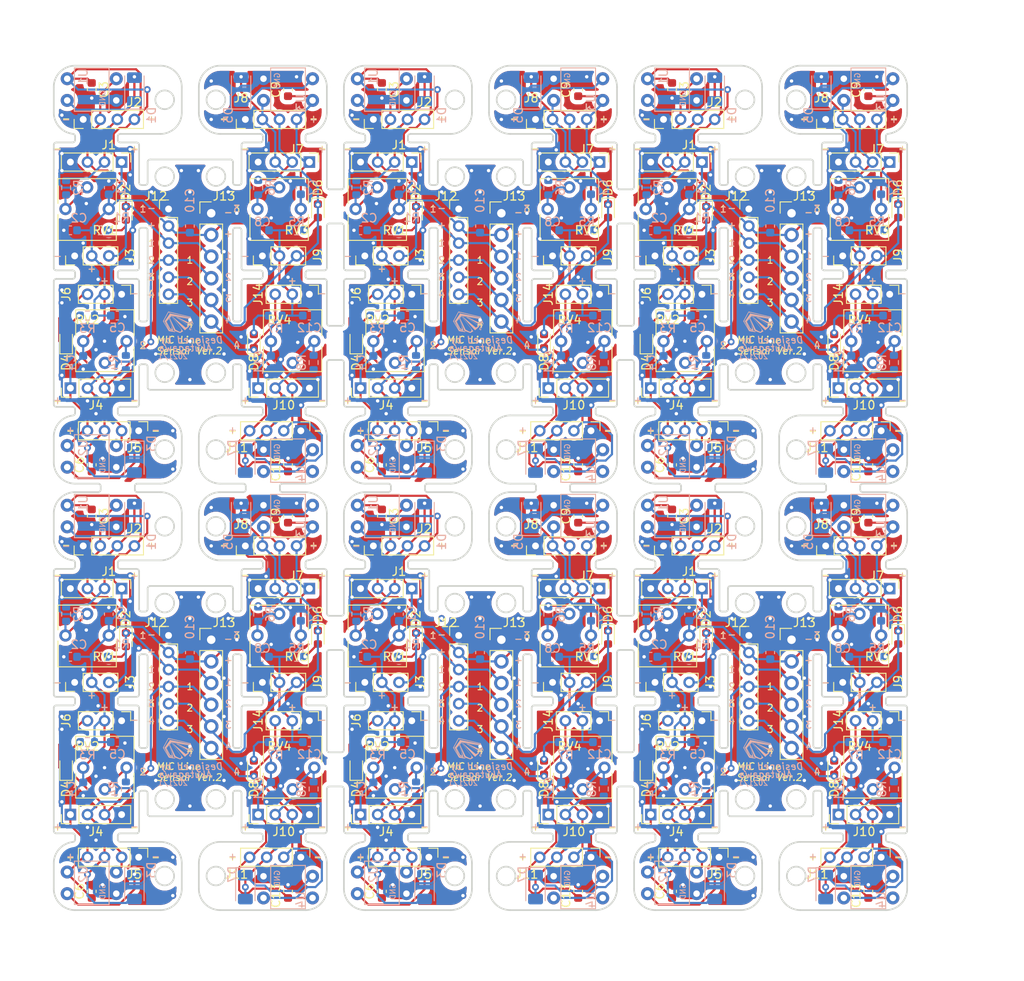
<source format=kicad_pcb>
(kicad_pcb (version 20171130) (host pcbnew "(5.1.8)-1")
  (layers (0 F.Cu signal) (31 B.Cu signal) (34 B.Paste user) (35 F.Paste user) (36 B.SilkS user) (37 F.SilkS user) (38 B.Mask user) (39 F.Mask user) (44 Edge.Cuts user))
  (net 0 "")
  (net 1 GND)
  (net 2 +5V)
  (net 3 "Net-(D1-Pad1)")
  (net 4 "Net-(D2-Pad2)")
  (net 5 Singnal1)
  (net 6 "Net-(D3-Pad1)")
  (net 7 "Net-(D4-Pad2)")
  (net 8 Singnal2)
  (net 9 "Net-(D5-Pad1)")
  (net 10 "Net-(D6-Pad2)")
  (net 11 Singnal3)
  (net 12 "Net-(D7-Pad1)")
  (net 13 "Net-(D8-Pad2)")
  (net 14 Singnal4)
  (net 15 "Net-(R2-Pad1)")
  (net 16 "Net-(R4-Pad1)")
  (net 17 "Net-(R6-Pad1)")
  (net 18 "Net-(R8-Pad1)")
  (net 19 LED1)
  (net 20 LED2)
  (net 21 LED3)
  (net 22 LED4)
  (module Connector_PinHeader_2.00mm:PinHeader_1x04_P2.00mm_Vertical (layer F.Cu) (at 75.25 85.5 90)
    (fp_text reference J10 (at -2 3 180) (layer F.SilkS))
    (fp_text value PA4p_up)
    (pad 1 thru_hole rect (at 0 0 90) (size 1.35 1.35) (drill 0.8) (layers *.Cu *.Mask) (net 2 +5V))
    (pad 2 thru_hole oval (at 0 2 90) (size 1.35 1.35) (drill 0.8) (layers *.Cu *.Mask) (net 22 LED4))
    (pad 3 thru_hole oval (at 0 4 90) (size 1.35 1.35) (drill 0.8) (layers *.Cu *.Mask) (net 14 Singnal4))
    (pad 4 thru_hole oval (at 0 6 90) (size 1.35 1.35) (drill 0.8) (layers *.Cu *.Mask) (net 1 GND))
  )
  (module Connector_PinHeader_2.00mm:PinHeader_1x03_P2.00mm_Vertical (layer F.Cu) (at 93.25 74.5 270)
    (fp_text reference J6 (at 0 6.5 90) (layer F.SilkS))
    (fp_text value PA3p)
    (pad 1 thru_hole rect (at 0 0 270) (size 1.35 1.35) (drill 0.8) (layers *.Cu *.Mask) (net 1 GND))
    (pad 2 thru_hole oval (at 0 2 270) (size 1.35 1.35) (drill 0.8) (layers *.Cu *.Mask) (net 2 +5V))
    (pad 3 thru_hole oval (at 0 4 270) (size 1.35 1.35) (drill 0.8) (layers *.Cu *.Mask) (net 8 Singnal2))
  )
  (module LED_SMD:LED_1206_3216Metric (layer B.Cu) (at 94.75 94 270)
    (fp_text reference D3 (at -2 -2 270) (layer B.SilkS) (effects (justify mirror)))
    (fp_text value LED)
    (pad 1 smd roundrect (at -1.4 0 270) (size 1.25 1.75) (layers B.Cu B.Paste B.Mask) (roundrect_rratio 0.2) (net 6 "Net-(D3-Pad1)"))
    (pad 2 smd roundrect (at 1.4 0 270) (size 1.25 1.75) (layers B.Cu B.Paste B.Mask) (roundrect_rratio 0.2) (net 20 LED2))
  )
  (module Resistor_SMD:R_0603_1608Metric (layer B.Cu) (at 90.75 67)
    (fp_text reference R1 (at 2.5 -1.5) (layer B.SilkS) (effects (justify mirror)))
    (fp_text value 1k)
    (pad 1 smd roundrect (at -0.825 0) (size 0.8 0.95) (layers B.Cu B.Paste B.Mask) (net 2 +5V))
    (pad 2 smd roundrect (at 0.825 0) (size 0.8 0.95) (layers B.Cu B.Paste B.Mask) (net 4 "Net-(D2-Pad2)"))
  )
  (module Potentiometer_THT:Potentiometer_Vishay_T73YP_Vertical (layer F.Cu) (at 91.75 64.5 90)
    (fp_text reference RV1 (at -2.5 -0.5 180) (layer F.SilkS))
    (fp_text value 10k)
    (pad 3 thru_hole circle (at 0 -5.08 90) (size 1.44 1.44) (drill 0.8) (layers *.Cu *.Mask) (net 15 "Net-(R2-Pad1)"))
    (pad 2 thru_hole circle (at 2.54 -2.54 90) (size 1.44 1.44) (drill 0.8) (layers *.Cu *.Mask) (net 15 "Net-(R2-Pad1)"))
    (pad 1 thru_hole circle (at 0 0 90) (size 1.44 1.44) (drill 0.8) (layers *.Cu *.Mask) (net 2 +5V))
  )
  (module LineSensorVer2:S7136 (layer B.Cu) (at 89.75 50.5 270)
    (fp_text reference U1 (at -1.5 1 270) (layer B.SilkS) (effects (justify mirror)))
    (fp_text value S7136)
    (fp_text user GND (at 1.016 -1.27 270) (layer B.SilkS) (effects (font (size 0.635 0.635) (thickness 0.1)) (justify mirror)))
    (pad 4 thru_hole circle (at 1.27 -2.875 270) (size 1.524 1.524) (drill 0.762) (layers *.Cu *.Mask) (net 1 GND))
    (pad 3 thru_hole circle (at -1.27 -2.875 270) (size 1.524 1.524) (drill 0.762) (layers *.Cu *.Mask) (net 5 Singnal1))
    (pad 2 thru_hole circle (at -1.27 2.875 270) (size 1.524 1.524) (drill 0.762) (layers *.Cu *.Mask) (net 2 +5V))
    (pad 1 thru_hole circle (at 1.27 2.875 270) (size 1.524 1.524) (drill 0.762) (layers *.Cu *.Mask) (net 3 "Net-(D1-Pad1)"))
  )
  (module Connector_PinHeader_2.00mm:PinHeader_1x03_P2.00mm_Vertical (layer F.Cu) (at 115.25 74.5 270)
    (fp_text reference J14 (at 0 6 90) (layer F.SilkS))
    (fp_text value PA3p)
    (pad 1 thru_hole rect (at 0 0 270) (size 1.35 1.35) (drill 0.8) (layers *.Cu *.Mask) (net 1 GND))
    (pad 2 thru_hole oval (at 0 2 270) (size 1.35 1.35) (drill 0.8) (layers *.Cu *.Mask) (net 2 +5V))
    (pad 3 thru_hole oval (at 0 4 270) (size 1.35 1.35) (drill 0.8) (layers *.Cu *.Mask) (net 14 Singnal4))
  )
  (module Resistor_SMD:R_0603_1608Metric (layer B.Cu) (at 93.75 82.5 270)
    (fp_text reference R4 (at 0 1.43 90) (layer B.SilkS) (effects (justify mirror)))
    (fp_text value 1k)
    (pad 1 smd roundrect (at -0.825 0 270) (size 0.8 0.95) (layers B.Cu B.Paste B.Mask) (net 16 "Net-(R4-Pad1)"))
    (pad 2 smd roundrect (at 0.825 0 270) (size 0.8 0.95) (layers B.Cu B.Paste B.Mask) (net 20 LED2))
  )
  (module Connector_PinHeader_2.00mm:PinHeader_1x04_P2.00mm_Vertical (layer F.Cu) (at 95.25 90.5 270)
    (fp_text reference J5 (at 2 0.5 180) (layer F.SilkS))
    (fp_text value PA4p_down)
    (pad 1 thru_hole rect (at 0 0 270) (size 1.35 1.35) (drill 0.8) (layers *.Cu *.Mask) (net 1 GND))
    (pad 2 thru_hole oval (at 0 2 270) (size 1.35 1.35) (drill 0.8) (layers *.Cu *.Mask) (net 8 Singnal2))
    (pad 3 thru_hole oval (at 0 4 270) (size 1.35 1.35) (drill 0.8) (layers *.Cu *.Mask) (net 20 LED2))
    (pad 4 thru_hole oval (at 0 6 270) (size 1.35 1.35) (drill 0.8) (layers *.Cu *.Mask) (net 2 +5V))
  )
  (module Connector_PinHeader_2.00mm:PinHeader_1x04_P2.00mm_Vertical (layer F.Cu) (at 88.75 54 90)
    (fp_text reference J2 (at 2 6 180) (layer F.SilkS))
    (fp_text value PA4p_down)
    (pad 1 thru_hole rect (at 0 0 90) (size 1.35 1.35) (drill 0.8) (layers *.Cu *.Mask) (net 1 GND))
    (pad 2 thru_hole oval (at 0 2 90) (size 1.35 1.35) (drill 0.8) (layers *.Cu *.Mask) (net 5 Singnal1))
    (pad 3 thru_hole oval (at 0 4 90) (size 1.35 1.35) (drill 0.8) (layers *.Cu *.Mask) (net 19 LED1))
    (pad 4 thru_hole oval (at 0 6 90) (size 1.35 1.35) (drill 0.8) (layers *.Cu *.Mask) (net 2 +5V))
  )
  (module Capacitor_SMD:C_0603_1608Metric (layer F.Cu) (at 112.75 94.5 90)
    (fp_text reference C13 (at -0.5 -1.43 90) (layer F.SilkS))
    (fp_text value 1u)
    (pad 1 smd roundrect (at -0.775 0 90) (size 0.9 0.95) (layers F.Cu F.Paste F.Mask) (net 2 +5V))
    (pad 2 smd roundrect (at 0.775 0 90) (size 0.9 0.95) (layers F.Cu F.Paste F.Mask) (net 1 GND))
  )
  (module logos:my_symbol_small (layer B.Cu) (at 99.75 78 180)
    (fp_text reference G*** hide)
    (fp_text value LOGO hide)
  )
  (module Connector_PinHeader_2.00mm:PinHeader_1x06_P2.00mm_Vertical (layer F.Cu) (at 98.75 64.5)
    (fp_text reference J12 (at -1.5 -1.5) (layer F.SilkS))
    (fp_text value PA6p)
    (pad 1 thru_hole rect (at 0 0) (size 1.35 1.35) (drill 0.8) (layers *.Cu *.Mask) (net 1 GND))
    (pad 2 thru_hole oval (at 0 2) (size 1.35 1.35) (drill 0.8) (layers *.Cu *.Mask) (net 2 +5V))
    (pad 3 thru_hole oval (at 0 4) (size 1.35 1.35) (drill 0.8) (layers *.Cu *.Mask) (net 5 Singnal1))
    (pad 4 thru_hole oval (at 0 6) (size 1.35 1.35) (drill 0.8) (layers *.Cu *.Mask) (net 8 Singnal2))
    (pad 5 thru_hole oval (at 0 8) (size 1.35 1.35) (drill 0.8) (layers *.Cu *.Mask) (net 11 Singnal3))
    (pad 6 thru_hole oval (at 0 10) (size 1.35 1.35) (drill 0.8) (layers *.Cu *.Mask) (net 14 Singnal4))
  )
  (module LED_SMD:LED_1206_3216Metric (layer B.Cu) (at 107.25 50.5 90)
    (fp_text reference D5 (at -3 -1.5 90) (layer B.SilkS) (effects (justify mirror)))
    (fp_text value LED)
    (pad 1 smd roundrect (at -1.4 0 90) (size 1.25 1.75) (layers B.Cu B.Paste B.Mask) (roundrect_rratio 0.2) (net 9 "Net-(D5-Pad1)"))
    (pad 2 smd roundrect (at 1.4 0 90) (size 1.25 1.75) (layers B.Cu B.Paste B.Mask) (roundrect_rratio 0.2) (net 21 LED3))
  )
  (module Capacitor_SMD:C_0603_1608Metric (layer B.Cu) (at 109.75 67 180)
    (fp_text reference C8 (at 0 1) (layer B.SilkS) (effects (justify mirror)))
    (fp_text value 1u)
    (pad 1 smd roundrect (at -0.775 0 180) (size 0.9 0.95) (layers B.Cu B.Paste B.Mask) (net 2 +5V))
    (pad 2 smd roundrect (at 0.775 0 180) (size 0.9 0.95) (layers B.Cu B.Paste B.Mask) (net 1 GND))
  )
  (module LED_SMD:LED_0603_1608Metric (layer F.Cu) (at 93.75 65 270)
    (fp_text reference D2 (at -2.5 0 90) (layer F.SilkS))
    (fp_text value LED)
    (pad 1 smd roundrect (at -0.7875 0 270) (size 0.875 0.95) (layers F.Cu F.Paste F.Mask) (net 5 Singnal1))
    (pad 2 smd roundrect (at 0.7875 0 270) (size 0.875 0.95) (layers F.Cu F.Paste F.Mask) (net 4 "Net-(D2-Pad2)"))
  )
  (module Connector_PinHeader_2.00mm:PinHeader_1x04_P2.00mm_Vertical (layer F.Cu) (at 109.25 85.5 90)
    (fp_text reference J10 (at -2 3 180) (layer F.SilkS))
    (fp_text value PA4p_up)
    (pad 1 thru_hole rect (at 0 0 90) (size 1.35 1.35) (drill 0.8) (layers *.Cu *.Mask) (net 2 +5V))
    (pad 2 thru_hole oval (at 0 2 90) (size 1.35 1.35) (drill 0.8) (layers *.Cu *.Mask) (net 22 LED4))
    (pad 3 thru_hole oval (at 0 4 90) (size 1.35 1.35) (drill 0.8) (layers *.Cu *.Mask) (net 14 Singnal4))
    (pad 4 thru_hole oval (at 0 6 90) (size 1.35 1.35) (drill 0.8) (layers *.Cu *.Mask) (net 1 GND))
  )
  (module LED_SMD:LED_1206_3216Metric (layer B.Cu) (at 94.75 50.5 90)
    (fp_text reference D1 (at -3 2 -90) (layer B.SilkS) (effects (justify mirror)))
    (fp_text value LED)
    (pad 1 smd roundrect (at -1.4 0 90) (size 1.25 1.75) (layers B.Cu B.Paste B.Mask) (roundrect_rratio 0.2) (net 3 "Net-(D1-Pad1)"))
    (pad 2 smd roundrect (at 1.4 0 90) (size 1.25 1.75) (layers B.Cu B.Paste B.Mask) (roundrect_rratio 0.2) (net 19 LED1))
  )
  (module Capacitor_SMD:C_0603_1608Metric (layer F.Cu) (at 112.75 50.5 90)
    (fp_text reference C9 (at 0 -1.43 90) (layer F.SilkS))
    (fp_text value 1u)
    (pad 1 smd roundrect (at -0.775 0 90) (size 0.9 0.95) (layers F.Cu F.Paste F.Mask) (net 2 +5V))
    (pad 2 smd roundrect (at 0.775 0 90) (size 0.9 0.95) (layers F.Cu F.Paste F.Mask) (net 1 GND))
  )
  (module Capacitor_SMD:C_0603_1608Metric (layer B.Cu) (at 87.25 67 180)
    (fp_text reference C2 (at -1 1.43 180) (layer B.SilkS) (effects (justify mirror)))
    (fp_text value 1u)
    (pad 1 smd roundrect (at -0.775 0 180) (size 0.9 0.95) (layers B.Cu B.Paste B.Mask) (net 2 +5V))
    (pad 2 smd roundrect (at 0.775 0 180) (size 0.9 0.95) (layers B.Cu B.Paste B.Mask) (net 1 GND))
  )
  (module LineSensorVer2:S7136 (layer B.Cu) (at 112.75 50.5 90)
    (fp_text reference U3 (at -1.5 1.5 90) (layer B.SilkS) (effects (justify mirror)))
    (fp_text value S7136)
    (fp_text user GND (at 1.016 -1.27 90) (layer B.SilkS) (effects (font (size 0.635 0.635) (thickness 0.1)) (justify mirror)))
    (pad 4 thru_hole circle (at 1.27 -2.875 90) (size 1.524 1.524) (drill 0.762) (layers *.Cu *.Mask) (net 1 GND))
    (pad 3 thru_hole circle (at -1.27 -2.875 90) (size 1.524 1.524) (drill 0.762) (layers *.Cu *.Mask) (net 11 Singnal3))
    (pad 2 thru_hole circle (at -1.27 2.875 90) (size 1.524 1.524) (drill 0.762) (layers *.Cu *.Mask) (net 2 +5V))
    (pad 1 thru_hole circle (at 1.27 2.875 90) (size 1.524 1.524) (drill 0.762) (layers *.Cu *.Mask) (net 9 "Net-(D5-Pad1)"))
  )
  (module Capacitor_SMD:C_0603_1608Metric (layer B.Cu) (at 88.75 82.5 270)
    (fp_text reference C4 (at 0 1.43 270) (layer B.SilkS) (effects (justify mirror)))
    (fp_text value 1u)
    (pad 1 smd roundrect (at -0.775 0 270) (size 0.9 0.95) (layers B.Cu B.Paste B.Mask) (net 2 +5V))
    (pad 2 smd roundrect (at 0.775 0 270) (size 0.9 0.95) (layers B.Cu B.Paste B.Mask) (net 1 GND))
  )
  (module LineSensorVer2:S7136 (layer B.Cu) (at 112.75 94 90)
    (fp_text reference U4 (at -1.5 1.5 270) (layer B.SilkS) (effects (justify mirror)))
    (fp_text value S7136)
    (fp_text user GND (at 1.016 -1.27 270) (layer B.SilkS) (effects (font (size 0.635 0.635) (thickness 0.1)) (justify mirror)))
    (pad 4 thru_hole circle (at 1.27 -2.875 90) (size 1.524 1.524) (drill 0.762) (layers *.Cu *.Mask) (net 1 GND))
    (pad 3 thru_hole circle (at -1.27 -2.875 90) (size 1.524 1.524) (drill 0.762) (layers *.Cu *.Mask) (net 14 Singnal4))
    (pad 2 thru_hole circle (at -1.27 2.875 90) (size 1.524 1.524) (drill 0.762) (layers *.Cu *.Mask) (net 2 +5V))
    (pad 1 thru_hole circle (at 1.27 2.875 90) (size 1.524 1.524) (drill 0.762) (layers *.Cu *.Mask) (net 12 "Net-(D7-Pad1)"))
  )
  (module Capacitor_SMD:C_0603_1608Metric (layer B.Cu) (at 91.75 62 90)
    (fp_text reference C1 (at 0 1.43 -90) (layer B.SilkS) (effects (justify mirror)))
    (fp_text value 1u)
    (pad 1 smd roundrect (at -0.775 0 90) (size 0.9 0.95) (layers B.Cu B.Paste B.Mask) (net 2 +5V))
    (pad 2 smd roundrect (at 0.775 0 90) (size 0.9 0.95) (layers B.Cu B.Paste B.Mask) (net 1 GND))
  )
  (module Capacitor_SMD:C_0603_1608Metric (layer B.Cu) (at 114.25 62 90)
    (fp_text reference C7 (at 0 1.43 270) (layer B.SilkS) (effects (justify mirror)))
    (fp_text value 1u)
    (pad 1 smd roundrect (at -0.775 0 90) (size 0.9 0.95) (layers B.Cu B.Paste B.Mask) (net 2 +5V))
    (pad 2 smd roundrect (at 0.775 0 90) (size 0.9 0.95) (layers B.Cu B.Paste B.Mask) (net 1 GND))
  )
  (module LineSensorVer2:S7136 (layer B.Cu) (at 89.75 93.5 270)
    (fp_text reference U2 (at -1 1 270) (layer B.SilkS) (effects (justify mirror)))
    (fp_text value S7136)
    (fp_text user GND (at 1.016 -1.27 270) (layer B.SilkS) (effects (font (size 0.635 0.635) (thickness 0.1)) (justify mirror)))
    (pad 4 thru_hole circle (at 1.27 -2.875 270) (size 1.524 1.524) (drill 0.762) (layers *.Cu *.Mask) (net 1 GND))
    (pad 3 thru_hole circle (at -1.27 -2.875 270) (size 1.524 1.524) (drill 0.762) (layers *.Cu *.Mask) (net 8 Singnal2))
    (pad 2 thru_hole circle (at -1.27 2.875 270) (size 1.524 1.524) (drill 0.762) (layers *.Cu *.Mask) (net 2 +5V))
    (pad 1 thru_hole circle (at 1.27 2.875 270) (size 1.524 1.524) (drill 0.762) (layers *.Cu *.Mask) (net 6 "Net-(D3-Pad1)"))
  )
  (module Capacitor_SMD:C_0603_1608Metric (layer B.Cu) (at 101.25 66.5 90)
    (fp_text reference C10 (at 3 0 90) (layer B.SilkS) (effects (justify mirror)))
    (fp_text value 1u)
    (pad 1 smd roundrect (at -0.775 0 90) (size 0.9 0.95) (layers B.Cu B.Paste B.Mask) (net 2 +5V))
    (pad 2 smd roundrect (at 0.775 0 90) (size 0.9 0.95) (layers B.Cu B.Paste B.Mask) (net 1 GND))
  )
  (module Connector_PinHeader_2.00mm:PinHeader_1x04_P2.00mm_Vertical (layer F.Cu) (at 114.25 90.5 270)
    (fp_text reference J11 (at 2 7.5 180) (layer F.SilkS))
    (fp_text value PA4p_down)
    (pad 1 thru_hole rect (at 0 0 270) (size 1.35 1.35) (drill 0.8) (layers *.Cu *.Mask) (net 1 GND))
    (pad 2 thru_hole oval (at 0 2 270) (size 1.35 1.35) (drill 0.8) (layers *.Cu *.Mask) (net 14 Singnal4))
    (pad 3 thru_hole oval (at 0 4 270) (size 1.35 1.35) (drill 0.8) (layers *.Cu *.Mask) (net 22 LED4))
    (pad 4 thru_hole oval (at 0 6 270) (size 1.35 1.35) (drill 0.8) (layers *.Cu *.Mask) (net 2 +5V))
  )
  (module Capacitor_SMD:C_0603_1608Metric (layer B.Cu) (at 110.75 82.5 270)
    (fp_text reference C11 (at 0 1.43 90) (layer B.SilkS) (effects (justify mirror)))
    (fp_text value 1u)
    (pad 1 smd roundrect (at -0.775 0 270) (size 0.9 0.95) (layers B.Cu B.Paste B.Mask) (net 2 +5V))
    (pad 2 smd roundrect (at 0.775 0 270) (size 0.9 0.95) (layers B.Cu B.Paste B.Mask) (net 1 GND))
  )
  (module Connector_PinHeader_2.00mm:PinHeader_1x04_P2.00mm_Vertical (layer F.Cu) (at 107.75 54 90)
    (fp_text reference J8 (at 2.5 -0.5 180) (layer F.SilkS))
    (fp_text value PA4p_down)
    (pad 1 thru_hole rect (at 0 0 90) (size 1.35 1.35) (drill 0.8) (layers *.Cu *.Mask) (net 1 GND))
    (pad 2 thru_hole oval (at 0 2 90) (size 1.35 1.35) (drill 0.8) (layers *.Cu *.Mask) (net 11 Singnal3))
    (pad 3 thru_hole oval (at 0 4 90) (size 1.35 1.35) (drill 0.8) (layers *.Cu *.Mask) (net 21 LED3))
    (pad 4 thru_hole oval (at 0 6 90) (size 1.35 1.35) (drill 0.8) (layers *.Cu *.Mask) (net 2 +5V))
  )
  (module Resistor_SMD:R_0603_1608Metric (layer B.Cu) (at 109.25 62 90)
    (fp_text reference R6 (at 0 1.43 270) (layer B.SilkS) (effects (justify mirror)))
    (fp_text value 1k)
    (pad 1 smd roundrect (at -0.825 0 90) (size 0.8 0.95) (layers B.Cu B.Paste B.Mask) (net 17 "Net-(R6-Pad1)"))
    (pad 2 smd roundrect (at 0.825 0 90) (size 0.8 0.95) (layers B.Cu B.Paste B.Mask) (net 21 LED3))
  )
  (module Resistor_SMD:R_0603_1608Metric (layer B.Cu) (at 111.25 77 180)
    (fp_text reference R7 (at 0 -1.5 180) (layer B.SilkS) (effects (justify mirror)))
    (fp_text value 1k)
    (pad 1 smd roundrect (at -0.825 0 180) (size 0.8 0.95) (layers B.Cu B.Paste B.Mask) (net 2 +5V))
    (pad 2 smd roundrect (at 0.825 0 180) (size 0.8 0.95) (layers B.Cu B.Paste B.Mask) (net 13 "Net-(D8-Pad2)"))
  )
  (module Resistor_SMD:R_0603_1608Metric (layer B.Cu) (at 115.75 82.5 270)
    (fp_text reference R8 (at 0 1.43 90) (layer B.SilkS) (effects (justify mirror)))
    (fp_text value 1k)
    (pad 1 smd roundrect (at -0.825 0 270) (size 0.8 0.95) (layers B.Cu B.Paste B.Mask) (net 18 "Net-(R8-Pad1)"))
    (pad 2 smd roundrect (at 0.825 0 270) (size 0.8 0.95) (layers B.Cu B.Paste B.Mask) (net 22 LED4))
  )
  (module Potentiometer_THT:Potentiometer_Vishay_T73YP_Vertical (layer F.Cu) (at 114.25 64.5 90)
    (fp_text reference RV3 (at -2.5 -0.5 180) (layer F.SilkS))
    (fp_text value 10k)
    (pad 3 thru_hole circle (at 0 -5.08 90) (size 1.44 1.44) (drill 0.8) (layers *.Cu *.Mask) (net 17 "Net-(R6-Pad1)"))
    (pad 2 thru_hole circle (at 2.54 -2.54 90) (size 1.44 1.44) (drill 0.8) (layers *.Cu *.Mask) (net 17 "Net-(R6-Pad1)"))
    (pad 1 thru_hole circle (at 0 0 90) (size 1.44 1.44) (drill 0.8) (layers *.Cu *.Mask) (net 2 +5V))
  )
  (module Connector_PinHeader_2.00mm:PinHeader_1x04_P2.00mm_Vertical (layer F.Cu) (at 93.25 59 270)
    (fp_text reference J1 (at -2 1.5 180) (layer F.SilkS))
    (fp_text value PA4p_up)
    (pad 1 thru_hole rect (at 0 0 270) (size 1.35 1.35) (drill 0.8) (layers *.Cu *.Mask) (net 2 +5V))
    (pad 2 thru_hole oval (at 0 2 270) (size 1.35 1.35) (drill 0.8) (layers *.Cu *.Mask) (net 19 LED1))
    (pad 3 thru_hole oval (at 0 4 270) (size 1.35 1.35) (drill 0.8) (layers *.Cu *.Mask) (net 5 Singnal1))
    (pad 4 thru_hole oval (at 0 6 270) (size 1.35 1.35) (drill 0.8) (layers *.Cu *.Mask) (net 1 GND))
  )
  (module LED_SMD:LED_0603_1608Metric (layer F.Cu) (at 116.25 64.7125 270)
    (fp_text reference D6 (at -2.7125 0 90) (layer F.SilkS))
    (fp_text value LED)
    (pad 1 smd roundrect (at -0.7875 0 270) (size 0.875 0.95) (layers F.Cu F.Paste F.Mask) (net 11 Singnal3))
    (pad 2 smd roundrect (at 0.7875 0 270) (size 0.875 0.95) (layers F.Cu F.Paste F.Mask) (net 10 "Net-(D6-Pad2)"))
  )
  (module Connector_PinHeader_2.00mm:PinHeader_1x03_P2.00mm_Vertical (layer F.Cu) (at 87.75 70 90)
    (fp_text reference J3 (at 0 6.5 90) (layer F.SilkS))
    (fp_text value PA3p)
    (pad 1 thru_hole rect (at 0 0 90) (size 1.35 1.35) (drill 0.8) (layers *.Cu *.Mask) (net 1 GND))
    (pad 2 thru_hole oval (at 0 2 90) (size 1.35 1.35) (drill 0.8) (layers *.Cu *.Mask) (net 2 +5V))
    (pad 3 thru_hole oval (at 0 4 90) (size 1.35 1.35) (drill 0.8) (layers *.Cu *.Mask) (net 5 Singnal1))
  )
  (module Connector_PinHeader_2.54mm:PinHeader_1x06_P2.54mm_Vertical (layer F.Cu) (at 103.75 65)
    (fp_text reference J13 (at 1.5 -2) (layer F.SilkS))
    (fp_text value QI6p)
    (pad 1 thru_hole rect (at 0 0) (size 1.7 1.7) (drill 1) (layers *.Cu *.Mask) (net 1 GND))
    (pad 2 thru_hole oval (at 0 2.54) (size 1.7 1.7) (drill 1) (layers *.Cu *.Mask) (net 2 +5V))
    (pad 3 thru_hole oval (at 0 5.08) (size 1.7 1.7) (drill 1) (layers *.Cu *.Mask) (net 5 Singnal1))
    (pad 4 thru_hole oval (at 0 7.62) (size 1.7 1.7) (drill 1) (layers *.Cu *.Mask) (net 8 Singnal2))
    (pad 5 thru_hole oval (at 0 10.16) (size 1.7 1.7) (drill 1) (layers *.Cu *.Mask) (net 11 Singnal3))
    (pad 6 thru_hole oval (at 0 12.7) (size 1.7 1.7) (drill 1) (layers *.Cu *.Mask) (net 14 Singnal4))
  )
  (module Connector_PinHeader_2.00mm:PinHeader_1x04_P2.00mm_Vertical (layer F.Cu) (at 115.25 59 270)
    (fp_text reference J7 (at -1.5 1.5 180) (layer F.SilkS))
    (fp_text value PA4p_up)
    (pad 1 thru_hole rect (at 0 0 270) (size 1.35 1.35) (drill 0.8) (layers *.Cu *.Mask) (net 2 +5V))
    (pad 2 thru_hole oval (at 0 2 270) (size 1.35 1.35) (drill 0.8) (layers *.Cu *.Mask) (net 21 LED3))
    (pad 3 thru_hole oval (at 0 4 270) (size 1.35 1.35) (drill 0.8) (layers *.Cu *.Mask) (net 11 Singnal3))
    (pad 4 thru_hole oval (at 0 6 270) (size 1.35 1.35) (drill 0.8) (layers *.Cu *.Mask) (net 1 GND))
  )
  (module Potentiometer_THT:Potentiometer_Vishay_T73YP_Vertical (layer F.Cu) (at 88.75 80 270)
    (fp_text reference RV2 (at -2.5 -0.5 180) (layer F.SilkS))
    (fp_text value 10k)
    (pad 3 thru_hole circle (at 0 -5.08 270) (size 1.44 1.44) (drill 0.8) (layers *.Cu *.Mask) (net 16 "Net-(R4-Pad1)"))
    (pad 2 thru_hole circle (at 2.54 -2.54 270) (size 1.44 1.44) (drill 0.8) (layers *.Cu *.Mask) (net 16 "Net-(R4-Pad1)"))
    (pad 1 thru_hole circle (at 0 0 270) (size 1.44 1.44) (drill 0.8) (layers *.Cu *.Mask) (net 2 +5V))
  )
  (module Potentiometer_THT:Potentiometer_Vishay_T73YP_Vertical (layer F.Cu) (at 110.75 80 270)
    (fp_text reference RV4 (at -2.5 -1 180) (layer F.SilkS))
    (fp_text value 10k)
    (pad 3 thru_hole circle (at 0 -5.08 270) (size 1.44 1.44) (drill 0.8) (layers *.Cu *.Mask) (net 18 "Net-(R8-Pad1)"))
    (pad 2 thru_hole circle (at 2.54 -2.54 270) (size 1.44 1.44) (drill 0.8) (layers *.Cu *.Mask) (net 18 "Net-(R8-Pad1)"))
    (pad 1 thru_hole circle (at 0 0 270) (size 1.44 1.44) (drill 0.8) (layers *.Cu *.Mask) (net 2 +5V))
  )
  (module LED_SMD:LED_1206_3216Metric (layer B.Cu) (at 107.75 94 270)
    (fp_text reference D7 (at -1.5 1.5 270) (layer B.SilkS) (effects (justify mirror)))
    (fp_text value LED)
    (pad 1 smd roundrect (at -1.4 0 270) (size 1.25 1.75) (layers B.Cu B.Paste B.Mask) (roundrect_rratio 0.2) (net 12 "Net-(D7-Pad1)"))
    (pad 2 smd roundrect (at 1.4 0 270) (size 1.25 1.75) (layers B.Cu B.Paste B.Mask) (roundrect_rratio 0.2) (net 22 LED4))
  )
  (module Resistor_SMD:R_0603_1608Metric (layer B.Cu) (at 89.25 77 180)
    (fp_text reference R3 (at 0 -1.5 180) (layer B.SilkS) (effects (justify mirror)))
    (fp_text value 1k)
    (pad 1 smd roundrect (at -0.825 0 180) (size 0.8 0.95) (layers B.Cu B.Paste B.Mask) (net 2 +5V))
    (pad 2 smd roundrect (at 0.825 0 180) (size 0.8 0.95) (layers B.Cu B.Paste B.Mask) (net 7 "Net-(D4-Pad2)"))
  )
  (module Resistor_SMD:R_0603_1608Metric (layer B.Cu) (at 86.75 62 90)
    (fp_text reference R2 (at 0 1.43 90) (layer B.SilkS) (effects (justify mirror)))
    (fp_text value 1k)
    (pad 1 smd roundrect (at -0.825 0 90) (size 0.8 0.95) (layers B.Cu B.Paste B.Mask) (net 15 "Net-(R2-Pad1)"))
    (pad 2 smd roundrect (at 0.825 0 90) (size 0.8 0.95) (layers B.Cu B.Paste B.Mask) (net 19 LED1))
  )
  (module Capacitor_SMD:C_0603_1608Metric (layer B.Cu) (at 92.75 77)
    (fp_text reference C5 (at 0 1.43) (layer B.SilkS) (effects (justify mirror)))
    (fp_text value 1u)
    (pad 1 smd roundrect (at -0.775 0) (size 0.9 0.95) (layers B.Cu B.Paste B.Mask) (net 2 +5V))
    (pad 2 smd roundrect (at 0.775 0) (size 0.9 0.95) (layers B.Cu B.Paste B.Mask) (net 1 GND))
  )
  (module Connector_PinHeader_2.00mm:PinHeader_1x03_P2.00mm_Vertical (layer F.Cu) (at 109.75 70 90)
    (fp_text reference J9 (at 0 6.5 90) (layer F.SilkS))
    (fp_text value PA3p)
    (pad 1 thru_hole rect (at 0 0 90) (size 1.35 1.35) (drill 0.8) (layers *.Cu *.Mask) (net 1 GND))
    (pad 2 thru_hole oval (at 0 2 90) (size 1.35 1.35) (drill 0.8) (layers *.Cu *.Mask) (net 2 +5V))
    (pad 3 thru_hole oval (at 0 4 90) (size 1.35 1.35) (drill 0.8) (layers *.Cu *.Mask) (net 11 Singnal3))
  )
  (module Resistor_SMD:R_0603_1608Metric (layer B.Cu) (at 113.75 67)
    (fp_text reference R5 (at 0 -1) (layer B.SilkS) (effects (justify mirror)))
    (fp_text value 1k)
    (pad 1 smd roundrect (at -0.825 0) (size 0.8 0.95) (layers B.Cu B.Paste B.Mask) (net 2 +5V))
    (pad 2 smd roundrect (at 0.825 0) (size 0.8 0.95) (layers B.Cu B.Paste B.Mask) (net 10 "Net-(D6-Pad2)"))
  )
  (module LED_SMD:LED_0603_1608Metric (layer F.Cu) (at 86.75 80 90)
    (fp_text reference D4 (at -2.5 0 90) (layer F.SilkS))
    (fp_text value LED)
    (pad 1 smd roundrect (at -0.7875 0 90) (size 0.875 0.95) (layers F.Cu F.Paste F.Mask) (net 8 Singnal2))
    (pad 2 smd roundrect (at 0.7875 0 90) (size 0.875 0.95) (layers F.Cu F.Paste F.Mask) (net 7 "Net-(D4-Pad2)"))
  )
  (module Connector_PinHeader_2.00mm:PinHeader_1x04_P2.00mm_Vertical (layer F.Cu) (at 87.25 85.5 90)
    (fp_text reference J4 (at -2 3 180) (layer F.SilkS))
    (fp_text value PA4p_up)
    (pad 1 thru_hole rect (at 0 0 90) (size 1.35 1.35) (drill 0.8) (layers *.Cu *.Mask) (net 2 +5V))
    (pad 2 thru_hole oval (at 0 2 90) (size 1.35 1.35) (drill 0.8) (layers *.Cu *.Mask) (net 20 LED2))
    (pad 3 thru_hole oval (at 0 4 90) (size 1.35 1.35) (drill 0.8) (layers *.Cu *.Mask) (net 8 Singnal2))
    (pad 4 thru_hole oval (at 0 6 90) (size 1.35 1.35) (drill 0.8) (layers *.Cu *.Mask) (net 1 GND))
  )
  (module Capacitor_SMD:C_0603_1608Metric (layer B.Cu) (at 115.25 77)
    (fp_text reference C12 (at 0 1.43 180) (layer B.SilkS) (effects (justify mirror)))
    (fp_text value 1u)
    (pad 1 smd roundrect (at -0.775 0) (size 0.9 0.95) (layers B.Cu B.Paste B.Mask) (net 2 +5V))
    (pad 2 smd roundrect (at 0.775 0) (size 0.9 0.95) (layers B.Cu B.Paste B.Mask) (net 1 GND))
  )
  (module LED_SMD:LED_0603_1608Metric (layer F.Cu) (at 108.75 80 90)
    (fp_text reference D8 (at -2.5 0 90) (layer F.SilkS))
    (fp_text value LED)
    (pad 1 smd roundrect (at -0.7875 0 90) (size 0.875 0.95) (layers F.Cu F.Paste F.Mask) (net 14 Singnal4))
    (pad 2 smd roundrect (at 0.7875 0 90) (size 0.875 0.95) (layers F.Cu F.Paste F.Mask) (net 13 "Net-(D8-Pad2)"))
  )
  (module Capacitor_SMD:C_0603_1608Metric (layer F.Cu) (at 89.75 94.5 90)
    (fp_text reference C6 (at 0 -1.43 90) (layer F.SilkS))
    (fp_text value 1u)
    (pad 1 smd roundrect (at -0.775 0 90) (size 0.9 0.95) (layers F.Cu F.Paste F.Mask) (net 2 +5V))
    (pad 2 smd roundrect (at 0.775 0 90) (size 0.9 0.95) (layers F.Cu F.Paste F.Mask) (net 1 GND))
  )
  (module Capacitor_SMD:C_0603_1608Metric (layer F.Cu) (at 89.75 50.5 270)
    (fp_text reference C3 (at 0 -1.43 270) (layer F.SilkS))
    (fp_text value 1u)
    (pad 1 smd roundrect (at -0.775 0 270) (size 0.9 0.95) (layers F.Cu F.Paste F.Mask) (net 2 +5V))
    (pad 2 smd roundrect (at 0.775 0 270) (size 0.9 0.95) (layers F.Cu F.Paste F.Mask) (net 1 GND))
  )
  (module Connector_PinHeader_2.00mm:PinHeader_1x03_P2.00mm_Vertical (layer F.Cu) (at 143.75 70 90)
    (fp_text reference J9 (at 0 6.5 90) (layer F.SilkS))
    (fp_text value PA3p)
    (pad 3 thru_hole oval (at 0 4 90) (size 1.35 1.35) (drill 0.8) (layers *.Cu *.Mask) (net 11 Singnal3))
    (pad 2 thru_hole oval (at 0 2 90) (size 1.35 1.35) (drill 0.8) (layers *.Cu *.Mask) (net 2 +5V))
    (pad 1 thru_hole rect (at 0 0 90) (size 1.35 1.35) (drill 0.8) (layers *.Cu *.Mask) (net 1 GND))
  )
  (module Resistor_SMD:R_0603_1608Metric (layer B.Cu) (at 147.75 67)
    (fp_text reference R5 (at 0 -1) (layer B.SilkS) (effects (justify mirror)))
    (fp_text value 1k)
    (pad 2 smd roundrect (at 0.825 0) (size 0.8 0.95) (layers B.Cu B.Paste B.Mask) (net 10 "Net-(D6-Pad2)"))
    (pad 1 smd roundrect (at -0.825 0) (size 0.8 0.95) (layers B.Cu B.Paste B.Mask) (net 2 +5V))
  )
  (module Capacitor_SMD:C_0603_1608Metric (layer B.Cu) (at 126.75 77)
    (fp_text reference C5 (at 0 1.43) (layer B.SilkS) (effects (justify mirror)))
    (fp_text value 1u)
    (pad 2 smd roundrect (at 0.775 0) (size 0.9 0.95) (layers B.Cu B.Paste B.Mask) (net 1 GND))
    (pad 1 smd roundrect (at -0.775 0) (size 0.9 0.95) (layers B.Cu B.Paste B.Mask) (net 2 +5V))
  )
  (module LED_SMD:LED_0603_1608Metric (layer F.Cu) (at 120.75 80 90)
    (fp_text reference D4 (at -2.5 0 90) (layer F.SilkS))
    (fp_text value LED)
    (pad 2 smd roundrect (at 0.7875 0 90) (size 0.875 0.95) (layers F.Cu F.Paste F.Mask) (net 7 "Net-(D4-Pad2)"))
    (pad 1 smd roundrect (at -0.7875 0 90) (size 0.875 0.95) (layers F.Cu F.Paste F.Mask) (net 8 Singnal2))
  )
  (module Resistor_SMD:R_0603_1608Metric (layer B.Cu) (at 123.25 77 180)
    (fp_text reference R3 (at 0 -1.5 180) (layer B.SilkS) (effects (justify mirror)))
    (fp_text value 1k)
    (pad 2 smd roundrect (at 0.825 0 180) (size 0.8 0.95) (layers B.Cu B.Paste B.Mask) (net 7 "Net-(D4-Pad2)"))
    (pad 1 smd roundrect (at -0.825 0 180) (size 0.8 0.95) (layers B.Cu B.Paste B.Mask) (net 2 +5V))
  )
  (module Capacitor_SMD:C_0603_1608Metric (layer F.Cu) (at 123.75 50.5 270)
    (fp_text reference C3 (at 0 -1.43 270) (layer F.SilkS))
    (fp_text value 1u)
    (pad 2 smd roundrect (at 0.775 0 270) (size 0.9 0.95) (layers F.Cu F.Paste F.Mask) (net 1 GND))
    (pad 1 smd roundrect (at -0.775 0 270) (size 0.9 0.95) (layers F.Cu F.Paste F.Mask) (net 2 +5V))
  )
  (module Connector_PinHeader_2.00mm:PinHeader_1x04_P2.00mm_Vertical (layer F.Cu) (at 121.25 85.5 90)
    (fp_text reference J4 (at -2 3 180) (layer F.SilkS))
    (fp_text value PA4p_up)
    (pad 4 thru_hole oval (at 0 6 90) (size 1.35 1.35) (drill 0.8) (layers *.Cu *.Mask) (net 1 GND))
    (pad 3 thru_hole oval (at 0 4 90) (size 1.35 1.35) (drill 0.8) (layers *.Cu *.Mask) (net 8 Singnal2))
    (pad 2 thru_hole oval (at 0 2 90) (size 1.35 1.35) (drill 0.8) (layers *.Cu *.Mask) (net 20 LED2))
    (pad 1 thru_hole rect (at 0 0 90) (size 1.35 1.35) (drill 0.8) (layers *.Cu *.Mask) (net 2 +5V))
  )
  (module Resistor_SMD:R_0603_1608Metric (layer B.Cu) (at 120.75 62 90)
    (fp_text reference R2 (at 0 1.43 90) (layer B.SilkS) (effects (justify mirror)))
    (fp_text value 1k)
    (pad 2 smd roundrect (at 0.825 0 90) (size 0.8 0.95) (layers B.Cu B.Paste B.Mask) (net 19 LED1))
    (pad 1 smd roundrect (at -0.825 0 90) (size 0.8 0.95) (layers B.Cu B.Paste B.Mask) (net 15 "Net-(R2-Pad1)"))
  )
  (module Capacitor_SMD:C_0603_1608Metric (layer B.Cu) (at 149.25 77)
    (fp_text reference C12 (at 0 1.43 180) (layer B.SilkS) (effects (justify mirror)))
    (fp_text value 1u)
    (pad 2 smd roundrect (at 0.775 0) (size 0.9 0.95) (layers B.Cu B.Paste B.Mask) (net 1 GND))
    (pad 1 smd roundrect (at -0.775 0) (size 0.9 0.95) (layers B.Cu B.Paste B.Mask) (net 2 +5V))
  )
  (module Capacitor_SMD:C_0603_1608Metric (layer F.Cu) (at 123.75 94.5 90)
    (fp_text reference C6 (at 0 -1.43 90) (layer F.SilkS))
    (fp_text value 1u)
    (pad 2 smd roundrect (at 0.775 0 90) (size 0.9 0.95) (layers F.Cu F.Paste F.Mask) (net 1 GND))
    (pad 1 smd roundrect (at -0.775 0 90) (size 0.9 0.95) (layers F.Cu F.Paste F.Mask) (net 2 +5V))
  )
  (module LED_SMD:LED_0603_1608Metric (layer F.Cu) (at 142.75 80 90)
    (fp_text reference D8 (at -2.5 0 90) (layer F.SilkS))
    (fp_text value LED)
    (pad 2 smd roundrect (at 0.7875 0 90) (size 0.875 0.95) (layers F.Cu F.Paste F.Mask) (net 13 "Net-(D8-Pad2)"))
    (pad 1 smd roundrect (at -0.7875 0 90) (size 0.875 0.95) (layers F.Cu F.Paste F.Mask) (net 14 Singnal4))
  )
  (module Connector_PinHeader_2.00mm:PinHeader_1x03_P2.00mm_Vertical (layer F.Cu) (at 127.25 74.5 270)
    (fp_text reference J6 (at 0 6.5 90) (layer F.SilkS))
    (fp_text value PA3p)
    (pad 3 thru_hole oval (at 0 4 270) (size 1.35 1.35) (drill 0.8) (layers *.Cu *.Mask) (net 8 Singnal2))
    (pad 2 thru_hole oval (at 0 2 270) (size 1.35 1.35) (drill 0.8) (layers *.Cu *.Mask) (net 2 +5V))
    (pad 1 thru_hole rect (at 0 0 270) (size 1.35 1.35) (drill 0.8) (layers *.Cu *.Mask) (net 1 GND))
  )
  (module Connector_PinHeader_2.00mm:PinHeader_1x03_P2.00mm_Vertical (layer F.Cu) (at 149.25 74.5 270)
    (fp_text reference J14 (at 0 6 90) (layer F.SilkS))
    (fp_text value PA3p)
    (pad 3 thru_hole oval (at 0 4 270) (size 1.35 1.35) (drill 0.8) (layers *.Cu *.Mask) (net 14 Singnal4))
    (pad 2 thru_hole oval (at 0 2 270) (size 1.35 1.35) (drill 0.8) (layers *.Cu *.Mask) (net 2 +5V))
    (pad 1 thru_hole rect (at 0 0 270) (size 1.35 1.35) (drill 0.8) (layers *.Cu *.Mask) (net 1 GND))
  )
  (module Connector_PinHeader_2.00mm:PinHeader_1x04_P2.00mm_Vertical (layer F.Cu) (at 129.25 90.5 270)
    (fp_text reference J5 (at 2 0.5 180) (layer F.SilkS))
    (fp_text value PA4p_down)
    (pad 4 thru_hole oval (at 0 6 270) (size 1.35 1.35) (drill 0.8) (layers *.Cu *.Mask) (net 2 +5V))
    (pad 3 thru_hole oval (at 0 4 270) (size 1.35 1.35) (drill 0.8) (layers *.Cu *.Mask) (net 20 LED2))
    (pad 2 thru_hole oval (at 0 2 270) (size 1.35 1.35) (drill 0.8) (layers *.Cu *.Mask) (net 8 Singnal2))
    (pad 1 thru_hole rect (at 0 0 270) (size 1.35 1.35) (drill 0.8) (layers *.Cu *.Mask) (net 1 GND))
  )
  (module Resistor_SMD:R_0603_1608Metric (layer B.Cu) (at 127.75 82.5 270)
    (fp_text reference R4 (at 0 1.43 90) (layer B.SilkS) (effects (justify mirror)))
    (fp_text value 1k)
    (pad 2 smd roundrect (at 0.825 0 270) (size 0.8 0.95) (layers B.Cu B.Paste B.Mask) (net 20 LED2))
    (pad 1 smd roundrect (at -0.825 0 270) (size 0.8 0.95) (layers B.Cu B.Paste B.Mask) (net 16 "Net-(R4-Pad1)"))
  )
  (module Capacitor_SMD:C_0603_1608Metric (layer F.Cu) (at 146.75 94.5 90)
    (fp_text reference C13 (at -0.5 -1.43 90) (layer F.SilkS))
    (fp_text value 1u)
    (pad 2 smd roundrect (at 0.775 0 90) (size 0.9 0.95) (layers F.Cu F.Paste F.Mask) (net 1 GND))
    (pad 1 smd roundrect (at -0.775 0 90) (size 0.9 0.95) (layers F.Cu F.Paste F.Mask) (net 2 +5V))
  )
  (module LED_SMD:LED_1206_3216Metric (layer B.Cu) (at 128.75 94 270)
    (fp_text reference D3 (at -2 -2 270) (layer B.SilkS) (effects (justify mirror)))
    (fp_text value LED)
    (pad 2 smd roundrect (at 1.4 0 270) (size 1.25 1.75) (layers B.Cu B.Paste B.Mask) (roundrect_rratio 0.2) (net 20 LED2))
    (pad 1 smd roundrect (at -1.4 0 270) (size 1.25 1.75) (layers B.Cu B.Paste B.Mask) (roundrect_rratio 0.2) (net 6 "Net-(D3-Pad1)"))
  )
  (module Connector_PinHeader_2.00mm:PinHeader_1x06_P2.00mm_Vertical (layer F.Cu) (at 132.75 64.5)
    (fp_text reference J12 (at -1.5 -1.5) (layer F.SilkS))
    (fp_text value PA6p)
    (pad 6 thru_hole oval (at 0 10) (size 1.35 1.35) (drill 0.8) (layers *.Cu *.Mask) (net 14 Singnal4))
    (pad 5 thru_hole oval (at 0 8) (size 1.35 1.35) (drill 0.8) (layers *.Cu *.Mask) (net 11 Singnal3))
    (pad 4 thru_hole oval (at 0 6) (size 1.35 1.35) (drill 0.8) (layers *.Cu *.Mask) (net 8 Singnal2))
    (pad 3 thru_hole oval (at 0 4) (size 1.35 1.35) (drill 0.8) (layers *.Cu *.Mask) (net 5 Singnal1))
    (pad 2 thru_hole oval (at 0 2) (size 1.35 1.35) (drill 0.8) (layers *.Cu *.Mask) (net 2 +5V))
    (pad 1 thru_hole rect (at 0 0) (size 1.35 1.35) (drill 0.8) (layers *.Cu *.Mask) (net 1 GND))
  )
  (module Resistor_SMD:R_0603_1608Metric (layer B.Cu) (at 124.75 67)
    (fp_text reference R1 (at 2.5 -1.5) (layer B.SilkS) (effects (justify mirror)))
    (fp_text value 1k)
    (pad 2 smd roundrect (at 0.825 0) (size 0.8 0.95) (layers B.Cu B.Paste B.Mask) (net 4 "Net-(D2-Pad2)"))
    (pad 1 smd roundrect (at -0.825 0) (size 0.8 0.95) (layers B.Cu B.Paste B.Mask) (net 2 +5V))
  )
  (module LED_SMD:LED_1206_3216Metric (layer B.Cu) (at 141.25 50.5 90)
    (fp_text reference D5 (at -3 -1.5 90) (layer B.SilkS) (effects (justify mirror)))
    (fp_text value LED)
    (pad 2 smd roundrect (at 1.4 0 90) (size 1.25 1.75) (layers B.Cu B.Paste B.Mask) (roundrect_rratio 0.2) (net 21 LED3))
    (pad 1 smd roundrect (at -1.4 0 90) (size 1.25 1.75) (layers B.Cu B.Paste B.Mask) (roundrect_rratio 0.2) (net 9 "Net-(D5-Pad1)"))
  )
  (module LED_SMD:LED_0603_1608Metric (layer F.Cu) (at 127.75 65 270)
    (fp_text reference D2 (at -2.5 0 90) (layer F.SilkS))
    (fp_text value LED)
    (pad 2 smd roundrect (at 0.7875 0 270) (size 0.875 0.95) (layers F.Cu F.Paste F.Mask) (net 4 "Net-(D2-Pad2)"))
    (pad 1 smd roundrect (at -0.7875 0 270) (size 0.875 0.95) (layers F.Cu F.Paste F.Mask) (net 5 Singnal1))
  )
  (module Capacitor_SMD:C_0603_1608Metric (layer B.Cu) (at 143.75 67 180)
    (fp_text reference C8 (at 0 1) (layer B.SilkS) (effects (justify mirror)))
    (fp_text value 1u)
    (pad 2 smd roundrect (at 0.775 0 180) (size 0.9 0.95) (layers B.Cu B.Paste B.Mask) (net 1 GND))
    (pad 1 smd roundrect (at -0.775 0 180) (size 0.9 0.95) (layers B.Cu B.Paste B.Mask) (net 2 +5V))
  )
  (module LineSensorVer2:S7136 (layer B.Cu) (at 123.75 50.5 270)
    (fp_text reference U1 (at -1.5 1 270) (layer B.SilkS) (effects (justify mirror)))
    (fp_text value S7136)
    (fp_text user GND (at 1.016 -1.27 270) (layer B.SilkS) (effects (font (size 0.635 0.635) (thickness 0.1)) (justify mirror)))
    (pad 1 thru_hole circle (at 1.27 2.875 270) (size 1.524 1.524) (drill 0.762) (layers *.Cu *.Mask) (net 3 "Net-(D1-Pad1)"))
    (pad 2 thru_hole circle (at -1.27 2.875 270) (size 1.524 1.524) (drill 0.762) (layers *.Cu *.Mask) (net 2 +5V))
    (pad 3 thru_hole circle (at -1.27 -2.875 270) (size 1.524 1.524) (drill 0.762) (layers *.Cu *.Mask) (net 5 Singnal1))
    (pad 4 thru_hole circle (at 1.27 -2.875 270) (size 1.524 1.524) (drill 0.762) (layers *.Cu *.Mask) (net 1 GND))
  )
  (module Connector_PinHeader_2.00mm:PinHeader_1x04_P2.00mm_Vertical (layer F.Cu) (at 143.25 85.5 90)
    (fp_text reference J10 (at -2 3 180) (layer F.SilkS))
    (fp_text value PA4p_up)
    (pad 4 thru_hole oval (at 0 6 90) (size 1.35 1.35) (drill 0.8) (layers *.Cu *.Mask) (net 1 GND))
    (pad 3 thru_hole oval (at 0 4 90) (size 1.35 1.35) (drill 0.8) (layers *.Cu *.Mask) (net 14 Singnal4))
    (pad 2 thru_hole oval (at 0 2 90) (size 1.35 1.35) (drill 0.8) (layers *.Cu *.Mask) (net 22 LED4))
    (pad 1 thru_hole rect (at 0 0 90) (size 1.35 1.35) (drill 0.8) (layers *.Cu *.Mask) (net 2 +5V))
  )
  (module logos:my_symbol_small (layer B.Cu) (at 133.75 78 180)
    (fp_text reference G*** hide)
    (fp_text value LOGO hide)
  )
  (module Connector_PinHeader_2.00mm:PinHeader_1x04_P2.00mm_Vertical (layer F.Cu) (at 122.75 54 90)
    (fp_text reference J2 (at 2 6 180) (layer F.SilkS))
    (fp_text value PA4p_down)
    (pad 4 thru_hole oval (at 0 6 90) (size 1.35 1.35) (drill 0.8) (layers *.Cu *.Mask) (net 2 +5V))
    (pad 3 thru_hole oval (at 0 4 90) (size 1.35 1.35) (drill 0.8) (layers *.Cu *.Mask) (net 19 LED1))
    (pad 2 thru_hole oval (at 0 2 90) (size 1.35 1.35) (drill 0.8) (layers *.Cu *.Mask) (net 5 Singnal1))
    (pad 1 thru_hole rect (at 0 0 90) (size 1.35 1.35) (drill 0.8) (layers *.Cu *.Mask) (net 1 GND))
  )
  (module LED_SMD:LED_1206_3216Metric (layer B.Cu) (at 128.75 50.5 90)
    (fp_text reference D1 (at -3 2 -90) (layer B.SilkS) (effects (justify mirror)))
    (fp_text value LED)
    (pad 2 smd roundrect (at 1.4 0 90) (size 1.25 1.75) (layers B.Cu B.Paste B.Mask) (roundrect_rratio 0.2) (net 19 LED1))
    (pad 1 smd roundrect (at -1.4 0 90) (size 1.25 1.75) (layers B.Cu B.Paste B.Mask) (roundrect_rratio 0.2) (net 3 "Net-(D1-Pad1)"))
  )
  (module Capacitor_SMD:C_0603_1608Metric (layer F.Cu) (at 146.75 50.5 90)
    (fp_text reference C9 (at 0 -1.43 90) (layer F.SilkS))
    (fp_text value 1u)
    (pad 2 smd roundrect (at 0.775 0 90) (size 0.9 0.95) (layers F.Cu F.Paste F.Mask) (net 1 GND))
    (pad 1 smd roundrect (at -0.775 0 90) (size 0.9 0.95) (layers F.Cu F.Paste F.Mask) (net 2 +5V))
  )
  (module Potentiometer_THT:Potentiometer_Vishay_T73YP_Vertical (layer F.Cu) (at 125.75 64.5 90)
    (fp_text reference RV1 (at -2.5 -0.5 180) (layer F.SilkS))
    (fp_text value 10k)
    (pad 1 thru_hole circle (at 0 0 90) (size 1.44 1.44) (drill 0.8) (layers *.Cu *.Mask) (net 2 +5V))
    (pad 2 thru_hole circle (at 2.54 -2.54 90) (size 1.44 1.44) (drill 0.8) (layers *.Cu *.Mask) (net 15 "Net-(R2-Pad1)"))
    (pad 3 thru_hole circle (at 0 -5.08 90) (size 1.44 1.44) (drill 0.8) (layers *.Cu *.Mask) (net 15 "Net-(R2-Pad1)"))
  )
  (module Capacitor_SMD:C_0603_1608Metric (layer B.Cu) (at 121.25 67 180)
    (fp_text reference C2 (at -1 1.43 180) (layer B.SilkS) (effects (justify mirror)))
    (fp_text value 1u)
    (pad 2 smd roundrect (at 0.775 0 180) (size 0.9 0.95) (layers B.Cu B.Paste B.Mask) (net 1 GND))
    (pad 1 smd roundrect (at -0.775 0 180) (size 0.9 0.95) (layers B.Cu B.Paste B.Mask) (net 2 +5V))
  )
  (module LineSensorVer2:S7136 (layer B.Cu) (at 146.75 50.5 90)
    (fp_text reference U3 (at -1.5 1.5 90) (layer B.SilkS) (effects (justify mirror)))
    (fp_text value S7136)
    (fp_text user GND (at 1.016 -1.27 90) (layer B.SilkS) (effects (font (size 0.635 0.635) (thickness 0.1)) (justify mirror)))
    (pad 1 thru_hole circle (at 1.27 2.875 90) (size 1.524 1.524) (drill 0.762) (layers *.Cu *.Mask) (net 9 "Net-(D5-Pad1)"))
    (pad 2 thru_hole circle (at -1.27 2.875 90) (size 1.524 1.524) (drill 0.762) (layers *.Cu *.Mask) (net 2 +5V))
    (pad 3 thru_hole circle (at -1.27 -2.875 90) (size 1.524 1.524) (drill 0.762) (layers *.Cu *.Mask) (net 11 Singnal3))
    (pad 4 thru_hole circle (at 1.27 -2.875 90) (size 1.524 1.524) (drill 0.762) (layers *.Cu *.Mask) (net 1 GND))
  )
  (module LED_SMD:LED_0603_1608Metric (layer F.Cu) (at 150.25 64.7125 270)
    (fp_text reference D6 (at -2.7125 0 90) (layer F.SilkS))
    (fp_text value LED)
    (pad 2 smd roundrect (at 0.7875 0 270) (size 0.875 0.95) (layers F.Cu F.Paste F.Mask) (net 10 "Net-(D6-Pad2)"))
    (pad 1 smd roundrect (at -0.7875 0 270) (size 0.875 0.95) (layers F.Cu F.Paste F.Mask) (net 11 Singnal3))
  )
  (module Capacitor_SMD:C_0603_1608Metric (layer B.Cu) (at 122.75 82.5 270)
    (fp_text reference C4 (at 0 1.43 270) (layer B.SilkS) (effects (justify mirror)))
    (fp_text value 1u)
    (pad 2 smd roundrect (at 0.775 0 270) (size 0.9 0.95) (layers B.Cu B.Paste B.Mask) (net 1 GND))
    (pad 1 smd roundrect (at -0.775 0 270) (size 0.9 0.95) (layers B.Cu B.Paste B.Mask) (net 2 +5V))
  )
  (module Connector_PinHeader_2.00mm:PinHeader_1x03_P2.00mm_Vertical (layer F.Cu) (at 121.75 70 90)
    (fp_text reference J3 (at 0 6.5 90) (layer F.SilkS))
    (fp_text value PA3p)
    (pad 3 thru_hole oval (at 0 4 90) (size 1.35 1.35) (drill 0.8) (layers *.Cu *.Mask) (net 5 Singnal1))
    (pad 2 thru_hole oval (at 0 2 90) (size 1.35 1.35) (drill 0.8) (layers *.Cu *.Mask) (net 2 +5V))
    (pad 1 thru_hole rect (at 0 0 90) (size 1.35 1.35) (drill 0.8) (layers *.Cu *.Mask) (net 1 GND))
  )
  (module Connector_PinHeader_2.00mm:PinHeader_1x04_P2.00mm_Vertical (layer F.Cu) (at 127.25 59 270)
    (fp_text reference J1 (at -2 1.5 180) (layer F.SilkS))
    (fp_text value PA4p_up)
    (pad 4 thru_hole oval (at 0 6 270) (size 1.35 1.35) (drill 0.8) (layers *.Cu *.Mask) (net 1 GND))
    (pad 3 thru_hole oval (at 0 4 270) (size 1.35 1.35) (drill 0.8) (layers *.Cu *.Mask) (net 5 Singnal1))
    (pad 2 thru_hole oval (at 0 2 270) (size 1.35 1.35) (drill 0.8) (layers *.Cu *.Mask) (net 19 LED1))
    (pad 1 thru_hole rect (at 0 0 270) (size 1.35 1.35) (drill 0.8) (layers *.Cu *.Mask) (net 2 +5V))
  )
  (module LineSensorVer2:S7136 (layer B.Cu) (at 146.75 94 90)
    (fp_text reference U4 (at -1.5 1.5 270) (layer B.SilkS) (effects (justify mirror)))
    (fp_text value S7136)
    (fp_text user GND (at 1.016 -1.27 270) (layer B.SilkS) (effects (font (size 0.635 0.635) (thickness 0.1)) (justify mirror)))
    (pad 1 thru_hole circle (at 1.27 2.875 90) (size 1.524 1.524) (drill 0.762) (layers *.Cu *.Mask) (net 12 "Net-(D7-Pad1)"))
    (pad 2 thru_hole circle (at -1.27 2.875 90) (size 1.524 1.524) (drill 0.762) (layers *.Cu *.Mask) (net 2 +5V))
    (pad 3 thru_hole circle (at -1.27 -2.875 90) (size 1.524 1.524) (drill 0.762) (layers *.Cu *.Mask) (net 14 Singnal4))
    (pad 4 thru_hole circle (at 1.27 -2.875 90) (size 1.524 1.524) (drill 0.762) (layers *.Cu *.Mask) (net 1 GND))
  )
  (module Connector_PinHeader_2.54mm:PinHeader_1x06_P2.54mm_Vertical (layer F.Cu) (at 137.75 65)
    (fp_text reference J13 (at 1.5 -2) (layer F.SilkS))
    (fp_text value QI6p)
    (pad 6 thru_hole oval (at 0 12.7) (size 1.7 1.7) (drill 1) (layers *.Cu *.Mask) (net 14 Singnal4))
    (pad 5 thru_hole oval (at 0 10.16) (size 1.7 1.7) (drill 1) (layers *.Cu *.Mask) (net 11 Singnal3))
    (pad 4 thru_hole oval (at 0 7.62) (size 1.7 1.7) (drill 1) (layers *.Cu *.Mask) (net 8 Singnal2))
    (pad 3 thru_hole oval (at 0 5.08) (size 1.7 1.7) (drill 1) (layers *.Cu *.Mask) (net 5 Singnal1))
    (pad 2 thru_hole oval (at 0 2.54) (size 1.7 1.7) (drill 1) (layers *.Cu *.Mask) (net 2 +5V))
    (pad 1 thru_hole rect (at 0 0) (size 1.7 1.7) (drill 1) (layers *.Cu *.Mask) (net 1 GND))
  )
  (module Capacitor_SMD:C_0603_1608Metric (layer B.Cu) (at 125.75 62 90)
    (fp_text reference C1 (at 0 1.43 -90) (layer B.SilkS) (effects (justify mirror)))
    (fp_text value 1u)
    (pad 2 smd roundrect (at 0.775 0 90) (size 0.9 0.95) (layers B.Cu B.Paste B.Mask) (net 1 GND))
    (pad 1 smd roundrect (at -0.775 0 90) (size 0.9 0.95) (layers B.Cu B.Paste B.Mask) (net 2 +5V))
  )
  (module Capacitor_SMD:C_0603_1608Metric (layer B.Cu) (at 148.25 62 90)
    (fp_text reference C7 (at 0 1.43 270) (layer B.SilkS) (effects (justify mirror)))
    (fp_text value 1u)
    (pad 2 smd roundrect (at 0.775 0 90) (size 0.9 0.95) (layers B.Cu B.Paste B.Mask) (net 1 GND))
    (pad 1 smd roundrect (at -0.775 0 90) (size 0.9 0.95) (layers B.Cu B.Paste B.Mask) (net 2 +5V))
  )
  (module LineSensorVer2:S7136 (layer B.Cu) (at 123.75 93.5 270)
    (fp_text reference U2 (at -1 1 270) (layer B.SilkS) (effects (justify mirror)))
    (fp_text value S7136)
    (fp_text user GND (at 1.016 -1.27 270) (layer B.SilkS) (effects (font (size 0.635 0.635) (thickness 0.1)) (justify mirror)))
    (pad 1 thru_hole circle (at 1.27 2.875 270) (size 1.524 1.524) (drill 0.762) (layers *.Cu *.Mask) (net 6 "Net-(D3-Pad1)"))
    (pad 2 thru_hole circle (at -1.27 2.875 270) (size 1.524 1.524) (drill 0.762) (layers *.Cu *.Mask) (net 2 +5V))
    (pad 3 thru_hole circle (at -1.27 -2.875 270) (size 1.524 1.524) (drill 0.762) (layers *.Cu *.Mask) (net 8 Singnal2))
    (pad 4 thru_hole circle (at 1.27 -2.875 270) (size 1.524 1.524) (drill 0.762) (layers *.Cu *.Mask) (net 1 GND))
  )
  (module Potentiometer_THT:Potentiometer_Vishay_T73YP_Vertical (layer F.Cu) (at 122.75 80 270)
    (fp_text reference RV2 (at -2.5 -0.5 180) (layer F.SilkS))
    (fp_text value 10k)
    (pad 1 thru_hole circle (at 0 0 270) (size 1.44 1.44) (drill 0.8) (layers *.Cu *.Mask) (net 2 +5V))
    (pad 2 thru_hole circle (at 2.54 -2.54 270) (size 1.44 1.44) (drill 0.8) (layers *.Cu *.Mask) (net 16 "Net-(R4-Pad1)"))
    (pad 3 thru_hole circle (at 0 -5.08 270) (size 1.44 1.44) (drill 0.8) (layers *.Cu *.Mask) (net 16 "Net-(R4-Pad1)"))
  )
  (module Potentiometer_THT:Potentiometer_Vishay_T73YP_Vertical (layer F.Cu) (at 148.25 64.5 90)
    (fp_text reference RV3 (at -2.5 -0.5 180) (layer F.SilkS))
    (fp_text value 10k)
    (pad 1 thru_hole circle (at 0 0 90) (size 1.44 1.44) (drill 0.8) (layers *.Cu *.Mask) (net 2 +5V))
    (pad 2 thru_hole circle (at 2.54 -2.54 90) (size 1.44 1.44) (drill 0.8) (layers *.Cu *.Mask) (net 17 "Net-(R6-Pad1)"))
    (pad 3 thru_hole circle (at 0 -5.08 90) (size 1.44 1.44) (drill 0.8) (layers *.Cu *.Mask) (net 17 "Net-(R6-Pad1)"))
  )
  (module Capacitor_SMD:C_0603_1608Metric (layer B.Cu) (at 135.25 66.5 90)
    (fp_text reference C10 (at 3 0 90) (layer B.SilkS) (effects (justify mirror)))
    (fp_text value 1u)
    (pad 2 smd roundrect (at 0.775 0 90) (size 0.9 0.95) (layers B.Cu B.Paste B.Mask) (net 1 GND))
    (pad 1 smd roundrect (at -0.775 0 90) (size 0.9 0.95) (layers B.Cu B.Paste B.Mask) (net 2 +5V))
  )
  (module Connector_PinHeader_2.00mm:PinHeader_1x04_P2.00mm_Vertical (layer F.Cu) (at 149.25 59 270)
    (fp_text reference J7 (at -1.5 1.5 180) (layer F.SilkS))
    (fp_text value PA4p_up)
    (pad 4 thru_hole oval (at 0 6 270) (size 1.35 1.35) (drill 0.8) (layers *.Cu *.Mask) (net 1 GND))
    (pad 3 thru_hole oval (at 0 4 270) (size 1.35 1.35) (drill 0.8) (layers *.Cu *.Mask) (net 11 Singnal3))
    (pad 2 thru_hole oval (at 0 2 270) (size 1.35 1.35) (drill 0.8) (layers *.Cu *.Mask) (net 21 LED3))
    (pad 1 thru_hole rect (at 0 0 270) (size 1.35 1.35) (drill 0.8) (layers *.Cu *.Mask) (net 2 +5V))
  )
  (module Connector_PinHeader_2.00mm:PinHeader_1x04_P2.00mm_Vertical (layer F.Cu) (at 148.25 90.5 270)
    (fp_text reference J11 (at 2 7.5 180) (layer F.SilkS))
    (fp_text value PA4p_down)
    (pad 4 thru_hole oval (at 0 6 270) (size 1.35 1.35) (drill 0.8) (layers *.Cu *.Mask) (net 2 +5V))
    (pad 3 thru_hole oval (at 0 4 270) (size 1.35 1.35) (drill 0.8) (layers *.Cu *.Mask) (net 22 LED4))
    (pad 2 thru_hole oval (at 0 2 270) (size 1.35 1.35) (drill 0.8) (layers *.Cu *.Mask) (net 14 Singnal4))
    (pad 1 thru_hole rect (at 0 0 270) (size 1.35 1.35) (drill 0.8) (layers *.Cu *.Mask) (net 1 GND))
  )
  (module Capacitor_SMD:C_0603_1608Metric (layer B.Cu) (at 144.75 82.5 270)
    (fp_text reference C11 (at 0 1.43 90) (layer B.SilkS) (effects (justify mirror)))
    (fp_text value 1u)
    (pad 2 smd roundrect (at 0.775 0 270) (size 0.9 0.95) (layers B.Cu B.Paste B.Mask) (net 1 GND))
    (pad 1 smd roundrect (at -0.775 0 270) (size 0.9 0.95) (layers B.Cu B.Paste B.Mask) (net 2 +5V))
  )
  (module Connector_PinHeader_2.00mm:PinHeader_1x04_P2.00mm_Vertical (layer F.Cu) (at 141.75 54 90)
    (fp_text reference J8 (at 2.5 -0.5 180) (layer F.SilkS))
    (fp_text value PA4p_down)
    (pad 4 thru_hole oval (at 0 6 90) (size 1.35 1.35) (drill 0.8) (layers *.Cu *.Mask) (net 2 +5V))
    (pad 3 thru_hole oval (at 0 4 90) (size 1.35 1.35) (drill 0.8) (layers *.Cu *.Mask) (net 21 LED3))
    (pad 2 thru_hole oval (at 0 2 90) (size 1.35 1.35) (drill 0.8) (layers *.Cu *.Mask) (net 11 Singnal3))
    (pad 1 thru_hole rect (at 0 0 90) (size 1.35 1.35) (drill 0.8) (layers *.Cu *.Mask) (net 1 GND))
  )
  (module Resistor_SMD:R_0603_1608Metric (layer B.Cu) (at 143.25 62 90)
    (fp_text reference R6 (at 0 1.43 270) (layer B.SilkS) (effects (justify mirror)))
    (fp_text value 1k)
    (pad 2 smd roundrect (at 0.825 0 90) (size 0.8 0.95) (layers B.Cu B.Paste B.Mask) (net 21 LED3))
    (pad 1 smd roundrect (at -0.825 0 90) (size 0.8 0.95) (layers B.Cu B.Paste B.Mask) (net 17 "Net-(R6-Pad1)"))
  )
  (module Resistor_SMD:R_0603_1608Metric (layer B.Cu) (at 145.25 77 180)
    (fp_text reference R7 (at 0 -1.5 180) (layer B.SilkS) (effects (justify mirror)))
    (fp_text value 1k)
    (pad 2 smd roundrect (at 0.825 0 180) (size 0.8 0.95) (layers B.Cu B.Paste B.Mask) (net 13 "Net-(D8-Pad2)"))
    (pad 1 smd roundrect (at -0.825 0 180) (size 0.8 0.95) (layers B.Cu B.Paste B.Mask) (net 2 +5V))
  )
  (module Resistor_SMD:R_0603_1608Metric (layer B.Cu) (at 149.75 82.5 270)
    (fp_text reference R8 (at 0 1.43 90) (layer B.SilkS) (effects (justify mirror)))
    (fp_text value 1k)
    (pad 2 smd roundrect (at 0.825 0 270) (size 0.8 0.95) (layers B.Cu B.Paste B.Mask) (net 22 LED4))
    (pad 1 smd roundrect (at -0.825 0 270) (size 0.8 0.95) (layers B.Cu B.Paste B.Mask) (net 18 "Net-(R8-Pad1)"))
  )
  (module Potentiometer_THT:Potentiometer_Vishay_T73YP_Vertical (layer F.Cu) (at 144.75 80 270)
    (fp_text reference RV4 (at -2.5 -1 180) (layer F.SilkS))
    (fp_text value 10k)
    (pad 1 thru_hole circle (at 0 0 270) (size 1.44 1.44) (drill 0.8) (layers *.Cu *.Mask) (net 2 +5V))
    (pad 2 thru_hole circle (at 2.54 -2.54 270) (size 1.44 1.44) (drill 0.8) (layers *.Cu *.Mask) (net 18 "Net-(R8-Pad1)"))
    (pad 3 thru_hole circle (at 0 -5.08 270) (size 1.44 1.44) (drill 0.8) (layers *.Cu *.Mask) (net 18 "Net-(R8-Pad1)"))
  )
  (module LED_SMD:LED_1206_3216Metric (layer B.Cu) (at 141.75 94 270)
    (fp_text reference D7 (at -1.5 1.5 270) (layer B.SilkS) (effects (justify mirror)))
    (fp_text value LED)
    (pad 2 smd roundrect (at 1.4 0 270) (size 1.25 1.75) (layers B.Cu B.Paste B.Mask) (roundrect_rratio 0.2) (net 22 LED4))
    (pad 1 smd roundrect (at -1.4 0 270) (size 1.25 1.75) (layers B.Cu B.Paste B.Mask) (roundrect_rratio 0.2) (net 12 "Net-(D7-Pad1)"))
  )
  (module Capacitor_SMD:C_0603_1608Metric (layer F.Cu) (at 55.75 50.5 270)
    (fp_text reference C3 (at 0 -1.43 270) (layer F.SilkS))
    (fp_text value 1u)
    (pad 1 smd roundrect (at -0.775 0 270) (size 0.9 0.95) (layers F.Cu F.Paste F.Mask) (net 2 +5V))
    (pad 2 smd roundrect (at 0.775 0 270) (size 0.9 0.95) (layers F.Cu F.Paste F.Mask) (net 1 GND))
  )
  (module Capacitor_SMD:C_0603_1608Metric (layer B.Cu) (at 58.75 77)
    (fp_text reference C5 (at 0 1.43) (layer B.SilkS) (effects (justify mirror)))
    (fp_text value 1u)
    (pad 1 smd roundrect (at -0.775 0) (size 0.9 0.95) (layers B.Cu B.Paste B.Mask) (net 2 +5V))
    (pad 2 smd roundrect (at 0.775 0) (size 0.9 0.95) (layers B.Cu B.Paste B.Mask) (net 1 GND))
  )
  (module Capacitor_SMD:C_0603_1608Metric (layer B.Cu) (at 81.25 77)
    (fp_text reference C12 (at 0 1.43 180) (layer B.SilkS) (effects (justify mirror)))
    (fp_text value 1u)
    (pad 1 smd roundrect (at -0.775 0) (size 0.9 0.95) (layers B.Cu B.Paste B.Mask) (net 2 +5V))
    (pad 2 smd roundrect (at 0.775 0) (size 0.9 0.95) (layers B.Cu B.Paste B.Mask) (net 1 GND))
  )
  (module Connector_PinHeader_2.00mm:PinHeader_1x04_P2.00mm_Vertical (layer F.Cu) (at 53.25 85.5 90)
    (fp_text reference J4 (at -2 3 180) (layer F.SilkS))
    (fp_text value PA4p_up)
    (pad 1 thru_hole rect (at 0 0 90) (size 1.35 1.35) (drill 0.8) (layers *.Cu *.Mask) (net 2 +5V))
    (pad 2 thru_hole oval (at 0 2 90) (size 1.35 1.35) (drill 0.8) (layers *.Cu *.Mask) (net 20 LED2))
    (pad 3 thru_hole oval (at 0 4 90) (size 1.35 1.35) (drill 0.8) (layers *.Cu *.Mask) (net 8 Singnal2))
    (pad 4 thru_hole oval (at 0 6 90) (size 1.35 1.35) (drill 0.8) (layers *.Cu *.Mask) (net 1 GND))
  )
  (module Resistor_SMD:R_0603_1608Metric (layer B.Cu) (at 79.75 67)
    (fp_text reference R5 (at 0 -1) (layer B.SilkS) (effects (justify mirror)))
    (fp_text value 1k)
    (pad 1 smd roundrect (at -0.825 0) (size 0.8 0.95) (layers B.Cu B.Paste B.Mask) (net 2 +5V))
    (pad 2 smd roundrect (at 0.825 0) (size 0.8 0.95) (layers B.Cu B.Paste B.Mask) (net 10 "Net-(D6-Pad2)"))
  )
  (module Resistor_SMD:R_0603_1608Metric (layer B.Cu) (at 55.25 77 180)
    (fp_text reference R3 (at 0 -1.5 180) (layer B.SilkS) (effects (justify mirror)))
    (fp_text value 1k)
    (pad 1 smd roundrect (at -0.825 0 180) (size 0.8 0.95) (layers B.Cu B.Paste B.Mask) (net 2 +5V))
    (pad 2 smd roundrect (at 0.825 0 180) (size 0.8 0.95) (layers B.Cu B.Paste B.Mask) (net 7 "Net-(D4-Pad2)"))
  )
  (module Connector_PinHeader_2.00mm:PinHeader_1x03_P2.00mm_Vertical (layer F.Cu) (at 75.75 70 90)
    (fp_text reference J9 (at 0 6.5 90) (layer F.SilkS))
    (fp_text value PA3p)
    (pad 1 thru_hole rect (at 0 0 90) (size 1.35 1.35) (drill 0.8) (layers *.Cu *.Mask) (net 1 GND))
    (pad 2 thru_hole oval (at 0 2 90) (size 1.35 1.35) (drill 0.8) (layers *.Cu *.Mask) (net 2 +5V))
    (pad 3 thru_hole oval (at 0 4 90) (size 1.35 1.35) (drill 0.8) (layers *.Cu *.Mask) (net 11 Singnal3))
  )
  (module LED_SMD:LED_0603_1608Metric (layer F.Cu) (at 52.75 80 90)
    (fp_text reference D4 (at -2.5 0 90) (layer F.SilkS))
    (fp_text value LED)
    (pad 1 smd roundrect (at -0.7875 0 90) (size 0.875 0.95) (layers F.Cu F.Paste F.Mask) (net 8 Singnal2))
    (pad 2 smd roundrect (at 0.7875 0 90) (size 0.875 0.95) (layers F.Cu F.Paste F.Mask) (net 7 "Net-(D4-Pad2)"))
  )
  (module Resistor_SMD:R_0603_1608Metric (layer B.Cu) (at 52.75 62 90)
    (fp_text reference R2 (at 0 1.43 90) (layer B.SilkS) (effects (justify mirror)))
    (fp_text value 1k)
    (pad 1 smd roundrect (at -0.825 0 90) (size 0.8 0.95) (layers B.Cu B.Paste B.Mask) (net 15 "Net-(R2-Pad1)"))
    (pad 2 smd roundrect (at 0.825 0 90) (size 0.8 0.95) (layers B.Cu B.Paste B.Mask) (net 19 LED1))
  )
  (module LED_SMD:LED_1206_3216Metric (layer B.Cu) (at 73.75 94 270)
    (fp_text reference D7 (at -1.5 1.5 270) (layer B.SilkS) (effects (justify mirror)))
    (fp_text value LED)
    (pad 1 smd roundrect (at -1.4 0 270) (size 1.25 1.75) (layers B.Cu B.Paste B.Mask) (roundrect_rratio 0.2) (net 12 "Net-(D7-Pad1)"))
    (pad 2 smd roundrect (at 1.4 0 270) (size 1.25 1.75) (layers B.Cu B.Paste B.Mask) (roundrect_rratio 0.2) (net 22 LED4))
  )
  (module Capacitor_SMD:C_0603_1608Metric (layer F.Cu) (at 55.75 94.5 90)
    (fp_text reference C6 (at 0 -1.43 90) (layer F.SilkS))
    (fp_text value 1u)
    (pad 1 smd roundrect (at -0.775 0 90) (size 0.9 0.95) (layers F.Cu F.Paste F.Mask) (net 2 +5V))
    (pad 2 smd roundrect (at 0.775 0 90) (size 0.9 0.95) (layers F.Cu F.Paste F.Mask) (net 1 GND))
  )
  (module LED_SMD:LED_0603_1608Metric (layer F.Cu) (at 74.75 80 90)
    (fp_text reference D8 (at -2.5 0 90) (layer F.SilkS))
    (fp_text value LED)
    (pad 1 smd roundrect (at -0.7875 0 90) (size 0.875 0.95) (layers F.Cu F.Paste F.Mask) (net 14 Singnal4))
    (pad 2 smd roundrect (at 0.7875 0 90) (size 0.875 0.95) (layers F.Cu F.Paste F.Mask) (net 13 "Net-(D8-Pad2)"))
  )
  (module Resistor_SMD:R_0603_1608Metric (layer B.Cu) (at 56.75 67)
    (fp_text reference R1 (at 2.5 -1.5) (layer B.SilkS) (effects (justify mirror)))
    (fp_text value 1k)
    (pad 1 smd roundrect (at -0.825 0) (size 0.8 0.95) (layers B.Cu B.Paste B.Mask) (net 2 +5V))
    (pad 2 smd roundrect (at 0.825 0) (size 0.8 0.95) (layers B.Cu B.Paste B.Mask) (net 4 "Net-(D2-Pad2)"))
  )
  (module Connector_PinHeader_2.00mm:PinHeader_1x03_P2.00mm_Vertical (layer F.Cu) (at 59.25 74.5 270)
    (fp_text reference J6 (at 0 6.5 90) (layer F.SilkS))
    (fp_text value PA3p)
    (pad 1 thru_hole rect (at 0 0 270) (size 1.35 1.35) (drill 0.8) (layers *.Cu *.Mask) (net 1 GND))
    (pad 2 thru_hole oval (at 0 2 270) (size 1.35 1.35) (drill 0.8) (layers *.Cu *.Mask) (net 2 +5V))
    (pad 3 thru_hole oval (at 0 4 270) (size 1.35 1.35) (drill 0.8) (layers *.Cu *.Mask) (net 8 Singnal2))
  )
  (module Connector_PinHeader_2.00mm:PinHeader_1x03_P2.00mm_Vertical (layer F.Cu) (at 81.25 74.5 270)
    (fp_text reference J14 (at 0 6 90) (layer F.SilkS))
    (fp_text value PA3p)
    (pad 1 thru_hole rect (at 0 0 270) (size 1.35 1.35) (drill 0.8) (layers *.Cu *.Mask) (net 1 GND))
    (pad 2 thru_hole oval (at 0 2 270) (size 1.35 1.35) (drill 0.8) (layers *.Cu *.Mask) (net 2 +5V))
    (pad 3 thru_hole oval (at 0 4 270) (size 1.35 1.35) (drill 0.8) (layers *.Cu *.Mask) (net 14 Singnal4))
  )
  (module LED_SMD:LED_0603_1608Metric (layer F.Cu) (at 59.75 65 270)
    (fp_text reference D2 (at -2.5 0 90) (layer F.SilkS))
    (fp_text value LED)
    (pad 1 smd roundrect (at -0.7875 0 270) (size 0.875 0.95) (layers F.Cu F.Paste F.Mask) (net 5 Singnal1))
    (pad 2 smd roundrect (at 0.7875 0 270) (size 0.875 0.95) (layers F.Cu F.Paste F.Mask) (net 4 "Net-(D2-Pad2)"))
  )
  (module LED_SMD:LED_1206_3216Metric (layer B.Cu) (at 60.75 94 270)
    (fp_text reference D3 (at -2 -2 270) (layer B.SilkS) (effects (justify mirror)))
    (fp_text value LED)
    (pad 1 smd roundrect (at -1.4 0 270) (size 1.25 1.75) (layers B.Cu B.Paste B.Mask) (roundrect_rratio 0.2) (net 6 "Net-(D3-Pad1)"))
    (pad 2 smd roundrect (at 1.4 0 270) (size 1.25 1.75) (layers B.Cu B.Paste B.Mask) (roundrect_rratio 0.2) (net 20 LED2))
  )
  (module LED_SMD:LED_1206_3216Metric (layer B.Cu) (at 73.25 50.5 90)
    (fp_text reference D5 (at -3 -1.5 90) (layer B.SilkS) (effects (justify mirror)))
    (fp_text value LED)
    (pad 1 smd roundrect (at -1.4 0 90) (size 1.25 1.75) (layers B.Cu B.Paste B.Mask) (roundrect_rratio 0.2) (net 9 "Net-(D5-Pad1)"))
    (pad 2 smd roundrect (at 1.4 0 90) (size 1.25 1.75) (layers B.Cu B.Paste B.Mask) (roundrect_rratio 0.2) (net 21 LED3))
  )
  (module Connector_PinHeader_2.00mm:PinHeader_1x04_P2.00mm_Vertical (layer F.Cu) (at 61.25 90.5 270)
    (fp_text reference J5 (at 2 0.5 180) (layer F.SilkS))
    (fp_text value PA4p_down)
    (pad 1 thru_hole rect (at 0 0 270) (size 1.35 1.35) (drill 0.8) (layers *.Cu *.Mask) (net 1 GND))
    (pad 2 thru_hole oval (at 0 2 270) (size 1.35 1.35) (drill 0.8) (layers *.Cu *.Mask) (net 8 Singnal2))
    (pad 3 thru_hole oval (at 0 4 270) (size 1.35 1.35) (drill 0.8) (layers *.Cu *.Mask) (net 20 LED2))
    (pad 4 thru_hole oval (at 0 6 270) (size 1.35 1.35) (drill 0.8) (layers *.Cu *.Mask) (net 2 +5V))
  )
  (module Connector_PinHeader_2.00mm:PinHeader_1x06_P2.00mm_Vertical (layer F.Cu) (at 64.75 64.5)
    (fp_text reference J12 (at -1.5 -1.5) (layer F.SilkS))
    (fp_text value PA6p)
    (pad 1 thru_hole rect (at 0 0) (size 1.35 1.35) (drill 0.8) (layers *.Cu *.Mask) (net 1 GND))
    (pad 2 thru_hole oval (at 0 2) (size 1.35 1.35) (drill 0.8) (layers *.Cu *.Mask) (net 2 +5V))
    (pad 3 thru_hole oval (at 0 4) (size 1.35 1.35) (drill 0.8) (layers *.Cu *.Mask) (net 5 Singnal1))
    (pad 4 thru_hole oval (at 0 6) (size 1.35 1.35) (drill 0.8) (layers *.Cu *.Mask) (net 8 Singnal2))
    (pad 5 thru_hole oval (at 0 8) (size 1.35 1.35) (drill 0.8) (layers *.Cu *.Mask) (net 11 Singnal3))
    (pad 6 thru_hole oval (at 0 10) (size 1.35 1.35) (drill 0.8) (layers *.Cu *.Mask) (net 14 Singnal4))
  )
  (module Resistor_SMD:R_0603_1608Metric (layer B.Cu) (at 59.75 82.5 270)
    (fp_text reference R4 (at 0 1.43 90) (layer B.SilkS) (effects (justify mirror)))
    (fp_text value 1k)
    (pad 1 smd roundrect (at -0.825 0 270) (size 0.8 0.95) (layers B.Cu B.Paste B.Mask) (net 16 "Net-(R4-Pad1)"))
    (pad 2 smd roundrect (at 0.825 0 270) (size 0.8 0.95) (layers B.Cu B.Paste B.Mask) (net 20 LED2))
  )
  (module Capacitor_SMD:C_0603_1608Metric (layer B.Cu) (at 75.75 67 180)
    (fp_text reference C8 (at 0 1) (layer B.SilkS) (effects (justify mirror)))
    (fp_text value 1u)
    (pad 1 smd roundrect (at -0.775 0 180) (size 0.9 0.95) (layers B.Cu B.Paste B.Mask) (net 2 +5V))
    (pad 2 smd roundrect (at 0.775 0 180) (size 0.9 0.95) (layers B.Cu B.Paste B.Mask) (net 1 GND))
  )
  (module Capacitor_SMD:C_0603_1608Metric (layer F.Cu) (at 78.75 94.5 90)
    (fp_text reference C13 (at -0.5 -1.43 90) (layer F.SilkS))
    (fp_text value 1u)
    (pad 1 smd roundrect (at -0.775 0 90) (size 0.9 0.95) (layers F.Cu F.Paste F.Mask) (net 2 +5V))
    (pad 2 smd roundrect (at 0.775 0 90) (size 0.9 0.95) (layers F.Cu F.Paste F.Mask) (net 1 GND))
  )
  (module LED_SMD:LED_1206_3216Metric (layer B.Cu) (at 60.75 50.5 90)
    (fp_text reference D1 (at -3 2 -90) (layer B.SilkS) (effects (justify mirror)))
    (fp_text value LED)
    (pad 1 smd roundrect (at -1.4 0 90) (size 1.25 1.75) (layers B.Cu B.Paste B.Mask) (roundrect_rratio 0.2) (net 3 "Net-(D1-Pad1)"))
    (pad 2 smd roundrect (at 1.4 0 90) (size 1.25 1.75) (layers B.Cu B.Paste B.Mask) (roundrect_rratio 0.2) (net 19 LED1))
  )
  (module Capacitor_SMD:C_0603_1608Metric (layer F.Cu) (at 78.75 50.5 90)
    (fp_text reference C9 (at 0 -1.43 90) (layer F.SilkS))
    (fp_text value 1u)
    (pad 1 smd roundrect (at -0.775 0 90) (size 0.9 0.95) (layers F.Cu F.Paste F.Mask) (net 2 +5V))
    (pad 2 smd roundrect (at 0.775 0 90) (size 0.9 0.95) (layers F.Cu F.Paste F.Mask) (net 1 GND))
  )
  (module Capacitor_SMD:C_0603_1608Metric (layer B.Cu) (at 53.25 67 180)
    (fp_text reference C2 (at -1 1.43 180) (layer B.SilkS) (effects (justify mirror)))
    (fp_text value 1u)
    (pad 1 smd roundrect (at -0.775 0 180) (size 0.9 0.95) (layers B.Cu B.Paste B.Mask) (net 2 +5V))
    (pad 2 smd roundrect (at 0.775 0 180) (size 0.9 0.95) (layers B.Cu B.Paste B.Mask) (net 1 GND))
  )
  (module Capacitor_SMD:C_0603_1608Metric (layer B.Cu) (at 54.75 82.5 270)
    (fp_text reference C4 (at 0 1.43 270) (layer B.SilkS) (effects (justify mirror)))
    (fp_text value 1u)
    (pad 1 smd roundrect (at -0.775 0 270) (size 0.9 0.95) (layers B.Cu B.Paste B.Mask) (net 2 +5V))
    (pad 2 smd roundrect (at 0.775 0 270) (size 0.9 0.95) (layers B.Cu B.Paste B.Mask) (net 1 GND))
  )
  (module Connector_PinHeader_2.00mm:PinHeader_1x03_P2.00mm_Vertical (layer F.Cu) (at 53.75 70 90)
    (fp_text reference J3 (at 0 6.5 90) (layer F.SilkS))
    (fp_text value PA3p)
    (pad 1 thru_hole rect (at 0 0 90) (size 1.35 1.35) (drill 0.8) (layers *.Cu *.Mask) (net 1 GND))
    (pad 2 thru_hole oval (at 0 2 90) (size 1.35 1.35) (drill 0.8) (layers *.Cu *.Mask) (net 2 +5V))
    (pad 3 thru_hole oval (at 0 4 90) (size 1.35 1.35) (drill 0.8) (layers *.Cu *.Mask) (net 5 Singnal1))
  )
  (module LED_SMD:LED_0603_1608Metric (layer F.Cu) (at 82.25 64.7125 270)
    (fp_text reference D6 (at -2.7125 0 90) (layer F.SilkS))
    (fp_text value LED)
    (pad 1 smd roundrect (at -0.7875 0 270) (size 0.875 0.95) (layers F.Cu F.Paste F.Mask) (net 11 Singnal3))
    (pad 2 smd roundrect (at 0.7875 0 270) (size 0.875 0.95) (layers F.Cu F.Paste F.Mask) (net 10 "Net-(D6-Pad2)"))
  )
  (module LineSensorVer2:S7136 (layer B.Cu) (at 78.75 94 90)
    (fp_text reference U4 (at -1.5 1.5 270) (layer B.SilkS) (effects (justify mirror)))
    (fp_text value S7136)
    (fp_text user GND (at 1.016 -1.27 270) (layer B.SilkS) (effects (font (size 0.635 0.635) (thickness 0.1)) (justify mirror)))
    (pad 4 thru_hole circle (at 1.27 -2.875 90) (size 1.524 1.524) (drill 0.762) (layers *.Cu *.Mask) (net 1 GND))
    (pad 3 thru_hole circle (at -1.27 -2.875 90) (size 1.524 1.524) (drill 0.762) (layers *.Cu *.Mask) (net 14 Singnal4))
    (pad 2 thru_hole circle (at -1.27 2.875 90) (size 1.524 1.524) (drill 0.762) (layers *.Cu *.Mask) (net 2 +5V))
    (pad 1 thru_hole circle (at 1.27 2.875 90) (size 1.524 1.524) (drill 0.762) (layers *.Cu *.Mask) (net 12 "Net-(D7-Pad1)"))
  )
  (module Connector_PinHeader_2.54mm:PinHeader_1x06_P2.54mm_Vertical (layer F.Cu) (at 69.75 65)
    (fp_text reference J13 (at 1.5 -2) (layer F.SilkS))
    (fp_text value QI6p)
    (pad 1 thru_hole rect (at 0 0) (size 1.7 1.7) (drill 1) (layers *.Cu *.Mask) (net 1 GND))
    (pad 2 thru_hole oval (at 0 2.54) (size 1.7 1.7) (drill 1) (layers *.Cu *.Mask) (net 2 +5V))
    (pad 3 thru_hole oval (at 0 5.08) (size 1.7 1.7) (drill 1) (layers *.Cu *.Mask) (net 5 Singnal1))
    (pad 4 thru_hole oval (at 0 7.62) (size 1.7 1.7) (drill 1) (layers *.Cu *.Mask) (net 8 Singnal2))
    (pad 5 thru_hole oval (at 0 10.16) (size 1.7 1.7) (drill 1) (layers *.Cu *.Mask) (net 11 Singnal3))
    (pad 6 thru_hole oval (at 0 12.7) (size 1.7 1.7) (drill 1) (layers *.Cu *.Mask) (net 14 Singnal4))
  )
  (module LineSensorVer2:S7136 (layer B.Cu) (at 55.75 50.5 270)
    (fp_text reference U1 (at -1.5 1 270) (layer B.SilkS) (effects (justify mirror)))
    (fp_text value S7136)
    (fp_text user GND (at 1.016 -1.27 270) (layer B.SilkS) (effects (font (size 0.635 0.635) (thickness 0.1)) (justify mirror)))
    (pad 4 thru_hole circle (at 1.27 -2.875 270) (size 1.524 1.524) (drill 0.762) (layers *.Cu *.Mask) (net 1 GND))
    (pad 3 thru_hole circle (at -1.27 -2.875 270) (size 1.524 1.524) (drill 0.762) (layers *.Cu *.Mask) (net 5 Singnal1))
    (pad 2 thru_hole circle (at -1.27 2.875 270) (size 1.524 1.524) (drill 0.762) (layers *.Cu *.Mask) (net 2 +5V))
    (pad 1 thru_hole circle (at 1.27 2.875 270) (size 1.524 1.524) (drill 0.762) (layers *.Cu *.Mask) (net 3 "Net-(D1-Pad1)"))
  )
  (module Capacitor_SMD:C_0603_1608Metric (layer B.Cu) (at 57.75 62 90)
    (fp_text reference C1 (at 0 1.43 -90) (layer B.SilkS) (effects (justify mirror)))
    (fp_text value 1u)
    (pad 1 smd roundrect (at -0.775 0 90) (size 0.9 0.95) (layers B.Cu B.Paste B.Mask) (net 2 +5V))
    (pad 2 smd roundrect (at 0.775 0 90) (size 0.9 0.95) (layers B.Cu B.Paste B.Mask) (net 1 GND))
  )
  (module Capacitor_SMD:C_0603_1608Metric (layer B.Cu) (at 80.25 62 90)
    (fp_text reference C7 (at 0 1.43 270) (layer B.SilkS) (effects (justify mirror)))
    (fp_text value 1u)
    (pad 1 smd roundrect (at -0.775 0 90) (size 0.9 0.95) (layers B.Cu B.Paste B.Mask) (net 2 +5V))
    (pad 2 smd roundrect (at 0.775 0 90) (size 0.9 0.95) (layers B.Cu B.Paste B.Mask) (net 1 GND))
  )
  (module Connector_PinHeader_2.00mm:PinHeader_1x04_P2.00mm_Vertical (layer F.Cu) (at 81.25 59 270)
    (fp_text reference J7 (at -1.5 1.5 180) (layer F.SilkS))
    (fp_text value PA4p_up)
    (pad 1 thru_hole rect (at 0 0 270) (size 1.35 1.35) (drill 0.8) (layers *.Cu *.Mask) (net 2 +5V))
    (pad 2 thru_hole oval (at 0 2 270) (size 1.35 1.35) (drill 0.8) (layers *.Cu *.Mask) (net 21 LED3))
    (pad 3 thru_hole oval (at 0 4 270) (size 1.35 1.35) (drill 0.8) (layers *.Cu *.Mask) (net 11 Singnal3))
    (pad 4 thru_hole oval (at 0 6 270) (size 1.35 1.35) (drill 0.8) (layers *.Cu *.Mask) (net 1 GND))
  )
  (module logos:my_symbol_small (layer B.Cu) (at 65.75 78 180)
    (fp_text reference G*** hide)
    (fp_text value LOGO hide)
  )
  (module LineSensorVer2:S7136 (layer B.Cu) (at 55.75 93.5 270)
    (fp_text reference U2 (at -1 1 270) (layer B.SilkS) (effects (justify mirror)))
    (fp_text value S7136)
    (fp_text user GND (at 1.016 -1.27 270) (layer B.SilkS) (effects (font (size 0.635 0.635) (thickness 0.1)) (justify mirror)))
    (pad 4 thru_hole circle (at 1.27 -2.875 270) (size 1.524 1.524) (drill 0.762) (layers *.Cu *.Mask) (net 1 GND))
    (pad 3 thru_hole circle (at -1.27 -2.875 270) (size 1.524 1.524) (drill 0.762) (layers *.Cu *.Mask) (net 8 Singnal2))
    (pad 2 thru_hole circle (at -1.27 2.875 270) (size 1.524 1.524) (drill 0.762) (layers *.Cu *.Mask) (net 2 +5V))
    (pad 1 thru_hole circle (at 1.27 2.875 270) (size 1.524 1.524) (drill 0.762) (layers *.Cu *.Mask) (net 6 "Net-(D3-Pad1)"))
  )
  (module Capacitor_SMD:C_0603_1608Metric (layer B.Cu) (at 67.25 66.5 90)
    (fp_text reference C10 (at 3 0 90) (layer B.SilkS) (effects (justify mirror)))
    (fp_text value 1u)
    (pad 1 smd roundrect (at -0.775 0 90) (size 0.9 0.95) (layers B.Cu B.Paste B.Mask) (net 2 +5V))
    (pad 2 smd roundrect (at 0.775 0 90) (size 0.9 0.95) (layers B.Cu B.Paste B.Mask) (net 1 GND))
  )
  (module Connector_PinHeader_2.00mm:PinHeader_1x04_P2.00mm_Vertical (layer F.Cu) (at 80.25 90.5 270)
    (fp_text reference J11 (at 2 7.5 180) (layer F.SilkS))
    (fp_text value PA4p_down)
    (pad 1 thru_hole rect (at 0 0 270) (size 1.35 1.35) (drill 0.8) (layers *.Cu *.Mask) (net 1 GND))
    (pad 2 thru_hole oval (at 0 2 270) (size 1.35 1.35) (drill 0.8) (layers *.Cu *.Mask) (net 14 Singnal4))
    (pad 3 thru_hole oval (at 0 4 270) (size 1.35 1.35) (drill 0.8) (layers *.Cu *.Mask) (net 22 LED4))
    (pad 4 thru_hole oval (at 0 6 270) (size 1.35 1.35) (drill 0.8) (layers *.Cu *.Mask) (net 2 +5V))
  )
  (module Capacitor_SMD:C_0603_1608Metric (layer B.Cu) (at 76.75 82.5 270)
    (fp_text reference C11 (at 0 1.43 90) (layer B.SilkS) (effects (justify mirror)))
    (fp_text value 1u)
    (pad 1 smd roundrect (at -0.775 0 270) (size 0.9 0.95) (layers B.Cu B.Paste B.Mask) (net 2 +5V))
    (pad 2 smd roundrect (at 0.775 0 270) (size 0.9 0.95) (layers B.Cu B.Paste B.Mask) (net 1 GND))
  )
  (module Connector_PinHeader_2.00mm:PinHeader_1x04_P2.00mm_Vertical (layer F.Cu) (at 54.75 54 90)
    (fp_text reference J2 (at 2 6 180) (layer F.SilkS))
    (fp_text value PA4p_down)
    (pad 1 thru_hole rect (at 0 0 90) (size 1.35 1.35) (drill 0.8) (layers *.Cu *.Mask) (net 1 GND))
    (pad 2 thru_hole oval (at 0 2 90) (size 1.35 1.35) (drill 0.8) (layers *.Cu *.Mask) (net 5 Singnal1))
    (pad 3 thru_hole oval (at 0 4 90) (size 1.35 1.35) (drill 0.8) (layers *.Cu *.Mask) (net 19 LED1))
    (pad 4 thru_hole oval (at 0 6 90) (size 1.35 1.35) (drill 0.8) (layers *.Cu *.Mask) (net 2 +5V))
  )
  (module Connector_PinHeader_2.00mm:PinHeader_1x04_P2.00mm_Vertical (layer F.Cu) (at 73.75 54 90)
    (fp_text reference J8 (at 2.5 -0.5 180) (layer F.SilkS))
    (fp_text value PA4p_down)
    (pad 1 thru_hole rect (at 0 0 90) (size 1.35 1.35) (drill 0.8) (layers *.Cu *.Mask) (net 1 GND))
    (pad 2 thru_hole oval (at 0 2 90) (size 1.35 1.35) (drill 0.8) (layers *.Cu *.Mask) (net 11 Singnal3))
    (pad 3 thru_hole oval (at 0 4 90) (size 1.35 1.35) (drill 0.8) (layers *.Cu *.Mask) (net 21 LED3))
    (pad 4 thru_hole oval (at 0 6 90) (size 1.35 1.35) (drill 0.8) (layers *.Cu *.Mask) (net 2 +5V))
  )
  (module Resistor_SMD:R_0603_1608Metric (layer B.Cu) (at 75.25 62 90)
    (fp_text reference R6 (at 0 1.43 270) (layer B.SilkS) (effects (justify mirror)))
    (fp_text value 1k)
    (pad 1 smd roundrect (at -0.825 0 90) (size 0.8 0.95) (layers B.Cu B.Paste B.Mask) (net 17 "Net-(R6-Pad1)"))
    (pad 2 smd roundrect (at 0.825 0 90) (size 0.8 0.95) (layers B.Cu B.Paste B.Mask) (net 21 LED3))
  )
  (module Connector_PinHeader_2.00mm:PinHeader_1x04_P2.00mm_Vertical (layer F.Cu) (at 59.25 59 270)
    (fp_text reference J1 (at -2 1.5 180) (layer F.SilkS))
    (fp_text value PA4p_up)
    (pad 1 thru_hole rect (at 0 0 270) (size 1.35 1.35) (drill 0.8) (layers *.Cu *.Mask) (net 2 +5V))
    (pad 2 thru_hole oval (at 0 2 270) (size 1.35 1.35) (drill 0.8) (layers *.Cu *.Mask) (net 19 LED1))
    (pad 3 thru_hole oval (at 0 4 270) (size 1.35 1.35) (drill 0.8) (layers *.Cu *.Mask) (net 5 Singnal1))
    (pad 4 thru_hole oval (at 0 6 270) (size 1.35 1.35) (drill 0.8) (layers *.Cu *.Mask) (net 1 GND))
  )
  (module Resistor_SMD:R_0603_1608Metric (layer B.Cu) (at 77.25 77 180)
    (fp_text reference R7 (at 0 -1.5 180) (layer B.SilkS) (effects (justify mirror)))
    (fp_text value 1k)
    (pad 1 smd roundrect (at -0.825 0 180) (size 0.8 0.95) (layers B.Cu B.Paste B.Mask) (net 2 +5V))
    (pad 2 smd roundrect (at 0.825 0 180) (size 0.8 0.95) (layers B.Cu B.Paste B.Mask) (net 13 "Net-(D8-Pad2)"))
  )
  (module LineSensorVer2:S7136 (layer B.Cu) (at 78.75 50.5 90)
    (fp_text reference U3 (at -1.5 1.5 90) (layer B.SilkS) (effects (justify mirror)))
    (fp_text value S7136)
    (fp_text user GND (at 1.016 -1.27 90) (layer B.SilkS) (effects (font (size 0.635 0.635) (thickness 0.1)) (justify mirror)))
    (pad 4 thru_hole circle (at 1.27 -2.875 90) (size 1.524 1.524) (drill 0.762) (layers *.Cu *.Mask) (net 1 GND))
    (pad 3 thru_hole circle (at -1.27 -2.875 90) (size 1.524 1.524) (drill 0.762) (layers *.Cu *.Mask) (net 11 Singnal3))
    (pad 2 thru_hole circle (at -1.27 2.875 90) (size 1.524 1.524) (drill 0.762) (layers *.Cu *.Mask) (net 2 +5V))
    (pad 1 thru_hole circle (at 1.27 2.875 90) (size 1.524 1.524) (drill 0.762) (layers *.Cu *.Mask) (net 9 "Net-(D5-Pad1)"))
  )
  (module Potentiometer_THT:Potentiometer_Vishay_T73YP_Vertical (layer F.Cu) (at 80.25 64.5 90)
    (fp_text reference RV3 (at -2.5 -0.5 180) (layer F.SilkS))
    (fp_text value 10k)
    (pad 3 thru_hole circle (at 0 -5.08 90) (size 1.44 1.44) (drill 0.8) (layers *.Cu *.Mask) (net 17 "Net-(R6-Pad1)"))
    (pad 2 thru_hole circle (at 2.54 -2.54 90) (size 1.44 1.44) (drill 0.8) (layers *.Cu *.Mask) (net 17 "Net-(R6-Pad1)"))
    (pad 1 thru_hole circle (at 0 0 90) (size 1.44 1.44) (drill 0.8) (layers *.Cu *.Mask) (net 2 +5V))
  )
  (module Resistor_SMD:R_0603_1608Metric (layer B.Cu) (at 81.75 82.5 270)
    (fp_text reference R8 (at 0 1.43 90) (layer B.SilkS) (effects (justify mirror)))
    (fp_text value 1k)
    (pad 1 smd roundrect (at -0.825 0 270) (size 0.8 0.95) (layers B.Cu B.Paste B.Mask) (net 18 "Net-(R8-Pad1)"))
    (pad 2 smd roundrect (at 0.825 0 270) (size 0.8 0.95) (layers B.Cu B.Paste B.Mask) (net 22 LED4))
  )
  (module Potentiometer_THT:Potentiometer_Vishay_T73YP_Vertical (layer F.Cu) (at 57.75 64.5 90)
    (fp_text reference RV1 (at -2.5 -0.5 180) (layer F.SilkS))
    (fp_text value 10k)
    (pad 3 thru_hole circle (at 0 -5.08 90) (size 1.44 1.44) (drill 0.8) (layers *.Cu *.Mask) (net 15 "Net-(R2-Pad1)"))
    (pad 2 thru_hole circle (at 2.54 -2.54 90) (size 1.44 1.44) (drill 0.8) (layers *.Cu *.Mask) (net 15 "Net-(R2-Pad1)"))
    (pad 1 thru_hole circle (at 0 0 90) (size 1.44 1.44) (drill 0.8) (layers *.Cu *.Mask) (net 2 +5V))
  )
  (module Potentiometer_THT:Potentiometer_Vishay_T73YP_Vertical (layer F.Cu) (at 54.75 80 270)
    (fp_text reference RV2 (at -2.5 -0.5 180) (layer F.SilkS))
    (fp_text value 10k)
    (pad 3 thru_hole circle (at 0 -5.08 270) (size 1.44 1.44) (drill 0.8) (layers *.Cu *.Mask) (net 16 "Net-(R4-Pad1)"))
    (pad 2 thru_hole circle (at 2.54 -2.54 270) (size 1.44 1.44) (drill 0.8) (layers *.Cu *.Mask) (net 16 "Net-(R4-Pad1)"))
    (pad 1 thru_hole circle (at 0 0 270) (size 1.44 1.44) (drill 0.8) (layers *.Cu *.Mask) (net 2 +5V))
  )
  (module Potentiometer_THT:Potentiometer_Vishay_T73YP_Vertical (layer F.Cu) (at 76.75 80 270)
    (fp_text reference RV4 (at -2.5 -1 180) (layer F.SilkS))
    (fp_text value 10k)
    (pad 3 thru_hole circle (at 0 -5.08 270) (size 1.44 1.44) (drill 0.8) (layers *.Cu *.Mask) (net 18 "Net-(R8-Pad1)"))
    (pad 2 thru_hole circle (at 2.54 -2.54 270) (size 1.44 1.44) (drill 0.8) (layers *.Cu *.Mask) (net 18 "Net-(R8-Pad1)"))
    (pad 1 thru_hole circle (at 0 0 270) (size 1.44 1.44) (drill 0.8) (layers *.Cu *.Mask) (net 2 +5V))
  )
  (module Resistor_SMD:R_0603_1608Metric (layer B.Cu) (at 127.75 132.5 270)
    (fp_text reference R4 (at 0 1.43 90) (layer B.SilkS) (effects (justify mirror)))
    (fp_text value 1k)
    (pad 2 smd roundrect (at 0.825 0 270) (size 0.8 0.95) (layers B.Cu B.Paste B.Mask) (net 20 LED2))
    (pad 1 smd roundrect (at -0.825 0 270) (size 0.8 0.95) (layers B.Cu B.Paste B.Mask) (net 16 "Net-(R4-Pad1)"))
  )
  (module LED_SMD:LED_1206_3216Metric (layer B.Cu) (at 128.75 100.5 90)
    (fp_text reference D1 (at -3 2 -90) (layer B.SilkS) (effects (justify mirror)))
    (fp_text value LED)
    (pad 2 smd roundrect (at 1.4 0 90) (size 1.25 1.75) (layers B.Cu B.Paste B.Mask) (roundrect_rratio 0.2) (net 19 LED1))
    (pad 1 smd roundrect (at -1.4 0 90) (size 1.25 1.75) (layers B.Cu B.Paste B.Mask) (roundrect_rratio 0.2) (net 3 "Net-(D1-Pad1)"))
  )
  (module Capacitor_SMD:C_0603_1608Metric (layer F.Cu) (at 146.75 100.5 90)
    (fp_text reference C9 (at 0 -1.43 90) (layer F.SilkS))
    (fp_text value 1u)
    (pad 2 smd roundrect (at 0.775 0 90) (size 0.9 0.95) (layers F.Cu F.Paste F.Mask) (net 1 GND))
    (pad 1 smd roundrect (at -0.775 0 90) (size 0.9 0.95) (layers F.Cu F.Paste F.Mask) (net 2 +5V))
  )
  (module Capacitor_SMD:C_0603_1608Metric (layer B.Cu) (at 121.25 117 180)
    (fp_text reference C2 (at -1 1.43 180) (layer B.SilkS) (effects (justify mirror)))
    (fp_text value 1u)
    (pad 2 smd roundrect (at 0.775 0 180) (size 0.9 0.95) (layers B.Cu B.Paste B.Mask) (net 1 GND))
    (pad 1 smd roundrect (at -0.775 0 180) (size 0.9 0.95) (layers B.Cu B.Paste B.Mask) (net 2 +5V))
  )
  (module Capacitor_SMD:C_0603_1608Metric (layer B.Cu) (at 143.75 117 180)
    (fp_text reference C8 (at 0 1) (layer B.SilkS) (effects (justify mirror)))
    (fp_text value 1u)
    (pad 2 smd roundrect (at 0.775 0 180) (size 0.9 0.95) (layers B.Cu B.Paste B.Mask) (net 1 GND))
    (pad 1 smd roundrect (at -0.775 0 180) (size 0.9 0.95) (layers B.Cu B.Paste B.Mask) (net 2 +5V))
  )
  (module LED_SMD:LED_0603_1608Metric (layer F.Cu) (at 127.75 115 270)
    (fp_text reference D2 (at -2.5 0 90) (layer F.SilkS))
    (fp_text value LED)
    (pad 2 smd roundrect (at 0.7875 0 270) (size 0.875 0.95) (layers F.Cu F.Paste F.Mask) (net 4 "Net-(D2-Pad2)"))
    (pad 1 smd roundrect (at -0.7875 0 270) (size 0.875 0.95) (layers F.Cu F.Paste F.Mask) (net 5 Singnal1))
  )
  (module Capacitor_SMD:C_0603_1608Metric (layer F.Cu) (at 146.75 144.5 90)
    (fp_text reference C13 (at -0.5 -1.43 90) (layer F.SilkS))
    (fp_text value 1u)
    (pad 2 smd roundrect (at 0.775 0 90) (size 0.9 0.95) (layers F.Cu F.Paste F.Mask) (net 1 GND))
    (pad 1 smd roundrect (at -0.775 0 90) (size 0.9 0.95) (layers F.Cu F.Paste F.Mask) (net 2 +5V))
  )
  (module LED_SMD:LED_1206_3216Metric (layer B.Cu) (at 141.25 100.5 90)
    (fp_text reference D5 (at -3 -1.5 90) (layer B.SilkS) (effects (justify mirror)))
    (fp_text value LED)
    (pad 2 smd roundrect (at 1.4 0 90) (size 1.25 1.75) (layers B.Cu B.Paste B.Mask) (roundrect_rratio 0.2) (net 21 LED3))
    (pad 1 smd roundrect (at -1.4 0 90) (size 1.25 1.75) (layers B.Cu B.Paste B.Mask) (roundrect_rratio 0.2) (net 9 "Net-(D5-Pad1)"))
  )
  (module LED_SMD:LED_1206_3216Metric (layer B.Cu) (at 128.75 144 270)
    (fp_text reference D3 (at -2 -2 270) (layer B.SilkS) (effects (justify mirror)))
    (fp_text value LED)
    (pad 2 smd roundrect (at 1.4 0 270) (size 1.25 1.75) (layers B.Cu B.Paste B.Mask) (roundrect_rratio 0.2) (net 20 LED2))
    (pad 1 smd roundrect (at -1.4 0 270) (size 1.25 1.75) (layers B.Cu B.Paste B.Mask) (roundrect_rratio 0.2) (net 6 "Net-(D3-Pad1)"))
  )
  (module Connector_PinHeader_2.00mm:PinHeader_1x04_P2.00mm_Vertical (layer F.Cu) (at 129.25 140.5 270)
    (fp_text reference J5 (at 2 0.5 180) (layer F.SilkS))
    (fp_text value PA4p_down)
    (pad 4 thru_hole oval (at 0 6 270) (size 1.35 1.35) (drill 0.8) (layers *.Cu *.Mask) (net 2 +5V))
    (pad 3 thru_hole oval (at 0 4 270) (size 1.35 1.35) (drill 0.8) (layers *.Cu *.Mask) (net 20 LED2))
    (pad 2 thru_hole oval (at 0 2 270) (size 1.35 1.35) (drill 0.8) (layers *.Cu *.Mask) (net 8 Singnal2))
    (pad 1 thru_hole rect (at 0 0 270) (size 1.35 1.35) (drill 0.8) (layers *.Cu *.Mask) (net 1 GND))
  )
  (module Connector_PinHeader_2.00mm:PinHeader_1x06_P2.00mm_Vertical (layer F.Cu) (at 132.75 114.5)
    (fp_text reference J12 (at -1.5 -1.5) (layer F.SilkS))
    (fp_text value PA6p)
    (pad 6 thru_hole oval (at 0 10) (size 1.35 1.35) (drill 0.8) (layers *.Cu *.Mask) (net 14 Singnal4))
    (pad 5 thru_hole oval (at 0 8) (size 1.35 1.35) (drill 0.8) (layers *.Cu *.Mask) (net 11 Singnal3))
    (pad 4 thru_hole oval (at 0 6) (size 1.35 1.35) (drill 0.8) (layers *.Cu *.Mask) (net 8 Singnal2))
    (pad 3 thru_hole oval (at 0 4) (size 1.35 1.35) (drill 0.8) (layers *.Cu *.Mask) (net 5 Singnal1))
    (pad 2 thru_hole oval (at 0 2) (size 1.35 1.35) (drill 0.8) (layers *.Cu *.Mask) (net 2 +5V))
    (pad 1 thru_hole rect (at 0 0) (size 1.35 1.35) (drill 0.8) (layers *.Cu *.Mask) (net 1 GND))
  )
  (module Resistor_SMD:R_0603_1608Metric (layer B.Cu) (at 120.75 112 90)
    (fp_text reference R2 (at 0 1.43 90) (layer B.SilkS) (effects (justify mirror)))
    (fp_text value 1k)
    (pad 2 smd roundrect (at 0.825 0 90) (size 0.8 0.95) (layers B.Cu B.Paste B.Mask) (net 19 LED1))
    (pad 1 smd roundrect (at -0.825 0 90) (size 0.8 0.95) (layers B.Cu B.Paste B.Mask) (net 15 "Net-(R2-Pad1)"))
  )
  (module Connector_PinHeader_2.00mm:PinHeader_1x03_P2.00mm_Vertical (layer F.Cu) (at 127.25 124.5 270)
    (fp_text reference J6 (at 0 6.5 90) (layer F.SilkS))
    (fp_text value PA3p)
    (pad 3 thru_hole oval (at 0 4 270) (size 1.35 1.35) (drill 0.8) (layers *.Cu *.Mask) (net 8 Singnal2))
    (pad 2 thru_hole oval (at 0 2 270) (size 1.35 1.35) (drill 0.8) (layers *.Cu *.Mask) (net 2 +5V))
    (pad 1 thru_hole rect (at 0 0 270) (size 1.35 1.35) (drill 0.8) (layers *.Cu *.Mask) (net 1 GND))
  )
  (module Capacitor_SMD:C_0603_1608Metric (layer B.Cu) (at 126.75 127)
    (fp_text reference C5 (at 0 1.43) (layer B.SilkS) (effects (justify mirror)))
    (fp_text value 1u)
    (pad 2 smd roundrect (at 0.775 0) (size 0.9 0.95) (layers B.Cu B.Paste B.Mask) (net 1 GND))
    (pad 1 smd roundrect (at -0.775 0) (size 0.9 0.95) (layers B.Cu B.Paste B.Mask) (net 2 +5V))
  )
  (module LED_SMD:LED_0603_1608Metric (layer F.Cu) (at 120.75 130 90)
    (fp_text reference D4 (at -2.5 0 90) (layer F.SilkS))
    (fp_text value LED)
    (pad 2 smd roundrect (at 0.7875 0 90) (size 0.875 0.95) (layers F.Cu F.Paste F.Mask) (net 7 "Net-(D4-Pad2)"))
    (pad 1 smd roundrect (at -0.7875 0 90) (size 0.875 0.95) (layers F.Cu F.Paste F.Mask) (net 8 Singnal2))
  )
  (module Resistor_SMD:R_0603_1608Metric (layer B.Cu) (at 147.75 117)
    (fp_text reference R5 (at 0 -1) (layer B.SilkS) (effects (justify mirror)))
    (fp_text value 1k)
    (pad 2 smd roundrect (at 0.825 0) (size 0.8 0.95) (layers B.Cu B.Paste B.Mask) (net 10 "Net-(D6-Pad2)"))
    (pad 1 smd roundrect (at -0.825 0) (size 0.8 0.95) (layers B.Cu B.Paste B.Mask) (net 2 +5V))
  )
  (module LED_SMD:LED_0603_1608Metric (layer F.Cu) (at 142.75 130 90)
    (fp_text reference D8 (at -2.5 0 90) (layer F.SilkS))
    (fp_text value LED)
    (pad 2 smd roundrect (at 0.7875 0 90) (size 0.875 0.95) (layers F.Cu F.Paste F.Mask) (net 13 "Net-(D8-Pad2)"))
    (pad 1 smd roundrect (at -0.7875 0 90) (size 0.875 0.95) (layers F.Cu F.Paste F.Mask) (net 14 Singnal4))
  )
  (module Capacitor_SMD:C_0603_1608Metric (layer B.Cu) (at 149.25 127)
    (fp_text reference C12 (at 0 1.43 180) (layer B.SilkS) (effects (justify mirror)))
    (fp_text value 1u)
    (pad 2 smd roundrect (at 0.775 0) (size 0.9 0.95) (layers B.Cu B.Paste B.Mask) (net 1 GND))
    (pad 1 smd roundrect (at -0.775 0) (size 0.9 0.95) (layers B.Cu B.Paste B.Mask) (net 2 +5V))
  )
  (module Connector_PinHeader_2.00mm:PinHeader_1x04_P2.00mm_Vertical (layer F.Cu) (at 121.25 135.5 90)
    (fp_text reference J4 (at -2 3 180) (layer F.SilkS))
    (fp_text value PA4p_up)
    (pad 4 thru_hole oval (at 0 6 90) (size 1.35 1.35) (drill 0.8) (layers *.Cu *.Mask) (net 1 GND))
    (pad 3 thru_hole oval (at 0 4 90) (size 1.35 1.35) (drill 0.8) (layers *.Cu *.Mask) (net 8 Singnal2))
    (pad 2 thru_hole oval (at 0 2 90) (size 1.35 1.35) (drill 0.8) (layers *.Cu *.Mask) (net 20 LED2))
    (pad 1 thru_hole rect (at 0 0 90) (size 1.35 1.35) (drill 0.8) (layers *.Cu *.Mask) (net 2 +5V))
  )
  (module Capacitor_SMD:C_0603_1608Metric (layer F.Cu) (at 123.75 144.5 90)
    (fp_text reference C6 (at 0 -1.43 90) (layer F.SilkS))
    (fp_text value 1u)
    (pad 2 smd roundrect (at 0.775 0 90) (size 0.9 0.95) (layers F.Cu F.Paste F.Mask) (net 1 GND))
    (pad 1 smd roundrect (at -0.775 0 90) (size 0.9 0.95) (layers F.Cu F.Paste F.Mask) (net 2 +5V))
  )
  (module LED_SMD:LED_1206_3216Metric (layer B.Cu) (at 141.75 144 270)
    (fp_text reference D7 (at -1.5 1.5 270) (layer B.SilkS) (effects (justify mirror)))
    (fp_text value LED)
    (pad 2 smd roundrect (at 1.4 0 270) (size 1.25 1.75) (layers B.Cu B.Paste B.Mask) (roundrect_rratio 0.2) (net 22 LED4))
    (pad 1 smd roundrect (at -1.4 0 270) (size 1.25 1.75) (layers B.Cu B.Paste B.Mask) (roundrect_rratio 0.2) (net 12 "Net-(D7-Pad1)"))
  )
  (module Capacitor_SMD:C_0603_1608Metric (layer F.Cu) (at 123.75 100.5 270)
    (fp_text reference C3 (at 0 -1.43 270) (layer F.SilkS))
    (fp_text value 1u)
    (pad 2 smd roundrect (at 0.775 0 270) (size 0.9 0.95) (layers F.Cu F.Paste F.Mask) (net 1 GND))
    (pad 1 smd roundrect (at -0.775 0 270) (size 0.9 0.95) (layers F.Cu F.Paste F.Mask) (net 2 +5V))
  )
  (module Connector_PinHeader_2.00mm:PinHeader_1x03_P2.00mm_Vertical (layer F.Cu) (at 143.75 120 90)
    (fp_text reference J9 (at 0 6.5 90) (layer F.SilkS))
    (fp_text value PA3p)
    (pad 3 thru_hole oval (at 0 4 90) (size 1.35 1.35) (drill 0.8) (layers *.Cu *.Mask) (net 11 Singnal3))
    (pad 2 thru_hole oval (at 0 2 90) (size 1.35 1.35) (drill 0.8) (layers *.Cu *.Mask) (net 2 +5V))
    (pad 1 thru_hole rect (at 0 0 90) (size 1.35 1.35) (drill 0.8) (layers *.Cu *.Mask) (net 1 GND))
  )
  (module Resistor_SMD:R_0603_1608Metric (layer B.Cu) (at 124.75 117)
    (fp_text reference R1 (at 2.5 -1.5) (layer B.SilkS) (effects (justify mirror)))
    (fp_text value 1k)
    (pad 2 smd roundrect (at 0.825 0) (size 0.8 0.95) (layers B.Cu B.Paste B.Mask) (net 4 "Net-(D2-Pad2)"))
    (pad 1 smd roundrect (at -0.825 0) (size 0.8 0.95) (layers B.Cu B.Paste B.Mask) (net 2 +5V))
  )
  (module Connector_PinHeader_2.00mm:PinHeader_1x03_P2.00mm_Vertical (layer F.Cu) (at 149.25 124.5 270)
    (fp_text reference J14 (at 0 6 90) (layer F.SilkS))
    (fp_text value PA3p)
    (pad 3 thru_hole oval (at 0 4 270) (size 1.35 1.35) (drill 0.8) (layers *.Cu *.Mask) (net 14 Singnal4))
    (pad 2 thru_hole oval (at 0 2 270) (size 1.35 1.35) (drill 0.8) (layers *.Cu *.Mask) (net 2 +5V))
    (pad 1 thru_hole rect (at 0 0 270) (size 1.35 1.35) (drill 0.8) (layers *.Cu *.Mask) (net 1 GND))
  )
  (module Resistor_SMD:R_0603_1608Metric (layer B.Cu) (at 123.25 127 180)
    (fp_text reference R3 (at 0 -1.5 180) (layer B.SilkS) (effects (justify mirror)))
    (fp_text value 1k)
    (pad 2 smd roundrect (at 0.825 0 180) (size 0.8 0.95) (layers B.Cu B.Paste B.Mask) (net 7 "Net-(D4-Pad2)"))
    (pad 1 smd roundrect (at -0.825 0 180) (size 0.8 0.95) (layers B.Cu B.Paste B.Mask) (net 2 +5V))
  )
  (module Capacitor_SMD:C_0603_1608Metric (layer B.Cu) (at 122.75 132.5 270)
    (fp_text reference C4 (at 0 1.43 270) (layer B.SilkS) (effects (justify mirror)))
    (fp_text value 1u)
    (pad 2 smd roundrect (at 0.775 0 270) (size 0.9 0.95) (layers B.Cu B.Paste B.Mask) (net 1 GND))
    (pad 1 smd roundrect (at -0.775 0 270) (size 0.9 0.95) (layers B.Cu B.Paste B.Mask) (net 2 +5V))
  )
  (module LED_SMD:LED_0603_1608Metric (layer F.Cu) (at 150.25 114.7125 270)
    (fp_text reference D6 (at -2.7125 0 90) (layer F.SilkS))
    (fp_text value LED)
    (pad 2 smd roundrect (at 0.7875 0 270) (size 0.875 0.95) (layers F.Cu F.Paste F.Mask) (net 10 "Net-(D6-Pad2)"))
    (pad 1 smd roundrect (at -0.7875 0 270) (size 0.875 0.95) (layers F.Cu F.Paste F.Mask) (net 11 Singnal3))
  )
  (module LineSensorVer2:S7136 (layer B.Cu) (at 146.75 144 90)
    (fp_text reference U4 (at -1.5 1.5 270) (layer B.SilkS) (effects (justify mirror)))
    (fp_text value S7136)
    (fp_text user GND (at 1.016 -1.27 270) (layer B.SilkS) (effects (font (size 0.635 0.635) (thickness 0.1)) (justify mirror)))
    (pad 1 thru_hole circle (at 1.27 2.875 90) (size 1.524 1.524) (drill 0.762) (layers *.Cu *.Mask) (net 12 "Net-(D7-Pad1)"))
    (pad 2 thru_hole circle (at -1.27 2.875 90) (size 1.524 1.524) (drill 0.762) (layers *.Cu *.Mask) (net 2 +5V))
    (pad 3 thru_hole circle (at -1.27 -2.875 90) (size 1.524 1.524) (drill 0.762) (layers *.Cu *.Mask) (net 14 Singnal4))
    (pad 4 thru_hole circle (at 1.27 -2.875 90) (size 1.524 1.524) (drill 0.762) (layers *.Cu *.Mask) (net 1 GND))
  )
  (module Connector_PinHeader_2.54mm:PinHeader_1x06_P2.54mm_Vertical (layer F.Cu) (at 137.75 115)
    (fp_text reference J13 (at 1.5 -2) (layer F.SilkS))
    (fp_text value QI6p)
    (pad 6 thru_hole oval (at 0 12.7) (size 1.7 1.7) (drill 1) (layers *.Cu *.Mask) (net 14 Singnal4))
    (pad 5 thru_hole oval (at 0 10.16) (size 1.7 1.7) (drill 1) (layers *.Cu *.Mask) (net 11 Singnal3))
    (pad 4 thru_hole oval (at 0 7.62) (size 1.7 1.7) (drill 1) (layers *.Cu *.Mask) (net 8 Singnal2))
    (pad 3 thru_hole oval (at 0 5.08) (size 1.7 1.7) (drill 1) (layers *.Cu *.Mask) (net 5 Singnal1))
    (pad 2 thru_hole oval (at 0 2.54) (size 1.7 1.7) (drill 1) (layers *.Cu *.Mask) (net 2 +5V))
    (pad 1 thru_hole rect (at 0 0) (size 1.7 1.7) (drill 1) (layers *.Cu *.Mask) (net 1 GND))
  )
  (module Connector_PinHeader_2.00mm:PinHeader_1x04_P2.00mm_Vertical (layer F.Cu) (at 149.25 109 270)
    (fp_text reference J7 (at -1.5 1.5 180) (layer F.SilkS))
    (fp_text value PA4p_up)
    (pad 4 thru_hole oval (at 0 6 270) (size 1.35 1.35) (drill 0.8) (layers *.Cu *.Mask) (net 1 GND))
    (pad 3 thru_hole oval (at 0 4 270) (size 1.35 1.35) (drill 0.8) (layers *.Cu *.Mask) (net 11 Singnal3))
    (pad 2 thru_hole oval (at 0 2 270) (size 1.35 1.35) (drill 0.8) (layers *.Cu *.Mask) (net 21 LED3))
    (pad 1 thru_hole rect (at 0 0 270) (size 1.35 1.35) (drill 0.8) (layers *.Cu *.Mask) (net 2 +5V))
  )
  (module LineSensorVer2:S7136 (layer B.Cu) (at 123.75 100.5 270)
    (fp_text reference U1 (at -1.5 1 270) (layer B.SilkS) (effects (justify mirror)))
    (fp_text value S7136)
    (fp_text user GND (at 1.016 -1.27 270) (layer B.SilkS) (effects (font (size 0.635 0.635) (thickness 0.1)) (justify mirror)))
    (pad 1 thru_hole circle (at 1.27 2.875 270) (size 1.524 1.524) (drill 0.762) (layers *.Cu *.Mask) (net 3 "Net-(D1-Pad1)"))
    (pad 2 thru_hole circle (at -1.27 2.875 270) (size 1.524 1.524) (drill 0.762) (layers *.Cu *.Mask) (net 2 +5V))
    (pad 3 thru_hole circle (at -1.27 -2.875 270) (size 1.524 1.524) (drill 0.762) (layers *.Cu *.Mask) (net 5 Singnal1))
    (pad 4 thru_hole circle (at 1.27 -2.875 270) (size 1.524 1.524) (drill 0.762) (layers *.Cu *.Mask) (net 1 GND))
  )
  (module Connector_PinHeader_2.00mm:PinHeader_1x03_P2.00mm_Vertical (layer F.Cu) (at 121.75 120 90)
    (fp_text reference J3 (at 0 6.5 90) (layer F.SilkS))
    (fp_text value PA3p)
    (pad 3 thru_hole oval (at 0 4 90) (size 1.35 1.35) (drill 0.8) (layers *.Cu *.Mask) (net 5 Singnal1))
    (pad 2 thru_hole oval (at 0 2 90) (size 1.35 1.35) (drill 0.8) (layers *.Cu *.Mask) (net 2 +5V))
    (pad 1 thru_hole rect (at 0 0 90) (size 1.35 1.35) (drill 0.8) (layers *.Cu *.Mask) (net 1 GND))
  )
  (module Capacitor_SMD:C_0603_1608Metric (layer B.Cu) (at 148.25 112 90)
    (fp_text reference C7 (at 0 1.43 270) (layer B.SilkS) (effects (justify mirror)))
    (fp_text value 1u)
    (pad 2 smd roundrect (at 0.775 0 90) (size 0.9 0.95) (layers B.Cu B.Paste B.Mask) (net 1 GND))
    (pad 1 smd roundrect (at -0.775 0 90) (size 0.9 0.95) (layers B.Cu B.Paste B.Mask) (net 2 +5V))
  )
  (module Capacitor_SMD:C_0603_1608Metric (layer B.Cu) (at 125.75 112 90)
    (fp_text reference C1 (at 0 1.43 -90) (layer B.SilkS) (effects (justify mirror)))
    (fp_text value 1u)
    (pad 2 smd roundrect (at 0.775 0 90) (size 0.9 0.95) (layers B.Cu B.Paste B.Mask) (net 1 GND))
    (pad 1 smd roundrect (at -0.775 0 90) (size 0.9 0.95) (layers B.Cu B.Paste B.Mask) (net 2 +5V))
  )
  (module Connector_PinHeader_2.00mm:PinHeader_1x04_P2.00mm_Vertical (layer F.Cu) (at 148.25 140.5 270)
    (fp_text reference J11 (at 2 7.5 180) (layer F.SilkS))
    (fp_text value PA4p_down)
    (pad 4 thru_hole oval (at 0 6 270) (size 1.35 1.35) (drill 0.8) (layers *.Cu *.Mask) (net 2 +5V))
    (pad 3 thru_hole oval (at 0 4 270) (size 1.35 1.35) (drill 0.8) (layers *.Cu *.Mask) (net 22 LED4))
    (pad 2 thru_hole oval (at 0 2 270) (size 1.35 1.35) (drill 0.8) (layers *.Cu *.Mask) (net 14 Singnal4))
    (pad 1 thru_hole rect (at 0 0 270) (size 1.35 1.35) (drill 0.8) (layers *.Cu *.Mask) (net 1 GND))
  )
  (module Potentiometer_THT:Potentiometer_Vishay_T73YP_Vertical (layer F.Cu) (at 122.75 130 270)
    (fp_text reference RV2 (at -2.5 -0.5 180) (layer F.SilkS))
    (fp_text value 10k)
    (pad 1 thru_hole circle (at 0 0 270) (size 1.44 1.44) (drill 0.8) (layers *.Cu *.Mask) (net 2 +5V))
    (pad 2 thru_hole circle (at 2.54 -2.54 270) (size 1.44 1.44) (drill 0.8) (layers *.Cu *.Mask) (net 16 "Net-(R4-Pad1)"))
    (pad 3 thru_hole circle (at 0 -5.08 270) (size 1.44 1.44) (drill 0.8) (layers *.Cu *.Mask) (net 16 "Net-(R4-Pad1)"))
  )
  (module logos:my_symbol_small (layer B.Cu) (at 133.75 128 180)
    (fp_text reference G*** hide)
    (fp_text value LOGO hide)
  )
  (module LineSensorVer2:S7136 (layer B.Cu) (at 123.75 143.5 270)
    (fp_text reference U2 (at -1 1 270) (layer B.SilkS) (effects (justify mirror)))
    (fp_text value S7136)
    (fp_text user GND (at 1.016 -1.27 270) (layer B.SilkS) (effects (font (size 0.635 0.635) (thickness 0.1)) (justify mirror)))
    (pad 1 thru_hole circle (at 1.27 2.875 270) (size 1.524 1.524) (drill 0.762) (layers *.Cu *.Mask) (net 6 "Net-(D3-Pad1)"))
    (pad 2 thru_hole circle (at -1.27 2.875 270) (size 1.524 1.524) (drill 0.762) (layers *.Cu *.Mask) (net 2 +5V))
    (pad 3 thru_hole circle (at -1.27 -2.875 270) (size 1.524 1.524) (drill 0.762) (layers *.Cu *.Mask) (net 8 Singnal2))
    (pad 4 thru_hole circle (at 1.27 -2.875 270) (size 1.524 1.524) (drill 0.762) (layers *.Cu *.Mask) (net 1 GND))
  )
  (module Capacitor_SMD:C_0603_1608Metric (layer B.Cu) (at 135.25 116.5 90)
    (fp_text reference C10 (at 3 0 90) (layer B.SilkS) (effects (justify mirror)))
    (fp_text value 1u)
    (pad 2 smd roundrect (at 0.775 0 90) (size 0.9 0.95) (layers B.Cu B.Paste B.Mask) (net 1 GND))
    (pad 1 smd roundrect (at -0.775 0 90) (size 0.9 0.95) (layers B.Cu B.Paste B.Mask) (net 2 +5V))
  )
  (module Capacitor_SMD:C_0603_1608Metric (layer B.Cu) (at 144.75 132.5 270)
    (fp_text reference C11 (at 0 1.43 90) (layer B.SilkS) (effects (justify mirror)))
    (fp_text value 1u)
    (pad 2 smd roundrect (at 0.775 0 270) (size 0.9 0.95) (layers B.Cu B.Paste B.Mask) (net 1 GND))
    (pad 1 smd roundrect (at -0.775 0 270) (size 0.9 0.95) (layers B.Cu B.Paste B.Mask) (net 2 +5V))
  )
  (module Connector_PinHeader_2.00mm:PinHeader_1x04_P2.00mm_Vertical (layer F.Cu) (at 122.75 104 90)
    (fp_text reference J2 (at 2 6 180) (layer F.SilkS))
    (fp_text value PA4p_down)
    (pad 4 thru_hole oval (at 0 6 90) (size 1.35 1.35) (drill 0.8) (layers *.Cu *.Mask) (net 2 +5V))
    (pad 3 thru_hole oval (at 0 4 90) (size 1.35 1.35) (drill 0.8) (layers *.Cu *.Mask) (net 19 LED1))
    (pad 2 thru_hole oval (at 0 2 90) (size 1.35 1.35) (drill 0.8) (layers *.Cu *.Mask) (net 5 Singnal1))
    (pad 1 thru_hole rect (at 0 0 90) (size 1.35 1.35) (drill 0.8) (layers *.Cu *.Mask) (net 1 GND))
  )
  (module Potentiometer_THT:Potentiometer_Vishay_T73YP_Vertical (layer F.Cu) (at 144.75 130 270)
    (fp_text reference RV4 (at -2.5 -1 180) (layer F.SilkS))
    (fp_text value 10k)
    (pad 1 thru_hole circle (at 0 0 270) (size 1.44 1.44) (drill 0.8) (layers *.Cu *.Mask) (net 2 +5V))
    (pad 2 thru_hole circle (at 2.54 -2.54 270) (size 1.44 1.44) (drill 0.8) (layers *.Cu *.Mask) (net 18 "Net-(R8-Pad1)"))
    (pad 3 thru_hole circle (at 0 -5.08 270) (size 1.44 1.44) (drill 0.8) (layers *.Cu *.Mask) (net 18 "Net-(R8-Pad1)"))
  )
  (module Connector_PinHeader_2.00mm:PinHeader_1x04_P2.00mm_Vertical (layer F.Cu) (at 141.75 104 90)
    (fp_text reference J8 (at 2.5 -0.5 180) (layer F.SilkS))
    (fp_text value PA4p_down)
    (pad 4 thru_hole oval (at 0 6 90) (size 1.35 1.35) (drill 0.8) (layers *.Cu *.Mask) (net 2 +5V))
    (pad 3 thru_hole oval (at 0 4 90) (size 1.35 1.35) (drill 0.8) (layers *.Cu *.Mask) (net 21 LED3))
    (pad 2 thru_hole oval (at 0 2 90) (size 1.35 1.35) (drill 0.8) (layers *.Cu *.Mask) (net 11 Singnal3))
    (pad 1 thru_hole rect (at 0 0 90) (size 1.35 1.35) (drill 0.8) (layers *.Cu *.Mask) (net 1 GND))
  )
  (module Connector_PinHeader_2.00mm:PinHeader_1x04_P2.00mm_Vertical (layer F.Cu) (at 143.25 135.5 90)
    (fp_text reference J10 (at -2 3 180) (layer F.SilkS))
    (fp_text value PA4p_up)
    (pad 4 thru_hole oval (at 0 6 90) (size 1.35 1.35) (drill 0.8) (layers *.Cu *.Mask) (net 1 GND))
    (pad 3 thru_hole oval (at 0 4 90) (size 1.35 1.35) (drill 0.8) (layers *.Cu *.Mask) (net 14 Singnal4))
    (pad 2 thru_hole oval (at 0 2 90) (size 1.35 1.35) (drill 0.8) (layers *.Cu *.Mask) (net 22 LED4))
    (pad 1 thru_hole rect (at 0 0 90) (size 1.35 1.35) (drill 0.8) (layers *.Cu *.Mask) (net 2 +5V))
  )
  (module Resistor_SMD:R_0603_1608Metric (layer B.Cu) (at 143.25 112 90)
    (fp_text reference R6 (at 0 1.43 270) (layer B.SilkS) (effects (justify mirror)))
    (fp_text value 1k)
    (pad 2 smd roundrect (at 0.825 0 90) (size 0.8 0.95) (layers B.Cu B.Paste B.Mask) (net 21 LED3))
    (pad 1 smd roundrect (at -0.825 0 90) (size 0.8 0.95) (layers B.Cu B.Paste B.Mask) (net 17 "Net-(R6-Pad1)"))
  )
  (module Potentiometer_THT:Potentiometer_Vishay_T73YP_Vertical (layer F.Cu) (at 148.25 114.5 90)
    (fp_text reference RV3 (at -2.5 -0.5 180) (layer F.SilkS))
    (fp_text value 10k)
    (pad 1 thru_hole circle (at 0 0 90) (size 1.44 1.44) (drill 0.8) (layers *.Cu *.Mask) (net 2 +5V))
    (pad 2 thru_hole circle (at 2.54 -2.54 90) (size 1.44 1.44) (drill 0.8) (layers *.Cu *.Mask) (net 17 "Net-(R6-Pad1)"))
    (pad 3 thru_hole circle (at 0 -5.08 90) (size 1.44 1.44) (drill 0.8) (layers *.Cu *.Mask) (net 17 "Net-(R6-Pad1)"))
  )
  (module Connector_PinHeader_2.00mm:PinHeader_1x04_P2.00mm_Vertical (layer F.Cu) (at 127.25 109 270)
    (fp_text reference J1 (at -2 1.5 180) (layer F.SilkS))
    (fp_text value PA4p_up)
    (pad 4 thru_hole oval (at 0 6 270) (size 1.35 1.35) (drill 0.8) (layers *.Cu *.Mask) (net 1 GND))
    (pad 3 thru_hole oval (at 0 4 270) (size 1.35 1.35) (drill 0.8) (layers *.Cu *.Mask) (net 5 Singnal1))
    (pad 2 thru_hole oval (at 0 2 270) (size 1.35 1.35) (drill 0.8) (layers *.Cu *.Mask) (net 19 LED1))
    (pad 1 thru_hole rect (at 0 0 270) (size 1.35 1.35) (drill 0.8) (layers *.Cu *.Mask) (net 2 +5V))
  )
  (module Resistor_SMD:R_0603_1608Metric (layer B.Cu) (at 145.25 127 180)
    (fp_text reference R7 (at 0 -1.5 180) (layer B.SilkS) (effects (justify mirror)))
    (fp_text value 1k)
    (pad 2 smd roundrect (at 0.825 0 180) (size 0.8 0.95) (layers B.Cu B.Paste B.Mask) (net 13 "Net-(D8-Pad2)"))
    (pad 1 smd roundrect (at -0.825 0 180) (size 0.8 0.95) (layers B.Cu B.Paste B.Mask) (net 2 +5V))
  )
  (module LineSensorVer2:S7136 (layer B.Cu) (at 146.75 100.5 90)
    (fp_text reference U3 (at -1.5 1.5 90) (layer B.SilkS) (effects (justify mirror)))
    (fp_text value S7136)
    (fp_text user GND (at 1.016 -1.27 90) (layer B.SilkS) (effects (font (size 0.635 0.635) (thickness 0.1)) (justify mirror)))
    (pad 1 thru_hole circle (at 1.27 2.875 90) (size 1.524 1.524) (drill 0.762) (layers *.Cu *.Mask) (net 9 "Net-(D5-Pad1)"))
    (pad 2 thru_hole circle (at -1.27 2.875 90) (size 1.524 1.524) (drill 0.762) (layers *.Cu *.Mask) (net 2 +5V))
    (pad 3 thru_hole circle (at -1.27 -2.875 90) (size 1.524 1.524) (drill 0.762) (layers *.Cu *.Mask) (net 11 Singnal3))
    (pad 4 thru_hole circle (at 1.27 -2.875 90) (size 1.524 1.524) (drill 0.762) (layers *.Cu *.Mask) (net 1 GND))
  )
  (module Resistor_SMD:R_0603_1608Metric (layer B.Cu) (at 149.75 132.5 270)
    (fp_text reference R8 (at 0 1.43 90) (layer B.SilkS) (effects (justify mirror)))
    (fp_text value 1k)
    (pad 2 smd roundrect (at 0.825 0 270) (size 0.8 0.95) (layers B.Cu B.Paste B.Mask) (net 22 LED4))
    (pad 1 smd roundrect (at -0.825 0 270) (size 0.8 0.95) (layers B.Cu B.Paste B.Mask) (net 18 "Net-(R8-Pad1)"))
  )
  (module Potentiometer_THT:Potentiometer_Vishay_T73YP_Vertical (layer F.Cu) (at 125.75 114.5 90)
    (fp_text reference RV1 (at -2.5 -0.5 180) (layer F.SilkS))
    (fp_text value 10k)
    (pad 1 thru_hole circle (at 0 0 90) (size 1.44 1.44) (drill 0.8) (layers *.Cu *.Mask) (net 2 +5V))
    (pad 2 thru_hole circle (at 2.54 -2.54 90) (size 1.44 1.44) (drill 0.8) (layers *.Cu *.Mask) (net 15 "Net-(R2-Pad1)"))
    (pad 3 thru_hole circle (at 0 -5.08 90) (size 1.44 1.44) (drill 0.8) (layers *.Cu *.Mask) (net 15 "Net-(R2-Pad1)"))
  )
  (module Capacitor_SMD:C_0603_1608Metric (layer F.Cu) (at 89.75 100.5 270)
    (fp_text reference C3 (at 0 -1.43 270) (layer F.SilkS))
    (fp_text value 1u)
    (pad 1 smd roundrect (at -0.775 0 270) (size 0.9 0.95) (layers F.Cu F.Paste F.Mask) (net 2 +5V))
    (pad 2 smd roundrect (at 0.775 0 270) (size 0.9 0.95) (layers F.Cu F.Paste F.Mask) (net 1 GND))
  )
  (module Capacitor_SMD:C_0603_1608Metric (layer B.Cu) (at 92.75 127)
    (fp_text reference C5 (at 0 1.43) (layer B.SilkS) (effects (justify mirror)))
    (fp_text value 1u)
    (pad 1 smd roundrect (at -0.775 0) (size 0.9 0.95) (layers B.Cu B.Paste B.Mask) (net 2 +5V))
    (pad 2 smd roundrect (at 0.775 0) (size 0.9 0.95) (layers B.Cu B.Paste B.Mask) (net 1 GND))
  )
  (module Capacitor_SMD:C_0603_1608Metric (layer B.Cu) (at 115.25 127)
    (fp_text reference C12 (at 0 1.43 180) (layer B.SilkS) (effects (justify mirror)))
    (fp_text value 1u)
    (pad 1 smd roundrect (at -0.775 0) (size 0.9 0.95) (layers B.Cu B.Paste B.Mask) (net 2 +5V))
    (pad 2 smd roundrect (at 0.775 0) (size 0.9 0.95) (layers B.Cu B.Paste B.Mask) (net 1 GND))
  )
  (module Connector_PinHeader_2.00mm:PinHeader_1x04_P2.00mm_Vertical (layer F.Cu) (at 87.25 135.5 90)
    (fp_text reference J4 (at -2 3 180) (layer F.SilkS))
    (fp_text value PA4p_up)
    (pad 1 thru_hole rect (at 0 0 90) (size 1.35 1.35) (drill 0.8) (layers *.Cu *.Mask) (net 2 +5V))
    (pad 2 thru_hole oval (at 0 2 90) (size 1.35 1.35) (drill 0.8) (layers *.Cu *.Mask) (net 20 LED2))
    (pad 3 thru_hole oval (at 0 4 90) (size 1.35 1.35) (drill 0.8) (layers *.Cu *.Mask) (net 8 Singnal2))
    (pad 4 thru_hole oval (at 0 6 90) (size 1.35 1.35) (drill 0.8) (layers *.Cu *.Mask) (net 1 GND))
  )
  (module Resistor_SMD:R_0603_1608Metric (layer B.Cu) (at 113.75 117)
    (fp_text reference R5 (at 0 -1) (layer B.SilkS) (effects (justify mirror)))
    (fp_text value 1k)
    (pad 1 smd roundrect (at -0.825 0) (size 0.8 0.95) (layers B.Cu B.Paste B.Mask) (net 2 +5V))
    (pad 2 smd roundrect (at 0.825 0) (size 0.8 0.95) (layers B.Cu B.Paste B.Mask) (net 10 "Net-(D6-Pad2)"))
  )
  (module Resistor_SMD:R_0603_1608Metric (layer B.Cu) (at 89.25 127 180)
    (fp_text reference R3 (at 0 -1.5 180) (layer B.SilkS) (effects (justify mirror)))
    (fp_text value 1k)
    (pad 1 smd roundrect (at -0.825 0 180) (size 0.8 0.95) (layers B.Cu B.Paste B.Mask) (net 2 +5V))
    (pad 2 smd roundrect (at 0.825 0 180) (size 0.8 0.95) (layers B.Cu B.Paste B.Mask) (net 7 "Net-(D4-Pad2)"))
  )
  (module Connector_PinHeader_2.00mm:PinHeader_1x03_P2.00mm_Vertical (layer F.Cu) (at 109.75 120 90)
    (fp_text reference J9 (at 0 6.5 90) (layer F.SilkS))
    (fp_text value PA3p)
    (pad 1 thru_hole rect (at 0 0 90) (size 1.35 1.35) (drill 0.8) (layers *.Cu *.Mask) (net 1 GND))
    (pad 2 thru_hole oval (at 0 2 90) (size 1.35 1.35) (drill 0.8) (layers *.Cu *.Mask) (net 2 +5V))
    (pad 3 thru_hole oval (at 0 4 90) (size 1.35 1.35) (drill 0.8) (layers *.Cu *.Mask) (net 11 Singnal3))
  )
  (module LED_SMD:LED_0603_1608Metric (layer F.Cu) (at 86.75 130 90)
    (fp_text reference D4 (at -2.5 0 90) (layer F.SilkS))
    (fp_text value LED)
    (pad 1 smd roundrect (at -0.7875 0 90) (size 0.875 0.95) (layers F.Cu F.Paste F.Mask) (net 8 Singnal2))
    (pad 2 smd roundrect (at 0.7875 0 90) (size 0.875 0.95) (layers F.Cu F.Paste F.Mask) (net 7 "Net-(D4-Pad2)"))
  )
  (module Resistor_SMD:R_0603_1608Metric (layer B.Cu) (at 86.75 112 90)
    (fp_text reference R2 (at 0 1.43 90) (layer B.SilkS) (effects (justify mirror)))
    (fp_text value 1k)
    (pad 1 smd roundrect (at -0.825 0 90) (size 0.8 0.95) (layers B.Cu B.Paste B.Mask) (net 15 "Net-(R2-Pad1)"))
    (pad 2 smd roundrect (at 0.825 0 90) (size 0.8 0.95) (layers B.Cu B.Paste B.Mask) (net 19 LED1))
  )
  (module LED_SMD:LED_1206_3216Metric (layer B.Cu) (at 107.75 144 270)
    (fp_text reference D7 (at -1.5 1.5 270) (layer B.SilkS) (effects (justify mirror)))
    (fp_text value LED)
    (pad 1 smd roundrect (at -1.4 0 270) (size 1.25 1.75) (layers B.Cu B.Paste B.Mask) (roundrect_rratio 0.2) (net 12 "Net-(D7-Pad1)"))
    (pad 2 smd roundrect (at 1.4 0 270) (size 1.25 1.75) (layers B.Cu B.Paste B.Mask) (roundrect_rratio 0.2) (net 22 LED4))
  )
  (module Capacitor_SMD:C_0603_1608Metric (layer F.Cu) (at 89.75 144.5 90)
    (fp_text reference C6 (at 0 -1.43 90) (layer F.SilkS))
    (fp_text value 1u)
    (pad 1 smd roundrect (at -0.775 0 90) (size 0.9 0.95) (layers F.Cu F.Paste F.Mask) (net 2 +5V))
    (pad 2 smd roundrect (at 0.775 0 90) (size 0.9 0.95) (layers F.Cu F.Paste F.Mask) (net 1 GND))
  )
  (module LED_SMD:LED_0603_1608Metric (layer F.Cu) (at 108.75 130 90)
    (fp_text reference D8 (at -2.5 0 90) (layer F.SilkS))
    (fp_text value LED)
    (pad 1 smd roundrect (at -0.7875 0 90) (size 0.875 0.95) (layers F.Cu F.Paste F.Mask) (net 14 Singnal4))
    (pad 2 smd roundrect (at 0.7875 0 90) (size 0.875 0.95) (layers F.Cu F.Paste F.Mask) (net 13 "Net-(D8-Pad2)"))
  )
  (module Resistor_SMD:R_0603_1608Metric (layer B.Cu) (at 90.75 117)
    (fp_text reference R1 (at 2.5 -1.5) (layer B.SilkS) (effects (justify mirror)))
    (fp_text value 1k)
    (pad 1 smd roundrect (at -0.825 0) (size 0.8 0.95) (layers B.Cu B.Paste B.Mask) (net 2 +5V))
    (pad 2 smd roundrect (at 0.825 0) (size 0.8 0.95) (layers B.Cu B.Paste B.Mask) (net 4 "Net-(D2-Pad2)"))
  )
  (module Connector_PinHeader_2.00mm:PinHeader_1x03_P2.00mm_Vertical (layer F.Cu) (at 93.25 124.5 270)
    (fp_text reference J6 (at 0 6.5 90) (layer F.SilkS))
    (fp_text value PA3p)
    (pad 1 thru_hole rect (at 0 0 270) (size 1.35 1.35) (drill 0.8) (layers *.Cu *.Mask) (net 1 GND))
    (pad 2 thru_hole oval (at 0 2 270) (size 1.35 1.35) (drill 0.8) (layers *.Cu *.Mask) (net 2 +5V))
    (pad 3 thru_hole oval (at 0 4 270) (size 1.35 1.35) (drill 0.8) (layers *.Cu *.Mask) (net 8 Singnal2))
  )
  (module Connector_PinHeader_2.00mm:PinHeader_1x03_P2.00mm_Vertical (layer F.Cu) (at 115.25 124.5 270)
    (fp_text reference J14 (at 0 6 90) (layer F.SilkS))
    (fp_text value PA3p)
    (pad 1 thru_hole rect (at 0 0 270) (size 1.35 1.35) (drill 0.8) (layers *.Cu *.Mask) (net 1 GND))
    (pad 2 thru_hole oval (at 0 2 270) (size 1.35 1.35) (drill 0.8) (layers *.Cu *.Mask) (net 2 +5V))
    (pad 3 thru_hole oval (at 0 4 270) (size 1.35 1.35) (drill 0.8) (layers *.Cu *.Mask) (net 14 Singnal4))
  )
  (module LED_SMD:LED_0603_1608Metric (layer F.Cu) (at 93.75 115 270)
    (fp_text reference D2 (at -2.5 0 90) (layer F.SilkS))
    (fp_text value LED)
    (pad 1 smd roundrect (at -0.7875 0 270) (size 0.875 0.95) (layers F.Cu F.Paste F.Mask) (net 5 Singnal1))
    (pad 2 smd roundrect (at 0.7875 0 270) (size 0.875 0.95) (layers F.Cu F.Paste F.Mask) (net 4 "Net-(D2-Pad2)"))
  )
  (module LED_SMD:LED_1206_3216Metric (layer B.Cu) (at 94.75 144 270)
    (fp_text reference D3 (at -2 -2 270) (layer B.SilkS) (effects (justify mirror)))
    (fp_text value LED)
    (pad 1 smd roundrect (at -1.4 0 270) (size 1.25 1.75) (layers B.Cu B.Paste B.Mask) (roundrect_rratio 0.2) (net 6 "Net-(D3-Pad1)"))
    (pad 2 smd roundrect (at 1.4 0 270) (size 1.25 1.75) (layers B.Cu B.Paste B.Mask) (roundrect_rratio 0.2) (net 20 LED2))
  )
  (module LED_SMD:LED_1206_3216Metric (layer B.Cu) (at 107.25 100.5 90)
    (fp_text reference D5 (at -3 -1.5 90) (layer B.SilkS) (effects (justify mirror)))
    (fp_text value LED)
    (pad 1 smd roundrect (at -1.4 0 90) (size 1.25 1.75) (layers B.Cu B.Paste B.Mask) (roundrect_rratio 0.2) (net 9 "Net-(D5-Pad1)"))
    (pad 2 smd roundrect (at 1.4 0 90) (size 1.25 1.75) (layers B.Cu B.Paste B.Mask) (roundrect_rratio 0.2) (net 21 LED3))
  )
  (module Connector_PinHeader_2.00mm:PinHeader_1x04_P2.00mm_Vertical (layer F.Cu) (at 95.25 140.5 270)
    (fp_text reference J5 (at 2 0.5 180) (layer F.SilkS))
    (fp_text value PA4p_down)
    (pad 1 thru_hole rect (at 0 0 270) (size 1.35 1.35) (drill 0.8) (layers *.Cu *.Mask) (net 1 GND))
    (pad 2 thru_hole oval (at 0 2 270) (size 1.35 1.35) (drill 0.8) (layers *.Cu *.Mask) (net 8 Singnal2))
    (pad 3 thru_hole oval (at 0 4 270) (size 1.35 1.35) (drill 0.8) (layers *.Cu *.Mask) (net 20 LED2))
    (pad 4 thru_hole oval (at 0 6 270) (size 1.35 1.35) (drill 0.8) (layers *.Cu *.Mask) (net 2 +5V))
  )
  (module Connector_PinHeader_2.00mm:PinHeader_1x06_P2.00mm_Vertical (layer F.Cu) (at 98.75 114.5)
    (fp_text reference J12 (at -1.5 -1.5) (layer F.SilkS))
    (fp_text value PA6p)
    (pad 1 thru_hole rect (at 0 0) (size 1.35 1.35) (drill 0.8) (layers *.Cu *.Mask) (net 1 GND))
    (pad 2 thru_hole oval (at 0 2) (size 1.35 1.35) (drill 0.8) (layers *.Cu *.Mask) (net 2 +5V))
    (pad 3 thru_hole oval (at 0 4) (size 1.35 1.35) (drill 0.8) (layers *.Cu *.Mask) (net 5 Singnal1))
    (pad 4 thru_hole oval (at 0 6) (size 1.35 1.35) (drill 0.8) (layers *.Cu *.Mask) (net 8 Singnal2))
    (pad 5 thru_hole oval (at 0 8) (size 1.35 1.35) (drill 0.8) (layers *.Cu *.Mask) (net 11 Singnal3))
    (pad 6 thru_hole oval (at 0 10) (size 1.35 1.35) (drill 0.8) (layers *.Cu *.Mask) (net 14 Singnal4))
  )
  (module Resistor_SMD:R_0603_1608Metric (layer B.Cu) (at 93.75 132.5 270)
    (fp_text reference R4 (at 0 1.43 90) (layer B.SilkS) (effects (justify mirror)))
    (fp_text value 1k)
    (pad 1 smd roundrect (at -0.825 0 270) (size 0.8 0.95) (layers B.Cu B.Paste B.Mask) (net 16 "Net-(R4-Pad1)"))
    (pad 2 smd roundrect (at 0.825 0 270) (size 0.8 0.95) (layers B.Cu B.Paste B.Mask) (net 20 LED2))
  )
  (module Capacitor_SMD:C_0603_1608Metric (layer B.Cu) (at 109.75 117 180)
    (fp_text reference C8 (at 0 1) (layer B.SilkS) (effects (justify mirror)))
    (fp_text value 1u)
    (pad 1 smd roundrect (at -0.775 0 180) (size 0.9 0.95) (layers B.Cu B.Paste B.Mask) (net 2 +5V))
    (pad 2 smd roundrect (at 0.775 0 180) (size 0.9 0.95) (layers B.Cu B.Paste B.Mask) (net 1 GND))
  )
  (module Capacitor_SMD:C_0603_1608Metric (layer F.Cu) (at 112.75 144.5 90)
    (fp_text reference C13 (at -0.5 -1.43 90) (layer F.SilkS))
    (fp_text value 1u)
    (pad 1 smd roundrect (at -0.775 0 90) (size 0.9 0.95) (layers F.Cu F.Paste F.Mask) (net 2 +5V))
    (pad 2 smd roundrect (at 0.775 0 90) (size 0.9 0.95) (layers F.Cu F.Paste F.Mask) (net 1 GND))
  )
  (module LED_SMD:LED_1206_3216Metric (layer B.Cu) (at 94.75 100.5 90)
    (fp_text reference D1 (at -3 2 -90) (layer B.SilkS) (effects (justify mirror)))
    (fp_text value LED)
    (pad 1 smd roundrect (at -1.4 0 90) (size 1.25 1.75) (layers B.Cu B.Paste B.Mask) (roundrect_rratio 0.2) (net 3 "Net-(D1-Pad1)"))
    (pad 2 smd roundrect (at 1.4 0 90) (size 1.25 1.75) (layers B.Cu B.Paste B.Mask) (roundrect_rratio 0.2) (net 19 LED1))
  )
  (module Capacitor_SMD:C_0603_1608Metric (layer F.Cu) (at 112.75 100.5 90)
    (fp_text reference C9 (at 0 -1.43 90) (layer F.SilkS))
    (fp_text value 1u)
    (pad 1 smd roundrect (at -0.775 0 90) (size 0.9 0.95) (layers F.Cu F.Paste F.Mask) (net 2 +5V))
    (pad 2 smd roundrect (at 0.775 0 90) (size 0.9 0.95) (layers F.Cu F.Paste F.Mask) (net 1 GND))
  )
  (module Capacitor_SMD:C_0603_1608Metric (layer B.Cu) (at 87.25 117 180)
    (fp_text reference C2 (at -1 1.43 180) (layer B.SilkS) (effects (justify mirror)))
    (fp_text value 1u)
    (pad 1 smd roundrect (at -0.775 0 180) (size 0.9 0.95) (layers B.Cu B.Paste B.Mask) (net 2 +5V))
    (pad 2 smd roundrect (at 0.775 0 180) (size 0.9 0.95) (layers B.Cu B.Paste B.Mask) (net 1 GND))
  )
  (module Capacitor_SMD:C_0603_1608Metric (layer B.Cu) (at 88.75 132.5 270)
    (fp_text reference C4 (at 0 1.43 270) (layer B.SilkS) (effects (justify mirror)))
    (fp_text value 1u)
    (pad 1 smd roundrect (at -0.775 0 270) (size 0.9 0.95) (layers B.Cu B.Paste B.Mask) (net 2 +5V))
    (pad 2 smd roundrect (at 0.775 0 270) (size 0.9 0.95) (layers B.Cu B.Paste B.Mask) (net 1 GND))
  )
  (module Connector_PinHeader_2.00mm:PinHeader_1x03_P2.00mm_Vertical (layer F.Cu) (at 87.75 120 90)
    (fp_text reference J3 (at 0 6.5 90) (layer F.SilkS))
    (fp_text value PA3p)
    (pad 1 thru_hole rect (at 0 0 90) (size 1.35 1.35) (drill 0.8) (layers *.Cu *.Mask) (net 1 GND))
    (pad 2 thru_hole oval (at 0 2 90) (size 1.35 1.35) (drill 0.8) (layers *.Cu *.Mask) (net 2 +5V))
    (pad 3 thru_hole oval (at 0 4 90) (size 1.35 1.35) (drill 0.8) (layers *.Cu *.Mask) (net 5 Singnal1))
  )
  (module LED_SMD:LED_0603_1608Metric (layer F.Cu) (at 116.25 114.7125 270)
    (fp_text reference D6 (at -2.7125 0 90) (layer F.SilkS))
    (fp_text value LED)
    (pad 1 smd roundrect (at -0.7875 0 270) (size 0.875 0.95) (layers F.Cu F.Paste F.Mask) (net 11 Singnal3))
    (pad 2 smd roundrect (at 0.7875 0 270) (size 0.875 0.95) (layers F.Cu F.Paste F.Mask) (net 10 "Net-(D6-Pad2)"))
  )
  (module LineSensorVer2:S7136 (layer B.Cu) (at 112.75 144 90)
    (fp_text reference U4 (at -1.5 1.5 270) (layer B.SilkS) (effects (justify mirror)))
    (fp_text value S7136)
    (fp_text user GND (at 1.016 -1.27 270) (layer B.SilkS) (effects (font (size 0.635 0.635) (thickness 0.1)) (justify mirror)))
    (pad 4 thru_hole circle (at 1.27 -2.875 90) (size 1.524 1.524) (drill 0.762) (layers *.Cu *.Mask) (net 1 GND))
    (pad 3 thru_hole circle (at -1.27 -2.875 90) (size 1.524 1.524) (drill 0.762) (layers *.Cu *.Mask) (net 14 Singnal4))
    (pad 2 thru_hole circle (at -1.27 2.875 90) (size 1.524 1.524) (drill 0.762) (layers *.Cu *.Mask) (net 2 +5V))
    (pad 1 thru_hole circle (at 1.27 2.875 90) (size 1.524 1.524) (drill 0.762) (layers *.Cu *.Mask) (net 12 "Net-(D7-Pad1)"))
  )
  (module Connector_PinHeader_2.54mm:PinHeader_1x06_P2.54mm_Vertical (layer F.Cu) (at 103.75 115)
    (fp_text reference J13 (at 1.5 -2) (layer F.SilkS))
    (fp_text value QI6p)
    (pad 1 thru_hole rect (at 0 0) (size 1.7 1.7) (drill 1) (layers *.Cu *.Mask) (net 1 GND))
    (pad 2 thru_hole oval (at 0 2.54) (size 1.7 1.7) (drill 1) (layers *.Cu *.Mask) (net 2 +5V))
    (pad 3 thru_hole oval (at 0 5.08) (size 1.7 1.7) (drill 1) (layers *.Cu *.Mask) (net 5 Singnal1))
    (pad 4 thru_hole oval (at 0 7.62) (size 1.7 1.7) (drill 1) (layers *.Cu *.Mask) (net 8 Singnal2))
    (pad 5 thru_hole oval (at 0 10.16) (size 1.7 1.7) (drill 1) (layers *.Cu *.Mask) (net 11 Singnal3))
    (pad 6 thru_hole oval (at 0 12.7) (size 1.7 1.7) (drill 1) (layers *.Cu *.Mask) (net 14 Singnal4))
  )
  (module LineSensorVer2:S7136 (layer B.Cu) (at 89.75 100.5 270)
    (fp_text reference U1 (at -1.5 1 270) (layer B.SilkS) (effects (justify mirror)))
    (fp_text value S7136)
    (fp_text user GND (at 1.016 -1.27 270) (layer B.SilkS) (effects (font (size 0.635 0.635) (thickness 0.1)) (justify mirror)))
    (pad 4 thru_hole circle (at 1.27 -2.875 270) (size 1.524 1.524) (drill 0.762) (layers *.Cu *.Mask) (net 1 GND))
    (pad 3 thru_hole circle (at -1.27 -2.875 270) (size 1.524 1.524) (drill 0.762) (layers *.Cu *.Mask) (net 5 Singnal1))
    (pad 2 thru_hole circle (at -1.27 2.875 270) (size 1.524 1.524) (drill 0.762) (layers *.Cu *.Mask) (net 2 +5V))
    (pad 1 thru_hole circle (at 1.27 2.875 270) (size 1.524 1.524) (drill 0.762) (layers *.Cu *.Mask) (net 3 "Net-(D1-Pad1)"))
  )
  (module Capacitor_SMD:C_0603_1608Metric (layer B.Cu) (at 91.75 112 90)
    (fp_text reference C1 (at 0 1.43 -90) (layer B.SilkS) (effects (justify mirror)))
    (fp_text value 1u)
    (pad 1 smd roundrect (at -0.775 0 90) (size 0.9 0.95) (layers B.Cu B.Paste B.Mask) (net 2 +5V))
    (pad 2 smd roundrect (at 0.775 0 90) (size 0.9 0.95) (layers B.Cu B.Paste B.Mask) (net 1 GND))
  )
  (module Capacitor_SMD:C_0603_1608Metric (layer B.Cu) (at 114.25 112 90)
    (fp_text reference C7 (at 0 1.43 270) (layer B.SilkS) (effects (justify mirror)))
    (fp_text value 1u)
    (pad 1 smd roundrect (at -0.775 0 90) (size 0.9 0.95) (layers B.Cu B.Paste B.Mask) (net 2 +5V))
    (pad 2 smd roundrect (at 0.775 0 90) (size 0.9 0.95) (layers B.Cu B.Paste B.Mask) (net 1 GND))
  )
  (module Connector_PinHeader_2.00mm:PinHeader_1x04_P2.00mm_Vertical (layer F.Cu) (at 115.25 109 270)
    (fp_text reference J7 (at -1.5 1.5 180) (layer F.SilkS))
    (fp_text value PA4p_up)
    (pad 1 thru_hole rect (at 0 0 270) (size 1.35 1.35) (drill 0.8) (layers *.Cu *.Mask) (net 2 +5V))
    (pad 2 thru_hole oval (at 0 2 270) (size 1.35 1.35) (drill 0.8) (layers *.Cu *.Mask) (net 21 LED3))
    (pad 3 thru_hole oval (at 0 4 270) (size 1.35 1.35) (drill 0.8) (layers *.Cu *.Mask) (net 11 Singnal3))
    (pad 4 thru_hole oval (at 0 6 270) (size 1.35 1.35) (drill 0.8) (layers *.Cu *.Mask) (net 1 GND))
  )
  (module logos:my_symbol_small (layer B.Cu) (at 99.75 128 180)
    (fp_text reference G*** hide)
    (fp_text value LOGO hide)
  )
  (module LineSensorVer2:S7136 (layer B.Cu) (at 89.75 143.5 270)
    (fp_text reference U2 (at -1 1 270) (layer B.SilkS) (effects (justify mirror)))
    (fp_text value S7136)
    (fp_text user GND (at 1.016 -1.27 270) (layer B.SilkS) (effects (font (size 0.635 0.635) (thickness 0.1)) (justify mirror)))
    (pad 4 thru_hole circle (at 1.27 -2.875 270) (size 1.524 1.524) (drill 0.762) (layers *.Cu *.Mask) (net 1 GND))
    (pad 3 thru_hole circle (at -1.27 -2.875 270) (size 1.524 1.524) (drill 0.762) (layers *.Cu *.Mask) (net 8 Singnal2))
    (pad 2 thru_hole circle (at -1.27 2.875 270) (size 1.524 1.524) (drill 0.762) (layers *.Cu *.Mask) (net 2 +5V))
    (pad 1 thru_hole circle (at 1.27 2.875 270) (size 1.524 1.524) (drill 0.762) (layers *.Cu *.Mask) (net 6 "Net-(D3-Pad1)"))
  )
  (module Capacitor_SMD:C_0603_1608Metric (layer B.Cu) (at 101.25 116.5 90)
    (fp_text reference C10 (at 3 0 90) (layer B.SilkS) (effects (justify mirror)))
    (fp_text value 1u)
    (pad 1 smd roundrect (at -0.775 0 90) (size 0.9 0.95) (layers B.Cu B.Paste B.Mask) (net 2 +5V))
    (pad 2 smd roundrect (at 0.775 0 90) (size 0.9 0.95) (layers B.Cu B.Paste B.Mask) (net 1 GND))
  )
  (module Connector_PinHeader_2.00mm:PinHeader_1x04_P2.00mm_Vertical (layer F.Cu) (at 114.25 140.5 270)
    (fp_text reference J11 (at 2 7.5 180) (layer F.SilkS))
    (fp_text value PA4p_down)
    (pad 1 thru_hole rect (at 0 0 270) (size 1.35 1.35) (drill 0.8) (layers *.Cu *.Mask) (net 1 GND))
    (pad 2 thru_hole oval (at 0 2 270) (size 1.35 1.35) (drill 0.8) (layers *.Cu *.Mask) (net 14 Singnal4))
    (pad 3 thru_hole oval (at 0 4 270) (size 1.35 1.35) (drill 0.8) (layers *.Cu *.Mask) (net 22 LED4))
    (pad 4 thru_hole oval (at 0 6 270) (size 1.35 1.35) (drill 0.8) (layers *.Cu *.Mask) (net 2 +5V))
  )
  (module Capacitor_SMD:C_0603_1608Metric (layer B.Cu) (at 110.75 132.5 270)
    (fp_text reference C11 (at 0 1.43 90) (layer B.SilkS) (effects (justify mirror)))
    (fp_text value 1u)
    (pad 1 smd roundrect (at -0.775 0 270) (size 0.9 0.95) (layers B.Cu B.Paste B.Mask) (net 2 +5V))
    (pad 2 smd roundrect (at 0.775 0 270) (size 0.9 0.95) (layers B.Cu B.Paste B.Mask) (net 1 GND))
  )
  (module Connector_PinHeader_2.00mm:PinHeader_1x04_P2.00mm_Vertical (layer F.Cu) (at 88.75 104 90)
    (fp_text reference J2 (at 2 6 180) (layer F.SilkS))
    (fp_text value PA4p_down)
    (pad 1 thru_hole rect (at 0 0 90) (size 1.35 1.35) (drill 0.8) (layers *.Cu *.Mask) (net 1 GND))
    (pad 2 thru_hole oval (at 0 2 90) (size 1.35 1.35) (drill 0.8) (layers *.Cu *.Mask) (net 5 Singnal1))
    (pad 3 thru_hole oval (at 0 4 90) (size 1.35 1.35) (drill 0.8) (layers *.Cu *.Mask) (net 19 LED1))
    (pad 4 thru_hole oval (at 0 6 90) (size 1.35 1.35) (drill 0.8) (layers *.Cu *.Mask) (net 2 +5V))
  )
  (module Connector_PinHeader_2.00mm:PinHeader_1x04_P2.00mm_Vertical (layer F.Cu) (at 107.75 104 90)
    (fp_text reference J8 (at 2.5 -0.5 180) (layer F.SilkS))
    (fp_text value PA4p_down)
    (pad 1 thru_hole rect (at 0 0 90) (size 1.35 1.35) (drill 0.8) (layers *.Cu *.Mask) (net 1 GND))
    (pad 2 thru_hole oval (at 0 2 90) (size 1.35 1.35) (drill 0.8) (layers *.Cu *.Mask) (net 11 Singnal3))
    (pad 3 thru_hole oval (at 0 4 90) (size 1.35 1.35) (drill 0.8) (layers *.Cu *.Mask) (net 21 LED3))
    (pad 4 thru_hole oval (at 0 6 90) (size 1.35 1.35) (drill 0.8) (layers *.Cu *.Mask) (net 2 +5V))
  )
  (module Connector_PinHeader_2.00mm:PinHeader_1x04_P2.00mm_Vertical (layer F.Cu) (at 109.25 135.5 90)
    (fp_text reference J10 (at -2 3 180) (layer F.SilkS))
    (fp_text value PA4p_up)
    (pad 1 thru_hole rect (at 0 0 90) (size 1.35 1.35) (drill 0.8) (layers *.Cu *.Mask) (net 2 +5V))
    (pad 2 thru_hole oval (at 0 2 90) (size 1.35 1.35) (drill 0.8) (layers *.Cu *.Mask) (net 22 LED4))
    (pad 3 thru_hole oval (at 0 4 90) (size 1.35 1.35) (drill 0.8) (layers *.Cu *.Mask) (net 14 Singnal4))
    (pad 4 thru_hole oval (at 0 6 90) (size 1.35 1.35) (drill 0.8) (layers *.Cu *.Mask) (net 1 GND))
  )
  (module Resistor_SMD:R_0603_1608Metric (layer B.Cu) (at 109.25 112 90)
    (fp_text reference R6 (at 0 1.43 270) (layer B.SilkS) (effects (justify mirror)))
    (fp_text value 1k)
    (pad 1 smd roundrect (at -0.825 0 90) (size 0.8 0.95) (layers B.Cu B.Paste B.Mask) (net 17 "Net-(R6-Pad1)"))
    (pad 2 smd roundrect (at 0.825 0 90) (size 0.8 0.95) (layers B.Cu B.Paste B.Mask) (net 21 LED3))
  )
  (module Connector_PinHeader_2.00mm:PinHeader_1x04_P2.00mm_Vertical (layer F.Cu) (at 93.25 109 270)
    (fp_text reference J1 (at -2 1.5 180) (layer F.SilkS))
    (fp_text value PA4p_up)
    (pad 1 thru_hole rect (at 0 0 270) (size 1.35 1.35) (drill 0.8) (layers *.Cu *.Mask) (net 2 +5V))
    (pad 2 thru_hole oval (at 0 2 270) (size 1.35 1.35) (drill 0.8) (layers *.Cu *.Mask) (net 19 LED1))
    (pad 3 thru_hole oval (at 0 4 270) (size 1.35 1.35) (drill 0.8) (layers *.Cu *.Mask) (net 5 Singnal1))
    (pad 4 thru_hole oval (at 0 6 270) (size 1.35 1.35) (drill 0.8) (layers *.Cu *.Mask) (net 1 GND))
  )
  (module Resistor_SMD:R_0603_1608Metric (layer B.Cu) (at 111.25 127 180)
    (fp_text reference R7 (at 0 -1.5 180) (layer B.SilkS) (effects (justify mirror)))
    (fp_text value 1k)
    (pad 1 smd roundrect (at -0.825 0 180) (size 0.8 0.95) (layers B.Cu B.Paste B.Mask) (net 2 +5V))
    (pad 2 smd roundrect (at 0.825 0 180) (size 0.8 0.95) (layers B.Cu B.Paste B.Mask) (net 13 "Net-(D8-Pad2)"))
  )
  (module LineSensorVer2:S7136 (layer B.Cu) (at 112.75 100.5 90)
    (fp_text reference U3 (at -1.5 1.5 90) (layer B.SilkS) (effects (justify mirror)))
    (fp_text value S7136)
    (fp_text user GND (at 1.016 -1.27 90) (layer B.SilkS) (effects (font (size 0.635 0.635) (thickness 0.1)) (justify mirror)))
    (pad 4 thru_hole circle (at 1.27 -2.875 90) (size 1.524 1.524) (drill 0.762) (layers *.Cu *.Mask) (net 1 GND))
    (pad 3 thru_hole circle (at -1.27 -2.875 90) (size 1.524 1.524) (drill 0.762) (layers *.Cu *.Mask) (net 11 Singnal3))
    (pad 2 thru_hole circle (at -1.27 2.875 90) (size 1.524 1.524) (drill 0.762) (layers *.Cu *.Mask) (net 2 +5V))
    (pad 1 thru_hole circle (at 1.27 2.875 90) (size 1.524 1.524) (drill 0.762) (layers *.Cu *.Mask) (net 9 "Net-(D5-Pad1)"))
  )
  (module Potentiometer_THT:Potentiometer_Vishay_T73YP_Vertical (layer F.Cu) (at 114.25 114.5 90)
    (fp_text reference RV3 (at -2.5 -0.5 180) (layer F.SilkS))
    (fp_text value 10k)
    (pad 3 thru_hole circle (at 0 -5.08 90) (size 1.44 1.44) (drill 0.8) (layers *.Cu *.Mask) (net 17 "Net-(R6-Pad1)"))
    (pad 2 thru_hole circle (at 2.54 -2.54 90) (size 1.44 1.44) (drill 0.8) (layers *.Cu *.Mask) (net 17 "Net-(R6-Pad1)"))
    (pad 1 thru_hole circle (at 0 0 90) (size 1.44 1.44) (drill 0.8) (layers *.Cu *.Mask) (net 2 +5V))
  )
  (module Resistor_SMD:R_0603_1608Metric (layer B.Cu) (at 115.75 132.5 270)
    (fp_text reference R8 (at 0 1.43 90) (layer B.SilkS) (effects (justify mirror)))
    (fp_text value 1k)
    (pad 1 smd roundrect (at -0.825 0 270) (size 0.8 0.95) (layers B.Cu B.Paste B.Mask) (net 18 "Net-(R8-Pad1)"))
    (pad 2 smd roundrect (at 0.825 0 270) (size 0.8 0.95) (layers B.Cu B.Paste B.Mask) (net 22 LED4))
  )
  (module Potentiometer_THT:Potentiometer_Vishay_T73YP_Vertical (layer F.Cu) (at 91.75 114.5 90)
    (fp_text reference RV1 (at -2.5 -0.5 180) (layer F.SilkS))
    (fp_text value 10k)
    (pad 3 thru_hole circle (at 0 -5.08 90) (size 1.44 1.44) (drill 0.8) (layers *.Cu *.Mask) (net 15 "Net-(R2-Pad1)"))
    (pad 2 thru_hole circle (at 2.54 -2.54 90) (size 1.44 1.44) (drill 0.8) (layers *.Cu *.Mask) (net 15 "Net-(R2-Pad1)"))
    (pad 1 thru_hole circle (at 0 0 90) (size 1.44 1.44) (drill 0.8) (layers *.Cu *.Mask) (net 2 +5V))
  )
  (module Potentiometer_THT:Potentiometer_Vishay_T73YP_Vertical (layer F.Cu) (at 88.75 130 270)
    (fp_text reference RV2 (at -2.5 -0.5 180) (layer F.SilkS))
    (fp_text value 10k)
    (pad 3 thru_hole circle (at 0 -5.08 270) (size 1.44 1.44) (drill 0.8) (layers *.Cu *.Mask) (net 16 "Net-(R4-Pad1)"))
    (pad 2 thru_hole circle (at 2.54 -2.54 270) (size 1.44 1.44) (drill 0.8) (layers *.Cu *.Mask) (net 16 "Net-(R4-Pad1)"))
    (pad 1 thru_hole circle (at 0 0 270) (size 1.44 1.44) (drill 0.8) (layers *.Cu *.Mask) (net 2 +5V))
  )
  (module Potentiometer_THT:Potentiometer_Vishay_T73YP_Vertical (layer F.Cu) (at 110.75 130 270)
    (fp_text reference RV4 (at -2.5 -1 180) (layer F.SilkS))
    (fp_text value 10k)
    (pad 3 thru_hole circle (at 0 -5.08 270) (size 1.44 1.44) (drill 0.8) (layers *.Cu *.Mask) (net 18 "Net-(R8-Pad1)"))
    (pad 2 thru_hole circle (at 2.54 -2.54 270) (size 1.44 1.44) (drill 0.8) (layers *.Cu *.Mask) (net 18 "Net-(R8-Pad1)"))
    (pad 1 thru_hole circle (at 0 0 270) (size 1.44 1.44) (drill 0.8) (layers *.Cu *.Mask) (net 2 +5V))
  )
  (module logos:my_symbol_small (layer B.Cu) (at 65.75 128 180)
    (fp_text reference G*** hide)
    (fp_text value LOGO hide)
  )
  (module Connector_PinHeader_2.54mm:PinHeader_1x06_P2.54mm_Vertical (layer F.Cu) (at 69.75 115)
    (fp_text reference J13 (at 1.5 -2) (layer F.SilkS))
    (fp_text value QI6p)
    (pad 6 thru_hole oval (at 0 12.7) (size 1.7 1.7) (drill 1) (layers *.Cu *.Mask) (net 14 Singnal4))
    (pad 5 thru_hole oval (at 0 10.16) (size 1.7 1.7) (drill 1) (layers *.Cu *.Mask) (net 11 Singnal3))
    (pad 4 thru_hole oval (at 0 7.62) (size 1.7 1.7) (drill 1) (layers *.Cu *.Mask) (net 8 Singnal2))
    (pad 3 thru_hole oval (at 0 5.08) (size 1.7 1.7) (drill 1) (layers *.Cu *.Mask) (net 5 Singnal1))
    (pad 2 thru_hole oval (at 0 2.54) (size 1.7 1.7) (drill 1) (layers *.Cu *.Mask) (net 2 +5V))
    (pad 1 thru_hole rect (at 0 0) (size 1.7 1.7) (drill 1) (layers *.Cu *.Mask) (net 1 GND))
  )
  (module Connector_PinHeader_2.00mm:PinHeader_1x04_P2.00mm_Vertical (layer F.Cu) (at 80.25 140.5 270)
    (fp_text reference J11 (at 2 7.5 180) (layer F.SilkS))
    (fp_text value PA4p_down)
    (pad 4 thru_hole oval (at 0 6 270) (size 1.35 1.35) (drill 0.8) (layers *.Cu *.Mask) (net 2 +5V))
    (pad 3 thru_hole oval (at 0 4 270) (size 1.35 1.35) (drill 0.8) (layers *.Cu *.Mask) (net 22 LED4))
    (pad 2 thru_hole oval (at 0 2 270) (size 1.35 1.35) (drill 0.8) (layers *.Cu *.Mask) (net 14 Singnal4))
    (pad 1 thru_hole rect (at 0 0 270) (size 1.35 1.35) (drill 0.8) (layers *.Cu *.Mask) (net 1 GND))
  )
  (module Connector_PinHeader_2.00mm:PinHeader_1x04_P2.00mm_Vertical (layer F.Cu) (at 75.25 135.5 90)
    (fp_text reference J10 (at -2 3 180) (layer F.SilkS))
    (fp_text value PA4p_up)
    (pad 4 thru_hole oval (at 0 6 90) (size 1.35 1.35) (drill 0.8) (layers *.Cu *.Mask) (net 1 GND))
    (pad 3 thru_hole oval (at 0 4 90) (size 1.35 1.35) (drill 0.8) (layers *.Cu *.Mask) (net 14 Singnal4))
    (pad 2 thru_hole oval (at 0 2 90) (size 1.35 1.35) (drill 0.8) (layers *.Cu *.Mask) (net 22 LED4))
    (pad 1 thru_hole rect (at 0 0 90) (size 1.35 1.35) (drill 0.8) (layers *.Cu *.Mask) (net 2 +5V))
  )
  (module Connector_PinHeader_2.00mm:PinHeader_1x04_P2.00mm_Vertical (layer F.Cu) (at 73.75 104 90)
    (fp_text reference J8 (at 2.5 -0.5 180) (layer F.SilkS))
    (fp_text value PA4p_down)
    (pad 4 thru_hole oval (at 0 6 90) (size 1.35 1.35) (drill 0.8) (layers *.Cu *.Mask) (net 2 +5V))
    (pad 3 thru_hole oval (at 0 4 90) (size 1.35 1.35) (drill 0.8) (layers *.Cu *.Mask) (net 21 LED3))
    (pad 2 thru_hole oval (at 0 2 90) (size 1.35 1.35) (drill 0.8) (layers *.Cu *.Mask) (net 11 Singnal3))
    (pad 1 thru_hole rect (at 0 0 90) (size 1.35 1.35) (drill 0.8) (layers *.Cu *.Mask) (net 1 GND))
  )
  (module Connector_PinHeader_2.00mm:PinHeader_1x04_P2.00mm_Vertical (layer F.Cu) (at 81.25 109 270)
    (fp_text reference J7 (at -1.5 1.5 180) (layer F.SilkS))
    (fp_text value PA4p_up)
    (pad 4 thru_hole oval (at 0 6 270) (size 1.35 1.35) (drill 0.8) (layers *.Cu *.Mask) (net 1 GND))
    (pad 3 thru_hole oval (at 0 4 270) (size 1.35 1.35) (drill 0.8) (layers *.Cu *.Mask) (net 11 Singnal3))
    (pad 2 thru_hole oval (at 0 2 270) (size 1.35 1.35) (drill 0.8) (layers *.Cu *.Mask) (net 21 LED3))
    (pad 1 thru_hole rect (at 0 0 270) (size 1.35 1.35) (drill 0.8) (layers *.Cu *.Mask) (net 2 +5V))
  )
  (module Connector_PinHeader_2.00mm:PinHeader_1x04_P2.00mm_Vertical (layer F.Cu) (at 54.75 104 90)
    (fp_text reference J2 (at 2 6 180) (layer F.SilkS))
    (fp_text value PA4p_down)
    (pad 4 thru_hole oval (at 0 6 90) (size 1.35 1.35) (drill 0.8) (layers *.Cu *.Mask) (net 2 +5V))
    (pad 3 thru_hole oval (at 0 4 90) (size 1.35 1.35) (drill 0.8) (layers *.Cu *.Mask) (net 19 LED1))
    (pad 2 thru_hole oval (at 0 2 90) (size 1.35 1.35) (drill 0.8) (layers *.Cu *.Mask) (net 5 Singnal1))
    (pad 1 thru_hole rect (at 0 0 90) (size 1.35 1.35) (drill 0.8) (layers *.Cu *.Mask) (net 1 GND))
  )
  (module Connector_PinHeader_2.00mm:PinHeader_1x04_P2.00mm_Vertical (layer F.Cu) (at 59.25 109 270)
    (fp_text reference J1 (at -2 1.5 180) (layer F.SilkS))
    (fp_text value PA4p_up)
    (pad 4 thru_hole oval (at 0 6 270) (size 1.35 1.35) (drill 0.8) (layers *.Cu *.Mask) (net 1 GND))
    (pad 3 thru_hole oval (at 0 4 270) (size 1.35 1.35) (drill 0.8) (layers *.Cu *.Mask) (net 5 Singnal1))
    (pad 2 thru_hole oval (at 0 2 270) (size 1.35 1.35) (drill 0.8) (layers *.Cu *.Mask) (net 19 LED1))
    (pad 1 thru_hole rect (at 0 0 270) (size 1.35 1.35) (drill 0.8) (layers *.Cu *.Mask) (net 2 +5V))
  )
  (module Capacitor_SMD:C_0603_1608Metric (layer B.Cu) (at 76.75 132.5 270)
    (fp_text reference C11 (at 0 1.43 90) (layer B.SilkS) (effects (justify mirror)))
    (fp_text value 1u)
    (pad 2 smd roundrect (at 0.775 0 270) (size 0.9 0.95) (layers B.Cu B.Paste B.Mask) (net 1 GND))
    (pad 1 smd roundrect (at -0.775 0 270) (size 0.9 0.95) (layers B.Cu B.Paste B.Mask) (net 2 +5V))
  )
  (module Capacitor_SMD:C_0603_1608Metric (layer B.Cu) (at 67.25 116.5 90)
    (fp_text reference C10 (at 3 0 90) (layer B.SilkS) (effects (justify mirror)))
    (fp_text value 1u)
    (pad 2 smd roundrect (at 0.775 0 90) (size 0.9 0.95) (layers B.Cu B.Paste B.Mask) (net 1 GND))
    (pad 1 smd roundrect (at -0.775 0 90) (size 0.9 0.95) (layers B.Cu B.Paste B.Mask) (net 2 +5V))
  )
  (module Capacitor_SMD:C_0603_1608Metric (layer B.Cu) (at 80.25 112 90)
    (fp_text reference C7 (at 0 1.43 270) (layer B.SilkS) (effects (justify mirror)))
    (fp_text value 1u)
    (pad 2 smd roundrect (at 0.775 0 90) (size 0.9 0.95) (layers B.Cu B.Paste B.Mask) (net 1 GND))
    (pad 1 smd roundrect (at -0.775 0 90) (size 0.9 0.95) (layers B.Cu B.Paste B.Mask) (net 2 +5V))
  )
  (module Capacitor_SMD:C_0603_1608Metric (layer B.Cu) (at 57.75 112 90)
    (fp_text reference C1 (at 0 1.43 -90) (layer B.SilkS) (effects (justify mirror)))
    (fp_text value 1u)
    (pad 2 smd roundrect (at 0.775 0 90) (size 0.9 0.95) (layers B.Cu B.Paste B.Mask) (net 1 GND))
    (pad 1 smd roundrect (at -0.775 0 90) (size 0.9 0.95) (layers B.Cu B.Paste B.Mask) (net 2 +5V))
  )
  (module Potentiometer_THT:Potentiometer_Vishay_T73YP_Vertical (layer F.Cu) (at 57.75 114.5 90)
    (fp_text reference RV1 (at -2.5 -0.5 180) (layer F.SilkS))
    (fp_text value 10k)
    (pad 1 thru_hole circle (at 0 0 90) (size 1.44 1.44) (drill 0.8) (layers *.Cu *.Mask) (net 2 +5V))
    (pad 2 thru_hole circle (at 2.54 -2.54 90) (size 1.44 1.44) (drill 0.8) (layers *.Cu *.Mask) (net 15 "Net-(R2-Pad1)"))
    (pad 3 thru_hole circle (at 0 -5.08 90) (size 1.44 1.44) (drill 0.8) (layers *.Cu *.Mask) (net 15 "Net-(R2-Pad1)"))
  )
  (module LineSensorVer2:S7136 (layer B.Cu) (at 78.75 144 90)
    (fp_text reference U4 (at -1.5 1.5 270) (layer B.SilkS) (effects (justify mirror)))
    (fp_text value S7136)
    (fp_text user GND (at 1.016 -1.27 270) (layer B.SilkS) (effects (font (size 0.635 0.635) (thickness 0.1)) (justify mirror)))
    (pad 1 thru_hole circle (at 1.27 2.875 90) (size 1.524 1.524) (drill 0.762) (layers *.Cu *.Mask) (net 12 "Net-(D7-Pad1)"))
    (pad 2 thru_hole circle (at -1.27 2.875 90) (size 1.524 1.524) (drill 0.762) (layers *.Cu *.Mask) (net 2 +5V))
    (pad 3 thru_hole circle (at -1.27 -2.875 90) (size 1.524 1.524) (drill 0.762) (layers *.Cu *.Mask) (net 14 Singnal4))
    (pad 4 thru_hole circle (at 1.27 -2.875 90) (size 1.524 1.524) (drill 0.762) (layers *.Cu *.Mask) (net 1 GND))
  )
  (module LineSensorVer2:S7136 (layer B.Cu) (at 78.75 100.5 90)
    (fp_text reference U3 (at -1.5 1.5 90) (layer B.SilkS) (effects (justify mirror)))
    (fp_text value S7136)
    (fp_text user GND (at 1.016 -1.27 90) (layer B.SilkS) (effects (font (size 0.635 0.635) (thickness 0.1)) (justify mirror)))
    (pad 1 thru_hole circle (at 1.27 2.875 90) (size 1.524 1.524) (drill 0.762) (layers *.Cu *.Mask) (net 9 "Net-(D5-Pad1)"))
    (pad 2 thru_hole circle (at -1.27 2.875 90) (size 1.524 1.524) (drill 0.762) (layers *.Cu *.Mask) (net 2 +5V))
    (pad 3 thru_hole circle (at -1.27 -2.875 90) (size 1.524 1.524) (drill 0.762) (layers *.Cu *.Mask) (net 11 Singnal3))
    (pad 4 thru_hole circle (at 1.27 -2.875 90) (size 1.524 1.524) (drill 0.762) (layers *.Cu *.Mask) (net 1 GND))
  )
  (module LineSensorVer2:S7136 (layer B.Cu) (at 55.75 143.5 270)
    (fp_text reference U2 (at -1 1 270) (layer B.SilkS) (effects (justify mirror)))
    (fp_text value S7136)
    (fp_text user GND (at 1.016 -1.27 270) (layer B.SilkS) (effects (font (size 0.635 0.635) (thickness 0.1)) (justify mirror)))
    (pad 1 thru_hole circle (at 1.27 2.875 270) (size 1.524 1.524) (drill 0.762) (layers *.Cu *.Mask) (net 6 "Net-(D3-Pad1)"))
    (pad 2 thru_hole circle (at -1.27 2.875 270) (size 1.524 1.524) (drill 0.762) (layers *.Cu *.Mask) (net 2 +5V))
    (pad 3 thru_hole circle (at -1.27 -2.875 270) (size 1.524 1.524) (drill 0.762) (layers *.Cu *.Mask) (net 8 Singnal2))
    (pad 4 thru_hole circle (at 1.27 -2.875 270) (size 1.524 1.524) (drill 0.762) (layers *.Cu *.Mask) (net 1 GND))
  )
  (module LineSensorVer2:S7136 (layer B.Cu) (at 55.75 100.5 270)
    (fp_text reference U1 (at -1.5 1 270) (layer B.SilkS) (effects (justify mirror)))
    (fp_text value S7136)
    (fp_text user GND (at 1.016 -1.27 270) (layer B.SilkS) (effects (font (size 0.635 0.635) (thickness 0.1)) (justify mirror)))
    (pad 1 thru_hole circle (at 1.27 2.875 270) (size 1.524 1.524) (drill 0.762) (layers *.Cu *.Mask) (net 3 "Net-(D1-Pad1)"))
    (pad 2 thru_hole circle (at -1.27 2.875 270) (size 1.524 1.524) (drill 0.762) (layers *.Cu *.Mask) (net 2 +5V))
    (pad 3 thru_hole circle (at -1.27 -2.875 270) (size 1.524 1.524) (drill 0.762) (layers *.Cu *.Mask) (net 5 Singnal1))
    (pad 4 thru_hole circle (at 1.27 -2.875 270) (size 1.524 1.524) (drill 0.762) (layers *.Cu *.Mask) (net 1 GND))
  )
  (module Potentiometer_THT:Potentiometer_Vishay_T73YP_Vertical (layer F.Cu) (at 76.75 130 270)
    (fp_text reference RV4 (at -2.5 -1 180) (layer F.SilkS))
    (fp_text value 10k)
    (pad 1 thru_hole circle (at 0 0 270) (size 1.44 1.44) (drill 0.8) (layers *.Cu *.Mask) (net 2 +5V))
    (pad 2 thru_hole circle (at 2.54 -2.54 270) (size 1.44 1.44) (drill 0.8) (layers *.Cu *.Mask) (net 18 "Net-(R8-Pad1)"))
    (pad 3 thru_hole circle (at 0 -5.08 270) (size 1.44 1.44) (drill 0.8) (layers *.Cu *.Mask) (net 18 "Net-(R8-Pad1)"))
  )
  (module Potentiometer_THT:Potentiometer_Vishay_T73YP_Vertical (layer F.Cu) (at 80.25 114.5 90)
    (fp_text reference RV3 (at -2.5 -0.5 180) (layer F.SilkS))
    (fp_text value 10k)
    (pad 1 thru_hole circle (at 0 0 90) (size 1.44 1.44) (drill 0.8) (layers *.Cu *.Mask) (net 2 +5V))
    (pad 2 thru_hole circle (at 2.54 -2.54 90) (size 1.44 1.44) (drill 0.8) (layers *.Cu *.Mask) (net 17 "Net-(R6-Pad1)"))
    (pad 3 thru_hole circle (at 0 -5.08 90) (size 1.44 1.44) (drill 0.8) (layers *.Cu *.Mask) (net 17 "Net-(R6-Pad1)"))
  )
  (module Potentiometer_THT:Potentiometer_Vishay_T73YP_Vertical (layer F.Cu) (at 54.75 130 270)
    (fp_text reference RV2 (at -2.5 -0.5 180) (layer F.SilkS))
    (fp_text value 10k)
    (pad 1 thru_hole circle (at 0 0 270) (size 1.44 1.44) (drill 0.8) (layers *.Cu *.Mask) (net 2 +5V))
    (pad 2 thru_hole circle (at 2.54 -2.54 270) (size 1.44 1.44) (drill 0.8) (layers *.Cu *.Mask) (net 16 "Net-(R4-Pad1)"))
    (pad 3 thru_hole circle (at 0 -5.08 270) (size 1.44 1.44) (drill 0.8) (layers *.Cu *.Mask) (net 16 "Net-(R4-Pad1)"))
  )
  (module Resistor_SMD:R_0603_1608Metric (layer B.Cu) (at 81.75 132.5 270)
    (fp_text reference R8 (at 0 1.43 90) (layer B.SilkS) (effects (justify mirror)))
    (fp_text value 1k)
    (pad 2 smd roundrect (at 0.825 0 270) (size 0.8 0.95) (layers B.Cu B.Paste B.Mask) (net 22 LED4))
    (pad 1 smd roundrect (at -0.825 0 270) (size 0.8 0.95) (layers B.Cu B.Paste B.Mask) (net 18 "Net-(R8-Pad1)"))
  )
  (module Resistor_SMD:R_0603_1608Metric (layer B.Cu) (at 77.25 127 180)
    (fp_text reference R7 (at 0 -1.5 180) (layer B.SilkS) (effects (justify mirror)))
    (fp_text value 1k)
    (pad 2 smd roundrect (at 0.825 0 180) (size 0.8 0.95) (layers B.Cu B.Paste B.Mask) (net 13 "Net-(D8-Pad2)"))
    (pad 1 smd roundrect (at -0.825 0 180) (size 0.8 0.95) (layers B.Cu B.Paste B.Mask) (net 2 +5V))
  )
  (module Resistor_SMD:R_0603_1608Metric (layer B.Cu) (at 75.25 112 90)
    (fp_text reference R6 (at 0 1.43 270) (layer B.SilkS) (effects (justify mirror)))
    (fp_text value 1k)
    (pad 2 smd roundrect (at 0.825 0 90) (size 0.8 0.95) (layers B.Cu B.Paste B.Mask) (net 21 LED3))
    (pad 1 smd roundrect (at -0.825 0 90) (size 0.8 0.95) (layers B.Cu B.Paste B.Mask) (net 17 "Net-(R6-Pad1)"))
  )
  (module Resistor_SMD:R_0603_1608Metric (layer B.Cu) (at 79.75 117)
    (fp_text reference R5 (at 0 -1) (layer B.SilkS) (effects (justify mirror)))
    (fp_text value 1k)
    (pad 2 smd roundrect (at 0.825 0) (size 0.8 0.95) (layers B.Cu B.Paste B.Mask) (net 10 "Net-(D6-Pad2)"))
    (pad 1 smd roundrect (at -0.825 0) (size 0.8 0.95) (layers B.Cu B.Paste B.Mask) (net 2 +5V))
  )
  (module Resistor_SMD:R_0603_1608Metric (layer B.Cu) (at 59.75 132.5 270)
    (fp_text reference R4 (at 0 1.43 90) (layer B.SilkS) (effects (justify mirror)))
    (fp_text value 1k)
    (pad 2 smd roundrect (at 0.825 0 270) (size 0.8 0.95) (layers B.Cu B.Paste B.Mask) (net 20 LED2))
    (pad 1 smd roundrect (at -0.825 0 270) (size 0.8 0.95) (layers B.Cu B.Paste B.Mask) (net 16 "Net-(R4-Pad1)"))
  )
  (module Resistor_SMD:R_0603_1608Metric (layer B.Cu) (at 55.25 127 180)
    (fp_text reference R3 (at 0 -1.5 180) (layer B.SilkS) (effects (justify mirror)))
    (fp_text value 1k)
    (pad 2 smd roundrect (at 0.825 0 180) (size 0.8 0.95) (layers B.Cu B.Paste B.Mask) (net 7 "Net-(D4-Pad2)"))
    (pad 1 smd roundrect (at -0.825 0 180) (size 0.8 0.95) (layers B.Cu B.Paste B.Mask) (net 2 +5V))
  )
  (module Resistor_SMD:R_0603_1608Metric (layer B.Cu) (at 52.75 112 90)
    (fp_text reference R2 (at 0 1.43 90) (layer B.SilkS) (effects (justify mirror)))
    (fp_text value 1k)
    (pad 2 smd roundrect (at 0.825 0 90) (size 0.8 0.95) (layers B.Cu B.Paste B.Mask) (net 19 LED1))
    (pad 1 smd roundrect (at -0.825 0 90) (size 0.8 0.95) (layers B.Cu B.Paste B.Mask) (net 15 "Net-(R2-Pad1)"))
  )
  (module Resistor_SMD:R_0603_1608Metric (layer B.Cu) (at 56.75 117)
    (fp_text reference R1 (at 2.5 -1.5) (layer B.SilkS) (effects (justify mirror)))
    (fp_text value 1k)
    (pad 2 smd roundrect (at 0.825 0) (size 0.8 0.95) (layers B.Cu B.Paste B.Mask) (net 4 "Net-(D2-Pad2)"))
    (pad 1 smd roundrect (at -0.825 0) (size 0.8 0.95) (layers B.Cu B.Paste B.Mask) (net 2 +5V))
  )
  (module Connector_PinHeader_2.00mm:PinHeader_1x03_P2.00mm_Vertical (layer F.Cu) (at 81.25 124.5 270)
    (fp_text reference J14 (at 0 6 90) (layer F.SilkS))
    (fp_text value PA3p)
    (pad 3 thru_hole oval (at 0 4 270) (size 1.35 1.35) (drill 0.8) (layers *.Cu *.Mask) (net 14 Singnal4))
    (pad 2 thru_hole oval (at 0 2 270) (size 1.35 1.35) (drill 0.8) (layers *.Cu *.Mask) (net 2 +5V))
    (pad 1 thru_hole rect (at 0 0 270) (size 1.35 1.35) (drill 0.8) (layers *.Cu *.Mask) (net 1 GND))
  )
  (module Connector_PinHeader_2.00mm:PinHeader_1x06_P2.00mm_Vertical (layer F.Cu) (at 64.75 114.5)
    (fp_text reference J12 (at -1.5 -1.5) (layer F.SilkS))
    (fp_text value PA6p)
    (pad 6 thru_hole oval (at 0 10) (size 1.35 1.35) (drill 0.8) (layers *.Cu *.Mask) (net 14 Singnal4))
    (pad 5 thru_hole oval (at 0 8) (size 1.35 1.35) (drill 0.8) (layers *.Cu *.Mask) (net 11 Singnal3))
    (pad 4 thru_hole oval (at 0 6) (size 1.35 1.35) (drill 0.8) (layers *.Cu *.Mask) (net 8 Singnal2))
    (pad 3 thru_hole oval (at 0 4) (size 1.35 1.35) (drill 0.8) (layers *.Cu *.Mask) (net 5 Singnal1))
    (pad 2 thru_hole oval (at 0 2) (size 1.35 1.35) (drill 0.8) (layers *.Cu *.Mask) (net 2 +5V))
    (pad 1 thru_hole rect (at 0 0) (size 1.35 1.35) (drill 0.8) (layers *.Cu *.Mask) (net 1 GND))
  )
  (module Connector_PinHeader_2.00mm:PinHeader_1x03_P2.00mm_Vertical (layer F.Cu) (at 75.75 120 90)
    (fp_text reference J9 (at 0 6.5 90) (layer F.SilkS))
    (fp_text value PA3p)
    (pad 3 thru_hole oval (at 0 4 90) (size 1.35 1.35) (drill 0.8) (layers *.Cu *.Mask) (net 11 Singnal3))
    (pad 2 thru_hole oval (at 0 2 90) (size 1.35 1.35) (drill 0.8) (layers *.Cu *.Mask) (net 2 +5V))
    (pad 1 thru_hole rect (at 0 0 90) (size 1.35 1.35) (drill 0.8) (layers *.Cu *.Mask) (net 1 GND))
  )
  (module Connector_PinHeader_2.00mm:PinHeader_1x03_P2.00mm_Vertical (layer F.Cu) (at 59.25 124.5 270)
    (fp_text reference J6 (at 0 6.5 90) (layer F.SilkS))
    (fp_text value PA3p)
    (pad 3 thru_hole oval (at 0 4 270) (size 1.35 1.35) (drill 0.8) (layers *.Cu *.Mask) (net 8 Singnal2))
    (pad 2 thru_hole oval (at 0 2 270) (size 1.35 1.35) (drill 0.8) (layers *.Cu *.Mask) (net 2 +5V))
    (pad 1 thru_hole rect (at 0 0 270) (size 1.35 1.35) (drill 0.8) (layers *.Cu *.Mask) (net 1 GND))
  )
  (module Connector_PinHeader_2.00mm:PinHeader_1x04_P2.00mm_Vertical (layer F.Cu) (at 61.25 140.5 270)
    (fp_text reference J5 (at 2 0.5 180) (layer F.SilkS))
    (fp_text value PA4p_down)
    (pad 4 thru_hole oval (at 0 6 270) (size 1.35 1.35) (drill 0.8) (layers *.Cu *.Mask) (net 2 +5V))
    (pad 3 thru_hole oval (at 0 4 270) (size 1.35 1.35) (drill 0.8) (layers *.Cu *.Mask) (net 20 LED2))
    (pad 2 thru_hole oval (at 0 2 270) (size 1.35 1.35) (drill 0.8) (layers *.Cu *.Mask) (net 8 Singnal2))
    (pad 1 thru_hole rect (at 0 0 270) (size 1.35 1.35) (drill 0.8) (layers *.Cu *.Mask) (net 1 GND))
  )
  (module Connector_PinHeader_2.00mm:PinHeader_1x04_P2.00mm_Vertical (layer F.Cu) (at 53.25 135.5 90)
    (fp_text reference J4 (at -2 3 180) (layer F.SilkS))
    (fp_text value PA4p_up)
    (pad 4 thru_hole oval (at 0 6 90) (size 1.35 1.35) (drill 0.8) (layers *.Cu *.Mask) (net 1 GND))
    (pad 3 thru_hole oval (at 0 4 90) (size 1.35 1.35) (drill 0.8) (layers *.Cu *.Mask) (net 8 Singnal2))
    (pad 2 thru_hole oval (at 0 2 90) (size 1.35 1.35) (drill 0.8) (layers *.Cu *.Mask) (net 20 LED2))
    (pad 1 thru_hole rect (at 0 0 90) (size 1.35 1.35) (drill 0.8) (layers *.Cu *.Mask) (net 2 +5V))
  )
  (module Connector_PinHeader_2.00mm:PinHeader_1x03_P2.00mm_Vertical (layer F.Cu) (at 53.75 120 90)
    (fp_text reference J3 (at 0 6.5 90) (layer F.SilkS))
    (fp_text value PA3p)
    (pad 3 thru_hole oval (at 0 4 90) (size 1.35 1.35) (drill 0.8) (layers *.Cu *.Mask) (net 5 Singnal1))
    (pad 2 thru_hole oval (at 0 2 90) (size 1.35 1.35) (drill 0.8) (layers *.Cu *.Mask) (net 2 +5V))
    (pad 1 thru_hole rect (at 0 0 90) (size 1.35 1.35) (drill 0.8) (layers *.Cu *.Mask) (net 1 GND))
  )
  (module LED_SMD:LED_0603_1608Metric (layer F.Cu) (at 74.75 130 90)
    (fp_text reference D8 (at -2.5 0 90) (layer F.SilkS))
    (fp_text value LED)
    (pad 2 smd roundrect (at 0.7875 0 90) (size 0.875 0.95) (layers F.Cu F.Paste F.Mask) (net 13 "Net-(D8-Pad2)"))
    (pad 1 smd roundrect (at -0.7875 0 90) (size 0.875 0.95) (layers F.Cu F.Paste F.Mask) (net 14 Singnal4))
  )
  (module LED_SMD:LED_1206_3216Metric (layer B.Cu) (at 73.75 144 270)
    (fp_text reference D7 (at -1.5 1.5 270) (layer B.SilkS) (effects (justify mirror)))
    (fp_text value LED)
    (pad 2 smd roundrect (at 1.4 0 270) (size 1.25 1.75) (layers B.Cu B.Paste B.Mask) (roundrect_rratio 0.2) (net 22 LED4))
    (pad 1 smd roundrect (at -1.4 0 270) (size 1.25 1.75) (layers B.Cu B.Paste B.Mask) (roundrect_rratio 0.2) (net 12 "Net-(D7-Pad1)"))
  )
  (module LED_SMD:LED_0603_1608Metric (layer F.Cu) (at 82.25 114.7125 270)
    (fp_text reference D6 (at -2.7125 0 90) (layer F.SilkS))
    (fp_text value LED)
    (pad 2 smd roundrect (at 0.7875 0 270) (size 0.875 0.95) (layers F.Cu F.Paste F.Mask) (net 10 "Net-(D6-Pad2)"))
    (pad 1 smd roundrect (at -0.7875 0 270) (size 0.875 0.95) (layers F.Cu F.Paste F.Mask) (net 11 Singnal3))
  )
  (module LED_SMD:LED_1206_3216Metric (layer B.Cu) (at 73.25 100.5 90)
    (fp_text reference D5 (at -3 -1.5 90) (layer B.SilkS) (effects (justify mirror)))
    (fp_text value LED)
    (pad 2 smd roundrect (at 1.4 0 90) (size 1.25 1.75) (layers B.Cu B.Paste B.Mask) (roundrect_rratio 0.2) (net 21 LED3))
    (pad 1 smd roundrect (at -1.4 0 90) (size 1.25 1.75) (layers B.Cu B.Paste B.Mask) (roundrect_rratio 0.2) (net 9 "Net-(D5-Pad1)"))
  )
  (module LED_SMD:LED_0603_1608Metric (layer F.Cu) (at 52.75 130 90)
    (fp_text reference D4 (at -2.5 0 90) (layer F.SilkS))
    (fp_text value LED)
    (pad 2 smd roundrect (at 0.7875 0 90) (size 0.875 0.95) (layers F.Cu F.Paste F.Mask) (net 7 "Net-(D4-Pad2)"))
    (pad 1 smd roundrect (at -0.7875 0 90) (size 0.875 0.95) (layers F.Cu F.Paste F.Mask) (net 8 Singnal2))
  )
  (module LED_SMD:LED_1206_3216Metric (layer B.Cu) (at 60.75 144 270)
    (fp_text reference D3 (at -2 -2 270) (layer B.SilkS) (effects (justify mirror)))
    (fp_text value LED)
    (pad 2 smd roundrect (at 1.4 0 270) (size 1.25 1.75) (layers B.Cu B.Paste B.Mask) (roundrect_rratio 0.2) (net 20 LED2))
    (pad 1 smd roundrect (at -1.4 0 270) (size 1.25 1.75) (layers B.Cu B.Paste B.Mask) (roundrect_rratio 0.2) (net 6 "Net-(D3-Pad1)"))
  )
  (module LED_SMD:LED_0603_1608Metric (layer F.Cu) (at 59.75 115 270)
    (fp_text reference D2 (at -2.5 0 90) (layer F.SilkS))
    (fp_text value LED)
    (pad 2 smd roundrect (at 0.7875 0 270) (size 0.875 0.95) (layers F.Cu F.Paste F.Mask) (net 4 "Net-(D2-Pad2)"))
    (pad 1 smd roundrect (at -0.7875 0 270) (size 0.875 0.95) (layers F.Cu F.Paste F.Mask) (net 5 Singnal1))
  )
  (module LED_SMD:LED_1206_3216Metric (layer B.Cu) (at 60.75 100.5 90)
    (fp_text reference D1 (at -3 2 -90) (layer B.SilkS) (effects (justify mirror)))
    (fp_text value LED)
    (pad 2 smd roundrect (at 1.4 0 90) (size 1.25 1.75) (layers B.Cu B.Paste B.Mask) (roundrect_rratio 0.2) (net 19 LED1))
    (pad 1 smd roundrect (at -1.4 0 90) (size 1.25 1.75) (layers B.Cu B.Paste B.Mask) (roundrect_rratio 0.2) (net 3 "Net-(D1-Pad1)"))
  )
  (module Capacitor_SMD:C_0603_1608Metric (layer F.Cu) (at 78.75 144.5 90)
    (fp_text reference C13 (at -0.5 -1.43 90) (layer F.SilkS))
    (fp_text value 1u)
    (pad 2 smd roundrect (at 0.775 0 90) (size 0.9 0.95) (layers F.Cu F.Paste F.Mask) (net 1 GND))
    (pad 1 smd roundrect (at -0.775 0 90) (size 0.9 0.95) (layers F.Cu F.Paste F.Mask) (net 2 +5V))
  )
  (module Capacitor_SMD:C_0603_1608Metric (layer B.Cu) (at 81.25 127)
    (fp_text reference C12 (at 0 1.43 180) (layer B.SilkS) (effects (justify mirror)))
    (fp_text value 1u)
    (pad 2 smd roundrect (at 0.775 0) (size 0.9 0.95) (layers B.Cu B.Paste B.Mask) (net 1 GND))
    (pad 1 smd roundrect (at -0.775 0) (size 0.9 0.95) (layers B.Cu B.Paste B.Mask) (net 2 +5V))
  )
  (module Capacitor_SMD:C_0603_1608Metric (layer F.Cu) (at 78.75 100.5 90)
    (fp_text reference C9 (at 0 -1.43 90) (layer F.SilkS))
    (fp_text value 1u)
    (pad 2 smd roundrect (at 0.775 0 90) (size 0.9 0.95) (layers F.Cu F.Paste F.Mask) (net 1 GND))
    (pad 1 smd roundrect (at -0.775 0 90) (size 0.9 0.95) (layers F.Cu F.Paste F.Mask) (net 2 +5V))
  )
  (module Capacitor_SMD:C_0603_1608Metric (layer B.Cu) (at 75.75 117 180)
    (fp_text reference C8 (at 0 1) (layer B.SilkS) (effects (justify mirror)))
    (fp_text value 1u)
    (pad 2 smd roundrect (at 0.775 0 180) (size 0.9 0.95) (layers B.Cu B.Paste B.Mask) (net 1 GND))
    (pad 1 smd roundrect (at -0.775 0 180) (size 0.9 0.95) (layers B.Cu B.Paste B.Mask) (net 2 +5V))
  )
  (module Capacitor_SMD:C_0603_1608Metric (layer F.Cu) (at 55.75 144.5 90)
    (fp_text reference C6 (at 0 -1.43 90) (layer F.SilkS))
    (fp_text value 1u)
    (pad 2 smd roundrect (at 0.775 0 90) (size 0.9 0.95) (layers F.Cu F.Paste F.Mask) (net 1 GND))
    (pad 1 smd roundrect (at -0.775 0 90) (size 0.9 0.95) (layers F.Cu F.Paste F.Mask) (net 2 +5V))
  )
  (module Capacitor_SMD:C_0603_1608Metric (layer B.Cu) (at 58.75 127)
    (fp_text reference C5 (at 0 1.43) (layer B.SilkS) (effects (justify mirror)))
    (fp_text value 1u)
    (pad 2 smd roundrect (at 0.775 0) (size 0.9 0.95) (layers B.Cu B.Paste B.Mask) (net 1 GND))
    (pad 1 smd roundrect (at -0.775 0) (size 0.9 0.95) (layers B.Cu B.Paste B.Mask) (net 2 +5V))
  )
  (module Capacitor_SMD:C_0603_1608Metric (layer B.Cu) (at 54.75 132.5 270)
    (fp_text reference C4 (at 0 1.43 270) (layer B.SilkS) (effects (justify mirror)))
    (fp_text value 1u)
    (pad 2 smd roundrect (at 0.775 0 270) (size 0.9 0.95) (layers B.Cu B.Paste B.Mask) (net 1 GND))
    (pad 1 smd roundrect (at -0.775 0 270) (size 0.9 0.95) (layers B.Cu B.Paste B.Mask) (net 2 +5V))
  )
  (module Capacitor_SMD:C_0603_1608Metric (layer F.Cu) (at 55.75 100.5 270)
    (fp_text reference C3 (at 0 -1.43 270) (layer F.SilkS))
    (fp_text value 1u)
    (pad 2 smd roundrect (at 0.775 0 270) (size 0.9 0.95) (layers F.Cu F.Paste F.Mask) (net 1 GND))
    (pad 1 smd roundrect (at -0.775 0 270) (size 0.9 0.95) (layers F.Cu F.Paste F.Mask) (net 2 +5V))
  )
  (module Capacitor_SMD:C_0603_1608Metric (layer B.Cu) (at 53.25 117 180)
    (fp_text reference C2 (at -1 1.43 180) (layer B.SilkS) (effects (justify mirror)))
    (fp_text value 1u)
    (pad 2 smd roundrect (at 0.775 0 180) (size 0.9 0.95) (layers B.Cu B.Paste B.Mask) (net 1 GND))
    (pad 1 smd roundrect (at -0.775 0 180) (size 0.9 0.95) (layers B.Cu B.Paste B.Mask) (net 2 +5V))
  )
  (gr_circle (center 64.3 51.7) (end 65.4 51.7) (layer Edge.Cuts) (width 0.2))
  (gr_circle (center 70.3 83.7) (end 71.4 83.7) (layer Edge.Cuts) (width 0.2))
  (gr_circle (center 64.3 83.7) (end 65.4 83.7) (layer Edge.Cuts) (width 0.2))
  (gr_circle (center 70.3 51.7) (end 71.4 51.7) (layer Edge.Cuts) (width 0.2))
  (gr_circle (center 70.3 60.7) (end 71.4 60.7) (layer Edge.Cuts) (width 0.2))
  (gr_circle (center 64.3 92.7) (end 65.4 92.7) (layer Edge.Cuts) (width 0.2))
  (gr_circle (center 70.3 92.7) (end 71.4 92.7) (layer Edge.Cuts) (width 0.2))
  (gr_line (start 73 82.7) (end 72.6 82.7) (layer Edge.Cuts) (width 0.2))
  (gr_arc (start 53.5 88) (end 53.8 88) (angle -90) (layer Edge.Cuts) (width 0.2))
  (gr_arc (start 80.8 53.2) (end 81.067858 55.685609) (angle -83.84936017) (layer Edge.Cuts) (width 0.2))
  (gr_arc (start 53.8 91.2) (end 53.532143 88.714391) (angle -83.84936017) (layer Edge.Cuts) (width 0.2))
  (gr_arc (start 75.5 88) (end 75.8 88) (angle -90) (layer Edge.Cuts) (width 0.2))
  (gr_arc (start 81.1 88.416117) (end 80.8 88.416117) (angle -83.84936017) (layer Edge.Cuts) (width 0.2))
  (gr_arc (start 73.6 73) (end 73.6 72.7) (angle -90) (layer Edge.Cuts) (width 0.2))
  (gr_line (start 61.6 77.7) (end 62 77.7) (layer Edge.Cuts) (width 0.2))
  (gr_arc (start 61 73) (end 61.3 73) (angle -90) (layer Edge.Cuts) (width 0.2))
  (gr_arc (start 75.5 72.4) (end 75.5 72.7) (angle -90) (layer Edge.Cuts) (width 0.2))
  (gr_arc (start 51.6 73) (end 51.6 72.7) (angle -90) (layer Edge.Cuts) (width 0.2))
  (gr_line (start 58.8 72) (end 58.8 72.4) (layer Edge.Cuts) (width 0.2))
  (gr_line (start 72.6 77.7) (end 73 77.7) (layer Edge.Cuts) (width 0.2))
  (gr_line (start 53.8 72.4) (end 53.8 72) (layer Edge.Cuts) (width 0.2))
  (gr_arc (start 80.8 50.2) (end 83.3 50.2) (angle -90) (layer Edge.Cuts) (width 0.2))
  (gr_arc (start 51.6 87.4) (end 51.3 87.4) (angle -90) (layer Edge.Cuts) (width 0.2))
  (gr_arc (start 81.1 88) (end 81.1 87.7) (angle -90) (layer Edge.Cuts) (width 0.2))
  (gr_arc (start 59.1 88.4) (end 58.8 88.4) (angle -90) (layer Edge.Cuts) (width 0.2))
  (gr_arc (start 63.8 91.2) (end 66.3 91.2) (angle -90) (layer Edge.Cuts) (width 0.2))
  (gr_line (start 80.8 55.983882) (end 80.8 56.4) (layer Edge.Cuts) (width 0.2))
  (gr_arc (start 70.8 94.2) (end 68.3 94.2) (angle -90) (layer Edge.Cuts) (width 0.2))
  (gr_arc (start 83 87.4) (end 83 87.7) (angle -90) (layer Edge.Cuts) (width 0.2))
  (gr_arc (start 53.8 94.2) (end 51.3 94.2) (angle -90) (layer Edge.Cuts) (width 0.2))
  (gr_line (start 75.8 72.4) (end 75.8 72) (layer Edge.Cuts) (width 0.2))
  (gr_line (start 58.8 88) (end 58.8 88.4) (layer Edge.Cuts) (width 0.2))
  (gr_line (start 62 82.7) (end 61.6 82.7) (layer Edge.Cuts) (width 0.2))
  (gr_arc (start 73 77.4) (end 73 77.7) (angle -90) (layer Edge.Cuts) (width 0.2))
  (gr_arc (start 73 83) (end 73.3 83) (angle -90) (layer Edge.Cuts) (width 0.2))
  (gr_line (start 80.8 88) (end 80.8 88.416117) (layer Edge.Cuts) (width 0.2))
  (gr_arc (start 53.5 72.4) (end 53.5 72.7) (angle -90) (layer Edge.Cuts) (width 0.2))
  (gr_line (start 75.8 56.4) (end 75.8 56) (layer Edge.Cuts) (width 0.2))
  (gr_arc (start 80.8 91.2) (end 83.3 91.2) (angle -83.84936017) (layer Edge.Cuts) (width 0.2))
  (gr_line (start 73 61.7) (end 72.6 61.7) (layer Edge.Cuts) (width 0.2))
  (gr_line (start 58.8 56) (end 58.8 56.4) (layer Edge.Cuts) (width 0.2))
  (gr_arc (start 62 77.4) (end 62 77.7) (angle -90) (layer Edge.Cuts) (width 0.2))
  (gr_line (start 53.8 56.4) (end 53.8 55.983882) (layer Edge.Cuts) (width 0.2))
  (gr_arc (start 53.5 88.416117) (end 53.532143 88.714391) (angle -83.84936017) (layer Edge.Cuts) (width 0.2))
  (gr_arc (start 61 87.4) (end 61 87.7) (angle -90) (layer Edge.Cuts) (width 0.2))
  (gr_arc (start 72 85.4) (end 72 85.7) (angle -90) (layer Edge.Cuts) (width 0.2))
  (gr_arc (start 72.6 83) (end 72.6 82.7) (angle -90) (layer Edge.Cuts) (width 0.2))
  (gr_arc (start 70.8 50.2) (end 70.8 47.7) (angle -90) (layer Edge.Cuts) (width 0.2))
  (gr_arc (start 63.8 94.2) (end 63.8 96.7) (angle -90) (layer Edge.Cuts) (width 0.2))
  (gr_arc (start 75.5 88.4) (end 75.5 88.7) (angle -90) (layer Edge.Cuts) (width 0.2))
  (gr_circle (center 64.3 60.7) (end 65.4 60.7) (layer Edge.Cuts) (width 0.2))
  (gr_arc (start 70.8 53.2) (end 68.3 53.2) (angle -90) (layer Edge.Cuts) (width 0.2))
  (gr_line (start 80.8 72) (end 80.8 72.4) (layer Edge.Cuts) (width 0.2))
  (gr_arc (start 63.8 53.2) (end 63.8 55.7) (angle -90) (layer Edge.Cuts) (width 0.2))
  (gr_arc (start 62 83) (end 62.3 83) (angle -90) (layer Edge.Cuts) (width 0.2))
  (gr_arc (start 63.8 50.2) (end 66.3 50.2) (angle -90) (layer Edge.Cuts) (width 0.2))
  (gr_arc (start 53.8 50.2) (end 53.8 47.7) (angle -90) (layer Edge.Cuts) (width 0.2))
  (gr_arc (start 62.6 85.4) (end 62.3 85.4) (angle -90) (layer Edge.Cuts) (width 0.2))
  (gr_arc (start 80.8 94.2) (end 80.8 96.7) (angle -90) (layer Edge.Cuts) (width 0.2))
  (gr_line (start 75.8 88.4) (end 75.8 88) (layer Edge.Cuts) (width 0.2))
  (gr_line (start 61.6 66.7) (end 62 66.7) (layer Edge.Cuts) (width 0.2))
  (gr_arc (start 59.1 88) (end 59.1 87.7) (angle -90) (layer Edge.Cuts) (width 0.2))
  (gr_arc (start 61.6 83) (end 61.6 82.7) (angle -90) (layer Edge.Cuts) (width 0.2))
  (gr_line (start 62 61.7) (end 61.6 61.7) (layer Edge.Cuts) (width 0.2))
  (gr_arc (start 73.6 87.4) (end 73.3 87.4) (angle -90) (layer Edge.Cuts) (width 0.2))
  (gr_arc (start 61.6 77.4) (end 61.3 77.4) (angle -90) (layer Edge.Cuts) (width 0.2))
  (gr_arc (start 72.6 77.4) (end 72.3 77.4) (angle -90) (layer Edge.Cuts) (width 0.2))
  (gr_line (start 53.8 88.416117) (end 53.8 88) (layer Edge.Cuts) (width 0.2))
  (gr_line (start 72.6 66.7) (end 73 66.7) (layer Edge.Cuts) (width 0.2))
  (gr_arc (start 53.8 53.2) (end 51.3 53.2) (angle -83.84936017) (layer Edge.Cuts) (width 0.2))
  (gr_arc (start 70.8 91.2) (end 70.8 88.7) (angle -90) (layer Edge.Cuts) (width 0.2))
  (gr_line (start 66.3 103.2) (end 66.3 100.2) (layer Edge.Cuts) (width 0.2))
  (gr_arc (start 63.8 100.2) (end 66.3 100.2) (angle -90) (layer Edge.Cuts) (width 0.2))
  (gr_line (start 53.8 138.416117) (end 53.8 138) (layer Edge.Cuts) (width 0.2))
  (gr_arc (start 53.8 103.2) (end 51.3 103.2) (angle -83.84936017) (layer Edge.Cuts) (width 0.2))
  (gr_arc (start 70.8 141.2) (end 70.8 138.7) (angle -90) (layer Edge.Cuts) (width 0.2))
  (gr_arc (start 53.5 138) (end 53.8 138) (angle -90) (layer Edge.Cuts) (width 0.2))
  (gr_line (start 62.6 135.7) (end 72 135.7) (layer Edge.Cuts) (width 0.2))
  (gr_arc (start 62 133) (end 62.3 133) (angle -90) (layer Edge.Cuts) (width 0.2))
  (gr_arc (start 63.8 141.2) (end 66.3 141.2) (angle -90) (layer Edge.Cuts) (width 0.2))
  (gr_arc (start 70.8 144.2) (end 68.3 144.2) (angle -90) (layer Edge.Cuts) (width 0.2))
  (gr_arc (start 62.6 135.4) (end 62.3 135.4) (angle -90) (layer Edge.Cuts) (width 0.2))
  (gr_arc (start 53.8 141.2) (end 53.532143 138.714391) (angle -83.84936017) (layer Edge.Cuts) (width 0.2))
  (gr_arc (start 75.5 138) (end 75.8 138) (angle -90) (layer Edge.Cuts) (width 0.2))
  (gr_arc (start 53.5 138.416117) (end 53.532143 138.714391) (angle -83.84936017) (layer Edge.Cuts) (width 0.2))
  (gr_arc (start 72 135.4) (end 72 135.7) (angle -90) (layer Edge.Cuts) (width 0.2))
  (gr_arc (start 73 133) (end 73.3 133) (angle -90) (layer Edge.Cuts) (width 0.2))
  (gr_line (start 51.3 141.2) (end 51.3 144.2) (layer Edge.Cuts) (width 0.2))
  (gr_line (start 70.8 146.7) (end 80.8 146.7) (layer Edge.Cuts) (width 0.2))
  (gr_arc (start 53.8 144.2) (end 51.3 144.2) (angle -90) (layer Edge.Cuts) (width 0.2))
  (gr_arc (start 80.8 141.2) (end 83.3 141.2) (angle -83.84936017) (layer Edge.Cuts) (width 0.2))
  (gr_arc (start 80.8 144.2) (end 80.8 146.7) (angle -90) (layer Edge.Cuts) (width 0.2))
  (gr_arc (start 51.6 137.4) (end 51.3 137.4) (angle -90) (layer Edge.Cuts) (width 0.2))
  (gr_arc (start 72.6 133) (end 72.6 132.7) (angle -90) (layer Edge.Cuts) (width 0.2))
  (gr_line (start 51.6 137.7) (end 53.5 137.7) (layer Edge.Cuts) (width 0.2))
  (gr_arc (start 59.1 138.4) (end 58.8 138.4) (angle -90) (layer Edge.Cuts) (width 0.2))
  (gr_arc (start 70.8 100.2) (end 70.8 97.7) (angle -90) (layer Edge.Cuts) (width 0.2))
  (gr_line (start 51.3 100.2) (end 51.3 103.2) (layer Edge.Cuts) (width 0.2))
  (gr_arc (start 53.8 100.2) (end 53.8 97.7) (angle -90) (layer Edge.Cuts) (width 0.2))
  (gr_line (start 63.8 138.7) (end 59.1 138.7) (layer Edge.Cuts) (width 0.2))
  (gr_line (start 83.3 103.2) (end 83.3 100.2) (layer Edge.Cuts) (width 0.2))
  (gr_arc (start 59.1 138) (end 59.1 137.7) (angle -90) (layer Edge.Cuts) (width 0.2))
  (gr_arc (start 80.8 103.2) (end 81.067858 105.685609) (angle -83.84936017) (layer Edge.Cuts) (width 0.2))
  (gr_line (start 68.3 141.2) (end 68.3 144.2) (layer Edge.Cuts) (width 0.2))
  (gr_arc (start 63.8 144.2) (end 63.8 146.7) (angle -90) (layer Edge.Cuts) (width 0.2))
  (gr_arc (start 61 137.4) (end 61 137.7) (angle -90) (layer Edge.Cuts) (width 0.2))
  (gr_line (start 73.6 137.7) (end 75.5 137.7) (layer Edge.Cuts) (width 0.2))
  (gr_arc (start 73.6 137.4) (end 73.3 137.4) (angle -90) (layer Edge.Cuts) (width 0.2))
  (gr_line (start 66.3 144.2) (end 66.3 141.2) (layer Edge.Cuts) (width 0.2))
  (gr_line (start 73 132.7) (end 72.6 132.7) (layer Edge.Cuts) (width 0.2))
  (gr_line (start 68.3 100.2) (end 68.3 103.2) (layer Edge.Cuts) (width 0.2))
  (gr_line (start 53.8 146.7) (end 63.8 146.7) (layer Edge.Cuts) (width 0.2))
  (gr_line (start 62 132.7) (end 61.6 132.7) (layer Edge.Cuts) (width 0.2))
  (gr_circle (center 64.3 142.7) (end 65.4 142.7) (layer Edge.Cuts) (width 0.2))
  (gr_line (start 58.8 138) (end 58.8 138.4) (layer Edge.Cuts) (width 0.2))
  (gr_circle (center 64.3 133.7) (end 65.4 133.7) (layer Edge.Cuts) (width 0.2))
  (gr_circle (center 64.3 110.7) (end 65.4 110.7) (layer Edge.Cuts) (width 0.2))
  (gr_arc (start 70.8 103.2) (end 68.3 103.2) (angle -90) (layer Edge.Cuts) (width 0.2))
  (gr_line (start 61.3 137.4) (end 61.3 133) (layer Edge.Cuts) (width 0.2))
  (gr_arc (start 63.8 103.2) (end 63.8 105.7) (angle -90) (layer Edge.Cuts) (width 0.2))
  (gr_arc (start 80.8 100.2) (end 83.3 100.2) (angle -90) (layer Edge.Cuts) (width 0.2))
  (gr_arc (start 61.6 133) (end 61.6 132.7) (angle -90) (layer Edge.Cuts) (width 0.2))
  (gr_line (start 83.3 144.2) (end 83.3 141.2) (layer Edge.Cuts) (width 0.2))
  (gr_line (start 61 122.7) (end 59.1 122.7) (layer Edge.Cuts) (width 0.2))
  (gr_arc (start 81.1 122.4) (end 80.8 122.4) (angle -90) (layer Edge.Cuts) (width 0.2))
  (gr_arc (start 73.6 121.4) (end 73.3 121.4) (angle -90) (layer Edge.Cuts) (width 0.2))
  (gr_arc (start 59.1 106.4) (end 58.8 106.4) (angle -90) (layer Edge.Cuts) (width 0.2))
  (gr_line (start 80.8 138) (end 80.8 138.416117) (layer Edge.Cuts) (width 0.2))
  (gr_arc (start 61 123) (end 61.3 123) (angle -90) (layer Edge.Cuts) (width 0.2))
  (gr_arc (start 61.6 127.4) (end 61.3 127.4) (angle -90) (layer Edge.Cuts) (width 0.2))
  (gr_line (start 72.6 127.7) (end 73 127.7) (layer Edge.Cuts) (width 0.2))
  (gr_arc (start 53.5 122) (end 53.8 122) (angle -90) (layer Edge.Cuts) (width 0.2))
  (gr_arc (start 61.6 117) (end 61.6 116.7) (angle -90) (layer Edge.Cuts) (width 0.2))
  (gr_line (start 53.8 122.4) (end 53.8 122) (layer Edge.Cuts) (width 0.2))
  (gr_line (start 73.3 107) (end 73.3 111.4) (layer Edge.Cuts) (width 0.2))
  (gr_arc (start 73 127.4) (end 73 127.7) (angle -90) (layer Edge.Cuts) (width 0.2))
  (gr_line (start 61.6 127.7) (end 62 127.7) (layer Edge.Cuts) (width 0.2))
  (gr_line (start 72.6 116.7) (end 73 116.7) (layer Edge.Cuts) (width 0.2))
  (gr_arc (start 62 127.4) (end 62 127.7) (angle -90) (layer Edge.Cuts) (width 0.2))
  (gr_line (start 51.3 123) (end 51.3 137.4) (layer Edge.Cuts) (width 0.2))
  (gr_arc (start 72.6 117) (end 72.6 116.7) (angle -90) (layer Edge.Cuts) (width 0.2))
  (gr_line (start 73.3 123) (end 73.3 127.4) (layer Edge.Cuts) (width 0.2))
  (gr_arc (start 75.5 122.4) (end 75.5 122.7) (angle -90) (layer Edge.Cuts) (width 0.2))
  (gr_line (start 51.6 121.7) (end 53.5 121.7) (layer Edge.Cuts) (width 0.2))
  (gr_line (start 62 111.7) (end 61.6 111.7) (layer Edge.Cuts) (width 0.2))
  (gr_arc (start 51.6 121.4) (end 51.3 121.4) (angle -90) (layer Edge.Cuts) (width 0.2))
  (gr_line (start 61.6 116.7) (end 62 116.7) (layer Edge.Cuts) (width 0.2))
  (gr_arc (start 62 111.4) (end 62 111.7) (angle -90) (layer Edge.Cuts) (width 0.2))
  (gr_arc (start 73 111.4) (end 73 111.7) (angle -90) (layer Edge.Cuts) (width 0.2))
  (gr_line (start 73 111.7) (end 72.6 111.7) (layer Edge.Cuts) (width 0.2))
  (gr_arc (start 61 107) (end 61.3 107) (angle -90) (layer Edge.Cuts) (width 0.2))
  (gr_arc (start 75.5 106) (end 75.8 106) (angle -90) (layer Edge.Cuts) (width 0.2))
  (gr_arc (start 73 117) (end 73.3 117) (angle -90) (layer Edge.Cuts) (width 0.2))
  (gr_arc (start 62 117) (end 62.3 117) (angle -90) (layer Edge.Cuts) (width 0.2))
  (gr_line (start 73.6 121.7) (end 75.5 121.7) (layer Edge.Cuts) (width 0.2))
  (gr_arc (start 62.6 109) (end 62.6 108.7) (angle -90) (layer Edge.Cuts) (width 0.2))
  (gr_arc (start 59.1 122.4) (end 58.8 122.4) (angle -90) (layer Edge.Cuts) (width 0.2))
  (gr_arc (start 61 121.4) (end 61 121.7) (angle -90) (layer Edge.Cuts) (width 0.2))
  (gr_arc (start 72.6 111.4) (end 72.3 111.4) (angle -90) (layer Edge.Cuts) (width 0.2))
  (gr_arc (start 73.6 107) (end 73.6 106.7) (angle -90) (layer Edge.Cuts) (width 0.2))
  (gr_arc (start 83 123) (end 83.3 123) (angle -90) (layer Edge.Cuts) (width 0.2))
  (gr_line (start 83 122.7) (end 81.1 122.7) (layer Edge.Cuts) (width 0.2))
  (gr_line (start 61.3 121.4) (end 61.3 117) (layer Edge.Cuts) (width 0.2))
  (gr_arc (start 75.5 122) (end 75.8 122) (angle -90) (layer Edge.Cuts) (width 0.2))
  (gr_line (start 58.8 106) (end 58.8 106.4) (layer Edge.Cuts) (width 0.2))
  (gr_line (start 75.8 106.4) (end 75.8 106) (layer Edge.Cuts) (width 0.2))
  (gr_arc (start 51.6 123) (end 51.6 122.7) (angle -90) (layer Edge.Cuts) (width 0.2))
  (gr_line (start 80.8 122) (end 80.8 122.4) (layer Edge.Cuts) (width 0.2))
  (gr_arc (start 81.1 122) (end 81.1 121.7) (angle -90) (layer Edge.Cuts) (width 0.2))
  (gr_arc (start 81.1 138.416117) (end 80.8 138.416117) (angle -83.84936017) (layer Edge.Cuts) (width 0.2))
  (gr_line (start 75.8 138.4) (end 75.8 138) (layer Edge.Cuts) (width 0.2))
  (gr_arc (start 75.5 138.4) (end 75.5 138.7) (angle -90) (layer Edge.Cuts) (width 0.2))
  (gr_arc (start 83 137.4) (end 83 137.7) (angle -90) (layer Edge.Cuts) (width 0.2))
  (gr_arc (start 81.1 138) (end 81.1 137.7) (angle -90) (layer Edge.Cuts) (width 0.2))
  (gr_arc (start 72.6 127.4) (end 72.3 127.4) (angle -90) (layer Edge.Cuts) (width 0.2))
  (gr_arc (start 83 121.4) (end 83 121.7) (angle -90) (layer Edge.Cuts) (width 0.2))
  (gr_line (start 75.8 122.4) (end 75.8 122) (layer Edge.Cuts) (width 0.2))
  (gr_arc (start 59.1 106) (end 59.1 105.7) (angle -90) (layer Edge.Cuts) (width 0.2))
  (gr_arc (start 53.5 122.4) (end 53.5 122.7) (angle -90) (layer Edge.Cuts) (width 0.2))
  (gr_arc (start 73.6 123) (end 73.6 122.7) (angle -90) (layer Edge.Cuts) (width 0.2))
  (gr_arc (start 72 109) (end 72.3 109) (angle -90) (layer Edge.Cuts) (width 0.2))
  (gr_arc (start 61.6 111.4) (end 61.3 111.4) (angle -90) (layer Edge.Cuts) (width 0.2))
  (gr_arc (start 59.1 122) (end 59.1 121.7) (angle -90) (layer Edge.Cuts) (width 0.2))
  (gr_line (start 62.3 109) (end 62.3 111.4) (layer Edge.Cuts) (width 0.2))
  (gr_line (start 61 106.7) (end 59.1 106.7) (layer Edge.Cuts) (width 0.2))
  (gr_line (start 72 108.7) (end 62.6 108.7) (layer Edge.Cuts) (width 0.2))
  (gr_line (start 58.8 122) (end 58.8 122.4) (layer Edge.Cuts) (width 0.2))
  (gr_line (start 115.1 121.7) (end 117 121.7) (layer Edge.Cuts) (width 0.2))
  (gr_arc (start 53.5 106.4) (end 53.5 106.7) (angle -90) (layer Edge.Cuts) (width 0.2))
  (gr_circle (center 98.3 101.7) (end 99.4 101.7) (layer Edge.Cuts) (width 0.2))
  (gr_line (start 53.8 106.4) (end 53.8 105.983882) (layer Edge.Cuts) (width 0.2))
  (gr_line (start 83.3 111.9) (end 83.3 107) (layer Edge.Cuts) (width 0.2))
  (gr_line (start 63.8 97.7) (end 61.1 97.7) (layer Edge.Cuts) (width 0.2))
  (gr_circle (center 104.3 101.7) (end 105.4 101.7) (layer Edge.Cuts) (width 0.2))
  (gr_arc (start 87.8 100.2) (end 87.8 97.7) (angle -90) (layer Edge.Cuts) (width 0.2))
  (gr_line (start 85.3 100.2) (end 85.3 103.2) (layer Edge.Cuts) (width 0.2))
  (gr_line (start 56.5 97.7) (end 53.8 97.7) (layer Edge.Cuts) (width 0.2))
  (gr_line (start 80.8 97.7) (end 78.1 97.7) (layer Edge.Cuts) (width 0.2))
  (gr_line (start 73.5 97.7) (end 70.8 97.7) (layer Edge.Cuts) (width 0.2))
  (gr_arc (start 97.8 100.2) (end 100.3 100.2) (angle -90) (layer Edge.Cuts) (width 0.2))
  (gr_line (start 87.5 122.7) (end 85.6 122.7) (layer Edge.Cuts) (width 0.2))
  (gr_line (start 107.3 133) (end 107.3 137.4) (layer Edge.Cuts) (width 0.2))
  (gr_line (start 97.8 138.7) (end 93.1 138.7) (layer Edge.Cuts) (width 0.2))
  (gr_line (start 96.3 133) (end 96.3 135.4) (layer Edge.Cuts) (width 0.2))
  (gr_circle (center 98.3 142.7) (end 99.4 142.7) (layer Edge.Cuts) (width 0.2))
  (gr_arc (start 114.8 103.2) (end 115.067858 105.685609) (angle -83.84936017) (layer Edge.Cuts) (width 0.2))
  (gr_arc (start 87.8 103.2) (end 85.3 103.2) (angle -83.84936017) (layer Edge.Cuts) (width 0.2))
  (gr_line (start 109.5 138.7) (end 104.8 138.7) (layer Edge.Cuts) (width 0.2))
  (gr_line (start 93.1 121.7) (end 95 121.7) (layer Edge.Cuts) (width 0.2))
  (gr_line (start 96.3 117) (end 96.3 127.4) (layer Edge.Cuts) (width 0.2))
  (gr_line (start 109.5 122.7) (end 107.6 122.7) (layer Edge.Cuts) (width 0.2))
  (gr_line (start 106.3 111.4) (end 106.3 109) (layer Edge.Cuts) (width 0.2))
  (gr_line (start 106.3 127.4) (end 106.3 117) (layer Edge.Cuts) (width 0.2))
  (gr_circle (center 104.3 142.7) (end 105.4 142.7) (layer Edge.Cuts) (width 0.2))
  (gr_arc (start 114.8 100.2) (end 117.3 100.2) (angle -90) (layer Edge.Cuts) (width 0.2))
  (gr_circle (center 104.3 110.7) (end 105.4 110.7) (layer Edge.Cuts) (width 0.2))
  (gr_circle (center 104.3 133.7) (end 105.4 133.7) (layer Edge.Cuts) (width 0.2))
  (gr_circle (center 98.3 133.7) (end 99.4 133.7) (layer Edge.Cuts) (width 0.2))
  (gr_arc (start 75.5 106.4) (end 75.5 106.7) (angle -90) (layer Edge.Cuts) (width 0.2))
  (gr_arc (start 81.1 106.4) (end 80.8 106.4) (angle -90) (layer Edge.Cuts) (width 0.2))
  (gr_line (start 80.8 105.983882) (end 80.8 106.4) (layer Edge.Cuts) (width 0.2))
  (gr_line (start 83.3 127.9) (end 83.3 123) (layer Edge.Cuts) (width 0.2))
  (gr_line (start 95.3 127.4) (end 95.3 123) (layer Edge.Cuts) (width 0.2))
  (gr_line (start 93.1 105.7) (end 97.8 105.7) (layer Edge.Cuts) (width 0.2))
  (gr_arc (start 104.8 103.2) (end 102.3 103.2) (angle -90) (layer Edge.Cuts) (width 0.2))
  (gr_line (start 93.1 137.7) (end 95 137.7) (layer Edge.Cuts) (width 0.2))
  (gr_line (start 107.3 117) (end 107.3 121.4) (layer Edge.Cuts) (width 0.2))
  (gr_line (start 109.5 106.7) (end 107.6 106.7) (layer Edge.Cuts) (width 0.2))
  (gr_line (start 100.3 103.2) (end 100.3 100.2) (layer Edge.Cuts) (width 0.2))
  (gr_arc (start 97.8 141.2) (end 100.3 141.2) (angle -90) (layer Edge.Cuts) (width 0.2))
  (gr_line (start 102.3 141.2) (end 102.3 144.2) (layer Edge.Cuts) (width 0.2))
  (gr_line (start 104.8 105.7) (end 109.5 105.7) (layer Edge.Cuts) (width 0.2))
  (gr_arc (start 104.8 141.2) (end 104.8 138.7) (angle -90) (layer Edge.Cuts) (width 0.2))
  (gr_line (start 95.3 111.4) (end 95.3 107) (layer Edge.Cuts) (width 0.2))
  (gr_line (start 117.3 103.2) (end 117.3 100.2) (layer Edge.Cuts) (width 0.2))
  (gr_line (start 87.5 106.7) (end 85.6 106.7) (layer Edge.Cuts) (width 0.2))
  (gr_line (start 83.3 121.4) (end 83.3 116.5) (layer Edge.Cuts) (width 0.2))
  (gr_line (start 115.1 137.7) (end 117 137.7) (layer Edge.Cuts) (width 0.2))
  (gr_arc (start 104.8 100.2) (end 104.8 97.7) (angle -90) (layer Edge.Cuts) (width 0.2))
  (gr_arc (start 53.5 105.983882) (end 53.8 105.983882) (angle -83.84936017) (layer Edge.Cuts) (width 0.2))
  (gr_circle (center 98.3 110.7) (end 99.4 110.7) (layer Edge.Cuts) (width 0.2))
  (gr_line (start 83.3 137.4) (end 83.3 132.5) (layer Edge.Cuts) (width 0.2))
  (gr_line (start 51.3 107) (end 51.3 121.4) (layer Edge.Cuts) (width 0.2))
  (gr_line (start 100.3 144.2) (end 100.3 141.2) (layer Edge.Cuts) (width 0.2))
  (gr_arc (start 83 107) (end 83.3 107) (angle -90) (layer Edge.Cuts) (width 0.2))
  (gr_arc (start 97.8 103.2) (end 97.8 105.7) (angle -90) (layer Edge.Cuts) (width 0.2))
  (gr_arc (start 51.6 107) (end 51.6 106.7) (angle -90) (layer Edge.Cuts) (width 0.2))
  (gr_line (start 83 106.7) (end 81.1 106.7) (layer Edge.Cuts) (width 0.2))
  (gr_line (start 102.3 100.2) (end 102.3 103.2) (layer Edge.Cuts) (width 0.2))
  (gr_arc (start 81.1 105.983882) (end 81.067858 105.685609) (angle -83.84936017) (layer Edge.Cuts) (width 0.2))
  (gr_line (start 106.3 135.4) (end 106.3 133) (layer Edge.Cuts) (width 0.2))
  (gr_arc (start 85.6 137.4) (end 85.3 137.4) (angle -90) (layer Edge.Cuts) (width 0.2))
  (gr_arc (start 96.6 135.4) (end 96.3 135.4) (angle -90) (layer Edge.Cuts) (width 0.2))
  (gr_line (start 109.8 138.4) (end 109.8 138) (layer Edge.Cuts) (width 0.2))
  (gr_arc (start 87.5 122.4) (end 87.5 122.7) (angle -90) (layer Edge.Cuts) (width 0.2))
  (gr_arc (start 117 123) (end 117.3 123) (angle -90) (layer Edge.Cuts) (width 0.2))
  (gr_arc (start 117 121.4) (end 117 121.7) (angle -90) (layer Edge.Cuts) (width 0.2))
  (gr_line (start 104.8 146.7) (end 114.8 146.7) (layer Edge.Cuts) (width 0.2))
  (gr_arc (start 87.8 144.2) (end 85.3 144.2) (angle -90) (layer Edge.Cuts) (width 0.2))
  (gr_arc (start 106.6 133) (end 106.6 132.7) (angle -90) (layer Edge.Cuts) (width 0.2))
  (gr_arc (start 115.1 138) (end 115.1 137.7) (angle -90) (layer Edge.Cuts) (width 0.2))
  (gr_line (start 107 132.7) (end 106.6 132.7) (layer Edge.Cuts) (width 0.2))
  (gr_arc (start 114.8 141.2) (end 117.3 141.2) (angle -83.84936017) (layer Edge.Cuts) (width 0.2))
  (gr_line (start 117.3 144.2) (end 117.3 141.2) (layer Edge.Cuts) (width 0.2))
  (gr_arc (start 114.8 144.2) (end 114.8 146.7) (angle -90) (layer Edge.Cuts) (width 0.2))
  (gr_arc (start 107 127.4) (end 107 127.7) (angle -90) (layer Edge.Cuts) (width 0.2))
  (gr_arc (start 107.6 123) (end 107.6 122.7) (angle -90) (layer Edge.Cuts) (width 0.2))
  (gr_arc (start 115.1 122.4) (end 114.8 122.4) (angle -90) (layer Edge.Cuts) (width 0.2))
  (gr_arc (start 95.6 127.4) (end 95.3 127.4) (angle -90) (layer Edge.Cuts) (width 0.2))
  (gr_arc (start 87.5 122) (end 87.8 122) (angle -90) (layer Edge.Cuts) (width 0.2))
  (gr_arc (start 87.8 141.2) (end 87.532143 138.714391) (angle -83.84936017) (layer Edge.Cuts) (width 0.2))
  (gr_arc (start 93.1 122.4) (end 92.8 122.4) (angle -90) (layer Edge.Cuts) (width 0.2))
  (gr_arc (start 87.5 138) (end 87.8 138) (angle -90) (layer Edge.Cuts) (width 0.2))
  (gr_line (start 87.8 138.416117) (end 87.8 138) (layer Edge.Cuts) (width 0.2))
  (gr_arc (start 106 135.4) (end 106 135.7) (angle -90) (layer Edge.Cuts) (width 0.2))
  (gr_line (start 95 122.7) (end 93.1 122.7) (layer Edge.Cuts) (width 0.2))
  (gr_arc (start 96 127.4) (end 96 127.7) (angle -90) (layer Edge.Cuts) (width 0.2))
  (gr_arc (start 93.1 138) (end 93.1 137.7) (angle -90) (layer Edge.Cuts) (width 0.2))
  (gr_arc (start 106.6 127.4) (end 106.3 127.4) (angle -90) (layer Edge.Cuts) (width 0.2))
  (gr_arc (start 95 137.4) (end 95 137.7) (angle -90) (layer Edge.Cuts) (width 0.2))
  (gr_line (start 95.6 127.7) (end 96 127.7) (layer Edge.Cuts) (width 0.2))
  (gr_line (start 106.6 127.7) (end 107 127.7) (layer Edge.Cuts) (width 0.2))
  (gr_arc (start 107 133) (end 107.3 133) (angle -90) (layer Edge.Cuts) (width 0.2))
  (gr_arc (start 109.5 138) (end 109.8 138) (angle -90) (layer Edge.Cuts) (width 0.2))
  (gr_line (start 96 132.7) (end 95.6 132.7) (layer Edge.Cuts) (width 0.2))
  (gr_arc (start 109.5 122) (end 109.8 122) (angle -90) (layer Edge.Cuts) (width 0.2))
  (gr_line (start 96.6 135.7) (end 106 135.7) (layer Edge.Cuts) (width 0.2))
  (gr_line (start 85.6 121.7) (end 87.5 121.7) (layer Edge.Cuts) (width 0.2))
  (gr_arc (start 95 123) (end 95.3 123) (angle -90) (layer Edge.Cuts) (width 0.2))
  (gr_arc (start 109.5 122.4) (end 109.5 122.7) (angle -90) (layer Edge.Cuts) (width 0.2))
  (gr_arc (start 96 133) (end 96.3 133) (angle -90) (layer Edge.Cuts) (width 0.2))
  (gr_arc (start 107.6 137.4) (end 107.3 137.4) (angle -90) (layer Edge.Cuts) (width 0.2))
  (gr_arc (start 93.1 138.4) (end 92.8 138.4) (angle -90) (layer Edge.Cuts) (width 0.2))
  (gr_line (start 95.3 137.4) (end 95.3 133) (layer Edge.Cuts) (width 0.2))
  (gr_arc (start 117 137.4) (end 117 137.7) (angle -90) (layer Edge.Cuts) (width 0.2))
  (gr_line (start 114.8 138) (end 114.8 138.416117) (layer Edge.Cuts) (width 0.2))
  (gr_arc (start 85.6 121.4) (end 85.3 121.4) (angle -90) (layer Edge.Cuts) (width 0.2))
  (gr_arc (start 97.8 144.2) (end 97.8 146.7) (angle -90) (layer Edge.Cuts) (width 0.2))
  (gr_line (start 87.8 122.4) (end 87.8 122) (layer Edge.Cuts) (width 0.2))
  (gr_arc (start 104.8 144.2) (end 102.3 144.2) (angle -90) (layer Edge.Cuts) (width 0.2))
  (gr_line (start 87.8 146.7) (end 97.8 146.7) (layer Edge.Cuts) (width 0.2))
  (gr_arc (start 95.6 133) (end 95.6 132.7) (angle -90) (layer Edge.Cuts) (width 0.2))
  (gr_arc (start 85.6 123) (end 85.6 122.7) (angle -90) (layer Edge.Cuts) (width 0.2))
  (gr_line (start 107.3 123) (end 107.3 127.4) (layer Edge.Cuts) (width 0.2))
  (gr_arc (start 95 121.4) (end 95 121.7) (angle -90) (layer Edge.Cuts) (width 0.2))
  (gr_line (start 107.6 137.7) (end 109.5 137.7) (layer Edge.Cuts) (width 0.2))
  (gr_line (start 85.3 141.2) (end 85.3 144.2) (layer Edge.Cuts) (width 0.2))
  (gr_line (start 85.6 137.7) (end 87.5 137.7) (layer Edge.Cuts) (width 0.2))
  (gr_arc (start 87.5 138.416117) (end 87.532143 138.714391) (angle -83.84936017) (layer Edge.Cuts) (width 0.2))
  (gr_line (start 117 122.7) (end 115.1 122.7) (layer Edge.Cuts) (width 0.2))
  (gr_line (start 95.3 121.4) (end 95.3 117) (layer Edge.Cuts) (width 0.2))
  (gr_line (start 109.8 122.4) (end 109.8 122) (layer Edge.Cuts) (width 0.2))
  (gr_line (start 92.8 138) (end 92.8 138.4) (layer Edge.Cuts) (width 0.2))
  (gr_arc (start 115.1 138.416117) (end 114.8 138.416117) (angle -83.84936017) (layer Edge.Cuts) (width 0.2))
  (gr_arc (start 109.5 138.4) (end 109.5 138.7) (angle -90) (layer Edge.Cuts) (width 0.2))
  (gr_arc (start 96.6 109) (end 96.6 108.7) (angle -90) (layer Edge.Cuts) (width 0.2))
  (gr_line (start 85.3 107) (end 85.3 111.9) (layer Edge.Cuts) (width 0.2))
  (gr_arc (start 95.6 117) (end 95.6 116.7) (angle -90) (layer Edge.Cuts) (width 0.2))
  (gr_line (start 127.1 137.7) (end 129 137.7) (layer Edge.Cuts) (width 0.2))
  (gr_line (start 121.5 122.7) (end 119.6 122.7) (layer Edge.Cuts) (width 0.2))
  (gr_line (start 121.5 106.7) (end 119.6 106.7) (layer Edge.Cuts) (width 0.2))
  (gr_arc (start 106.6 111.4) (end 106.3 111.4) (angle -90) (layer Edge.Cuts) (width 0.2))
  (gr_line (start 92.8 106) (end 92.8 106.4) (layer Edge.Cuts) (width 0.2))
  (gr_line (start 114.8 122) (end 114.8 122.4) (layer Edge.Cuts) (width 0.2))
  (gr_arc (start 115.1 122) (end 115.1 121.7) (angle -90) (layer Edge.Cuts) (width 0.2))
  (gr_line (start 95.6 116.7) (end 96 116.7) (layer Edge.Cuts) (width 0.2))
  (gr_line (start 109.8 106.4) (end 109.8 106) (layer Edge.Cuts) (width 0.2))
  (gr_arc (start 93.1 106.4) (end 92.8 106.4) (angle -90) (layer Edge.Cuts) (width 0.2))
  (gr_arc (start 93.1 106) (end 93.1 105.7) (angle -90) (layer Edge.Cuts) (width 0.2))
  (gr_arc (start 96 117) (end 96.3 117) (angle -90) (layer Edge.Cuts) (width 0.2))
  (gr_arc (start 117 107) (end 117.3 107) (angle -90) (layer Edge.Cuts) (width 0.2))
  (gr_line (start 141.3 117) (end 141.3 121.4) (layer Edge.Cuts) (width 0.2))
  (gr_line (start 97.8 97.7) (end 95.1 97.7) (layer Edge.Cuts) (width 0.2))
  (gr_line (start 106.6 116.7) (end 107 116.7) (layer Edge.Cuts) (width 0.2))
  (gr_arc (start 85.6 107) (end 85.6 106.7) (angle -90) (layer Edge.Cuts) (width 0.2))
  (gr_arc (start 96 111.4) (end 96 111.7) (angle -90) (layer Edge.Cuts) (width 0.2))
  (gr_line (start 143.5 106.7) (end 141.6 106.7) (layer Edge.Cuts) (width 0.2))
  (gr_line (start 107 111.7) (end 106.6 111.7) (layer Edge.Cuts) (width 0.2))
  (gr_arc (start 109.5 106) (end 109.8 106) (angle -90) (layer Edge.Cuts) (width 0.2))
  (gr_arc (start 107.6 107) (end 107.6 106.7) (angle -90) (layer Edge.Cuts) (width 0.2))
  (gr_line (start 96.3 109) (end 96.3 111.4) (layer Edge.Cuts) (width 0.2))
  (gr_line (start 143.5 138.7) (end 138.8 138.7) (layer Edge.Cuts) (width 0.2))
  (gr_line (start 117.3 111.9) (end 117.3 107) (layer Edge.Cuts) (width 0.2))
  (gr_arc (start 107 117) (end 107.3 117) (angle -90) (layer Edge.Cuts) (width 0.2))
  (gr_arc (start 95 107) (end 95.3 107) (angle -90) (layer Edge.Cuts) (width 0.2))
  (gr_arc (start 87.5 106.4) (end 87.5 106.7) (angle -90) (layer Edge.Cuts) (width 0.2))
  (gr_arc (start 95.6 111.4) (end 95.3 111.4) (angle -90) (layer Edge.Cuts) (width 0.2))
  (gr_line (start 106 108.7) (end 96.6 108.7) (layer Edge.Cuts) (width 0.2))
  (gr_arc (start 87.5 105.983882) (end 87.8 105.983882) (angle -83.84936017) (layer Edge.Cuts) (width 0.2))
  (gr_line (start 87.8 106.4) (end 87.8 105.983882) (layer Edge.Cuts) (width 0.2))
  (gr_line (start 117 106.7) (end 115.1 106.7) (layer Edge.Cuts) (width 0.2))
  (gr_line (start 85.3 116.5) (end 85.3 121.4) (layer Edge.Cuts) (width 0.2))
  (gr_line (start 114.8 97.7) (end 112.1 97.7) (layer Edge.Cuts) (width 0.2))
  (gr_line (start 117.3 121.4) (end 117.3 116.5) (layer Edge.Cuts) (width 0.2))
  (gr_line (start 117.3 137.4) (end 117.3 132.5) (layer Edge.Cuts) (width 0.2))
  (gr_arc (start 106.6 117) (end 106.6 116.7) (angle -90) (layer Edge.Cuts) (width 0.2))
  (gr_line (start 96 111.7) (end 95.6 111.7) (layer Edge.Cuts) (width 0.2))
  (gr_line (start 129.3 127.4) (end 129.3 123) (layer Edge.Cuts) (width 0.2))
  (gr_line (start 107.6 121.7) (end 109.5 121.7) (layer Edge.Cuts) (width 0.2))
  (gr_arc (start 107.6 121.4) (end 107.3 121.4) (angle -90) (layer Edge.Cuts) (width 0.2))
  (gr_arc (start 109.5 106.4) (end 109.5 106.7) (angle -90) (layer Edge.Cuts) (width 0.2))
  (gr_line (start 92.8 122) (end 92.8 122.4) (layer Edge.Cuts) (width 0.2))
  (gr_line (start 85.3 132.5) (end 85.3 137.4) (layer Edge.Cuts) (width 0.2))
  (gr_arc (start 93.1 122) (end 93.1 121.7) (angle -90) (layer Edge.Cuts) (width 0.2))
  (gr_arc (start 106 109) (end 106.3 109) (angle -90) (layer Edge.Cuts) (width 0.2))
  (gr_line (start 107.5 97.7) (end 104.8 97.7) (layer Edge.Cuts) (width 0.2))
  (gr_line (start 95 106.7) (end 93.1 106.7) (layer Edge.Cuts) (width 0.2))
  (gr_arc (start 115.1 106.4) (end 114.8 106.4) (angle -90) (layer Edge.Cuts) (width 0.2))
  (gr_arc (start 115.1 105.983882) (end 115.067858 105.685609) (angle -83.84936017) (layer Edge.Cuts) (width 0.2))
  (gr_line (start 90.5 97.7) (end 87.8 97.7) (layer Edge.Cuts) (width 0.2))
  (gr_line (start 85.3 123) (end 85.3 127.9) (layer Edge.Cuts) (width 0.2))
  (gr_line (start 127.1 121.7) (end 129 121.7) (layer Edge.Cuts) (width 0.2))
  (gr_line (start 117.3 127.9) (end 117.3 123) (layer Edge.Cuts) (width 0.2))
  (gr_line (start 149.1 121.7) (end 151 121.7) (layer Edge.Cuts) (width 0.2))
  (gr_line (start 138.8 105.7) (end 143.5 105.7) (layer Edge.Cuts) (width 0.2))
  (gr_line (start 107.3 107) (end 107.3 111.4) (layer Edge.Cuts) (width 0.2))
  (gr_line (start 114.8 105.983882) (end 114.8 106.4) (layer Edge.Cuts) (width 0.2))
  (gr_line (start 127.1 105.7) (end 131.8 105.7) (layer Edge.Cuts) (width 0.2))
  (gr_arc (start 107 111.4) (end 107 111.7) (angle -90) (layer Edge.Cuts) (width 0.2))
  (gr_line (start 129 56.7) (end 127.1 56.7) (layer Edge.Cuts) (width 0.2))
  (gr_arc (start 149.1 55.983882) (end 149.067858 55.685609) (angle -83.84936017) (layer Edge.Cuts) (width 0.2))
  (gr_circle (center 70.3 133.7) (end 71.4 133.7) (layer Edge.Cuts) (width 0.2))
  (gr_line (start 53.5 106.7) (end 51.6 106.7) (layer Edge.Cuts) (width 0.2))
  (gr_line (start 72.3 111.4) (end 72.3 109) (layer Edge.Cuts) (width 0.2))
  (gr_arc (start 141 67) (end 141.3 67) (angle -90) (layer Edge.Cuts) (width 0.2))
  (gr_arc (start 141 61.4) (end 141 61.7) (angle -90) (layer Edge.Cuts) (width 0.2))
  (gr_arc (start 130 61.4) (end 130 61.7) (angle -90) (layer Edge.Cuts) (width 0.2))
  (gr_line (start 130 61.7) (end 129.6 61.7) (layer Edge.Cuts) (width 0.2))
  (gr_arc (start 129.6 61.4) (end 129.3 61.4) (angle -90) (layer Edge.Cuts) (width 0.2))
  (gr_line (start 141 61.7) (end 140.6 61.7) (layer Edge.Cuts) (width 0.2))
  (gr_line (start 73.3 117) (end 73.3 121.4) (layer Edge.Cuts) (width 0.2))
  (gr_arc (start 130.6 59) (end 130.6 58.7) (angle -90) (layer Edge.Cuts) (width 0.2))
  (gr_line (start 140 58.7) (end 130.6 58.7) (layer Edge.Cuts) (width 0.2))
  (gr_arc (start 127.1 56) (end 127.1 55.7) (angle -90) (layer Edge.Cuts) (width 0.2))
  (gr_arc (start 140.6 61.4) (end 140.3 61.4) (angle -90) (layer Edge.Cuts) (width 0.2))
  (gr_line (start 141.3 57) (end 141.3 61.4) (layer Edge.Cuts) (width 0.2))
  (gr_line (start 151 56.7) (end 149.1 56.7) (layer Edge.Cuts) (width 0.2))
  (gr_line (start 72.3 127.4) (end 72.3 117) (layer Edge.Cuts) (width 0.2))
  (gr_arc (start 141.6 57) (end 141.6 56.7) (angle -90) (layer Edge.Cuts) (width 0.2))
  (gr_arc (start 121.5 56.4) (end 121.5 56.7) (angle -90) (layer Edge.Cuts) (width 0.2))
  (gr_line (start 119.3 73) (end 119.3 77.9) (layer Edge.Cuts) (width 0.2))
  (gr_arc (start 129 57) (end 129.3 57) (angle -90) (layer Edge.Cuts) (width 0.2))
  (gr_arc (start 143.5 56) (end 143.8 56) (angle -90) (layer Edge.Cuts) (width 0.2))
  (gr_line (start 143.8 56.4) (end 143.8 56) (layer Edge.Cuts) (width 0.2))
  (gr_line (start 138.8 96.7) (end 141.5 96.7) (layer Edge.Cuts) (width 0.2))
  (gr_line (start 59.1 137.7) (end 61 137.7) (layer Edge.Cuts) (width 0.2))
  (gr_line (start 59.1 121.7) (end 61 121.7) (layer Edge.Cuts) (width 0.2))
  (gr_line (start 73.3 133) (end 73.3 137.4) (layer Edge.Cuts) (width 0.2))
  (gr_arc (start 151 57) (end 151.3 57) (angle -90) (layer Edge.Cuts) (width 0.2))
  (gr_circle (center 70.3 110.7) (end 71.4 110.7) (layer Edge.Cuts) (width 0.2))
  (gr_line (start 75.5 138.7) (end 70.8 138.7) (layer Edge.Cuts) (width 0.2))
  (gr_line (start 62.3 117) (end 62.3 127.4) (layer Edge.Cuts) (width 0.2))
  (gr_arc (start 143.5 56.4) (end 143.5 56.7) (angle -90) (layer Edge.Cuts) (width 0.2))
  (gr_line (start 121.8 56.4) (end 121.8 55.983882) (layer Edge.Cuts) (width 0.2))
  (gr_line (start 61.3 127.4) (end 61.3 123) (layer Edge.Cuts) (width 0.2))
  (gr_line (start 81.1 121.7) (end 83 121.7) (layer Edge.Cuts) (width 0.2))
  (gr_line (start 119.3 57) (end 119.3 61.9) (layer Edge.Cuts) (width 0.2))
  (gr_arc (start 140 59) (end 140.3 59) (angle -90) (layer Edge.Cuts) (width 0.2))
  (gr_line (start 130.3 59) (end 130.3 61.4) (layer Edge.Cuts) (width 0.2))
  (gr_arc (start 127.1 56.4) (end 126.8 56.4) (angle -90) (layer Edge.Cuts) (width 0.2))
  (gr_line (start 61.3 111.4) (end 61.3 107) (layer Edge.Cuts) (width 0.2))
  (gr_line (start 81.1 137.7) (end 83 137.7) (layer Edge.Cuts) (width 0.2))
  (gr_line (start 126.8 56) (end 126.8 56.4) (layer Edge.Cuts) (width 0.2))
  (gr_line (start 129.1 96.7) (end 131.8 96.7) (layer Edge.Cuts) (width 0.2))
  (gr_arc (start 149.1 56.4) (end 148.8 56.4) (angle -90) (layer Edge.Cuts) (width 0.2))
  (gr_line (start 148.8 55.983882) (end 148.8 56.4) (layer Edge.Cuts) (width 0.2))
  (gr_arc (start 121.5 55.983882) (end 121.8 55.983882) (angle -83.84936017) (layer Edge.Cuts) (width 0.2))
  (gr_arc (start 119.6 57) (end 119.6 56.7) (angle -90) (layer Edge.Cuts) (width 0.2))
  (gr_line (start 121.8 96.7) (end 124.5 96.7) (layer Edge.Cuts) (width 0.2))
  (gr_line (start 146.1 96.7) (end 148.8 96.7) (layer Edge.Cuts) (width 0.2))
  (gr_line (start 119.3 66.5) (end 119.3 71.4) (layer Edge.Cuts) (width 0.2))
  (gr_line (start 72.3 135.4) (end 72.3 133) (layer Edge.Cuts) (width 0.2))
  (gr_line (start 119.3 82.5) (end 119.3 87.4) (layer Edge.Cuts) (width 0.2))
  (gr_line (start 75.5 122.7) (end 73.6 122.7) (layer Edge.Cuts) (width 0.2))
  (gr_line (start 53.5 122.7) (end 51.6 122.7) (layer Edge.Cuts) (width 0.2))
  (gr_line (start 75.5 106.7) (end 73.6 106.7) (layer Edge.Cuts) (width 0.2))
  (gr_circle (center 70.3 142.7) (end 71.4 142.7) (layer Edge.Cuts) (width 0.2))
  (gr_line (start 70.8 105.7) (end 75.5 105.7) (layer Edge.Cuts) (width 0.2))
  (gr_line (start 59.1 105.7) (end 63.8 105.7) (layer Edge.Cuts) (width 0.2))
  (gr_circle (center 70.3 101.7) (end 71.4 101.7) (layer Edge.Cuts) (width 0.2))
  (gr_circle (center 64.3 101.7) (end 65.4 101.7) (layer Edge.Cuts) (width 0.2))
  (gr_line (start 62.3 133) (end 62.3 135.4) (layer Edge.Cuts) (width 0.2))
  (gr_line (start 140.6 66.7) (end 141 66.7) (layer Edge.Cuts) (width 0.2))
  (gr_line (start 121.8 146.7) (end 131.8 146.7) (layer Edge.Cuts) (width 0.2))
  (gr_line (start 140.3 127.4) (end 140.3 117) (layer Edge.Cuts) (width 0.2))
  (gr_line (start 140.3 135.4) (end 140.3 133) (layer Edge.Cuts) (width 0.2))
  (gr_arc (start 130.6 135.4) (end 130.3 135.4) (angle -90) (layer Edge.Cuts) (width 0.2))
  (gr_circle (center 138.3 110.7) (end 139.4 110.7) (layer Edge.Cuts) (width 0.2))
  (gr_arc (start 138.8 144.2) (end 136.3 144.2) (angle -90) (layer Edge.Cuts) (width 0.2))
  (gr_circle (center 132.3 133.7) (end 133.4 133.7) (layer Edge.Cuts) (width 0.2))
  (gr_arc (start 148.8 103.2) (end 149.067858 105.685609) (angle -83.84936017) (layer Edge.Cuts) (width 0.2))
  (gr_line (start 119.6 137.7) (end 121.5 137.7) (layer Edge.Cuts) (width 0.2))
  (gr_arc (start 140.6 133) (end 140.6 132.7) (angle -90) (layer Edge.Cuts) (width 0.2))
  (gr_line (start 141 132.7) (end 140.6 132.7) (layer Edge.Cuts) (width 0.2))
  (gr_circle (center 138.3 133.7) (end 139.4 133.7) (layer Edge.Cuts) (width 0.2))
  (gr_circle (center 138.3 101.7) (end 139.4 101.7) (layer Edge.Cuts) (width 0.2))
  (gr_circle (center 132.3 101.7) (end 133.4 101.7) (layer Edge.Cuts) (width 0.2))
  (gr_arc (start 138.8 141.2) (end 138.8 138.7) (angle -90) (layer Edge.Cuts) (width 0.2))
  (gr_arc (start 131.8 100.2) (end 134.3 100.2) (angle -90) (layer Edge.Cuts) (width 0.2))
  (gr_arc (start 121.8 144.2) (end 119.3 144.2) (angle -90) (layer Edge.Cuts) (width 0.2))
  (gr_circle (center 132.3 142.7) (end 133.4 142.7) (layer Edge.Cuts) (width 0.2))
  (gr_line (start 136.3 141.2) (end 136.3 144.2) (layer Edge.Cuts) (width 0.2))
  (gr_circle (center 132.3 110.7) (end 133.4 110.7) (layer Edge.Cuts) (width 0.2))
  (gr_arc (start 121.8 103.2) (end 119.3 103.2) (angle -83.84936017) (layer Edge.Cuts) (width 0.2))
  (gr_arc (start 148.8 100.2) (end 151.3 100.2) (angle -90) (layer Edge.Cuts) (width 0.2))
  (gr_line (start 131.8 138.7) (end 127.1 138.7) (layer Edge.Cuts) (width 0.2))
  (gr_arc (start 140 135.4) (end 140 135.7) (angle -90) (layer Edge.Cuts) (width 0.2))
  (gr_arc (start 138.8 100.2) (end 138.8 97.7) (angle -90) (layer Edge.Cuts) (width 0.2))
  (gr_line (start 138.8 146.7) (end 148.8 146.7) (layer Edge.Cuts) (width 0.2))
  (gr_line (start 134.3 144.2) (end 134.3 141.2) (layer Edge.Cuts) (width 0.2))
  (gr_arc (start 131.8 144.2) (end 131.8 146.7) (angle -90) (layer Edge.Cuts) (width 0.2))
  (gr_line (start 119.3 141.2) (end 119.3 144.2) (layer Edge.Cuts) (width 0.2))
  (gr_arc (start 138.8 103.2) (end 136.3 103.2) (angle -90) (layer Edge.Cuts) (width 0.2))
  (gr_line (start 136.3 100.2) (end 136.3 103.2) (layer Edge.Cuts) (width 0.2))
  (gr_arc (start 141 133) (end 141.3 133) (angle -90) (layer Edge.Cuts) (width 0.2))
  (gr_arc (start 121.8 100.2) (end 121.8 97.7) (angle -90) (layer Edge.Cuts) (width 0.2))
  (gr_arc (start 148.8 141.2) (end 151.3 141.2) (angle -83.84936017) (layer Edge.Cuts) (width 0.2))
  (gr_line (start 130 132.7) (end 129.6 132.7) (layer Edge.Cuts) (width 0.2))
  (gr_line (start 130.6 135.7) (end 140 135.7) (layer Edge.Cuts) (width 0.2))
  (gr_arc (start 148.8 144.2) (end 148.8 146.7) (angle -90) (layer Edge.Cuts) (width 0.2))
  (gr_arc (start 129 137.4) (end 129 137.7) (angle -90) (layer Edge.Cuts) (width 0.2))
  (gr_arc (start 127.1 138) (end 127.1 137.7) (angle -90) (layer Edge.Cuts) (width 0.2))
  (gr_arc (start 130 133) (end 130.3 133) (angle -90) (layer Edge.Cuts) (width 0.2))
  (gr_arc (start 127.1 138.4) (end 126.8 138.4) (angle -90) (layer Edge.Cuts) (width 0.2))
  (gr_line (start 121.8 138.416117) (end 121.8 138) (layer Edge.Cuts) (width 0.2))
  (gr_line (start 129.3 137.4) (end 129.3 133) (layer Edge.Cuts) (width 0.2))
  (gr_line (start 119.3 100.2) (end 119.3 103.2) (layer Edge.Cuts) (width 0.2))
  (gr_line (start 134.3 103.2) (end 134.3 100.2) (layer Edge.Cuts) (width 0.2))
  (gr_line (start 143.5 122.7) (end 141.6 122.7) (layer Edge.Cuts) (width 0.2))
  (gr_circle (center 138.3 142.7) (end 139.4 142.7) (layer Edge.Cuts) (width 0.2))
  (gr_line (start 151.3 103.2) (end 151.3 100.2) (layer Edge.Cuts) (width 0.2))
  (gr_arc (start 121.5 138) (end 121.8 138) (angle -90) (layer Edge.Cuts) (width 0.2))
  (gr_line (start 140.3 111.4) (end 140.3 109) (layer Edge.Cuts) (width 0.2))
  (gr_arc (start 121.8 141.2) (end 121.532143 138.714391) (angle -83.84936017) (layer Edge.Cuts) (width 0.2))
  (gr_line (start 141.3 133) (end 141.3 137.4) (layer Edge.Cuts) (width 0.2))
  (gr_arc (start 129.6 133) (end 129.6 132.7) (angle -90) (layer Edge.Cuts) (width 0.2))
  (gr_line (start 149.1 137.7) (end 151 137.7) (layer Edge.Cuts) (width 0.2))
  (gr_line (start 129.3 111.4) (end 129.3 107) (layer Edge.Cuts) (width 0.2))
  (gr_line (start 151.3 144.2) (end 151.3 141.2) (layer Edge.Cuts) (width 0.2))
  (gr_line (start 130.3 117) (end 130.3 127.4) (layer Edge.Cuts) (width 0.2))
  (gr_line (start 130.3 133) (end 130.3 135.4) (layer Edge.Cuts) (width 0.2))
  (gr_arc (start 131.8 103.2) (end 131.8 105.7) (angle -90) (layer Edge.Cuts) (width 0.2))
  (gr_arc (start 119.6 137.4) (end 119.3 137.4) (angle -90) (layer Edge.Cuts) (width 0.2))
  (gr_arc (start 131.8 141.2) (end 134.3 141.2) (angle -90) (layer Edge.Cuts) (width 0.2))
  (gr_arc (start 121.5 138.416117) (end 121.532143 138.714391) (angle -83.84936017) (layer Edge.Cuts) (width 0.2))
  (gr_line (start 126.8 138) (end 126.8 138.4) (layer Edge.Cuts) (width 0.2))
  (gr_line (start 130.3 109) (end 130.3 111.4) (layer Edge.Cuts) (width 0.2))
  (gr_arc (start 129 121.4) (end 129 121.7) (angle -90) (layer Edge.Cuts) (width 0.2))
  (gr_line (start 148.8 122) (end 148.8 122.4) (layer Edge.Cuts) (width 0.2))
  (gr_arc (start 127.1 122) (end 127.1 121.7) (angle -90) (layer Edge.Cuts) (width 0.2))
  (gr_line (start 143.8 122.4) (end 143.8 122) (layer Edge.Cuts) (width 0.2))
  (gr_arc (start 141.6 137.4) (end 141.3 137.4) (angle -90) (layer Edge.Cuts) (width 0.2))
  (gr_arc (start 143.5 138) (end 143.8 138) (angle -90) (layer Edge.Cuts) (width 0.2))
  (gr_line (start 148.8 138) (end 148.8 138.416117) (layer Edge.Cuts) (width 0.2))
  (gr_arc (start 149.1 138) (end 149.1 137.7) (angle -90) (layer Edge.Cuts) (width 0.2))
  (gr_arc (start 129.6 127.4) (end 129.3 127.4) (angle -90) (layer Edge.Cuts) (width 0.2))
  (gr_arc (start 140.6 127.4) (end 140.3 127.4) (angle -90) (layer Edge.Cuts) (width 0.2))
  (gr_arc (start 151 123) (end 151.3 123) (angle -90) (layer Edge.Cuts) (width 0.2))
  (gr_line (start 140.6 127.7) (end 141 127.7) (layer Edge.Cuts) (width 0.2))
  (gr_arc (start 141 117) (end 141.3 117) (angle -90) (layer Edge.Cuts) (width 0.2))
  (gr_arc (start 140 109) (end 140.3 109) (angle -90) (layer Edge.Cuts) (width 0.2))
  (gr_arc (start 141 111.4) (end 141 111.7) (angle -90) (layer Edge.Cuts) (width 0.2))
  (gr_arc (start 141 127.4) (end 141 127.7) (angle -90) (layer Edge.Cuts) (width 0.2))
  (gr_line (start 129.6 127.7) (end 130 127.7) (layer Edge.Cuts) (width 0.2))
  (gr_line (start 140.6 116.7) (end 141 116.7) (layer Edge.Cuts) (width 0.2))
  (gr_line (start 130 111.7) (end 129.6 111.7) (layer Edge.Cuts) (width 0.2))
  (gr_line (start 129 106.7) (end 127.1 106.7) (layer Edge.Cuts) (width 0.2))
  (gr_arc (start 119.6 123) (end 119.6 122.7) (angle -90) (layer Edge.Cuts) (width 0.2))
  (gr_arc (start 130 111.4) (end 130 111.7) (angle -90) (layer Edge.Cuts) (width 0.2))
  (gr_arc (start 141.6 121.4) (end 141.3 121.4) (angle -90) (layer Edge.Cuts) (width 0.2))
  (gr_arc (start 130 127.4) (end 130 127.7) (angle -90) (layer Edge.Cuts) (width 0.2))
  (gr_line (start 129 122.7) (end 127.1 122.7) (layer Edge.Cuts) (width 0.2))
  (gr_line (start 141.3 123) (end 141.3 127.4) (layer Edge.Cuts) (width 0.2))
  (gr_line (start 129.3 121.4) (end 129.3 117) (layer Edge.Cuts) (width 0.2))
  (gr_line (start 121.8 122.4) (end 121.8 122) (layer Edge.Cuts) (width 0.2))
  (gr_arc (start 127.1 106.4) (end 126.8 106.4) (angle -90) (layer Edge.Cuts) (width 0.2))
  (gr_arc (start 141.6 123) (end 141.6 122.7) (angle -90) (layer Edge.Cuts) (width 0.2))
  (gr_arc (start 151 121.4) (end 151 121.7) (angle -90) (layer Edge.Cuts) (width 0.2))
  (gr_arc (start 143.5 122) (end 143.8 122) (angle -90) (layer Edge.Cuts) (width 0.2))
  (gr_arc (start 149.1 122.4) (end 148.8 122.4) (angle -90) (layer Edge.Cuts) (width 0.2))
  (gr_line (start 141.6 121.7) (end 143.5 121.7) (layer Edge.Cuts) (width 0.2))
  (gr_line (start 140 108.7) (end 130.6 108.7) (layer Edge.Cuts) (width 0.2))
  (gr_arc (start 129 107) (end 129.3 107) (angle -90) (layer Edge.Cuts) (width 0.2))
  (gr_line (start 126.8 122) (end 126.8 122.4) (layer Edge.Cuts) (width 0.2))
  (gr_arc (start 140.6 111.4) (end 140.3 111.4) (angle -90) (layer Edge.Cuts) (width 0.2))
  (gr_arc (start 141.6 107) (end 141.6 106.7) (angle -90) (layer Edge.Cuts) (width 0.2))
  (gr_line (start 141 111.7) (end 140.6 111.7) (layer Edge.Cuts) (width 0.2))
  (gr_line (start 119.6 121.7) (end 121.5 121.7) (layer Edge.Cuts) (width 0.2))
  (gr_arc (start 121.5 122) (end 121.8 122) (angle -90) (layer Edge.Cuts) (width 0.2))
  (gr_line (start 151.3 137.4) (end 151.3 123) (layer Edge.Cuts) (width 0.2))
  (gr_line (start 141.3 107) (end 141.3 111.4) (layer Edge.Cuts) (width 0.2))
  (gr_arc (start 151 137.4) (end 151 137.7) (angle -90) (layer Edge.Cuts) (width 0.2))
  (gr_line (start 141.6 137.7) (end 143.5 137.7) (layer Edge.Cuts) (width 0.2))
  (gr_line (start 143.8 138.4) (end 143.8 138) (layer Edge.Cuts) (width 0.2))
  (gr_arc (start 130.6 109) (end 130.6 108.7) (angle -90) (layer Edge.Cuts) (width 0.2))
  (gr_arc (start 149.1 138.416117) (end 148.8 138.416117) (angle -83.84936017) (layer Edge.Cuts) (width 0.2))
  (gr_arc (start 130 117) (end 130.3 117) (angle -90) (layer Edge.Cuts) (width 0.2))
  (gr_arc (start 129 123) (end 129.3 123) (angle -90) (layer Edge.Cuts) (width 0.2))
  (gr_arc (start 121.5 122.4) (end 121.5 122.7) (angle -90) (layer Edge.Cuts) (width 0.2))
  (gr_arc (start 119.6 121.4) (end 119.3 121.4) (angle -90) (layer Edge.Cuts) (width 0.2))
  (gr_arc (start 129.6 111.4) (end 129.3 111.4) (angle -90) (layer Edge.Cuts) (width 0.2))
  (gr_line (start 151 122.7) (end 149.1 122.7) (layer Edge.Cuts) (width 0.2))
  (gr_line (start 151.3 121.4) (end 151.3 107) (layer Edge.Cuts) (width 0.2))
  (gr_arc (start 149.1 122) (end 149.1 121.7) (angle -90) (layer Edge.Cuts) (width 0.2))
  (gr_line (start 129.6 116.7) (end 130 116.7) (layer Edge.Cuts) (width 0.2))
  (gr_arc (start 127.1 122.4) (end 126.8 122.4) (angle -90) (layer Edge.Cuts) (width 0.2))
  (gr_arc (start 129.6 117) (end 129.6 116.7) (angle -90) (layer Edge.Cuts) (width 0.2))
  (gr_arc (start 140.6 117) (end 140.6 116.7) (angle -90) (layer Edge.Cuts) (width 0.2))
  (gr_arc (start 143.5 122.4) (end 143.5 122.7) (angle -90) (layer Edge.Cuts) (width 0.2))
  (gr_arc (start 143.5 138.4) (end 143.5 138.7) (angle -90) (layer Edge.Cuts) (width 0.2))
  (gr_line (start 119.3 132.5) (end 119.3 137.4) (layer Edge.Cuts) (width 0.2))
  (gr_line (start 117.6 128.2) (end 119 128.2) (layer Edge.Cuts) (width 0.2))
  (gr_line (start 85 66.2) (end 83.6 66.2) (layer Edge.Cuts) (width 0.2))
  (gr_line (start 128.8 97) (end 128.8 97.4) (layer Edge.Cuts) (width 0.2))
  (gr_line (start 141.8 97.4) (end 141.8 97) (layer Edge.Cuts) (width 0.2))
  (gr_line (start 85 116.2) (end 83.6 116.2) (layer Edge.Cuts) (width 0.2))
  (gr_arc (start 112.1 97.4) (end 111.8 97.4) (angle -90) (layer Edge.Cuts) (width 0.2))
  (gr_arc (start 117.6 61.9) (end 117.3 61.9) (angle -90) (layer Edge.Cuts) (width 0.2))
  (gr_line (start 83.6 128.2) (end 85 128.2) (layer Edge.Cuts) (width 0.2))
  (gr_line (start 117.6 112.2) (end 119 112.2) (layer Edge.Cuts) (width 0.2))
  (gr_line (start 56.8 97) (end 56.8 97.4) (layer Edge.Cuts) (width 0.2))
  (gr_line (start 124.8 97.4) (end 124.8 97) (layer Edge.Cuts) (width 0.2))
  (gr_line (start 119 66.2) (end 117.6 66.2) (layer Edge.Cuts) (width 0.2))
  (gr_line (start 77.8 97) (end 77.8 97.4) (layer Edge.Cuts) (width 0.2))
  (gr_line (start 94.8 97) (end 94.8 97.4) (layer Edge.Cuts) (width 0.2))
  (gr_line (start 111.8 97) (end 111.8 97.4) (layer Edge.Cuts) (width 0.2))
  (gr_arc (start 83.6 61.9) (end 83.3 61.9) (angle -90) (layer Edge.Cuts) (width 0.2))
  (gr_arc (start 141.5 97.4) (end 141.5 97.7) (angle -90) (layer Edge.Cuts) (width 0.2))
  (gr_arc (start 85 61.9) (end 85 62.2) (angle -90) (layer Edge.Cuts) (width 0.2))
  (gr_line (start 83.6 112.2) (end 85 112.2) (layer Edge.Cuts) (width 0.2))
  (gr_arc (start 121.5 105.983882) (end 121.8 105.983882) (angle -83.84936017) (layer Edge.Cuts) (width 0.2))
  (gr_arc (start 121.5 106.4) (end 121.5 106.7) (angle -90) (layer Edge.Cuts) (width 0.2))
  (gr_arc (start 119.6 107) (end 119.6 106.7) (angle -90) (layer Edge.Cuts) (width 0.2))
  (gr_line (start 151 106.7) (end 149.1 106.7) (layer Edge.Cuts) (width 0.2))
  (gr_line (start 119 132.2) (end 117.6 132.2) (layer Edge.Cuts) (width 0.2))
  (gr_arc (start 56.5 97.4) (end 56.5 97.7) (angle -90) (layer Edge.Cuts) (width 0.2))
  (gr_arc (start 95.1 97.4) (end 94.8 97.4) (angle -90) (layer Edge.Cuts) (width 0.2))
  (gr_line (start 117.6 78.2) (end 119 78.2) (layer Edge.Cuts) (width 0.2))
  (gr_arc (start 107.5 97.4) (end 107.5 97.7) (angle -90) (layer Edge.Cuts) (width 0.2))
  (gr_line (start 148.8 97.7) (end 146.1 97.7) (layer Edge.Cuts) (width 0.2))
  (gr_arc (start 90.5 97.4) (end 90.5 97.7) (angle -90) (layer Edge.Cuts) (width 0.2))
  (gr_line (start 126.8 106) (end 126.8 106.4) (layer Edge.Cuts) (width 0.2))
  (gr_line (start 60.8 97.4) (end 60.8 97) (layer Edge.Cuts) (width 0.2))
  (gr_arc (start 127.1 106) (end 127.1 105.7) (angle -90) (layer Edge.Cuts) (width 0.2))
  (gr_arc (start 124.5 97.4) (end 124.5 97.7) (angle -90) (layer Edge.Cuts) (width 0.2))
  (gr_arc (start 143.5 106) (end 143.8 106) (angle -90) (layer Edge.Cuts) (width 0.2))
  (gr_line (start 119.3 107) (end 119.3 111.9) (layer Edge.Cuts) (width 0.2))
  (gr_line (start 119.3 123) (end 119.3 127.9) (layer Edge.Cuts) (width 0.2))
  (gr_arc (start 78.1 97.4) (end 77.8 97.4) (angle -90) (layer Edge.Cuts) (width 0.2))
  (gr_line (start 119 116.2) (end 117.6 116.2) (layer Edge.Cuts) (width 0.2))
  (gr_arc (start 119 61.9) (end 119 62.2) (angle -90) (layer Edge.Cuts) (width 0.2))
  (gr_arc (start 61.1 97.4) (end 60.8 97.4) (angle -90) (layer Edge.Cuts) (width 0.2))
  (gr_line (start 73.8 97.4) (end 73.8 97) (layer Edge.Cuts) (width 0.2))
  (gr_line (start 119 82.2) (end 117.6 82.2) (layer Edge.Cuts) (width 0.2))
  (gr_line (start 143.8 106.4) (end 143.8 106) (layer Edge.Cuts) (width 0.2))
  (gr_line (start 85 82.2) (end 83.6 82.2) (layer Edge.Cuts) (width 0.2))
  (gr_line (start 107.8 97.4) (end 107.8 97) (layer Edge.Cuts) (width 0.2))
  (gr_line (start 83.6 78.2) (end 85 78.2) (layer Edge.Cuts) (width 0.2))
  (gr_arc (start 143.5 106.4) (end 143.5 106.7) (angle -90) (layer Edge.Cuts) (width 0.2))
  (gr_arc (start 149.1 106.4) (end 148.8 106.4) (angle -90) (layer Edge.Cuts) (width 0.2))
  (gr_line (start 148.8 105.983882) (end 148.8 106.4) (layer Edge.Cuts) (width 0.2))
  (gr_line (start 117.6 62.2) (end 119 62.2) (layer Edge.Cuts) (width 0.2))
  (gr_arc (start 149.1 105.983882) (end 149.067858 105.685609) (angle -83.84936017) (layer Edge.Cuts) (width 0.2))
  (gr_line (start 141.5 97.7) (end 138.8 97.7) (layer Edge.Cuts) (width 0.2))
  (gr_line (start 121.8 106.4) (end 121.8 105.983882) (layer Edge.Cuts) (width 0.2))
  (gr_arc (start 151 107) (end 151.3 107) (angle -90) (layer Edge.Cuts) (width 0.2))
  (gr_line (start 90.8 97.4) (end 90.8 97) (layer Edge.Cuts) (width 0.2))
  (gr_line (start 119.3 116.5) (end 119.3 121.4) (layer Edge.Cuts) (width 0.2))
  (gr_line (start 85 132.2) (end 83.6 132.2) (layer Edge.Cuts) (width 0.2))
  (gr_line (start 131.8 97.7) (end 129.1 97.7) (layer Edge.Cuts) (width 0.2))
  (gr_line (start 83.6 62.2) (end 85 62.2) (layer Edge.Cuts) (width 0.2))
  (gr_line (start 145.8 97) (end 145.8 97.4) (layer Edge.Cuts) (width 0.2))
  (gr_line (start 124.5 97.7) (end 121.8 97.7) (layer Edge.Cuts) (width 0.2))
  (gr_arc (start 73.5 97.4) (end 73.5 97.7) (angle -90) (layer Edge.Cuts) (width 0.2))
  (gr_line (start 70.8 96.7) (end 73.5 96.7) (layer Edge.Cuts) (width 0.2))
  (gr_line (start 115.1 87.7) (end 117 87.7) (layer Edge.Cuts) (width 0.2))
  (gr_line (start 51.3 73) (end 51.3 87.4) (layer Edge.Cuts) (width 0.2))
  (gr_line (start 83 72.7) (end 81.1 72.7) (layer Edge.Cuts) (width 0.2))
  (gr_line (start 61.3 71.4) (end 61.3 67) (layer Edge.Cuts) (width 0.2))
  (gr_line (start 83.3 87.4) (end 83.3 82.5) (layer Edge.Cuts) (width 0.2))
  (gr_line (start 87.5 72.7) (end 85.6 72.7) (layer Edge.Cuts) (width 0.2))
  (gr_line (start 51.6 71.7) (end 53.5 71.7) (layer Edge.Cuts) (width 0.2))
  (gr_line (start 73.6 71.7) (end 75.5 71.7) (layer Edge.Cuts) (width 0.2))
  (gr_line (start 115.1 71.7) (end 117 71.7) (layer Edge.Cuts) (width 0.2))
  (gr_line (start 95.3 77.4) (end 95.3 73) (layer Edge.Cuts) (width 0.2))
  (gr_line (start 109.5 56.7) (end 107.6 56.7) (layer Edge.Cuts) (width 0.2))
  (gr_line (start 72 58.7) (end 62.6 58.7) (layer Edge.Cuts) (width 0.2))
  (gr_line (start 107.3 83) (end 107.3 87.4) (layer Edge.Cuts) (width 0.2))
  (gr_line (start 96.3 67) (end 96.3 77.4) (layer Edge.Cuts) (width 0.2))
  (gr_line (start 95.3 61.4) (end 95.3 57) (layer Edge.Cuts) (width 0.2))
  (gr_line (start 62.3 59) (end 62.3 61.4) (layer Edge.Cuts) (width 0.2))
  (gr_line (start 51.3 57) (end 51.3 71.4) (layer Edge.Cuts) (width 0.2))
  (gr_line (start 83 56.7) (end 81.1 56.7) (layer Edge.Cuts) (width 0.2))
  (gr_line (start 107.3 67) (end 107.3 71.4) (layer Edge.Cuts) (width 0.2))
  (gr_line (start 53.8 96.7) (end 56.5 96.7) (layer Edge.Cuts) (width 0.2))
  (gr_line (start 61.1 96.7) (end 63.8 96.7) (layer Edge.Cuts) (width 0.2))
  (gr_circle (center 104.3 51.7) (end 105.4 51.7) (layer Edge.Cuts) (width 0.2))
  (gr_line (start 83.3 77.9) (end 83.3 73) (layer Edge.Cuts) (width 0.2))
  (gr_line (start 93.1 87.7) (end 95 87.7) (layer Edge.Cuts) (width 0.2))
  (gr_line (start 87.5 56.7) (end 85.6 56.7) (layer Edge.Cuts) (width 0.2))
  (gr_line (start 93.1 55.7) (end 97.8 55.7) (layer Edge.Cuts) (width 0.2))
  (gr_line (start 93.1 71.7) (end 95 71.7) (layer Edge.Cuts) (width 0.2))
  (gr_line (start 109.5 72.7) (end 107.6 72.7) (layer Edge.Cuts) (width 0.2))
  (gr_line (start 106.3 61.4) (end 106.3 59) (layer Edge.Cuts) (width 0.2))
  (gr_line (start 106.3 77.4) (end 106.3 67) (layer Edge.Cuts) (width 0.2))
  (gr_circle (center 104.3 92.7) (end 105.4 92.7) (layer Edge.Cuts) (width 0.2))
  (gr_circle (center 98.3 51.7) (end 99.4 51.7) (layer Edge.Cuts) (width 0.2))
  (gr_line (start 51.6 87.7) (end 53.5 87.7) (layer Edge.Cuts) (width 0.2))
  (gr_line (start 61 56.7) (end 59.1 56.7) (layer Edge.Cuts) (width 0.2))
  (gr_line (start 73.6 87.7) (end 75.5 87.7) (layer Edge.Cuts) (width 0.2))
  (gr_line (start 114.8 47.7) (end 104.8 47.7) (layer Edge.Cuts) (width 0.2))
  (gr_line (start 61.3 87.4) (end 61.3 83) (layer Edge.Cuts) (width 0.2))
  (gr_circle (center 104.3 83.7) (end 105.4 83.7) (layer Edge.Cuts) (width 0.2))
  (gr_line (start 62.6 85.7) (end 72 85.7) (layer Edge.Cuts) (width 0.2))
  (gr_line (start 61 72.7) (end 59.1 72.7) (layer Edge.Cuts) (width 0.2))
  (gr_line (start 106.3 85.4) (end 106.3 83) (layer Edge.Cuts) (width 0.2))
  (gr_line (start 83.3 71.4) (end 83.3 66.5) (layer Edge.Cuts) (width 0.2))
  (gr_line (start 78.1 96.7) (end 80.8 96.7) (layer Edge.Cuts) (width 0.2))
  (gr_line (start 96.3 83) (end 96.3 85.4) (layer Edge.Cuts) (width 0.2))
  (gr_circle (center 104.3 60.7) (end 105.4 60.7) (layer Edge.Cuts) (width 0.2))
  (gr_line (start 73.3 73) (end 73.3 77.4) (layer Edge.Cuts) (width 0.2))
  (gr_line (start 104.8 55.7) (end 109.5 55.7) (layer Edge.Cuts) (width 0.2))
  (gr_line (start 97.8 47.7) (end 87.8 47.7) (layer Edge.Cuts) (width 0.2))
  (gr_line (start 83.3 61.9) (end 83.3 57) (layer Edge.Cuts) (width 0.2))
  (gr_line (start 109.5 88.7) (end 104.8 88.7) (layer Edge.Cuts) (width 0.2))
  (gr_line (start 73.3 57) (end 73.3 61.4) (layer Edge.Cuts) (width 0.2))
  (gr_line (start 117.3 53.2) (end 117.3 50.2) (layer Edge.Cuts) (width 0.2))
  (gr_arc (start 114.8 94.2) (end 114.8 96.7) (angle -90) (layer Edge.Cuts) (width 0.2))
  (gr_line (start 100.3 53.2) (end 100.3 50.2) (layer Edge.Cuts) (width 0.2))
  (gr_line (start 85.3 50.2) (end 85.3 53.2) (layer Edge.Cuts) (width 0.2))
  (gr_line (start 95.3 87.4) (end 95.3 83) (layer Edge.Cuts) (width 0.2))
  (gr_arc (start 96.6 85.4) (end 96.3 85.4) (angle -90) (layer Edge.Cuts) (width 0.2))
  (gr_arc (start 87.8 53.2) (end 85.3 53.2) (angle -83.84936017) (layer Edge.Cuts) (width 0.2))
  (gr_line (start 114.8 88) (end 114.8 88.416117) (layer Edge.Cuts) (width 0.2))
  (gr_arc (start 114.8 50.2) (end 117.3 50.2) (angle -90) (layer Edge.Cuts) (width 0.2))
  (gr_line (start 97.8 88.7) (end 93.1 88.7) (layer Edge.Cuts) (width 0.2))
  (gr_arc (start 107.6 87.4) (end 107.3 87.4) (angle -90) (layer Edge.Cuts) (width 0.2))
  (gr_arc (start 104.8 94.2) (end 102.3 94.2) (angle -90) (layer Edge.Cuts) (width 0.2))
  (gr_line (start 117.3 94.2) (end 117.3 91.2) (layer Edge.Cuts) (width 0.2))
  (gr_line (start 87.8 88.416117) (end 87.8 88) (layer Edge.Cuts) (width 0.2))
  (gr_arc (start 95 87.4) (end 95 87.7) (angle -90) (layer Edge.Cuts) (width 0.2))
  (gr_line (start 107 82.7) (end 106.6 82.7) (layer Edge.Cuts) (width 0.2))
  (gr_arc (start 115.1 88.416117) (end 114.8 88.416117) (angle -83.84936017) (layer Edge.Cuts) (width 0.2))
  (gr_arc (start 95.6 77.4) (end 95.3 77.4) (angle -90) (layer Edge.Cuts) (width 0.2))
  (gr_arc (start 117 87.4) (end 117 87.7) (angle -90) (layer Edge.Cuts) (width 0.2))
  (gr_arc (start 104.8 50.2) (end 104.8 47.7) (angle -90) (layer Edge.Cuts) (width 0.2))
  (gr_arc (start 95.6 83) (end 95.6 82.7) (angle -90) (layer Edge.Cuts) (width 0.2))
  (gr_arc (start 87.8 91.2) (end 87.532143 88.714391) (angle -83.84936017) (layer Edge.Cuts) (width 0.2))
  (gr_arc (start 87.8 50.2) (end 87.8 47.7) (angle -90) (layer Edge.Cuts) (width 0.2))
  (gr_arc (start 114.8 53.2) (end 115.067858 55.685609) (angle -83.84936017) (layer Edge.Cuts) (width 0.2))
  (gr_line (start 85.6 87.7) (end 87.5 87.7) (layer Edge.Cuts) (width 0.2))
  (gr_line (start 109.8 88.4) (end 109.8 88) (layer Edge.Cuts) (width 0.2))
  (gr_arc (start 96 77.4) (end 96 77.7) (angle -90) (layer Edge.Cuts) (width 0.2))
  (gr_line (start 85.3 91.2) (end 85.3 94.2) (layer Edge.Cuts) (width 0.2))
  (gr_line (start 106.6 77.7) (end 107 77.7) (layer Edge.Cuts) (width 0.2))
  (gr_arc (start 87.5 88.416117) (end 87.532143 88.714391) (angle -83.84936017) (layer Edge.Cuts) (width 0.2))
  (gr_arc (start 107 77.4) (end 107 77.7) (angle -90) (layer Edge.Cuts) (width 0.2))
  (gr_arc (start 93.1 88.4) (end 92.8 88.4) (angle -90) (layer Edge.Cuts) (width 0.2))
  (gr_line (start 92.8 88) (end 92.8 88.4) (layer Edge.Cuts) (width 0.2))
  (gr_line (start 107.6 87.7) (end 109.5 87.7) (layer Edge.Cuts) (width 0.2))
  (gr_arc (start 106.6 77.4) (end 106.3 77.4) (angle -90) (layer Edge.Cuts) (width 0.2))
  (gr_circle (center 98.3 92.7) (end 99.4 92.7) (layer Edge.Cuts) (width 0.2))
  (gr_line (start 96.6 85.7) (end 106 85.7) (layer Edge.Cuts) (width 0.2))
  (gr_line (start 100.3 94.2) (end 100.3 91.2) (layer Edge.Cuts) (width 0.2))
  (gr_arc (start 95 73) (end 95.3 73) (angle -90) (layer Edge.Cuts) (width 0.2))
  (gr_arc (start 114.8 91.2) (end 117.3 91.2) (angle -83.84936017) (layer Edge.Cuts) (width 0.2))
  (gr_arc (start 115.1 88) (end 115.1 87.7) (angle -90) (layer Edge.Cuts) (width 0.2))
  (gr_line (start 95 72.7) (end 93.1 72.7) (layer Edge.Cuts) (width 0.2))
  (gr_circle (center 98.3 60.7) (end 99.4 60.7) (layer Edge.Cuts) (width 0.2))
  (gr_circle (center 98.3 83.7) (end 99.4 83.7) (layer Edge.Cuts) (width 0.2))
  (gr_arc (start 87.8 94.2) (end 85.3 94.2) (angle -90) (layer Edge.Cuts) (width 0.2))
  (gr_arc (start 106 85.4) (end 106 85.7) (angle -90) (layer Edge.Cuts) (width 0.2))
  (gr_arc (start 104.8 91.2) (end 104.8 88.7) (angle -90) (layer Edge.Cuts) (width 0.2))
  (gr_arc (start 107 83) (end 107.3 83) (angle -90) (layer Edge.Cuts) (width 0.2))
  (gr_arc (start 97.8 91.2) (end 100.3 91.2) (angle -90) (layer Edge.Cuts) (width 0.2))
  (gr_arc (start 104.8 53.2) (end 102.3 53.2) (angle -90) (layer Edge.Cuts) (width 0.2))
  (gr_arc (start 97.8 50.2) (end 100.3 50.2) (angle -90) (layer Edge.Cuts) (width 0.2))
  (gr_line (start 102.3 50.2) (end 102.3 53.2) (layer Edge.Cuts) (width 0.2))
  (gr_arc (start 97.8 94.2) (end 97.8 96.7) (angle -90) (layer Edge.Cuts) (width 0.2))
  (gr_arc (start 96 83) (end 96.3 83) (angle -90) (layer Edge.Cuts) (width 0.2))
  (gr_arc (start 93.1 88) (end 93.1 87.7) (angle -90) (layer Edge.Cuts) (width 0.2))
  (gr_line (start 102.3 91.2) (end 102.3 94.2) (layer Edge.Cuts) (width 0.2))
  (gr_arc (start 85.6 87.4) (end 85.3 87.4) (angle -90) (layer Edge.Cuts) (width 0.2))
  (gr_arc (start 109.5 88) (end 109.8 88) (angle -90) (layer Edge.Cuts) (width 0.2))
  (gr_arc (start 109.5 88.4) (end 109.5 88.7) (angle -90) (layer Edge.Cuts) (width 0.2))
  (gr_line (start 96 82.7) (end 95.6 82.7) (layer Edge.Cuts) (width 0.2))
  (gr_arc (start 106.6 83) (end 106.6 82.7) (angle -90) (layer Edge.Cuts) (width 0.2))
  (gr_arc (start 87.5 88) (end 87.8 88) (angle -90) (layer Edge.Cuts) (width 0.2))
  (gr_arc (start 97.8 53.2) (end 97.8 55.7) (angle -90) (layer Edge.Cuts) (width 0.2))
  (gr_line (start 95.6 77.7) (end 96 77.7) (layer Edge.Cuts) (width 0.2))
  (gr_arc (start 109.5 56.4) (end 109.5 56.7) (angle -90) (layer Edge.Cuts) (width 0.2))
  (gr_line (start 87.8 96.7) (end 90.5 96.7) (layer Edge.Cuts) (width 0.2))
  (gr_arc (start 87.5 72.4) (end 87.5 72.7) (angle -90) (layer Edge.Cuts) (width 0.2))
  (gr_line (start 95.3 71.4) (end 95.3 67) (layer Edge.Cuts) (width 0.2))
  (gr_arc (start 106 59) (end 106.3 59) (angle -90) (layer Edge.Cuts) (width 0.2))
  (gr_arc (start 107.6 57) (end 107.6 56.7) (angle -90) (layer Edge.Cuts) (width 0.2))
  (gr_arc (start 95 71.4) (end 95 71.7) (angle -90) (layer Edge.Cuts) (width 0.2))
  (gr_line (start 85.6 71.7) (end 87.5 71.7) (layer Edge.Cuts) (width 0.2))
  (gr_arc (start 93.1 56) (end 93.1 55.7) (angle -90) (layer Edge.Cuts) (width 0.2))
  (gr_arc (start 109.5 56) (end 109.8 56) (angle -90) (layer Edge.Cuts) (width 0.2))
  (gr_arc (start 115.1 56.4) (end 114.8 56.4) (angle -90) (layer Edge.Cuts) (width 0.2))
  (gr_line (start 87.8 72.4) (end 87.8 72) (layer Edge.Cuts) (width 0.2))
  (gr_line (start 85.3 66.5) (end 85.3 71.4) (layer Edge.Cuts) (width 0.2))
  (gr_arc (start 87.5 55.983882) (end 87.8 55.983882) (angle -83.84936017) (layer Edge.Cuts) (width 0.2))
  (gr_line (start 117 56.7) (end 115.1 56.7) (layer Edge.Cuts) (width 0.2))
  (gr_arc (start 95.6 67) (end 95.6 66.7) (angle -90) (layer Edge.Cuts) (width 0.2))
  (gr_arc (start 96.6 59) (end 96.6 58.7) (angle -90) (layer Edge.Cuts) (width 0.2))
  (gr_arc (start 96 67) (end 96.3 67) (angle -90) (layer Edge.Cuts) (width 0.2))
  (gr_arc (start 85.6 73) (end 85.6 72.7) (angle -90) (layer Edge.Cuts) (width 0.2))
  (gr_line (start 114.8 72) (end 114.8 72.4) (layer Edge.Cuts) (width 0.2))
  (gr_line (start 96.3 59) (end 96.3 61.4) (layer Edge.Cuts) (width 0.2))
  (gr_line (start 85.3 82.5) (end 85.3 87.4) (layer Edge.Cuts) (width 0.2))
  (gr_line (start 117 72.7) (end 115.1 72.7) (layer Edge.Cuts) (width 0.2))
  (gr_arc (start 85.6 71.4) (end 85.3 71.4) (angle -90) (layer Edge.Cuts) (width 0.2))
  (gr_arc (start 117 73) (end 117.3 73) (angle -90) (layer Edge.Cuts) (width 0.2))
  (gr_arc (start 93.1 72.4) (end 92.8 72.4) (angle -90) (layer Edge.Cuts) (width 0.2))
  (gr_arc (start 93.1 56.4) (end 92.8 56.4) (angle -90) (layer Edge.Cuts) (width 0.2))
  (gr_line (start 107 61.7) (end 106.6 61.7) (layer Edge.Cuts) (width 0.2))
  (gr_line (start 109.8 56.4) (end 109.8 56) (layer Edge.Cuts) (width 0.2))
  (gr_line (start 85.3 73) (end 85.3 77.9) (layer Edge.Cuts) (width 0.2))
  (gr_arc (start 93.1 72) (end 93.1 71.7) (angle -90) (layer Edge.Cuts) (width 0.2))
  (gr_line (start 107.3 73) (end 107.3 77.4) (layer Edge.Cuts) (width 0.2))
  (gr_arc (start 107.6 71.4) (end 107.3 71.4) (angle -90) (layer Edge.Cuts) (width 0.2))
  (gr_line (start 92.8 72) (end 92.8 72.4) (layer Edge.Cuts) (width 0.2))
  (gr_line (start 92.8 56) (end 92.8 56.4) (layer Edge.Cuts) (width 0.2))
  (gr_arc (start 115.1 72) (end 115.1 71.7) (angle -90) (layer Edge.Cuts) (width 0.2))
  (gr_line (start 95.6 66.7) (end 96 66.7) (layer Edge.Cuts) (width 0.2))
  (gr_arc (start 107 67) (end 107.3 67) (angle -90) (layer Edge.Cuts) (width 0.2))
  (gr_arc (start 95.6 61.4) (end 95.3 61.4) (angle -90) (layer Edge.Cuts) (width 0.2))
  (gr_arc (start 106.6 61.4) (end 106.3 61.4) (angle -90) (layer Edge.Cuts) (width 0.2))
  (gr_line (start 85.3 57) (end 85.3 61.9) (layer Edge.Cuts) (width 0.2))
  (gr_arc (start 87.5 56.4) (end 87.5 56.7) (angle -90) (layer Edge.Cuts) (width 0.2))
  (gr_line (start 107.3 57) (end 107.3 61.4) (layer Edge.Cuts) (width 0.2))
  (gr_arc (start 107.6 73) (end 107.6 72.7) (angle -90) (layer Edge.Cuts) (width 0.2))
  (gr_arc (start 117 57) (end 117.3 57) (angle -90) (layer Edge.Cuts) (width 0.2))
  (gr_arc (start 87.5 72) (end 87.8 72) (angle -90) (layer Edge.Cuts) (width 0.2))
  (gr_line (start 96 61.7) (end 95.6 61.7) (layer Edge.Cuts) (width 0.2))
  (gr_arc (start 115.1 55.983882) (end 115.067858 55.685609) (angle -83.84936017) (layer Edge.Cuts) (width 0.2))
  (gr_line (start 87.8 56.4) (end 87.8 55.983882) (layer Edge.Cuts) (width 0.2))
  (gr_arc (start 117 71.4) (end 117 71.7) (angle -90) (layer Edge.Cuts) (width 0.2))
  (gr_arc (start 107 61.4) (end 107 61.7) (angle -90) (layer Edge.Cuts) (width 0.2))
  (gr_line (start 109.8 72.4) (end 109.8 72) (layer Edge.Cuts) (width 0.2))
  (gr_line (start 107.6 71.7) (end 109.5 71.7) (layer Edge.Cuts) (width 0.2))
  (gr_arc (start 85.6 57) (end 85.6 56.7) (angle -90) (layer Edge.Cuts) (width 0.2))
  (gr_line (start 106.6 66.7) (end 107 66.7) (layer Edge.Cuts) (width 0.2))
  (gr_arc (start 96 61.4) (end 96 61.7) (angle -90) (layer Edge.Cuts) (width 0.2))
  (gr_line (start 106 58.7) (end 96.6 58.7) (layer Edge.Cuts) (width 0.2))
  (gr_line (start 114.8 55.983882) (end 114.8 56.4) (layer Edge.Cuts) (width 0.2))
  (gr_line (start 95 56.7) (end 93.1 56.7) (layer Edge.Cuts) (width 0.2))
  (gr_arc (start 95 57) (end 95.3 57) (angle -90) (layer Edge.Cuts) (width 0.2))
  (gr_arc (start 109.5 72.4) (end 109.5 72.7) (angle -90) (layer Edge.Cuts) (width 0.2))
  (gr_arc (start 109.5 72) (end 109.8 72) (angle -90) (layer Edge.Cuts) (width 0.2))
  (gr_arc (start 115.1 72.4) (end 114.8 72.4) (angle -90) (layer Edge.Cuts) (width 0.2))
  (gr_arc (start 106.6 67) (end 106.6 66.7) (angle -90) (layer Edge.Cuts) (width 0.2))
  (gr_line (start 130.3 67) (end 130.3 77.4) (layer Edge.Cuts) (width 0.2))
  (gr_arc (start 138.8 53.2) (end 136.3 53.2) (angle -90) (layer Edge.Cuts) (width 0.2))
  (gr_arc (start 119.6 87.4) (end 119.3 87.4) (angle -90) (layer Edge.Cuts) (width 0.2))
  (gr_circle (center 138.3 92.7) (end 139.4 92.7) (layer Edge.Cuts) (width 0.2))
  (gr_line (start 151.3 94.2) (end 151.3 91.2) (layer Edge.Cuts) (width 0.2))
  (gr_line (start 149.1 71.7) (end 151 71.7) (layer Edge.Cuts) (width 0.2))
  (gr_circle (center 132.3 60.7) (end 133.4 60.7) (layer Edge.Cuts) (width 0.2))
  (gr_line (start 151.3 53.2) (end 151.3 50.2) (layer Edge.Cuts) (width 0.2))
  (gr_arc (start 148.8 50.2) (end 151.3 50.2) (angle -90) (layer Edge.Cuts) (width 0.2))
  (gr_line (start 138.8 55.7) (end 143.5 55.7) (layer Edge.Cuts) (width 0.2))
  (gr_line (start 143.5 72.7) (end 141.6 72.7) (layer Edge.Cuts) (width 0.2))
  (gr_arc (start 148.8 91.2) (end 151.3 91.2) (angle -83.84936017) (layer Edge.Cuts) (width 0.2))
  (gr_line (start 119.3 50.2) (end 119.3 53.2) (layer Edge.Cuts) (width 0.2))
  (gr_line (start 119.6 87.7) (end 121.5 87.7) (layer Edge.Cuts) (width 0.2))
  (gr_line (start 130.3 83) (end 130.3 85.4) (layer Edge.Cuts) (width 0.2))
  (gr_arc (start 138.8 94.2) (end 136.3 94.2) (angle -90) (layer Edge.Cuts) (width 0.2))
  (gr_circle (center 132.3 51.7) (end 133.4 51.7) (layer Edge.Cuts) (width 0.2))
  (gr_arc (start 131.8 53.2) (end 131.8 55.7) (angle -90) (layer Edge.Cuts) (width 0.2))
  (gr_arc (start 138.8 91.2) (end 138.8 88.7) (angle -90) (layer Edge.Cuts) (width 0.2))
  (gr_line (start 136.3 91.2) (end 136.3 94.2) (layer Edge.Cuts) (width 0.2))
  (gr_line (start 149.1 87.7) (end 151 87.7) (layer Edge.Cuts) (width 0.2))
  (gr_circle (center 138.3 60.7) (end 139.4 60.7) (layer Edge.Cuts) (width 0.2))
  (gr_line (start 141.3 83) (end 141.3 87.4) (layer Edge.Cuts) (width 0.2))
  (gr_line (start 95.1 96.7) (end 97.8 96.7) (layer Edge.Cuts) (width 0.2))
  (gr_line (start 104.8 96.7) (end 107.5 96.7) (layer Edge.Cuts) (width 0.2))
  (gr_line (start 127.1 71.7) (end 129 71.7) (layer Edge.Cuts) (width 0.2))
  (gr_line (start 112.1 96.7) (end 114.8 96.7) (layer Edge.Cuts) (width 0.2))
  (gr_arc (start 131.8 91.2) (end 134.3 91.2) (angle -90) (layer Edge.Cuts) (width 0.2))
  (gr_line (start 117.3 71.4) (end 117.3 66.5) (layer Edge.Cuts) (width 0.2))
  (gr_line (start 143.5 88.7) (end 138.8 88.7) (layer Edge.Cuts) (width 0.2))
  (gr_line (start 134.3 53.2) (end 134.3 50.2) (layer Edge.Cuts) (width 0.2))
  (gr_line (start 117.3 61.9) (end 117.3 57) (layer Edge.Cuts) (width 0.2))
  (gr_line (start 117.3 87.4) (end 117.3 82.5) (layer Edge.Cuts) (width 0.2))
  (gr_line (start 117.3 77.9) (end 117.3 73) (layer Edge.Cuts) (width 0.2))
  (gr_line (start 127.1 87.7) (end 129 87.7) (layer Edge.Cuts) (width 0.2))
  (gr_line (start 129.3 77.4) (end 129.3 73) (layer Edge.Cuts) (width 0.2))
  (gr_line (start 141.3 67) (end 141.3 71.4) (layer Edge.Cuts) (width 0.2))
  (gr_line (start 136.3 50.2) (end 136.3 53.2) (layer Edge.Cuts) (width 0.2))
  (gr_circle (center 132.3 92.7) (end 133.4 92.7) (layer Edge.Cuts) (width 0.2))
  (gr_line (start 143.5 56.7) (end 141.6 56.7) (layer Edge.Cuts) (width 0.2))
  (gr_line (start 140.3 85.4) (end 140.3 83) (layer Edge.Cuts) (width 0.2))
  (gr_arc (start 121.8 50.2) (end 121.8 47.7) (angle -90) (layer Edge.Cuts) (width 0.2))
  (gr_arc (start 121.8 94.2) (end 119.3 94.2) (angle -90) (layer Edge.Cuts) (width 0.2))
  (gr_line (start 134.3 94.2) (end 134.3 91.2) (layer Edge.Cuts) (width 0.2))
  (gr_line (start 127.1 55.7) (end 131.8 55.7) (layer Edge.Cuts) (width 0.2))
  (gr_arc (start 131.8 94.2) (end 131.8 96.7) (angle -90) (layer Edge.Cuts) (width 0.2))
  (gr_arc (start 121.8 91.2) (end 121.532143 88.714391) (angle -83.84936017) (layer Edge.Cuts) (width 0.2))
  (gr_line (start 131.8 88.7) (end 127.1 88.7) (layer Edge.Cuts) (width 0.2))
  (gr_line (start 148.8 47.7) (end 138.8 47.7) (layer Edge.Cuts) (width 0.2))
  (gr_line (start 121.5 56.7) (end 119.6 56.7) (layer Edge.Cuts) (width 0.2))
  (gr_line (start 140.3 61.4) (end 140.3 59) (layer Edge.Cuts) (width 0.2))
  (gr_arc (start 148.8 53.2) (end 149.067858 55.685609) (angle -83.84936017) (layer Edge.Cuts) (width 0.2))
  (gr_circle (center 138.3 51.7) (end 139.4 51.7) (layer Edge.Cuts) (width 0.2))
  (gr_arc (start 131.8 50.2) (end 134.3 50.2) (angle -90) (layer Edge.Cuts) (width 0.2))
  (gr_line (start 131.8 47.7) (end 121.8 47.7) (layer Edge.Cuts) (width 0.2))
  (gr_line (start 140.3 77.4) (end 140.3 67) (layer Edge.Cuts) (width 0.2))
  (gr_line (start 119.3 91.2) (end 119.3 94.2) (layer Edge.Cuts) (width 0.2))
  (gr_circle (center 138.3 83.7) (end 139.4 83.7) (layer Edge.Cuts) (width 0.2))
  (gr_arc (start 138.8 50.2) (end 138.8 47.7) (angle -90) (layer Edge.Cuts) (width 0.2))
  (gr_circle (center 132.3 83.7) (end 133.4 83.7) (layer Edge.Cuts) (width 0.2))
  (gr_arc (start 121.8 53.2) (end 119.3 53.2) (angle -83.84936017) (layer Edge.Cuts) (width 0.2))
  (gr_arc (start 148.8 94.2) (end 148.8 96.7) (angle -90) (layer Edge.Cuts) (width 0.2))
  (gr_line (start 121.5 72.7) (end 119.6 72.7) (layer Edge.Cuts) (width 0.2))
  (gr_line (start 129.3 61.4) (end 129.3 57) (layer Edge.Cuts) (width 0.2))
  (gr_line (start 126.8 88) (end 126.8 88.4) (layer Edge.Cuts) (width 0.2))
  (gr_arc (start 141 83) (end 141.3 83) (angle -90) (layer Edge.Cuts) (width 0.2))
  (gr_arc (start 149.1 88) (end 149.1 87.7) (angle -90) (layer Edge.Cuts) (width 0.2))
  (gr_arc (start 143.5 72) (end 143.8 72) (angle -90) (layer Edge.Cuts) (width 0.2))
  (gr_line (start 148.8 72) (end 148.8 72.4) (layer Edge.Cuts) (width 0.2))
  (gr_arc (start 127.1 88) (end 127.1 87.7) (angle -90) (layer Edge.Cuts) (width 0.2))
  (gr_line (start 129.3 87.4) (end 129.3 83) (layer Edge.Cuts) (width 0.2))
  (gr_arc (start 129 87.4) (end 129 87.7) (angle -90) (layer Edge.Cuts) (width 0.2))
  (gr_arc (start 149.1 88.416117) (end 148.8 88.416117) (angle -83.84936017) (layer Edge.Cuts) (width 0.2))
  (gr_line (start 129.6 77.7) (end 130 77.7) (layer Edge.Cuts) (width 0.2))
  (gr_arc (start 143.5 88.4) (end 143.5 88.7) (angle -90) (layer Edge.Cuts) (width 0.2))
  (gr_arc (start 129 71.4) (end 129 71.7) (angle -90) (layer Edge.Cuts) (width 0.2))
  (gr_arc (start 129.6 83) (end 129.6 82.7) (angle -90) (layer Edge.Cuts) (width 0.2))
  (gr_arc (start 130 83) (end 130.3 83) (angle -90) (layer Edge.Cuts) (width 0.2))
  (gr_arc (start 119.6 73) (end 119.6 72.7) (angle -90) (layer Edge.Cuts) (width 0.2))
  (gr_line (start 130.6 85.7) (end 140 85.7) (layer Edge.Cuts) (width 0.2))
  (gr_arc (start 130 77.4) (end 130 77.7) (angle -90) (layer Edge.Cuts) (width 0.2))
  (gr_line (start 129.6 66.7) (end 130 66.7) (layer Edge.Cuts) (width 0.2))
  (gr_arc (start 140 85.4) (end 140 85.7) (angle -90) (layer Edge.Cuts) (width 0.2))
  (gr_arc (start 143.5 88) (end 143.8 88) (angle -90) (layer Edge.Cuts) (width 0.2))
  (gr_line (start 143.8 88.4) (end 143.8 88) (layer Edge.Cuts) (width 0.2))
  (gr_arc (start 151 73) (end 151.3 73) (angle -90) (layer Edge.Cuts) (width 0.2))
  (gr_line (start 148.8 88) (end 148.8 88.416117) (layer Edge.Cuts) (width 0.2))
  (gr_line (start 129 72.7) (end 127.1 72.7) (layer Edge.Cuts) (width 0.2))
  (gr_arc (start 141.6 73) (end 141.6 72.7) (angle -90) (layer Edge.Cuts) (width 0.2))
  (gr_line (start 141.3 73) (end 141.3 77.4) (layer Edge.Cuts) (width 0.2))
  (gr_line (start 151.3 71.4) (end 151.3 57) (layer Edge.Cuts) (width 0.2))
  (gr_line (start 143.8 72.4) (end 143.8 72) (layer Edge.Cuts) (width 0.2))
  (gr_line (start 126.8 72) (end 126.8 72.4) (layer Edge.Cuts) (width 0.2))
  (gr_arc (start 121.5 72.4) (end 121.5 72.7) (angle -90) (layer Edge.Cuts) (width 0.2))
  (gr_arc (start 129 73) (end 129.3 73) (angle -90) (layer Edge.Cuts) (width 0.2))
  (gr_line (start 121.8 72.4) (end 121.8 72) (layer Edge.Cuts) (width 0.2))
  (gr_arc (start 149.1 72) (end 149.1 71.7) (angle -90) (layer Edge.Cuts) (width 0.2))
  (gr_arc (start 140.6 83) (end 140.6 82.7) (angle -90) (layer Edge.Cuts) (width 0.2))
  (gr_arc (start 141.6 87.4) (end 141.3 87.4) (angle -90) (layer Edge.Cuts) (width 0.2))
  (gr_arc (start 151 71.4) (end 151 71.7) (angle -90) (layer Edge.Cuts) (width 0.2))
  (gr_line (start 119.6 71.7) (end 121.5 71.7) (layer Edge.Cuts) (width 0.2))
  (gr_arc (start 143.5 72.4) (end 143.5 72.7) (angle -90) (layer Edge.Cuts) (width 0.2))
  (gr_line (start 141.6 87.7) (end 143.5 87.7) (layer Edge.Cuts) (width 0.2))
  (gr_arc (start 151 87.4) (end 151 87.7) (angle -90) (layer Edge.Cuts) (width 0.2))
  (gr_line (start 141.6 71.7) (end 143.5 71.7) (layer Edge.Cuts) (width 0.2))
  (gr_arc (start 129.6 67) (end 129.6 66.7) (angle -90) (layer Edge.Cuts) (width 0.2))
  (gr_arc (start 127.1 72) (end 127.1 71.7) (angle -90) (layer Edge.Cuts) (width 0.2))
  (gr_line (start 140.6 77.7) (end 141 77.7) (layer Edge.Cuts) (width 0.2))
  (gr_arc (start 141 77.4) (end 141 77.7) (angle -90) (layer Edge.Cuts) (width 0.2))
  (gr_arc (start 140.6 67) (end 140.6 66.7) (angle -90) (layer Edge.Cuts) (width 0.2))
  (gr_arc (start 121.5 88) (end 121.8 88) (angle -90) (layer Edge.Cuts) (width 0.2))
  (gr_line (start 121.8 88.416117) (end 121.8 88) (layer Edge.Cuts) (width 0.2))
  (gr_arc (start 121.5 88.416117) (end 121.532143 88.714391) (angle -83.84936017) (layer Edge.Cuts) (width 0.2))
  (gr_arc (start 127.1 88.4) (end 126.8 88.4) (angle -90) (layer Edge.Cuts) (width 0.2))
  (gr_arc (start 130.6 85.4) (end 130.3 85.4) (angle -90) (layer Edge.Cuts) (width 0.2))
  (gr_line (start 141 82.7) (end 140.6 82.7) (layer Edge.Cuts) (width 0.2))
  (gr_line (start 151 72.7) (end 149.1 72.7) (layer Edge.Cuts) (width 0.2))
  (gr_line (start 151.3 87.4) (end 151.3 73) (layer Edge.Cuts) (width 0.2))
  (gr_arc (start 141.6 71.4) (end 141.3 71.4) (angle -90) (layer Edge.Cuts) (width 0.2))
  (gr_line (start 130 82.7) (end 129.6 82.7) (layer Edge.Cuts) (width 0.2))
  (gr_arc (start 140.6 77.4) (end 140.3 77.4) (angle -90) (layer Edge.Cuts) (width 0.2))
  (gr_line (start 129.3 71.4) (end 129.3 67) (layer Edge.Cuts) (width 0.2))
  (gr_arc (start 149.1 72.4) (end 148.8 72.4) (angle -90) (layer Edge.Cuts) (width 0.2))
  (gr_arc (start 119.6 71.4) (end 119.3 71.4) (angle -90) (layer Edge.Cuts) (width 0.2))
  (gr_arc (start 130 67) (end 130.3 67) (angle -90) (layer Edge.Cuts) (width 0.2))
  (gr_arc (start 121.5 72) (end 121.8 72) (angle -90) (layer Edge.Cuts) (width 0.2))
  (gr_arc (start 127.1 72.4) (end 126.8 72.4) (angle -90) (layer Edge.Cuts) (width 0.2))
  (gr_arc (start 129.6 77.4) (end 129.3 77.4) (angle -90) (layer Edge.Cuts) (width 0.2))
  (gr_arc (start 75.5 56) (end 75.8 56) (angle -90) (layer Edge.Cuts) (width 0.2))
  (gr_line (start 75.5 56.7) (end 73.6 56.7) (layer Edge.Cuts) (width 0.2))
  (gr_line (start 75.5 88.7) (end 70.8 88.7) (layer Edge.Cuts) (width 0.2))
  (gr_line (start 75.5 72.7) (end 73.6 72.7) (layer Edge.Cuts) (width 0.2))
  (gr_line (start 62.3 83) (end 62.3 85.4) (layer Edge.Cuts) (width 0.2))
  (gr_line (start 72.3 85.4) (end 72.3 83) (layer Edge.Cuts) (width 0.2))
  (gr_arc (start 51.6 71.4) (end 51.3 71.4) (angle -90) (layer Edge.Cuts) (width 0.2))
  (gr_arc (start 53.5 72) (end 53.8 72) (angle -90) (layer Edge.Cuts) (width 0.2))
  (gr_arc (start 75.5 72) (end 75.8 72) (angle -90) (layer Edge.Cuts) (width 0.2))
  (gr_arc (start 72.6 67) (end 72.6 66.7) (angle -90) (layer Edge.Cuts) (width 0.2))
  (gr_arc (start 61.6 61.4) (end 61.3 61.4) (angle -90) (layer Edge.Cuts) (width 0.2))
  (gr_arc (start 59.1 56.4) (end 58.8 56.4) (angle -90) (layer Edge.Cuts) (width 0.2))
  (gr_arc (start 81.1 55.983882) (end 81.067858 55.685609) (angle -83.84936017) (layer Edge.Cuts) (width 0.2))
  (gr_arc (start 53.5 56.4) (end 53.5 56.7) (angle -90) (layer Edge.Cuts) (width 0.2))
  (gr_line (start 63.8 47.7) (end 53.8 47.7) (layer Edge.Cuts) (width 0.2))
  (gr_line (start 81.1 87.7) (end 83 87.7) (layer Edge.Cuts) (width 0.2))
  (gr_line (start 72.3 77.4) (end 72.3 67) (layer Edge.Cuts) (width 0.2))
  (gr_line (start 73.3 67) (end 73.3 71.4) (layer Edge.Cuts) (width 0.2))
  (gr_line (start 66.3 94.2) (end 66.3 91.2) (layer Edge.Cuts) (width 0.2))
  (gr_line (start 80.8 47.7) (end 70.8 47.7) (layer Edge.Cuts) (width 0.2))
  (gr_line (start 66.3 53.2) (end 66.3 50.2) (layer Edge.Cuts) (width 0.2))
  (gr_line (start 53.5 56.7) (end 51.6 56.7) (layer Edge.Cuts) (width 0.2))
  (gr_line (start 81.1 71.7) (end 83 71.7) (layer Edge.Cuts) (width 0.2))
  (gr_arc (start 83 73) (end 83.3 73) (angle -90) (layer Edge.Cuts) (width 0.2))
  (gr_arc (start 81.1 72.4) (end 80.8 72.4) (angle -90) (layer Edge.Cuts) (width 0.2))
  (gr_line (start 59.1 87.7) (end 61 87.7) (layer Edge.Cuts) (width 0.2))
  (gr_arc (start 61 57) (end 61.3 57) (angle -90) (layer Edge.Cuts) (width 0.2))
  (gr_arc (start 83 71.4) (end 83 71.7) (angle -90) (layer Edge.Cuts) (width 0.2))
  (gr_arc (start 72 59) (end 72.3 59) (angle -90) (layer Edge.Cuts) (width 0.2))
  (gr_arc (start 51.6 57) (end 51.6 56.7) (angle -90) (layer Edge.Cuts) (width 0.2))
  (gr_arc (start 73.6 71.4) (end 73.3 71.4) (angle -90) (layer Edge.Cuts) (width 0.2))
  (gr_arc (start 59.1 72) (end 59.1 71.7) (angle -90) (layer Edge.Cuts) (width 0.2))
  (gr_arc (start 81.1 72) (end 81.1 71.7) (angle -90) (layer Edge.Cuts) (width 0.2))
  (gr_arc (start 61.6 67) (end 61.6 66.7) (angle -90) (layer Edge.Cuts) (width 0.2))
  (gr_line (start 83.3 94.2) (end 83.3 91.2) (layer Edge.Cuts) (width 0.2))
  (gr_arc (start 72.6 61.4) (end 72.3 61.4) (angle -90) (layer Edge.Cuts) (width 0.2))
  (gr_line (start 83.3 53.2) (end 83.3 50.2) (layer Edge.Cuts) (width 0.2))
  (gr_arc (start 81.1 56.4) (end 80.8 56.4) (angle -90) (layer Edge.Cuts) (width 0.2))
  (gr_line (start 72.3 61.4) (end 72.3 59) (layer Edge.Cuts) (width 0.2))
  (gr_arc (start 73 67) (end 73.3 67) (angle -90) (layer Edge.Cuts) (width 0.2))
  (gr_line (start 59.1 71.7) (end 61 71.7) (layer Edge.Cuts) (width 0.2))
  (gr_arc (start 62 67) (end 62.3 67) (angle -90) (layer Edge.Cuts) (width 0.2))
  (gr_arc (start 62 61.4) (end 62 61.7) (angle -90) (layer Edge.Cuts) (width 0.2))
  (gr_arc (start 73.6 57) (end 73.6 56.7) (angle -90) (layer Edge.Cuts) (width 0.2))
  (gr_line (start 61.3 77.4) (end 61.3 73) (layer Edge.Cuts) (width 0.2))
  (gr_line (start 68.3 91.2) (end 68.3 94.2) (layer Edge.Cuts) (width 0.2))
  (gr_arc (start 62.6 59) (end 62.6 58.7) (angle -90) (layer Edge.Cuts) (width 0.2))
  (gr_line (start 63.8 88.7) (end 59.1 88.7) (layer Edge.Cuts) (width 0.2))
  (gr_arc (start 59.1 56) (end 59.1 55.7) (angle -90) (layer Edge.Cuts) (width 0.2))
  (gr_arc (start 75.5 56.4) (end 75.5 56.7) (angle -90) (layer Edge.Cuts) (width 0.2))
  (gr_line (start 53.5 72.7) (end 51.6 72.7) (layer Edge.Cuts) (width 0.2))
  (gr_line (start 70.8 55.7) (end 75.5 55.7) (layer Edge.Cuts) (width 0.2))
  (gr_line (start 73.3 83) (end 73.3 87.4) (layer Edge.Cuts) (width 0.2))
  (gr_line (start 51.3 50.2) (end 51.3 53.2) (layer Edge.Cuts) (width 0.2))
  (gr_arc (start 83 57) (end 83.3 57) (angle -90) (layer Edge.Cuts) (width 0.2))
  (gr_arc (start 53.5 55.983882) (end 53.8 55.983882) (angle -83.84936017) (layer Edge.Cuts) (width 0.2))
  (gr_line (start 59.1 55.7) (end 63.8 55.7) (layer Edge.Cuts) (width 0.2))
  (gr_line (start 61.3 61.4) (end 61.3 57) (layer Edge.Cuts) (width 0.2))
  (gr_line (start 62.3 67) (end 62.3 77.4) (layer Edge.Cuts) (width 0.2))
  (gr_line (start 68.3 50.2) (end 68.3 53.2) (layer Edge.Cuts) (width 0.2))
  (gr_line (start 51.3 91.2) (end 51.3 94.2) (layer Edge.Cuts) (width 0.2))
  (gr_arc (start 59.1 72.4) (end 58.8 72.4) (angle -90) (layer Edge.Cuts) (width 0.2))
  (gr_arc (start 61 71.4) (end 61 71.7) (angle -90) (layer Edge.Cuts) (width 0.2))
  (gr_arc (start 73 61.4) (end 73 61.7) (angle -90) (layer Edge.Cuts) (width 0.2))
  (gr_arc (start 85 132.5) (end 85.3 132.5) (angle -90) (layer Edge.Cuts) (width 0.2))
  (gr_arc (start 129.1 97.4) (end 128.8 97.4) (angle -90) (layer Edge.Cuts) (width 0.2))
  (gr_arc (start 146.1 97.4) (end 145.8 97.4) (angle -90) (layer Edge.Cuts) (width 0.2))
  (gr_arc (start 117.6 111.9) (end 117.3 111.9) (angle -90) (layer Edge.Cuts) (width 0.2))
  (gr_arc (start 83.6 127.9) (end 83.3 127.9) (angle -90) (layer Edge.Cuts) (width 0.2))
  (gr_arc (start 117.6 82.5) (end 117.6 82.2) (angle -90) (layer Edge.Cuts) (width 0.2))
  (gr_arc (start 83.6 111.9) (end 83.3 111.9) (angle -90) (layer Edge.Cuts) (width 0.2))
  (gr_arc (start 61.1 97) (end 61.1 96.7) (angle -90) (layer Edge.Cuts) (width 0.2))
  (gr_arc (start 85 127.9) (end 85 128.2) (angle -90) (layer Edge.Cuts) (width 0.2))
  (gr_arc (start 119 77.9) (end 119 78.2) (angle -90) (layer Edge.Cuts) (width 0.2))
  (gr_arc (start 117.6 77.9) (end 117.3 77.9) (angle -90) (layer Edge.Cuts) (width 0.2))
  (gr_arc (start 83.6 77.9) (end 83.3 77.9) (angle -90) (layer Edge.Cuts) (width 0.2))
  (gr_arc (start 85 77.9) (end 85 78.2) (angle -90) (layer Edge.Cuts) (width 0.2))
  (gr_arc (start 107.5 97) (end 107.8 97) (angle -90) (layer Edge.Cuts) (width 0.2))
  (gr_arc (start 119 82.5) (end 119.3 82.5) (angle -90) (layer Edge.Cuts) (width 0.2))
  (gr_arc (start 56.5 97) (end 56.8 97) (angle -90) (layer Edge.Cuts) (width 0.2))
  (gr_arc (start 85 82.5) (end 85.3 82.5) (angle -90) (layer Edge.Cuts) (width 0.2))
  (gr_arc (start 141.5 97) (end 141.8 97) (angle -90) (layer Edge.Cuts) (width 0.2))
  (gr_arc (start 83.6 116.5) (end 83.6 116.2) (angle -90) (layer Edge.Cuts) (width 0.2))
  (gr_arc (start 117.6 132.5) (end 117.6 132.2) (angle -90) (layer Edge.Cuts) (width 0.2))
  (gr_arc (start 73.5 97) (end 73.8 97) (angle -90) (layer Edge.Cuts) (width 0.2))
  (gr_arc (start 112.1 97) (end 112.1 96.7) (angle -90) (layer Edge.Cuts) (width 0.2))
  (gr_arc (start 83.6 132.5) (end 83.6 132.2) (angle -90) (layer Edge.Cuts) (width 0.2))
  (gr_arc (start 146.1 97) (end 146.1 96.7) (angle -90) (layer Edge.Cuts) (width 0.2))
  (gr_arc (start 78.1 97) (end 78.1 96.7) (angle -90) (layer Edge.Cuts) (width 0.2))
  (gr_arc (start 119 127.9) (end 119 128.2) (angle -90) (layer Edge.Cuts) (width 0.2))
  (gr_arc (start 119 116.5) (end 119.3 116.5) (angle -90) (layer Edge.Cuts) (width 0.2))
  (gr_arc (start 119 132.5) (end 119.3 132.5) (angle -90) (layer Edge.Cuts) (width 0.2))
  (gr_arc (start 117.6 66.5) (end 117.6 66.2) (angle -90) (layer Edge.Cuts) (width 0.2))
  (gr_arc (start 83.6 82.5) (end 83.6 82.2) (angle -90) (layer Edge.Cuts) (width 0.2))
  (gr_arc (start 117.6 127.9) (end 117.3 127.9) (angle -90) (layer Edge.Cuts) (width 0.2))
  (gr_arc (start 85 111.9) (end 85 112.2) (angle -90) (layer Edge.Cuts) (width 0.2))
  (gr_arc (start 119 111.9) (end 119 112.2) (angle -90) (layer Edge.Cuts) (width 0.2))
  (gr_arc (start 83.6 66.5) (end 83.6 66.2) (angle -90) (layer Edge.Cuts) (width 0.2))
  (gr_arc (start 90.5 97) (end 90.8 97) (angle -90) (layer Edge.Cuts) (width 0.2))
  (gr_arc (start 124.5 97) (end 124.8 97) (angle -90) (layer Edge.Cuts) (width 0.2))
  (gr_arc (start 119 66.5) (end 119.3 66.5) (angle -90) (layer Edge.Cuts) (width 0.2))
  (gr_arc (start 117.6 116.5) (end 117.6 116.2) (angle -90) (layer Edge.Cuts) (width 0.2))
  (gr_arc (start 85 66.5) (end 85.3 66.5) (angle -90) (layer Edge.Cuts) (width 0.2))
  (gr_arc (start 95.1 97) (end 95.1 96.7) (angle -90) (layer Edge.Cuts) (width 0.2))
  (gr_arc (start 129.1 97) (end 129.1 96.7) (angle -90) (layer Edge.Cuts) (width 0.2))
  (gr_arc (start 85 116.5) (end 85.3 116.5) (angle -90) (layer Edge.Cuts) (width 0.2))
  (gr_text + (at 89.75 71.5) (layer F.SilkS) (effects (font (size 0.8 0.8) (thickness 0.125))))
  (gr_text - (at 85.75 70) (layer B.SilkS) (effects (font (size 0.8 0.8) (thickness 0.125)) (justify mirror)))
  (gr_text - (at 107.75 70) (layer F.SilkS) (effects (font (size 0.8 0.8) (thickness 0.125))))
  (gr_text - (at 107.75 57.5 180) (layer F.SilkS) (effects (font (size 0.8 0.8) (thickness 0.125))))
  (gr_text - (at 94.75 74.5 180) (layer B.SilkS) (effects (font (size 0.8 0.8) (thickness 0.125)) (justify mirror)))
  (gr_text + (at 115.75 54 180) (layer F.SilkS) (effects (font (size 0.8 0.8) (thickness 0.125))))
  (gr_text Akutagawa (at 100.75 80.8) (layer B.SilkS) (effects (font (size 0.8 0.8) (thickness 0.125) italic) (justify mirror)))
  (gr_text - (at 86.75 54 180) (layer F.SilkS) (effects (font (size 0.8 0.8) (thickness 0.125))))
  (gr_text - (at 107.75 70) (layer B.SilkS) (effects (font (size 0.8 0.8) (thickness 0.125)) (justify mirror)))
  (gr_text + (at 89.75 71.5) (layer B.SilkS) (effects (font (size 0.8 0.8) (thickness 0.125)) (justify mirror)))
  (gr_text + (at 116.75 57.5 180) (layer F.SilkS) (effects (font (size 0.8 0.8) (thickness 0.125))))
  (gr_text - (at 116.25 90.5) (layer F.SilkS) (effects (font (size 0.8 0.8) (thickness 0.125))))
  (gr_text "Designed by\n\n" (at 97.75 80.5) (layer B.SilkS) (effects (font (size 0.8 0.8) (thickness 0.125) italic) (justify right mirror)))
  (gr_text "MIC Line\nSensor Ver.2" (at 97.25 80.5) (layer F.SilkS) (effects (font (size 0.8 0.8) (thickness 0.125) italic) (justify left)))
  (gr_text - (at 116.75 74.5 180) (layer F.SilkS) (effects (font (size 0.8 0.8) (thickness 0.125))))
  (gr_text + (at 111.75 71.5) (layer B.SilkS) (effects (font (size 0.8 0.8) (thickness 0.125)) (justify mirror)))
  (gr_text 1 (at 105.75 70) (layer B.SilkS) (effects (font (size 0.8 0.8) (thickness 0.125)) (justify mirror)))
  (gr_text 3 (at 106.75 64.5) (layer B.SilkS) (effects (font (size 0.8 0.8) (thickness 0.125)) (justify mirror)))
  (gr_text + (at 91.25 73 180) (layer B.SilkS) (effects (font (size 0.8 0.8) (thickness 0.125)) (justify mirror)))
  (gr_text + (at 107.75 87 180) (layer B.SilkS) (effects (font (size 0.8 0.8) (thickness 0.125)) (justify mirror)))
  (gr_text - (at 97.25 90.5 180) (layer B.SilkS) (effects (font (size 0.8 0.8) (thickness 0.125)) (justify mirror)))
  (gr_text - (at 94.75 87 180) (layer B.SilkS) (effects (font (size 0.8 0.8) (thickness 0.125)) (justify mirror)))
  (gr_text 3 (at 105.75 75) (layer B.SilkS) (effects (font (size 0.8 0.8) (thickness 0.125)) (justify mirror)))
  (gr_text + (at 96.75 54) (layer B.SilkS) (effects (font (size 0.8 0.8) (thickness 0.125)) (justify mirror)))
  (gr_text 1 (at 96.75 68.5) (layer B.SilkS) (effects (font (size 0.8 0.8) (thickness 0.125)) (justify mirror)))
  (gr_text + (at 115.75 54) (layer B.SilkS) (effects (font (size 0.8 0.8) (thickness 0.125)) (justify mirror)))
  (gr_text - (at 85.75 57.5) (layer B.SilkS) (effects (font (size 0.8 0.8) (thickness 0.125)) (justify mirror)))
  (gr_text - (at 116.75 87 180) (layer B.SilkS) (effects (font (size 0.8 0.8) (thickness 0.125)) (justify mirror)))
  (gr_text + (at 107.75 87) (layer F.SilkS) (effects (font (size 0.8 0.8) (thickness 0.125))))
  (gr_text - (at 105.25 54) (layer B.SilkS) (effects (font (size 0.8 0.8) (thickness 0.125)) (justify mirror)))
  (gr_text - (at 105.25 54 180) (layer F.SilkS) (effects (font (size 0.8 0.8) (thickness 0.125))))
  (gr_text + (at 87.25 90.5) (layer F.SilkS) (effects (font (size 0.8 0.8) (thickness 0.125))))
  (gr_text 1 (at 96.75 68.5) (layer F.SilkS) (effects (font (size 0.8 0.8) (thickness 0.125))))
  (gr_text 4 (at 96.75 74.5) (layer B.SilkS) (effects (font (size 0.8 0.8) (thickness 0.125)) (justify mirror)))
  (gr_text + (at 106.25 90.5) (layer F.SilkS) (effects (font (size 0.8 0.8) (thickness 0.125))))
  (gr_text - (at 105.75 65 180) (layer B.SilkS) (effects (font (size 0.8 0.8) (thickness 0.125)) (justify mirror)))
  (gr_text 4 (at 101.25 78) (layer F.SilkS) (effects (font (size 0.8 0.8) (thickness 0.125))))
  (gr_text + (at 106.25 90.5 180) (layer B.SilkS) (effects (font (size 0.8 0.8) (thickness 0.125)) (justify mirror)))
  (gr_text + (at 113.25 73 180) (layer B.SilkS) (effects (font (size 0.8 0.8) (thickness 0.125)) (justify mirror)))
  (gr_text + (at 96.75 66.5 180) (layer F.SilkS) (effects (font (size 0.8 0.8) (thickness 0.125))))
  (gr_text - (at 86.75 54) (layer B.SilkS) (effects (font (size 0.8 0.8) (thickness 0.125)) (justify mirror)))
  (gr_text 2 (at 95.75 80.5) (layer B.SilkS) (effects (font (size 0.8 0.8) (thickness 0.125)) (justify mirror)))
  (gr_text 2 (at 96.75 70.5) (layer F.SilkS) (effects (font (size 0.8 0.8) (thickness 0.125))))
  (gr_text + (at 105.75 67.5 180) (layer B.SilkS) (effects (font (size 0.8 0.8) (thickness 0.125)) (justify mirror)))
  (gr_text + (at 85.75 87 180) (layer B.SilkS) (effects (font (size 0.8 0.8) (thickness 0.125)) (justify mirror)))
  (gr_text + (at 105.75 67.5 180) (layer F.SilkS) (effects (font (size 0.8 0.8) (thickness 0.125))))
  (gr_text 3 (at 106.75 64.5) (layer F.SilkS) (effects (font (size 0.8 0.8) (thickness 0.125))))
  (gr_text - (at 94.75 87) (layer F.SilkS) (effects (font (size 0.8 0.8) (thickness 0.125))))
  (gr_text - (at 96.75 64.5 180) (layer B.SilkS) (effects (font (size 0.8 0.8) (thickness 0.125)) (justify mirror)))
  (gr_text - (at 105.75 65 180) (layer F.SilkS) (effects (font (size 0.8 0.8) (thickness 0.125))))
  (gr_text - (at 97.25 90.5) (layer F.SilkS) (effects (font (size 0.8 0.8) (thickness 0.125))))
  (gr_text - (at 85.75 70) (layer F.SilkS) (effects (font (size 0.8 0.8) (thickness 0.125))))
  (gr_text - (at 107.75 57.5) (layer B.SilkS) (effects (font (size 0.8 0.8) (thickness 0.125)) (justify mirror)))
  (gr_text - (at 96.75 64.5 180) (layer F.SilkS) (effects (font (size 0.8 0.8) (thickness 0.125))))
  (gr_text + (at 113.25 73 180) (layer F.SilkS) (effects (font (size 0.8 0.8) (thickness 0.125))))
  (gr_text 4 (at 96.75 74.5) (layer F.SilkS) (effects (font (size 0.8 0.8) (thickness 0.125))))
  (gr_text - (at 94.75 74.5 180) (layer F.SilkS) (effects (font (size 0.8 0.8) (thickness 0.125))))
  (gr_text 3 (at 96.75 72.5) (layer F.SilkS) (effects (font (size 0.8 0.8) (thickness 0.125))))
  (gr_text + (at 111.75 71.5) (layer F.SilkS) (effects (font (size 0.8 0.8) (thickness 0.125))))
  (gr_text - (at 116.25 90.5 180) (layer B.SilkS) (effects (font (size 0.8 0.8) (thickness 0.125)) (justify mirror)))
  (gr_text 2 (at 95.75 80.5) (layer F.SilkS) (effects (font (size 0.8 0.8) (thickness 0.125))))
  (gr_text 1 (at 95.75 64.5) (layer F.SilkS) (effects (font (size 0.8 0.8) (thickness 0.125))))
  (gr_text 4 (at 106.75 80.5) (layer B.SilkS) (effects (font (size 0.8 0.8) (thickness 0.125)) (justify mirror)))
  (gr_text 1 (at 101.25 70.5) (layer F.SilkS) (effects (font (size 0.8 0.8) (thickness 0.125))))
  (gr_text - (at 116.75 74.5 180) (layer B.SilkS) (effects (font (size 0.8 0.8) (thickness 0.125)) (justify mirror)))
  (gr_text 1 (at 95.75 64.5) (layer B.SilkS) (effects (font (size 0.8 0.8) (thickness 0.125)) (justify mirror)))
  (gr_text - (at 85.75 57.5 180) (layer F.SilkS) (effects (font (size 0.8 0.8) (thickness 0.125))))
  (gr_text - (at 116.75 87) (layer F.SilkS) (effects (font (size 0.8 0.8) (thickness 0.125))))
  (gr_text 2 (at 96.75 70.5) (layer B.SilkS) (effects (font (size 0.8 0.8) (thickness 0.125)) (justify mirror)))
  (gr_text 3 (at 96.75 72.5) (layer B.SilkS) (effects (font (size 0.8 0.8) (thickness 0.125)) (justify mirror)))
  (gr_text + (at 85.75 87) (layer F.SilkS) (effects (font (size 0.8 0.8) (thickness 0.125))))
  (gr_text 2021/1 (at 99.25 81.8) (layer B.SilkS) (effects (font (size 0.6 0.6) (thickness 0.1)) (justify mirror)))
  (gr_text + (at 94.75 57.5 180) (layer F.SilkS) (effects (font (size 0.8 0.8) (thickness 0.125))))
  (gr_text + (at 96.75 54 180) (layer F.SilkS) (effects (font (size 0.8 0.8) (thickness 0.125))))
  (gr_text 4 (at 105.75 77.5) (layer B.SilkS) (effects (font (size 0.8 0.8) (thickness 0.125)) (justify mirror)))
  (gr_text + (at 94.75 57.5) (layer B.SilkS) (effects (font (size 0.8 0.8) (thickness 0.125)) (justify mirror)))
  (gr_text 2 (at 105.75 72.5) (layer B.SilkS) (effects (font (size 0.8 0.8) (thickness 0.125)) (justify mirror)))
  (gr_text 4 (at 106.75 80.5) (layer F.SilkS) (effects (font (size 0.8 0.8) (thickness 0.125))))
  (gr_text 3 (at 101.25 75.5) (layer F.SilkS) (effects (font (size 0.8 0.8) (thickness 0.125))))
  (gr_text + (at 91.25 73 180) (layer F.SilkS) (effects (font (size 0.8 0.8) (thickness 0.125))))
  (gr_text + (at 116.75 57.5) (layer B.SilkS) (effects (font (size 0.8 0.8) (thickness 0.125)) (justify mirror)))
  (gr_text + (at 96.75 66.5 180) (layer B.SilkS) (effects (font (size 0.8 0.8) (thickness 0.125)) (justify mirror)))
  (gr_text 2 (at 101.25 73) (layer F.SilkS) (effects (font (size 0.8 0.8) (thickness 0.125))))
  (gr_text + (at 87.25 90.5 180) (layer B.SilkS) (effects (font (size 0.8 0.8) (thickness 0.125)) (justify mirror)))
  (gr_text + (at 130.75 66.5 180) (layer F.SilkS) (effects (font (size 0.8 0.8) (thickness 0.125))))
  (gr_text 2 (at 130.75 70.5) (layer F.SilkS) (effects (font (size 0.8 0.8) (thickness 0.125))))
  (gr_text + (at 139.75 67.5 180) (layer B.SilkS) (effects (font (size 0.8 0.8) (thickness 0.125)) (justify mirror)))
  (gr_text - (at 139.75 65 180) (layer B.SilkS) (effects (font (size 0.8 0.8) (thickness 0.125)) (justify mirror)))
  (gr_text + (at 139.75 67.5 180) (layer F.SilkS) (effects (font (size 0.8 0.8) (thickness 0.125))))
  (gr_text 3 (at 140.75 64.5) (layer F.SilkS) (effects (font (size 0.8 0.8) (thickness 0.125))))
  (gr_text 1 (at 130.75 68.5) (layer F.SilkS) (effects (font (size 0.8 0.8) (thickness 0.125))))
  (gr_text - (at 130.75 64.5 180) (layer B.SilkS) (effects (font (size 0.8 0.8) (thickness 0.125)) (justify mirror)))
  (gr_text - (at 139.75 65 180) (layer F.SilkS) (effects (font (size 0.8 0.8) (thickness 0.125))))
  (gr_text - (at 130.75 64.5 180) (layer F.SilkS) (effects (font (size 0.8 0.8) (thickness 0.125))))
  (gr_text + (at 130.75 66.5 180) (layer B.SilkS) (effects (font (size 0.8 0.8) (thickness 0.125)) (justify mirror)))
  (gr_text 4 (at 140.75 80.5) (layer F.SilkS) (effects (font (size 0.8 0.8) (thickness 0.125))))
  (gr_text 4 (at 130.75 74.5) (layer F.SilkS) (effects (font (size 0.8 0.8) (thickness 0.125))))
  (gr_text 3 (at 130.75 72.5) (layer F.SilkS) (effects (font (size 0.8 0.8) (thickness 0.125))))
  (gr_text 2 (at 129.75 80.5) (layer F.SilkS) (effects (font (size 0.8 0.8) (thickness 0.125))))
  (gr_text 4 (at 135.25 78) (layer F.SilkS) (effects (font (size 0.8 0.8) (thickness 0.125))))
  (gr_text 1 (at 129.75 64.5) (layer F.SilkS) (effects (font (size 0.8 0.8) (thickness 0.125))))
  (gr_text 2 (at 135.25 73) (layer F.SilkS) (effects (font (size 0.8 0.8) (thickness 0.125))))
  (gr_text 3 (at 135.25 75.5) (layer F.SilkS) (effects (font (size 0.8 0.8) (thickness 0.125))))
  (gr_text 4 (at 130.75 74.5) (layer B.SilkS) (effects (font (size 0.8 0.8) (thickness 0.125)) (justify mirror)))
  (gr_text 4 (at 140.75 80.5) (layer B.SilkS) (effects (font (size 0.8 0.8) (thickness 0.125)) (justify mirror)))
  (gr_text 3 (at 130.75 72.5) (layer B.SilkS) (effects (font (size 0.8 0.8) (thickness 0.125)) (justify mirror)))
  (gr_text 4 (at 139.75 77.5) (layer B.SilkS) (effects (font (size 0.8 0.8) (thickness 0.125)) (justify mirror)))
  (gr_text 1 (at 135.25 70.5) (layer F.SilkS) (effects (font (size 0.8 0.8) (thickness 0.125))))
  (gr_text 2 (at 130.75 70.5) (layer B.SilkS) (effects (font (size 0.8 0.8) (thickness 0.125)) (justify mirror)))
  (gr_text 2 (at 129.75 80.5) (layer B.SilkS) (effects (font (size 0.8 0.8) (thickness 0.125)) (justify mirror)))
  (gr_text 1 (at 129.75 64.5) (layer B.SilkS) (effects (font (size 0.8 0.8) (thickness 0.125)) (justify mirror)))
  (gr_text 2 (at 139.75 72.5) (layer B.SilkS) (effects (font (size 0.8 0.8) (thickness 0.125)) (justify mirror)))
  (gr_text - (at 119.75 57.5 180) (layer F.SilkS) (effects (font (size 0.8 0.8) (thickness 0.125))))
  (gr_text + (at 147.25 73 180) (layer B.SilkS) (effects (font (size 0.8 0.8) (thickness 0.125)) (justify mirror)))
  (gr_text + (at 119.75 87) (layer F.SilkS) (effects (font (size 0.8 0.8) (thickness 0.125))))
  (gr_text - (at 128.75 87) (layer F.SilkS) (effects (font (size 0.8 0.8) (thickness 0.125))))
  (gr_text - (at 141.75 57.5) (layer B.SilkS) (effects (font (size 0.8 0.8) (thickness 0.125)) (justify mirror)))
  (gr_text + (at 128.75 57.5) (layer B.SilkS) (effects (font (size 0.8 0.8) (thickness 0.125)) (justify mirror)))
  (gr_text + (at 130.75 54 180) (layer F.SilkS) (effects (font (size 0.8 0.8) (thickness 0.125))))
  (gr_text + (at 121.25 90.5 180) (layer B.SilkS) (effects (font (size 0.8 0.8) (thickness 0.125)) (justify mirror)))
  (gr_text + (at 125.25 73 180) (layer F.SilkS) (effects (font (size 0.8 0.8) (thickness 0.125))))
  (gr_text + (at 150.75 57.5) (layer B.SilkS) (effects (font (size 0.8 0.8) (thickness 0.125)) (justify mirror)))
  (gr_text - (at 128.75 74.5 180) (layer F.SilkS) (effects (font (size 0.8 0.8) (thickness 0.125))))
  (gr_text - (at 131.25 90.5) (layer F.SilkS) (effects (font (size 0.8 0.8) (thickness 0.125))))
  (gr_text - (at 150.75 87) (layer F.SilkS) (effects (font (size 0.8 0.8) (thickness 0.125))))
  (gr_text - (at 119.75 70) (layer F.SilkS) (effects (font (size 0.8 0.8) (thickness 0.125))))
  (gr_text + (at 140.25 90.5) (layer F.SilkS) (effects (font (size 0.8 0.8) (thickness 0.125))))
  (gr_text + (at 147.25 73 180) (layer F.SilkS) (effects (font (size 0.8 0.8) (thickness 0.125))))
  (gr_text - (at 150.75 74.5 180) (layer B.SilkS) (effects (font (size 0.8 0.8) (thickness 0.125)) (justify mirror)))
  (gr_text - (at 120.75 54) (layer B.SilkS) (effects (font (size 0.8 0.8) (thickness 0.125)) (justify mirror)))
  (gr_text - (at 150.25 90.5 180) (layer B.SilkS) (effects (font (size 0.8 0.8) (thickness 0.125)) (justify mirror)))
  (gr_text + (at 119.75 87 180) (layer B.SilkS) (effects (font (size 0.8 0.8) (thickness 0.125)) (justify mirror)))
  (gr_text + (at 140.25 90.5 180) (layer B.SilkS) (effects (font (size 0.8 0.8) (thickness 0.125)) (justify mirror)))
  (gr_text 2021/1 (at 133.25 81.8) (layer B.SilkS) (effects (font (size 0.6 0.6) (thickness 0.1)) (justify mirror)))
  (gr_text + (at 145.75 71.5) (layer F.SilkS) (effects (font (size 0.8 0.8) (thickness 0.125))))
  (gr_text + (at 128.75 57.5 180) (layer F.SilkS) (effects (font (size 0.8 0.8) (thickness 0.125))))
  (gr_text - (at 141.75 70) (layer F.SilkS) (effects (font (size 0.8 0.8) (thickness 0.125))))
  (gr_text - (at 141.75 57.5 180) (layer F.SilkS) (effects (font (size 0.8 0.8) (thickness 0.125))))
  (gr_text + (at 149.75 54 180) (layer F.SilkS) (effects (font (size 0.8 0.8) (thickness 0.125))))
  (gr_text Akutagawa (at 134.75 80.8) (layer B.SilkS) (effects (font (size 0.8 0.8) (thickness 0.125) italic) (justify mirror)))
  (gr_text - (at 120.75 54 180) (layer F.SilkS) (effects (font (size 0.8 0.8) (thickness 0.125))))
  (gr_text - (at 141.75 70) (layer B.SilkS) (effects (font (size 0.8 0.8) (thickness 0.125)) (justify mirror)))
  (gr_text + (at 150.75 57.5 180) (layer F.SilkS) (effects (font (size 0.8 0.8) (thickness 0.125))))
  (gr_text - (at 150.25 90.5) (layer F.SilkS) (effects (font (size 0.8 0.8) (thickness 0.125))))
  (gr_text "Designed by\n\n" (at 131.75 80.5) (layer B.SilkS) (effects (font (size 0.8 0.8) (thickness 0.125) italic) (justify right mirror)))
  (gr_text + (at 141.75 87) (layer F.SilkS) (effects (font (size 0.8 0.8) (thickness 0.125))))
  (gr_text "MIC Line\nSensor Ver.2" (at 131.25 80.5) (layer F.SilkS) (effects (font (size 0.8 0.8) (thickness 0.125) italic) (justify left)))
  (gr_text - (at 139.25 54 180) (layer F.SilkS) (effects (font (size 0.8 0.8) (thickness 0.125))))
  (gr_text - (at 150.75 74.5 180) (layer F.SilkS) (effects (font (size 0.8 0.8) (thickness 0.125))))
  (gr_text + (at 145.75 71.5) (layer B.SilkS) (effects (font (size 0.8 0.8) (thickness 0.125)) (justify mirror)))
  (gr_text + (at 123.75 71.5) (layer F.SilkS) (effects (font (size 0.8 0.8) (thickness 0.125))))
  (gr_text + (at 121.25 90.5) (layer F.SilkS) (effects (font (size 0.8 0.8) (thickness 0.125))))
  (gr_text - (at 128.75 74.5 180) (layer B.SilkS) (effects (font (size 0.8 0.8) (thickness 0.125)) (justify mirror)))
  (gr_text 3 (at 140.75 64.5) (layer B.SilkS) (effects (font (size 0.8 0.8) (thickness 0.125)) (justify mirror)))
  (gr_text - (at 119.75 70) (layer B.SilkS) (effects (font (size 0.8 0.8) (thickness 0.125)) (justify mirror)))
  (gr_text + (at 125.25 73 180) (layer B.SilkS) (effects (font (size 0.8 0.8) (thickness 0.125)) (justify mirror)))
  (gr_text + (at 123.75 71.5) (layer B.SilkS) (effects (font (size 0.8 0.8) (thickness 0.125)) (justify mirror)))
  (gr_text - (at 139.25 54) (layer B.SilkS) (effects (font (size 0.8 0.8) (thickness 0.125)) (justify mirror)))
  (gr_text + (at 141.75 87 180) (layer B.SilkS) (effects (font (size 0.8 0.8) (thickness 0.125)) (justify mirror)))
  (gr_text - (at 131.25 90.5 180) (layer B.SilkS) (effects (font (size 0.8 0.8) (thickness 0.125)) (justify mirror)))
  (gr_text - (at 128.75 87 180) (layer B.SilkS) (effects (font (size 0.8 0.8) (thickness 0.125)) (justify mirror)))
  (gr_text 3 (at 139.75 75) (layer B.SilkS) (effects (font (size 0.8 0.8) (thickness 0.125)) (justify mirror)))
  (gr_text 1 (at 130.75 68.5) (layer B.SilkS) (effects (font (size 0.8 0.8) (thickness 0.125)) (justify mirror)))
  (gr_text 1 (at 139.75 70) (layer B.SilkS) (effects (font (size 0.8 0.8) (thickness 0.125)) (justify mirror)))
  (gr_text + (at 149.75 54) (layer B.SilkS) (effects (font (size 0.8 0.8) (thickness 0.125)) (justify mirror)))
  (gr_text - (at 119.75 57.5) (layer B.SilkS) (effects (font (size 0.8 0.8) (thickness 0.125)) (justify mirror)))
  (gr_text + (at 130.75 54) (layer B.SilkS) (effects (font (size 0.8 0.8) (thickness 0.125)) (justify mirror)))
  (gr_text - (at 150.75 87 180) (layer B.SilkS) (effects (font (size 0.8 0.8) (thickness 0.125)) (justify mirror)))
  (gr_text + (at 71.75 67.5 180) (layer F.SilkS) (effects (font (size 0.8 0.8) (thickness 0.125))))
  (gr_text + (at 62.75 66.5 180) (layer F.SilkS) (effects (font (size 0.8 0.8) (thickness 0.125))))
  (gr_text + (at 71.75 67.5 180) (layer B.SilkS) (effects (font (size 0.8 0.8) (thickness 0.125)) (justify mirror)))
  (gr_text + (at 62.75 66.5 180) (layer B.SilkS) (effects (font (size 0.8 0.8) (thickness 0.125)) (justify mirror)))
  (gr_text - (at 62.75 64.5 180) (layer B.SilkS) (effects (font (size 0.8 0.8) (thickness 0.125)) (justify mirror)))
  (gr_text - (at 71.75 65 180) (layer B.SilkS) (effects (font (size 0.8 0.8) (thickness 0.125)) (justify mirror)))
  (gr_text - (at 62.75 64.5 180) (layer F.SilkS) (effects (font (size 0.8 0.8) (thickness 0.125))))
  (gr_text - (at 71.75 65 180) (layer F.SilkS) (effects (font (size 0.8 0.8) (thickness 0.125))))
  (gr_text 2 (at 62.75 70.5) (layer F.SilkS) (effects (font (size 0.8 0.8) (thickness 0.125))))
  (gr_text 4 (at 72.75 80.5) (layer F.SilkS) (effects (font (size 0.8 0.8) (thickness 0.125))))
  (gr_text 1 (at 62.75 68.5) (layer F.SilkS) (effects (font (size 0.8 0.8) (thickness 0.125))))
  (gr_text 3 (at 72.75 64.5) (layer F.SilkS) (effects (font (size 0.8 0.8) (thickness 0.125))))
  (gr_text 4 (at 62.75 74.5) (layer F.SilkS) (effects (font (size 0.8 0.8) (thickness 0.125))))
  (gr_text 3 (at 62.75 72.5) (layer F.SilkS) (effects (font (size 0.8 0.8) (thickness 0.125))))
  (gr_text 2 (at 61.75 80.5) (layer F.SilkS) (effects (font (size 0.8 0.8) (thickness 0.125))))
  (gr_text 1 (at 61.75 64.5) (layer F.SilkS) (effects (font (size 0.8 0.8) (thickness 0.125))))
  (gr_text 2 (at 67.25 73) (layer F.SilkS) (effects (font (size 0.8 0.8) (thickness 0.125))))
  (gr_text 1 (at 67.25 70.5) (layer F.SilkS) (effects (font (size 0.8 0.8) (thickness 0.125))))
  (gr_text 4 (at 67.25 78) (layer F.SilkS) (effects (font (size 0.8 0.8) (thickness 0.125))))
  (gr_text 3 (at 67.25 75.5) (layer F.SilkS) (effects (font (size 0.8 0.8) (thickness 0.125))))
  (gr_text 2 (at 71.75 72.5) (layer B.SilkS) (effects (font (size 0.8 0.8) (thickness 0.125)) (justify mirror)))
  (gr_text 4 (at 71.75 77.5) (layer B.SilkS) (effects (font (size 0.8 0.8) (thickness 0.125)) (justify mirror)))
  (gr_text 4 (at 62.75 74.5) (layer B.SilkS) (effects (font (size 0.8 0.8) (thickness 0.125)) (justify mirror)))
  (gr_text 4 (at 72.75 80.5) (layer B.SilkS) (effects (font (size 0.8 0.8) (thickness 0.125)) (justify mirror)))
  (gr_text 2 (at 62.75 70.5) (layer B.SilkS) (effects (font (size 0.8 0.8) (thickness 0.125)) (justify mirror)))
  (gr_text 2 (at 61.75 80.5) (layer B.SilkS) (effects (font (size 0.8 0.8) (thickness 0.125)) (justify mirror)))
  (gr_text 1 (at 61.75 64.5) (layer B.SilkS) (effects (font (size 0.8 0.8) (thickness 0.125)) (justify mirror)))
  (gr_text 3 (at 62.75 72.5) (layer B.SilkS) (effects (font (size 0.8 0.8) (thickness 0.125)) (justify mirror)))
  (gr_text 3 (at 71.75 75) (layer B.SilkS) (effects (font (size 0.8 0.8) (thickness 0.125)) (justify mirror)))
  (gr_text 1 (at 62.75 68.5) (layer B.SilkS) (effects (font (size 0.8 0.8) (thickness 0.125)) (justify mirror)))
  (gr_text 1 (at 71.75 70) (layer B.SilkS) (effects (font (size 0.8 0.8) (thickness 0.125)) (justify mirror)))
  (gr_text - (at 60.75 87 180) (layer B.SilkS) (effects (font (size 0.8 0.8) (thickness 0.125)) (justify mirror)))
  (gr_text + (at 81.75 54) (layer B.SilkS) (effects (font (size 0.8 0.8) (thickness 0.125)) (justify mirror)))
  (gr_text + (at 62.75 54) (layer B.SilkS) (effects (font (size 0.8 0.8) (thickness 0.125)) (justify mirror)))
  (gr_text - (at 51.75 57.5) (layer B.SilkS) (effects (font (size 0.8 0.8) (thickness 0.125)) (justify mirror)))
  (gr_text + (at 73.75 87 180) (layer B.SilkS) (effects (font (size 0.8 0.8) (thickness 0.125)) (justify mirror)))
  (gr_text - (at 71.25 54) (layer B.SilkS) (effects (font (size 0.8 0.8) (thickness 0.125)) (justify mirror)))
  (gr_text - (at 63.25 90.5 180) (layer B.SilkS) (effects (font (size 0.8 0.8) (thickness 0.125)) (justify mirror)))
  (gr_text - (at 82.75 87 180) (layer B.SilkS) (effects (font (size 0.8 0.8) (thickness 0.125)) (justify mirror)))
  (gr_text - (at 73.75 57.5) (layer B.SilkS) (effects (font (size 0.8 0.8) (thickness 0.125)) (justify mirror)))
  (gr_text + (at 60.75 57.5) (layer B.SilkS) (effects (font (size 0.8 0.8) (thickness 0.125)) (justify mirror)))
  (gr_text + (at 53.25 90.5 180) (layer B.SilkS) (effects (font (size 0.8 0.8) (thickness 0.125)) (justify mirror)))
  (gr_text + (at 82.75 57.5) (layer B.SilkS) (effects (font (size 0.8 0.8) (thickness 0.125)) (justify mirror)))
  (gr_text - (at 52.75 54) (layer B.SilkS) (effects (font (size 0.8 0.8) (thickness 0.125)) (justify mirror)))
  (gr_text - (at 82.25 90.5 180) (layer B.SilkS) (effects (font (size 0.8 0.8) (thickness 0.125)) (justify mirror)))
  (gr_text + (at 51.75 87 180) (layer B.SilkS) (effects (font (size 0.8 0.8) (thickness 0.125)) (justify mirror)))
  (gr_text + (at 72.25 90.5 180) (layer B.SilkS) (effects (font (size 0.8 0.8) (thickness 0.125)) (justify mirror)))
  (gr_text + (at 77.75 71.5) (layer B.SilkS) (effects (font (size 0.8 0.8) (thickness 0.125)) (justify mirror)))
  (gr_text - (at 51.75 70) (layer B.SilkS) (effects (font (size 0.8 0.8) (thickness 0.125)) (justify mirror)))
  (gr_text + (at 57.25 73 180) (layer F.SilkS) (effects (font (size 0.8 0.8) (thickness 0.125))))
  (gr_text + (at 55.75 71.5) (layer F.SilkS) (effects (font (size 0.8 0.8) (thickness 0.125))))
  (gr_text + (at 57.25 73 180) (layer B.SilkS) (effects (font (size 0.8 0.8) (thickness 0.125)) (justify mirror)))
  (gr_text - (at 60.75 74.5 180) (layer F.SilkS) (effects (font (size 0.8 0.8) (thickness 0.125))))
  (gr_text - (at 51.75 70) (layer F.SilkS) (effects (font (size 0.8 0.8) (thickness 0.125))))
  (gr_text + (at 77.75 71.5) (layer F.SilkS) (effects (font (size 0.8 0.8) (thickness 0.125))))
  (gr_text + (at 60.75 57.5 180) (layer F.SilkS) (effects (font (size 0.8 0.8) (thickness 0.125))))
  (gr_text - (at 71.25 54 180) (layer F.SilkS) (effects (font (size 0.8 0.8) (thickness 0.125))))
  (gr_text - (at 60.75 74.5 180) (layer B.SilkS) (effects (font (size 0.8 0.8) (thickness 0.125)) (justify mirror)))
  (gr_text + (at 81.75 54 180) (layer F.SilkS) (effects (font (size 0.8 0.8) (thickness 0.125))))
  (gr_text + (at 79.25 73 180) (layer F.SilkS) (effects (font (size 0.8 0.8) (thickness 0.125))))
  (gr_text + (at 55.75 71.5) (layer B.SilkS) (effects (font (size 0.8 0.8) (thickness 0.125)) (justify mirror)))
  (gr_text - (at 73.75 70) (layer F.SilkS) (effects (font (size 0.8 0.8) (thickness 0.125))))
  (gr_text - (at 73.75 70) (layer B.SilkS) (effects (font (size 0.8 0.8) (thickness 0.125)) (justify mirror)))
  (gr_text - (at 51.75 57.5 180) (layer F.SilkS) (effects (font (size 0.8 0.8) (thickness 0.125))))
  (gr_text - (at 82.75 74.5 180) (layer F.SilkS) (effects (font (size 0.8 0.8) (thickness 0.125))))
  (gr_text + (at 62.75 54 180) (layer F.SilkS) (effects (font (size 0.8 0.8) (thickness 0.125))))
  (gr_text - (at 73.75 57.5 180) (layer F.SilkS) (effects (font (size 0.8 0.8) (thickness 0.125))))
  (gr_text + (at 82.75 57.5 180) (layer F.SilkS) (effects (font (size 0.8 0.8) (thickness 0.125))))
  (gr_text - (at 52.75 54 180) (layer F.SilkS) (effects (font (size 0.8 0.8) (thickness 0.125))))
  (gr_text - (at 82.75 87) (layer F.SilkS) (effects (font (size 0.8 0.8) (thickness 0.125))))
  (gr_text + (at 79.25 73 180) (layer B.SilkS) (effects (font (size 0.8 0.8) (thickness 0.125)) (justify mirror)))
  (gr_text + (at 73.75 87) (layer F.SilkS) (effects (font (size 0.8 0.8) (thickness 0.125))))
  (gr_text - (at 63.25 90.5) (layer F.SilkS) (effects (font (size 0.8 0.8) (thickness 0.125))))
  (gr_text - (at 60.75 87) (layer F.SilkS) (effects (font (size 0.8 0.8) (thickness 0.125))))
  (gr_text - (at 82.25 90.5) (layer F.SilkS) (effects (font (size 0.8 0.8) (thickness 0.125))))
  (gr_text + (at 72.25 90.5) (layer F.SilkS) (effects (font (size 0.8 0.8) (thickness 0.125))))
  (gr_text + (at 53.25 90.5) (layer F.SilkS) (effects (font (size 0.8 0.8) (thickness 0.125))))
  (gr_text - (at 82.75 74.5 180) (layer B.SilkS) (effects (font (size 0.8 0.8) (thickness 0.125)) (justify mirror)))
  (gr_text + (at 51.75 87) (layer F.SilkS) (effects (font (size 0.8 0.8) (thickness 0.125))))
  (gr_text 3 (at 72.75 64.5) (layer B.SilkS) (effects (font (size 0.8 0.8) (thickness 0.125)) (justify mirror)))
  (gr_text 2021/1 (at 65.25 81.8) (layer B.SilkS) (effects (font (size 0.6 0.6) (thickness 0.1)) (justify mirror)))
  (gr_text Akutagawa (at 66.75 80.8) (layer B.SilkS) (effects (font (size 0.8 0.8) (thickness 0.125) italic) (justify mirror)))
  (gr_text "Designed by\n\n" (at 63.75 80.5) (layer B.SilkS) (effects (font (size 0.8 0.8) (thickness 0.125) italic) (justify right mirror)))
  (gr_text "MIC Line\nSensor Ver.2" (at 63.25 80.5) (layer F.SilkS) (effects (font (size 0.8 0.8) (thickness 0.125) italic) (justify left)))
  (gr_text - (at 119.75 107.5) (layer B.SilkS) (effects (font (size 0.8 0.8) (thickness 0.125)) (justify mirror)))
  (gr_text - (at 139.25 104) (layer B.SilkS) (effects (font (size 0.8 0.8) (thickness 0.125)) (justify mirror)))
  (gr_text + (at 141.75 137 180) (layer B.SilkS) (effects (font (size 0.8 0.8) (thickness 0.125)) (justify mirror)))
  (gr_text - (at 131.25 140.5 180) (layer B.SilkS) (effects (font (size 0.8 0.8) (thickness 0.125)) (justify mirror)))
  (gr_text - (at 119.75 120) (layer B.SilkS) (effects (font (size 0.8 0.8) (thickness 0.125)) (justify mirror)))
  (gr_text + (at 140.25 140.5 180) (layer B.SilkS) (effects (font (size 0.8 0.8) (thickness 0.125)) (justify mirror)))
  (gr_text + (at 119.75 137 180) (layer B.SilkS) (effects (font (size 0.8 0.8) (thickness 0.125)) (justify mirror)))
  (gr_text + (at 145.75 121.5) (layer B.SilkS) (effects (font (size 0.8 0.8) (thickness 0.125)) (justify mirror)))
  (gr_text + (at 125.25 123 180) (layer F.SilkS) (effects (font (size 0.8 0.8) (thickness 0.125))))
  (gr_text + (at 123.75 121.5) (layer F.SilkS) (effects (font (size 0.8 0.8) (thickness 0.125))))
  (gr_text - (at 150.25 140.5 180) (layer B.SilkS) (effects (font (size 0.8 0.8) (thickness 0.125)) (justify mirror)))
  (gr_text 2 (at 135.25 123) (layer F.SilkS) (effects (font (size 0.8 0.8) (thickness 0.125))))
  (gr_text 3 (at 135.25 125.5) (layer F.SilkS) (effects (font (size 0.8 0.8) (thickness 0.125))))
  (gr_text 1 (at 130.75 118.5) (layer B.SilkS) (effects (font (size 0.8 0.8) (thickness 0.125)) (justify mirror)))
  (gr_text 2 (at 130.75 120.5) (layer B.SilkS) (effects (font (size 0.8 0.8) (thickness 0.125)) (justify mirror)))
  (gr_text + (at 139.75 117.5 180) (layer F.SilkS) (effects (font (size 0.8 0.8) (thickness 0.125))))
  (gr_text - (at 139.75 115 180) (layer B.SilkS) (effects (font (size 0.8 0.8) (thickness 0.125)) (justify mirror)))
  (gr_text 2 (at 130.75 120.5) (layer F.SilkS) (effects (font (size 0.8 0.8) (thickness 0.125))))
  (gr_text + (at 130.75 116.5 180) (layer F.SilkS) (effects (font (size 0.8 0.8) (thickness 0.125))))
  (gr_text 4 (at 140.75 130.5) (layer F.SilkS) (effects (font (size 0.8 0.8) (thickness 0.125))))
  (gr_text 2 (at 129.75 130.5) (layer B.SilkS) (effects (font (size 0.8 0.8) (thickness 0.125)) (justify mirror)))
  (gr_text + (at 130.75 116.5 180) (layer B.SilkS) (effects (font (size 0.8 0.8) (thickness 0.125)) (justify mirror)))
  (gr_text + (at 139.75 117.5 180) (layer B.SilkS) (effects (font (size 0.8 0.8) (thickness 0.125)) (justify mirror)))
  (gr_text 3 (at 139.75 125) (layer B.SilkS) (effects (font (size 0.8 0.8) (thickness 0.125)) (justify mirror)))
  (gr_text 4 (at 135.25 128) (layer F.SilkS) (effects (font (size 0.8 0.8) (thickness 0.125))))
  (gr_text - (at 139.75 115 180) (layer F.SilkS) (effects (font (size 0.8 0.8) (thickness 0.125))))
  (gr_text 3 (at 130.75 122.5) (layer F.SilkS) (effects (font (size 0.8 0.8) (thickness 0.125))))
  (gr_text 1 (at 129.75 114.5) (layer F.SilkS) (effects (font (size 0.8 0.8) (thickness 0.125))))
  (gr_text 1 (at 135.25 120.5) (layer F.SilkS) (effects (font (size 0.8 0.8) (thickness 0.125))))
  (gr_text 4 (at 139.75 127.5) (layer B.SilkS) (effects (font (size 0.8 0.8) (thickness 0.125)) (justify mirror)))
  (gr_text - (at 128.75 137 180) (layer B.SilkS) (effects (font (size 0.8 0.8) (thickness 0.125)) (justify mirror)))
  (gr_text 2 (at 139.75 122.5) (layer B.SilkS) (effects (font (size 0.8 0.8) (thickness 0.125)) (justify mirror)))
  (gr_text 4 (at 130.75 124.5) (layer B.SilkS) (effects (font (size 0.8 0.8) (thickness 0.125)) (justify mirror)))
  (gr_text 4 (at 140.75 130.5) (layer B.SilkS) (effects (font (size 0.8 0.8) (thickness 0.125)) (justify mirror)))
  (gr_text - (at 130.75 114.5 180) (layer F.SilkS) (effects (font (size 0.8 0.8) (thickness 0.125))))
  (gr_text 3 (at 140.75 114.5) (layer F.SilkS) (effects (font (size 0.8 0.8) (thickness 0.125))))
  (gr_text 1 (at 130.75 118.5) (layer F.SilkS) (effects (font (size 0.8 0.8) (thickness 0.125))))
  (gr_text 4 (at 130.75 124.5) (layer F.SilkS) (effects (font (size 0.8 0.8) (thickness 0.125))))
  (gr_text 3 (at 130.75 122.5) (layer B.SilkS) (effects (font (size 0.8 0.8) (thickness 0.125)) (justify mirror)))
  (gr_text 1 (at 139.75 120) (layer B.SilkS) (effects (font (size 0.8 0.8) (thickness 0.125)) (justify mirror)))
  (gr_text - (at 130.75 114.5 180) (layer B.SilkS) (effects (font (size 0.8 0.8) (thickness 0.125)) (justify mirror)))
  (gr_text 2 (at 129.75 130.5) (layer F.SilkS) (effects (font (size 0.8 0.8) (thickness 0.125))))
  (gr_text 1 (at 129.75 114.5) (layer B.SilkS) (effects (font (size 0.8 0.8) (thickness 0.125)) (justify mirror)))
  (gr_text + (at 128.75 107.5) (layer B.SilkS) (effects (font (size 0.8 0.8) (thickness 0.125)) (justify mirror)))
  (gr_text + (at 121.25 140.5 180) (layer B.SilkS) (effects (font (size 0.8 0.8) (thickness 0.125)) (justify mirror)))
  (gr_text + (at 150.75 107.5) (layer B.SilkS) (effects (font (size 0.8 0.8) (thickness 0.125)) (justify mirror)))
  (gr_text - (at 120.75 104) (layer B.SilkS) (effects (font (size 0.8 0.8) (thickness 0.125)) (justify mirror)))
  (gr_text - (at 150.75 137 180) (layer B.SilkS) (effects (font (size 0.8 0.8) (thickness 0.125)) (justify mirror)))
  (gr_text - (at 141.75 107.5) (layer B.SilkS) (effects (font (size 0.8 0.8) (thickness 0.125)) (justify mirror)))
  (gr_text - (at 128.75 137) (layer F.SilkS) (effects (font (size 0.8 0.8) (thickness 0.125))))
  (gr_text 2021/1 (at 133.25 131.8) (layer B.SilkS) (effects (font (size 0.6 0.6) (thickness 0.1)) (justify mirror)))
  (gr_text + (at 140.25 140.5) (layer F.SilkS) (effects (font (size 0.8 0.8) (thickness 0.125))))
  (gr_text + (at 121.25 140.5) (layer F.SilkS) (effects (font (size 0.8 0.8) (thickness 0.125))))
  (gr_text 3 (at 140.75 114.5) (layer B.SilkS) (effects (font (size 0.8 0.8) (thickness 0.125)) (justify mirror)))
  (gr_text Akutagawa (at 134.75 130.8) (layer B.SilkS) (effects (font (size 0.8 0.8) (thickness 0.125) italic) (justify mirror)))
  (gr_text + (at 125.25 123 180) (layer B.SilkS) (effects (font (size 0.8 0.8) (thickness 0.125)) (justify mirror)))
  (gr_text - (at 128.75 124.5 180) (layer F.SilkS) (effects (font (size 0.8 0.8) (thickness 0.125))))
  (gr_text - (at 150.75 124.5 180) (layer F.SilkS) (effects (font (size 0.8 0.8) (thickness 0.125))))
  (gr_text - (at 141.75 120) (layer B.SilkS) (effects (font (size 0.8 0.8) (thickness 0.125)) (justify mirror)))
  (gr_text + (at 141.75 137) (layer F.SilkS) (effects (font (size 0.8 0.8) (thickness 0.125))))
  (gr_text + (at 119.75 137) (layer F.SilkS) (effects (font (size 0.8 0.8) (thickness 0.125))))
  (gr_text - (at 131.25 140.5) (layer F.SilkS) (effects (font (size 0.8 0.8) (thickness 0.125))))
  (gr_text "Designed by\n\n" (at 131.75 130.5) (layer B.SilkS) (effects (font (size 0.8 0.8) (thickness 0.125) italic) (justify right mirror)))
  (gr_text - (at 119.75 120) (layer F.SilkS) (effects (font (size 0.8 0.8) (thickness 0.125))))
  (gr_text + (at 128.75 107.5 180) (layer F.SilkS) (effects (font (size 0.8 0.8) (thickness 0.125))))
  (gr_text - (at 139.25 104 180) (layer F.SilkS) (effects (font (size 0.8 0.8) (thickness 0.125))))
  (gr_text + (at 123.75 121.5) (layer B.SilkS) (effects (font (size 0.8 0.8) (thickness 0.125)) (justify mirror)))
  (gr_text - (at 141.75 120) (layer F.SilkS) (effects (font (size 0.8 0.8) (thickness 0.125))))
  (gr_text - (at 141.75 107.5 180) (layer F.SilkS) (effects (font (size 0.8 0.8) (thickness 0.125))))
  (gr_text + (at 147.25 123 180) (layer F.SilkS) (effects (font (size 0.8 0.8) (thickness 0.125))))
  (gr_text "MIC Line\nSensor Ver.2" (at 131.25 130.5) (layer F.SilkS) (effects (font (size 0.8 0.8) (thickness 0.125) italic) (justify left)))
  (gr_text + (at 130.75 104 180) (layer F.SilkS) (effects (font (size 0.8 0.8) (thickness 0.125))))
  (gr_text - (at 120.75 104 180) (layer F.SilkS) (effects (font (size 0.8 0.8) (thickness 0.125))))
  (gr_text - (at 150.75 124.5 180) (layer B.SilkS) (effects (font (size 0.8 0.8) (thickness 0.125)) (justify mirror)))
  (gr_text + (at 147.25 123 180) (layer B.SilkS) (effects (font (size 0.8 0.8) (thickness 0.125)) (justify mirror)))
  (gr_text - (at 119.75 107.5 180) (layer F.SilkS) (effects (font (size 0.8 0.8) (thickness 0.125))))
  (gr_text - (at 150.25 140.5) (layer F.SilkS) (effects (font (size 0.8 0.8) (thickness 0.125))))
  (gr_text - (at 150.75 137) (layer F.SilkS) (effects (font (size 0.8 0.8) (thickness 0.125))))
  (gr_text + (at 145.75 121.5) (layer F.SilkS) (effects (font (size 0.8 0.8) (thickness 0.125))))
  (gr_text - (at 128.75 124.5 180) (layer B.SilkS) (effects (font (size 0.8 0.8) (thickness 0.125)) (justify mirror)))
  (gr_text + (at 149.75 104 180) (layer F.SilkS) (effects (font (size 0.8 0.8) (thickness 0.125))))
  (gr_text + (at 150.75 107.5 180) (layer F.SilkS) (effects (font (size 0.8 0.8) (thickness 0.125))))
  (gr_text + (at 130.75 104) (layer B.SilkS) (effects (font (size 0.8 0.8) (thickness 0.125)) (justify mirror)))
  (gr_text + (at 149.75 104) (layer B.SilkS) (effects (font (size 0.8 0.8) (thickness 0.125)) (justify mirror)))
  (gr_text + (at 105.75 117.5 180) (layer F.SilkS) (effects (font (size 0.8 0.8) (thickness 0.125))))
  (gr_text + (at 96.75 116.5 180) (layer F.SilkS) (effects (font (size 0.8 0.8) (thickness 0.125))))
  (gr_text + (at 105.75 117.5 180) (layer B.SilkS) (effects (font (size 0.8 0.8) (thickness 0.125)) (justify mirror)))
  (gr_text + (at 96.75 116.5 180) (layer B.SilkS) (effects (font (size 0.8 0.8) (thickness 0.125)) (justify mirror)))
  (gr_text - (at 96.75 114.5 180) (layer B.SilkS) (effects (font (size 0.8 0.8) (thickness 0.125)) (justify mirror)))
  (gr_text - (at 105.75 115 180) (layer B.SilkS) (effects (font (size 0.8 0.8) (thickness 0.125)) (justify mirror)))
  (gr_text - (at 96.75 114.5 180) (layer F.SilkS) (effects (font (size 0.8 0.8) (thickness 0.125))))
  (gr_text - (at 105.75 115 180) (layer F.SilkS) (effects (font (size 0.8 0.8) (thickness 0.125))))
  (gr_text 2 (at 96.75 120.5) (layer F.SilkS) (effects (font (size 0.8 0.8) (thickness 0.125))))
  (gr_text 4 (at 106.75 130.5) (layer F.SilkS) (effects (font (size 0.8 0.8) (thickness 0.125))))
  (gr_text 1 (at 96.75 118.5) (layer F.SilkS) (effects (font (size 0.8 0.8) (thickness 0.125))))
  (gr_text 3 (at 106.75 114.5) (layer F.SilkS) (effects (font (size 0.8 0.8) (thickness 0.125))))
  (gr_text 4 (at 96.75 124.5) (layer F.SilkS) (effects (font (size 0.8 0.8) (thickness 0.125))))
  (gr_text 3 (at 96.75 122.5) (layer F.SilkS) (effects (font (size 0.8 0.8) (thickness 0.125))))
  (gr_text 2 (at 95.75 130.5) (layer F.SilkS) (effects (font (size 0.8 0.8) (thickness 0.125))))
  (gr_text 1 (at 95.75 114.5) (layer F.SilkS) (effects (font (size 0.8 0.8) (thickness 0.125))))
  (gr_text 2 (at 101.25 123) (layer F.SilkS) (effects (font (size 0.8 0.8) (thickness 0.125))))
  (gr_text 1 (at 101.25 120.5) (layer F.SilkS) (effects (font (size 0.8 0.8) (thickness 0.125))))
  (gr_text 4 (at 101.25 128) (layer F.SilkS) (effects (font (size 0.8 0.8) (thickness 0.125))))
  (gr_text 3 (at 101.25 125.5) (layer F.SilkS) (effects (font (size 0.8 0.8) (thickness 0.125))))
  (gr_text 2 (at 105.75 122.5) (layer B.SilkS) (effects (font (size 0.8 0.8) (thickness 0.125)) (justify mirror)))
  (gr_text 4 (at 105.75 127.5) (layer B.SilkS) (effects (font (size 0.8 0.8) (thickness 0.125)) (justify mirror)))
  (gr_text 4 (at 96.75 124.5) (layer B.SilkS) (effects (font (size 0.8 0.8) (thickness 0.125)) (justify mirror)))
  (gr_text 4 (at 106.75 130.5) (layer B.SilkS) (effects (font (size 0.8 0.8) (thickness 0.125)) (justify mirror)))
  (gr_text 2 (at 96.75 120.5) (layer B.SilkS) (effects (font (size 0.8 0.8) (thickness 0.125)) (justify mirror)))
  (gr_text 2 (at 95.75 130.5) (layer B.SilkS) (effects (font (size 0.8 0.8) (thickness 0.125)) (justify mirror)))
  (gr_text 1 (at 95.75 114.5) (layer B.SilkS) (effects (font (size 0.8 0.8) (thickness 0.125)) (justify mirror)))
  (gr_text 3 (at 96.75 122.5) (layer B.SilkS) (effects (font (size 0.8 0.8) (thickness 0.125)) (justify mirror)))
  (gr_text 3 (at 105.75 125) (layer B.SilkS) (effects (font (size 0.8 0.8) (thickness 0.125)) (justify mirror)))
  (gr_text 1 (at 96.75 118.5) (layer B.SilkS) (effects (font (size 0.8 0.8) (thickness 0.125)) (justify mirror)))
  (gr_text 1 (at 105.75 120) (layer B.SilkS) (effects (font (size 0.8 0.8) (thickness 0.125)) (justify mirror)))
  (gr_text - (at 94.75 137 180) (layer B.SilkS) (effects (font (size 0.8 0.8) (thickness 0.125)) (justify mirror)))
  (gr_text + (at 115.75 104) (layer B.SilkS) (effects (font (size 0.8 0.8) (thickness 0.125)) (justify mirror)))
  (gr_text + (at 96.75 104) (layer B.SilkS) (effects (font (size 0.8 0.8) (thickness 0.125)) (justify mirror)))
  (gr_text - (at 85.75 107.5) (layer B.SilkS) (effects (font (size 0.8 0.8) (thickness 0.125)) (justify mirror)))
  (gr_text + (at 107.75 137 180) (layer B.SilkS) (effects (font (size 0.8 0.8) (thickness 0.125)) (justify mirror)))
  (gr_text - (at 105.25 104) (layer B.SilkS) (effects (font (size 0.8 0.8) (thickness 0.125)) (justify mirror)))
  (gr_text - (at 97.25 140.5 180) (layer B.SilkS) (effects (font (size 0.8 0.8) (thickness 0.125)) (justify mirror)))
  (gr_text - (at 116.75 137 180) (layer B.SilkS) (effects (font (size 0.8 0.8) (thickness 0.125)) (justify mirror)))
  (gr_text - (at 107.75 107.5) (layer B.SilkS) (effects (font (size 0.8 0.8) (thickness 0.125)) (justify mirror)))
  (gr_text + (at 94.75 107.5) (layer B.SilkS) (effects (font (size 0.8 0.8) (thickness 0.125)) (justify mirror)))
  (gr_text + (at 87.25 140.5 180) (layer B.SilkS) (effects (font (size 0.8 0.8) (thickness 0.125)) (justify mirror)))
  (gr_text + (at 116.75 107.5) (layer B.SilkS) (effects (font (size 0.8 0.8) (thickness 0.125)) (justify mirror)))
  (gr_text - (at 86.75 104) (layer B.SilkS) (effects (font (size 0.8 0.8) (thickness 0.125)) (justify mirror)))
  (gr_text - (at 116.25 140.5 180) (layer B.SilkS) (effects (font (size 0.8 0.8) (thickness 0.125)) (justify mirror)))
  (gr_text + (at 85.75 137 180) (layer B.SilkS) (effects (font (size 0.8 0.8) (thickness 0.125)) (justify mirror)))
  (gr_text + (at 106.25 140.5 180) (layer B.SilkS) (effects (font (size 0.8 0.8) (thickness 0.125)) (justify mirror)))
  (gr_text + (at 111.75 121.5) (layer B.SilkS) (effects (font (size 0.8 0.8) (thickness 0.125)) (justify mirror)))
  (gr_text - (at 85.75 120) (layer B.SilkS) (effects (font (size 0.8 0.8) (thickness 0.125)) (justify mirror)))
  (gr_text + (at 91.25 123 180) (layer F.SilkS) (effects (font (size 0.8 0.8) (thickness 0.125))))
  (gr_text + (at 89.75 121.5) (layer F.SilkS) (effects (font (size 0.8 0.8) (thickness 0.125))))
  (gr_text + (at 91.25 123 180) (layer B.SilkS) (effects (font (size 0.8 0.8) (thickness 0.125)) (justify mirror)))
  (gr_text - (at 94.75 124.5 180) (layer F.SilkS) (effects (font (size 0.8 0.8) (thickness 0.125))))
  (gr_text - (at 85.75 120) (layer F.SilkS) (effects (font (size 0.8 0.8) (thickness 0.125))))
  (gr_text + (at 111.75 121.5) (layer F.SilkS) (effects (font (size 0.8 0.8) (thickness 0.125))))
  (gr_text + (at 94.75 107.5 180) (layer F.SilkS) (effects (font (size 0.8 0.8) (thickness 0.125))))
  (gr_text - (at 105.25 104 180) (layer F.SilkS) (effects (font (size 0.8 0.8) (thickness 0.125))))
  (gr_text - (at 94.75 124.5 180) (layer B.SilkS) (effects (font (size 0.8 0.8) (thickness 0.125)) (justify mirror)))
  (gr_text + (at 115.75 104 180) (layer F.SilkS) (effects (font (size 0.8 0.8) (thickness 0.125))))
  (gr_text + (at 113.25 123 180) (layer F.SilkS) (effects (font (size 0.8 0.8) (thickness 0.125))))
  (gr_text + (at 89.75 121.5) (layer B.SilkS) (effects (font (size 0.8 0.8) (thickness 0.125)) (justify mirror)))
  (gr_text - (at 107.75 120) (layer F.SilkS) (effects (font (size 0.8 0.8) (thickness 0.125))))
  (gr_text - (at 107.75 120) (layer B.SilkS) (effects (font (size 0.8 0.8) (thickness 0.125)) (justify mirror)))
  (gr_text - (at 85.75 107.5 180) (layer F.SilkS) (effects (font (size 0.8 0.8) (thickness 0.125))))
  (gr_text - (at 116.75 124.5 180) (layer F.SilkS) (effects (font (size 0.8 0.8) (thickness 0.125))))
  (gr_text + (at 96.75 104 180) (layer F.SilkS) (effects (font (size 0.8 0.8) (thickness 0.125))))
  (gr_text - (at 107.75 107.5 180) (layer F.SilkS) (effects (font (size 0.8 0.8) (thickness 0.125))))
  (gr_text + (at 116.75 107.5 180) (layer F.SilkS) (effects (font (size 0.8 0.8) (thickness 0.125))))
  (gr_text - (at 86.75 104 180) (layer F.SilkS) (effects (font (size 0.8 0.8) (thickness 0.125))))
  (gr_text - (at 116.75 137) (layer F.SilkS) (effects (font (size 0.8 0.8) (thickness 0.125))))
  (gr_text + (at 113.25 123 180) (layer B.SilkS) (effects (font (size 0.8 0.8) (thickness 0.125)) (justify mirror)))
  (gr_text + (at 107.75 137) (layer F.SilkS) (effects (font (size 0.8 0.8) (thickness 0.125))))
  (gr_text - (at 97.25 140.5) (layer F.SilkS) (effects (font (size 0.8 0.8) (thickness 0.125))))
  (gr_text - (at 94.75 137) (layer F.SilkS) (effects (font (size 0.8 0.8) (thickness 0.125))))
  (gr_text - (at 116.25 140.5) (layer F.SilkS) (effects (font (size 0.8 0.8) (thickness 0.125))))
  (gr_text + (at 106.25 140.5) (layer F.SilkS) (effects (font (size 0.8 0.8) (thickness 0.125))))
  (gr_text + (at 87.25 140.5) (layer F.SilkS) (effects (font (size 0.8 0.8) (thickness 0.125))))
  (gr_text - (at 116.75 124.5 180) (layer B.SilkS) (effects (font (size 0.8 0.8) (thickness 0.125)) (justify mirror)))
  (gr_text + (at 85.75 137) (layer F.SilkS) (effects (font (size 0.8 0.8) (thickness 0.125))))
  (gr_text 3 (at 106.75 114.5) (layer B.SilkS) (effects (font (size 0.8 0.8) (thickness 0.125)) (justify mirror)))
  (gr_text 2021/1 (at 99.25 131.8) (layer B.SilkS) (effects (font (size 0.6 0.6) (thickness 0.1)) (justify mirror)))
  (gr_text Akutagawa (at 100.75 130.8) (layer B.SilkS) (effects (font (size 0.8 0.8) (thickness 0.125) italic) (justify mirror)))
  (gr_text "Designed by\n\n" (at 97.75 130.5) (layer B.SilkS) (effects (font (size 0.8 0.8) (thickness 0.125) italic) (justify right mirror)))
  (gr_text "MIC Line\nSensor Ver.2" (at 97.25 130.5) (layer F.SilkS) (effects (font (size 0.8 0.8) (thickness 0.125) italic) (justify left)))
  (gr_text 3 (at 72.75 114.5) (layer B.SilkS) (effects (font (size 0.8 0.8) (thickness 0.125)) (justify mirror)))
  (gr_text 4 (at 72.75 130.5) (layer B.SilkS) (effects (font (size 0.8 0.8) (thickness 0.125)) (justify mirror)))
  (gr_text 2 (at 61.75 130.5) (layer B.SilkS) (effects (font (size 0.8 0.8) (thickness 0.125)) (justify mirror)))
  (gr_text 1 (at 61.75 114.5) (layer B.SilkS) (effects (font (size 0.8 0.8) (thickness 0.125)) (justify mirror)))
  (gr_text 2 (at 71.75 122.5) (layer B.SilkS) (effects (font (size 0.8 0.8) (thickness 0.125)) (justify mirror)))
  (gr_text 1 (at 71.75 120) (layer B.SilkS) (effects (font (size 0.8 0.8) (thickness 0.125)) (justify mirror)))
  (gr_text 4 (at 71.75 127.5) (layer B.SilkS) (effects (font (size 0.8 0.8) (thickness 0.125)) (justify mirror)))
  (gr_text 3 (at 71.75 125) (layer B.SilkS) (effects (font (size 0.8 0.8) (thickness 0.125)) (justify mirror)))
  (gr_text 2 (at 62.75 120.5) (layer B.SilkS) (effects (font (size 0.8 0.8) (thickness 0.125)) (justify mirror)))
  (gr_text 1 (at 62.75 118.5) (layer B.SilkS) (effects (font (size 0.8 0.8) (thickness 0.125)) (justify mirror)))
  (gr_text 4 (at 62.75 124.5) (layer B.SilkS) (effects (font (size 0.8 0.8) (thickness 0.125)) (justify mirror)))
  (gr_text 3 (at 62.75 122.5) (layer B.SilkS) (effects (font (size 0.8 0.8) (thickness 0.125)) (justify mirror)))
  (gr_text 2 (at 67.25 123) (layer F.SilkS) (effects (font (size 0.8 0.8) (thickness 0.125))))
  (gr_text 1 (at 67.25 120.5) (layer F.SilkS) (effects (font (size 0.8 0.8) (thickness 0.125))))
  (gr_text 4 (at 67.25 128) (layer F.SilkS) (effects (font (size 0.8 0.8) (thickness 0.125))))
  (gr_text 3 (at 67.25 125.5) (layer F.SilkS) (effects (font (size 0.8 0.8) (thickness 0.125))))
  (gr_text 4 (at 62.75 124.5) (layer F.SilkS) (effects (font (size 0.8 0.8) (thickness 0.125))))
  (gr_text 3 (at 62.75 122.5) (layer F.SilkS) (effects (font (size 0.8 0.8) (thickness 0.125))))
  (gr_text 2 (at 62.75 120.5) (layer F.SilkS) (effects (font (size 0.8 0.8) (thickness 0.125))))
  (gr_text 1 (at 62.75 118.5) (layer F.SilkS) (effects (font (size 0.8 0.8) (thickness 0.125))))
  (gr_text 3 (at 72.75 114.5) (layer F.SilkS) (effects (font (size 0.8 0.8) (thickness 0.125))))
  (gr_text 4 (at 72.75 130.5) (layer F.SilkS) (effects (font (size 0.8 0.8) (thickness 0.125))))
  (gr_text 2 (at 61.75 130.5) (layer F.SilkS) (effects (font (size 0.8 0.8) (thickness 0.125))))
  (gr_text 1 (at 61.75 114.5) (layer F.SilkS) (effects (font (size 0.8 0.8) (thickness 0.125))))
  (gr_text + (at 62.75 116.5 180) (layer F.SilkS) (effects (font (size 0.8 0.8) (thickness 0.125))))
  (gr_text - (at 62.75 114.5 180) (layer F.SilkS) (effects (font (size 0.8 0.8) (thickness 0.125))))
  (gr_text + (at 71.75 117.5 180) (layer F.SilkS) (effects (font (size 0.8 0.8) (thickness 0.125))))
  (gr_text - (at 71.75 115 180) (layer F.SilkS) (effects (font (size 0.8 0.8) (thickness 0.125))))
  (gr_text + (at 71.75 117.5 180) (layer B.SilkS) (effects (font (size 0.8 0.8) (thickness 0.125)) (justify mirror)))
  (gr_text - (at 71.75 115 180) (layer B.SilkS) (effects (font (size 0.8 0.8) (thickness 0.125)) (justify mirror)))
  (gr_text + (at 62.75 116.5 180) (layer B.SilkS) (effects (font (size 0.8 0.8) (thickness 0.125)) (justify mirror)))
  (gr_text - (at 62.75 114.5 180) (layer B.SilkS) (effects (font (size 0.8 0.8) (thickness 0.125)) (justify mirror)))
  (gr_text + (at 82.75 107.5) (layer B.SilkS) (effects (font (size 0.8 0.8) (thickness 0.125)) (justify mirror)))
  (gr_text - (at 73.75 107.5) (layer B.SilkS) (effects (font (size 0.8 0.8) (thickness 0.125)) (justify mirror)))
  (gr_text + (at 60.75 107.5) (layer B.SilkS) (effects (font (size 0.8 0.8) (thickness 0.125)) (justify mirror)))
  (gr_text - (at 51.75 107.5) (layer B.SilkS) (effects (font (size 0.8 0.8) (thickness 0.125)) (justify mirror)))
  (gr_text + (at 51.75 137 180) (layer B.SilkS) (effects (font (size 0.8 0.8) (thickness 0.125)) (justify mirror)))
  (gr_text - (at 60.75 137 180) (layer B.SilkS) (effects (font (size 0.8 0.8) (thickness 0.125)) (justify mirror)))
  (gr_text - (at 82.75 137 180) (layer B.SilkS) (effects (font (size 0.8 0.8) (thickness 0.125)) (justify mirror)))
  (gr_text + (at 73.75 137 180) (layer B.SilkS) (effects (font (size 0.8 0.8) (thickness 0.125)) (justify mirror)))
  (gr_text + (at 72.25 140.5 180) (layer B.SilkS) (effects (font (size 0.8 0.8) (thickness 0.125)) (justify mirror)))
  (gr_text - (at 82.25 140.5 180) (layer B.SilkS) (effects (font (size 0.8 0.8) (thickness 0.125)) (justify mirror)))
  (gr_text + (at 53.25 140.5 180) (layer B.SilkS) (effects (font (size 0.8 0.8) (thickness 0.125)) (justify mirror)))
  (gr_text - (at 63.25 140.5 180) (layer B.SilkS) (effects (font (size 0.8 0.8) (thickness 0.125)) (justify mirror)))
  (gr_text + (at 62.75 104) (layer B.SilkS) (effects (font (size 0.8 0.8) (thickness 0.125)) (justify mirror)))
  (gr_text - (at 52.75 104) (layer B.SilkS) (effects (font (size 0.8 0.8) (thickness 0.125)) (justify mirror)))
  (gr_text - (at 71.25 104) (layer B.SilkS) (effects (font (size 0.8 0.8) (thickness 0.125)) (justify mirror)))
  (gr_text + (at 81.75 104) (layer B.SilkS) (effects (font (size 0.8 0.8) (thickness 0.125)) (justify mirror)))
  (gr_text - (at 73.75 120) (layer B.SilkS) (effects (font (size 0.8 0.8) (thickness 0.125)) (justify mirror)))
  (gr_text + (at 77.75 121.5) (layer B.SilkS) (effects (font (size 0.8 0.8) (thickness 0.125)) (justify mirror)))
  (gr_text + (at 55.75 121.5) (layer B.SilkS) (effects (font (size 0.8 0.8) (thickness 0.125)) (justify mirror)))
  (gr_text - (at 51.75 120) (layer B.SilkS) (effects (font (size 0.8 0.8) (thickness 0.125)) (justify mirror)))
  (gr_text + (at 57.25 123 180) (layer B.SilkS) (effects (font (size 0.8 0.8) (thickness 0.125)) (justify mirror)))
  (gr_text - (at 60.75 124.5 180) (layer B.SilkS) (effects (font (size 0.8 0.8) (thickness 0.125)) (justify mirror)))
  (gr_text + (at 79.25 123 180) (layer B.SilkS) (effects (font (size 0.8 0.8) (thickness 0.125)) (justify mirror)))
  (gr_text - (at 82.75 124.5 180) (layer B.SilkS) (effects (font (size 0.8 0.8) (thickness 0.125)) (justify mirror)))
  (gr_text + (at 79.25 123 180) (layer F.SilkS) (effects (font (size 0.8 0.8) (thickness 0.125))))
  (gr_text - (at 82.75 124.5 180) (layer F.SilkS) (effects (font (size 0.8 0.8) (thickness 0.125))))
  (gr_text + (at 57.25 123 180) (layer F.SilkS) (effects (font (size 0.8 0.8) (thickness 0.125))))
  (gr_text - (at 60.75 124.5 180) (layer F.SilkS) (effects (font (size 0.8 0.8) (thickness 0.125))))
  (gr_text + (at 55.75 121.5) (layer F.SilkS) (effects (font (size 0.8 0.8) (thickness 0.125))))
  (gr_text - (at 51.75 120) (layer F.SilkS) (effects (font (size 0.8 0.8) (thickness 0.125))))
  (gr_text - (at 73.75 120) (layer F.SilkS) (effects (font (size 0.8 0.8) (thickness 0.125))))
  (gr_text + (at 77.75 121.5) (layer F.SilkS) (effects (font (size 0.8 0.8) (thickness 0.125))))
  (gr_text - (at 73.75 107.5 180) (layer F.SilkS) (effects (font (size 0.8 0.8) (thickness 0.125))))
  (gr_text + (at 82.75 107.5 180) (layer F.SilkS) (effects (font (size 0.8 0.8) (thickness 0.125))))
  (gr_text - (at 71.25 104 180) (layer F.SilkS) (effects (font (size 0.8 0.8) (thickness 0.125))))
  (gr_text + (at 81.75 104 180) (layer F.SilkS) (effects (font (size 0.8 0.8) (thickness 0.125))))
  (gr_text - (at 52.75 104 180) (layer F.SilkS) (effects (font (size 0.8 0.8) (thickness 0.125))))
  (gr_text + (at 62.75 104 180) (layer F.SilkS) (effects (font (size 0.8 0.8) (thickness 0.125))))
  (gr_text - (at 51.75 107.5 180) (layer F.SilkS) (effects (font (size 0.8 0.8) (thickness 0.125))))
  (gr_text + (at 60.75 107.5 180) (layer F.SilkS) (effects (font (size 0.8 0.8) (thickness 0.125))))
  (gr_text + (at 72.25 140.5) (layer F.SilkS) (effects (font (size 0.8 0.8) (thickness 0.125))))
  (gr_text + (at 73.75 137) (layer F.SilkS) (effects (font (size 0.8 0.8) (thickness 0.125))))
  (gr_text - (at 82.75 137) (layer F.SilkS) (effects (font (size 0.8 0.8) (thickness 0.125))))
  (gr_text - (at 82.25 140.5) (layer F.SilkS) (effects (font (size 0.8 0.8) (thickness 0.125))))
  (gr_text - (at 63.25 140.5) (layer F.SilkS) (effects (font (size 0.8 0.8) (thickness 0.125))))
  (gr_text + (at 53.25 140.5) (layer F.SilkS) (effects (font (size 0.8 0.8) (thickness 0.125))))
  (gr_text - (at 60.75 137) (layer F.SilkS) (effects (font (size 0.8 0.8) (thickness 0.125))))
  (gr_text + (at 51.75 137) (layer F.SilkS) (effects (font (size 0.8 0.8) (thickness 0.125))))
  (gr_text Akutagawa (at 66.75 130.8) (layer B.SilkS) (effects (font (size 0.8 0.8) (thickness 0.125) italic) (justify mirror)))
  (gr_text 2021/1 (at 65.25 131.8) (layer B.SilkS) (effects (font (size 0.6 0.6) (thickness 0.1)) (justify mirror)))
  (gr_text "MIC Line\nSensor Ver.2" (at 63.25 130.5) (layer F.SilkS) (effects (font (size 0.8 0.8) (thickness 0.125) italic) (justify left)))
  (gr_text "Designed by\n\n" (at 63.75 130.5) (layer B.SilkS) (effects (font (size 0.8 0.8) (thickness 0.125) italic) (justify right mirror)))
  (via (at 94.55 117) (size 0.8) (drill 0.4) (layers F.Cu B.Cu) (net 1))
  (via (at 80.25 137.5) (size 0.8) (drill 0.4) (layers F.Cu B.Cu) (net 1))
  (segment (start 52.475 118.725) (end 53.75 120) (width 0.25) (layer B.Cu) (net 1))
  (segment (start 52.475 117) (end 52.475 117) (width 0.25) (layer B.Cu) (net 1))
  (segment (start 58.355 101.5) (end 58.625 101.77) (width 0.25) (layer B.Cu) (net 1))
  (segment (start 55.75 101.5) (end 55.75 101.5) (width 0.25) (layer B.Cu) (net 1))
  (segment (start 56.749999 122.999999) (end 56.5 122.75) (width 0.25) (layer F.Cu) (net 1))
  (segment (start 58.249999 122.999999) (end 56.749999 122.999999) (width 0.25) (layer F.Cu) (net 1))
  (segment (start 59.25 124) (end 58.249999 122.999999) (width 0.25) (layer F.Cu) (net 1))
  (segment (start 59.25 126.725) (end 59.525 127) (width 0.25) (layer B.Cu) (net 1))
  (segment (start 59.25 124) (end 59.25 126.725) (width 0.25) (layer B.Cu) (net 1))
  (segment (start 60.55001 134.19999) (end 59.25 135.5) (width 0.25) (layer B.Cu) (net 1))
  (segment (start 60.875001 132.683533) (end 60.55001 133.008524) (width 0.25) (layer B.Cu) (net 1))
  (segment (start 60.875001 128.350001) (end 60.875001 132.683533) (width 0.25) (layer B.Cu) (net 1))
  (segment (start 60.55001 133.008524) (end 60.55001 134.19999) (width 0.25) (layer B.Cu) (net 1))
  (segment (start 59.525 127) (end 59.6375 127.1125) (width 0.25) (layer B.Cu) (net 1))
  (segment (start 58.593002 144.77) (end 58.625 144.77) (width 0.25) (layer B.Cu) (net 1))
  (segment (start 59.525 128.5) (end 59.525 127) (width 0.25) (layer B.Cu) (net 1))
  (segment (start 54.75 133.275) (end 54.75 133.275) (width 0.25) (layer B.Cu) (net 1))
  (segment (start 57.58 143.725) (end 58.625 144.77) (width 0.25) (layer F.Cu) (net 1))
  (segment (start 55.75 143.725) (end 57.025 143.725) (width 0.25) (layer F.Cu) (net 1))
  (segment (start 55.629999 141.774999) (end 58.625 144.77) (width 0.25) (layer B.Cu) (net 1))
  (segment (start 55.024999 141.774999) (end 55.629999 141.774999) (width 0.25) (layer B.Cu) (net 1))
  (segment (start 54.249999 140.999999) (end 55.024999 141.774999) (width 0.25) (layer B.Cu) (net 1))
  (segment (start 54.249999 139.519999) (end 54.249999 140.999999) (width 0.25) (layer B.Cu) (net 1))
  (segment (start 54.799565 138.970433) (end 54.249999 139.519999) (width 0.25) (layer B.Cu) (net 1))
  (segment (start 55.779567 138.970433) (end 54.799565 138.970433) (width 0.25) (layer B.Cu) (net 1))
  (segment (start 59.25 135.5) (end 56.25 138.5) (width 0.25) (layer B.Cu) (net 1))
  (segment (start 78.75 143.725) (end 78.75 143.725) (width 0.25) (layer F.Cu) (net 1))
  (segment (start 82.025 125.275) (end 82.025 127) (width 0.25) (layer B.Cu) (net 1))
  (segment (start 81.25 124.5) (end 82.025 125.275) (width 0.25) (layer B.Cu) (net 1))
  (segment (start 80.703398 135.5) (end 81.25 135.5) (width 0.25) (layer B.Cu) (net 1))
  (segment (start 82.025 128) (end 82.025 127) (width 0.25) (layer B.Cu) (net 1))
  (segment (start 76.75 133.275) (end 77.8875 132.1375) (width 0.25) (layer B.Cu) (net 1))
  (segment (start 77.8875 132.1375) (end 79.8875 130.1375) (width 0.25) (layer B.Cu) (net 1))
  (via (at 77.8875 132.1375) (size 0.8) (drill 0.4) (layers F.Cu B.Cu) (net 1))
  (segment (start 80.684315 135.5) (end 81.25 135.5) (width 0.25) (layer F.Cu) (net 1))
  (segment (start 77.8875 132.703185) (end 80.684315 135.5) (width 0.25) (layer F.Cu) (net 1))
  (segment (start 77.8875 132.1375) (end 77.8875 132.703185) (width 0.25) (layer F.Cu) (net 1))
  (segment (start 78.75 138) (end 77.25 138) (width 0.25) (layer B.Cu) (net 1))
  (segment (start 81.25 135.5) (end 78.75 138) (width 0.25) (layer B.Cu) (net 1))
  (segment (start 52.475 116.5) (end 52.475 117) (width 0.25) (layer B.Cu) (net 1))
  (segment (start 57.75 111.225) (end 57.75 111.225) (width 0.25) (layer B.Cu) (net 1))
  (segment (start 75.75 117.775) (end 74.975 117) (width 0.25) (layer B.Cu) (net 1))
  (segment (start 75.75 120) (end 75.75 117.775) (width 0.25) (layer B.Cu) (net 1))
  (segment (start 76.250001 110.000001) (end 75.25 109) (width 0.25) (layer B.Cu) (net 1))
  (segment (start 77.296603 110.000001) (end 76.250001 110.000001) (width 0.25) (layer B.Cu) (net 1))
  (segment (start 78.521602 111.225) (end 77.296603 110.000001) (width 0.25) (layer B.Cu) (net 1))
  (segment (start 80.25 111.225) (end 79.025 111.225) (width 0.25) (layer B.Cu) (net 1))
  (segment (start 76.177424 108.072576) (end 76.177424 107.572576) (width 0.25) (layer B.Cu) (net 1))
  (segment (start 75.25 109) (end 76.177424 108.072576) (width 0.25) (layer B.Cu) (net 1))
  (segment (start 75.05499 100.05001) (end 75.875 99.23) (width 0.25) (layer B.Cu) (net 1))
  (segment (start 73.2868 100.05001) (end 75.05499 100.05001) (width 0.25) (layer B.Cu) (net 1))
  (segment (start 72.04999 101.28682) (end 73.2868 100.05001) (width 0.25) (layer B.Cu) (net 1))
  (segment (start 72.04999 103.22499) (end 72.04999 101.28682) (width 0.25) (layer B.Cu) (net 1))
  (segment (start 72.825 104) (end 72.04999 103.22499) (width 0.25) (layer B.Cu) (net 1))
  (segment (start 73.75 104) (end 72.825 104) (width 0.25) (layer B.Cu) (net 1))
  (segment (start 76.37 99.725) (end 75.875 99.23) (width 0.25) (layer F.Cu) (net 1))
  (segment (start 78.75 99.725) (end 76.37 99.725) (width 0.25) (layer F.Cu) (net 1))
  (segment (start 59.84499 143.55001) (end 58.625 144.77) (width 0.25) (layer B.Cu) (net 1))
  (segment (start 61.61318 143.55001) (end 59.84499 143.55001) (width 0.25) (layer B.Cu) (net 1))
  (segment (start 61.95001 140.70001) (end 61.95001 143.21318) (width 0.25) (layer B.Cu) (net 1))
  (segment (start 61.95001 143.21318) (end 61.61318 143.55001) (width 0.25) (layer B.Cu) (net 1))
  (segment (start 61.25 140) (end 61.95001 140.70001) (width 0.25) (layer B.Cu) (net 1))
  (segment (start 57.75 111.225) (end 55.1125 113.8625) (width 0.25) (layer B.Cu) (net 1))
  (via (at 57.75 111.225) (size 0.8) (drill 0.4) (layers F.Cu B.Cu) (net 1))
  (segment (start 53.796602 109) (end 53.25 109) (width 0.25) (layer F.Cu) (net 1))
  (segment (start 56.021602 111.225) (end 53.796602 109) (width 0.25) (layer F.Cu) (net 1))
  (segment (start 57.75 111.225) (end 56.021602 111.225) (width 0.25) (layer F.Cu) (net 1))
  (segment (start 80.249999 123.499999) (end 79.249999 123.499999) (width 0.25) (layer B.Cu) (net 1))
  (segment (start 81.25 124.5) (end 80.249999 123.499999) (width 0.25) (layer B.Cu) (net 1))
  (segment (start 80.750001 119.519999) (end 76.775003 115.545001) (width 0.25) (layer F.Cu) (net 1))
  (segment (start 80.750001 120.480001) (end 80.750001 119.519999) (width 0.25) (layer F.Cu) (net 1))
  (segment (start 80.322575 120.907427) (end 80.750001 120.480001) (width 0.25) (layer F.Cu) (net 1))
  (segment (start 80.322575 123.572575) (end 80.322575 120.907427) (width 0.25) (layer F.Cu) (net 1))
  (segment (start 81.25 124.5) (end 80.322575 123.572575) (width 0.25) (layer F.Cu) (net 1))
  (segment (start 76.775003 115.545001) (end 76.775003 115.545001) (width 0.25) (layer F.Cu) (net 1))
  (via (at 76.775003 115.545001) (size 0.8) (drill 0.4) (layers F.Cu B.Cu) (net 1))
  (segment (start 76.775003 114.699997) (end 76.775003 115.545001) (width 0.25) (layer B.Cu) (net 1))
  (segment (start 80.25 111.225) (end 76.775003 114.699997) (width 0.25) (layer B.Cu) (net 1))
  (segment (start 76.429999 115.545001) (end 76.775003 115.545001) (width 0.25) (layer B.Cu) (net 1))
  (segment (start 74.975 117) (end 76.429999 115.545001) (width 0.25) (layer B.Cu) (net 1))
  (segment (start 74.975 117) (end 73.975 116) (width 0.25) (layer B.Cu) (net 1))
  (segment (start 58.249999 122.999999) (end 58.249999 121.748969) (width 0.25) (layer F.Cu) (net 1))
  (segment (start 52.475 117) (end 52.475 118.725) (width 0.25) (layer B.Cu) (net 1))
  (via (at 52.475 117) (size 0.8) (drill 0.4) (layers F.Cu B.Cu) (net 1))
  (segment (start 52.799998 117) (end 53.524999 117.725001) (width 0.25) (layer F.Cu) (net 1))
  (segment (start 52.475 117) (end 52.799998 117) (width 0.25) (layer F.Cu) (net 1))
  (segment (start 60.024999 117.725001) (end 53.524999 117.725001) (width 0.25) (layer F.Cu) (net 1))
  (segment (start 55.75 101.5) (end 58.355 101.5) (width 0.25) (layer B.Cu) (net 1))
  (via (at 55.75 101.5) (size 0.8) (drill 0.4) (layers F.Cu B.Cu) (net 1))
  (segment (start 55.75 101.275) (end 55.475 101.275) (width 0.25) (layer F.Cu) (net 1))
  (segment (start 54.75 102) (end 54.75 104) (width 0.25) (layer F.Cu) (net 1))
  (segment (start 55.475 101.275) (end 54.75 102) (width 0.25) (layer F.Cu) (net 1))
  (via (at 67.25 127.5) (size 0.8) (drill 0.4) (layers F.Cu B.Cu) (net 1))
  (via (at 67.25 134.5) (size 0.8) (drill 0.4) (layers F.Cu B.Cu) (net 1))
  (via (at 66.25 110) (size 0.8) (drill 0.4) (layers F.Cu B.Cu) (net 1))
  (via (at 68.25 110) (size 0.8) (drill 0.4) (layers F.Cu B.Cu) (net 1))
  (via (at 62.75 112.5) (size 0.8) (drill 0.4) (layers F.Cu B.Cu) (net 1))
  (via (at 71.75 112.5) (size 0.8) (drill 0.4) (layers F.Cu B.Cu) (net 1))
  (via (at 72.75 115) (size 0.8) (drill 0.4) (layers F.Cu B.Cu) (net 1))
  (via (at 67.25 112.5) (size 0.8) (drill 0.4) (layers F.Cu B.Cu) (net 1))
  (segment (start 56.5 122.75) (end 53.75 120) (width 0.25) (layer F.Cu) (net 1))
  (via (at 56.5 122.75) (size 0.8) (drill 0.4) (layers F.Cu B.Cu) (net 1))
  (via (at 52.25 124) (size 0.8) (drill 0.4) (layers F.Cu B.Cu) (net 1))
  (via (at 56.25 131) (size 0.8) (drill 0.4) (layers F.Cu B.Cu) (net 1))
  (via (at 63.25 131.5) (size 0.8) (drill 0.4) (layers F.Cu B.Cu) (net 1))
  (via (at 67.25 130) (size 0.8) (drill 0.4) (layers F.Cu B.Cu) (net 1))
  (segment (start 57.025 143.725) (end 57.58 143.725) (width 0.25) (layer F.Cu) (net 1))
  (via (at 57.025 143.725) (size 0.8) (drill 0.4) (layers F.Cu B.Cu) (net 1))
  (segment (start 55.1125 113.8625) (end 52.475 116.5) (width 0.25) (layer B.Cu) (net 1))
  (via (at 55.1125 113.8625) (size 0.8) (drill 0.4) (layers F.Cu B.Cu) (net 1))
  (via (at 52.25 108) (size 0.8) (drill 0.4) (layers F.Cu B.Cu) (net 1))
  (via (at 71.25 124) (size 0.8) (drill 0.4) (layers F.Cu B.Cu) (net 1))
  (via (at 71.25 119.5) (size 0.8) (drill 0.4) (layers F.Cu B.Cu) (net 1))
  (via (at 77.75 128.5) (size 0.8) (drill 0.4) (layers F.Cu B.Cu) (net 1))
  (via (at 73.25 129.5) (size 0.8) (drill 0.4) (layers F.Cu B.Cu) (net 1))
  (segment (start 79.025 111.225) (end 78.521602 111.225) (width 0.25) (layer B.Cu) (net 1))
  (via (at 79.025 111.225) (size 0.8) (drill 0.4) (layers F.Cu B.Cu) (net 1))
  (via (at 74.25 110) (size 0.8) (drill 0.4) (layers F.Cu B.Cu) (net 1))
  (via (at 74.25 108) (size 0.8) (drill 0.4) (layers F.Cu B.Cu) (net 1))
  (via (at 76.177424 107.572576) (size 0.8) (drill 0.4) (layers F.Cu B.Cu) (net 1))
  (via (at 69.75 104) (size 0.8) (drill 0.4) (layers F.Cu B.Cu) (net 1))
  (via (at 65.25 140.5) (size 0.8) (drill 0.4) (layers F.Cu B.Cu) (net 1))
  (via (at 65.25 145) (size 0.8) (drill 0.4) (layers F.Cu B.Cu) (net 1))
  (via (at 52.25 103.5) (size 0.8) (drill 0.4) (layers F.Cu B.Cu) (net 1))
  (via (at 60.25 107.5) (size 0.8) (drill 0.4) (layers F.Cu B.Cu) (net 1))
  (via (at 60.25 110.5) (size 0.8) (drill 0.4) (layers F.Cu B.Cu) (net 1))
  (segment (start 53.25 112) (end 55.1125 113.8625) (width 0.25) (layer B.Cu) (net 1))
  (segment (start 52.357522 112) (end 53.25 112) (width 0.25) (layer B.Cu) (net 1))
  (segment (start 51.94999 111.592468) (end 52.357522 112) (width 0.25) (layer B.Cu) (net 1))
  (segment (start 51.94999 110.30001) (end 51.94999 111.592468) (width 0.25) (layer B.Cu) (net 1))
  (segment (start 53.25 109) (end 52.25 110) (width 0.25) (layer B.Cu) (net 1))
  (segment (start 52.25 110) (end 51.94999 110.30001) (width 0.25) (layer B.Cu) (net 1))
  (via (at 52.25 110) (size 0.8) (drill 0.4) (layers F.Cu B.Cu) (net 1))
  (via (at 54.75 118.5) (size 0.8) (drill 0.4) (layers F.Cu B.Cu) (net 1))
  (via (at 52.25 125.5) (size 0.8) (drill 0.4) (layers F.Cu B.Cu) (net 1))
  (via (at 57.25 130) (size 0.8) (drill 0.4) (layers F.Cu B.Cu) (net 1))
  (segment (start 59.6375 127.1125) (end 60.875001 128.350001) (width 0.25) (layer B.Cu) (net 1))
  (via (at 59.6375 127.1125) (size 0.8) (drill 0.4) (layers F.Cu B.Cu) (net 1))
  (via (at 76.25 134) (size 0.8) (drill 0.4) (layers F.Cu B.Cu) (net 1))
  (via (at 74.25 133.5) (size 0.8) (drill 0.4) (layers F.Cu B.Cu) (net 1))
  (via (at 82.25 134.5) (size 0.8) (drill 0.4) (layers F.Cu B.Cu) (net 1))
  (segment (start 79.8875 130.1375) (end 82.025 128) (width 0.25) (layer B.Cu) (net 1))
  (via (at 79.8875 130.1375) (size 0.8) (drill 0.4) (layers F.Cu B.Cu) (net 1))
  (via (at 78.75 122.5) (size 0.8) (drill 0.4) (layers F.Cu B.Cu) (net 1))
  (via (at 76.75 121.5) (size 0.8) (drill 0.4) (layers F.Cu B.Cu) (net 1))
  (via (at 74.25 118) (size 0.8) (drill 0.4) (layers F.Cu B.Cu) (net 1))
  (via (at 69.75 99.5) (size 0.8) (drill 0.4) (layers F.Cu B.Cu) (net 1))
  (via (at 52.25 134) (size 0.8) (drill 0.4) (layers F.Cu B.Cu) (net 1))
  (via (at 55.25 137) (size 0.8) (drill 0.4) (layers F.Cu B.Cu) (net 1))
  (segment (start 55.75 137.5) (end 55.25 137) (width 0.25) (layer B.Cu) (net 1))
  (segment (start 52.25 136.435002) (end 52.25 134) (width 0.25) (layer B.Cu) (net 1))
  (segment (start 52.814998 137) (end 52.25 136.435002) (width 0.25) (layer B.Cu) (net 1))
  (segment (start 55.25 137) (end 52.814998 137) (width 0.25) (layer B.Cu) (net 1))
  (segment (start 56.25 138.5) (end 55.779567 138.970433) (width 0.25) (layer B.Cu) (net 1))
  (via (at 56.25 138.5) (size 0.8) (drill 0.4) (layers F.Cu B.Cu) (net 1))
  (segment (start 68.475 114.5) (end 67.25 115.725) (width 0.25) (layer B.Cu) (net 1))
  (segment (start 69.75 114.5) (end 68.475 114.5) (width 0.25) (layer B.Cu) (net 1))
  (segment (start 67.025 115.5) (end 67.25 115.725) (width 0.25) (layer B.Cu) (net 1))
  (segment (start 64.75 115.5) (end 67.025 115.5) (width 0.25) (layer B.Cu) (net 1))
  (segment (start 80.25 136.5) (end 80.25 140.5) (width 0.25) (layer F.Cu) (net 1))
  (segment (start 81.25 135.5) (end 80.25 136.5) (width 0.25) (layer F.Cu) (net 1))
  (segment (start 78.02 142.73) (end 75.875 142.73) (width 0.25) (layer B.Cu) (net 1))
  (segment (start 80.25 140.5) (end 78.02 142.73) (width 0.25) (layer B.Cu) (net 1))
  (segment (start 78.75 143.725) (end 78.75 143.5) (width 0.25) (layer F.Cu) (net 1))
  (via (at 78.75 143.725) (size 0.8) (drill 0.4) (layers F.Cu B.Cu) (net 1))
  (segment (start 78.75 143.46) (end 78.02 142.73) (width 0.25) (layer B.Cu) (net 1))
  (segment (start 78.75 143.725) (end 78.75 143.46) (width 0.25) (layer B.Cu) (net 1))
  (segment (start 112.75 143.725) (end 112.75 143.5) (width 0.25) (layer F.Cu) (net 1))
  (via (at 106.75 115) (size 0.8) (drill 0.4) (layers F.Cu B.Cu) (net 1))
  (via (at 101.25 112.5) (size 0.8) (drill 0.4) (layers F.Cu B.Cu) (net 1))
  (via (at 99.25 140.5) (size 0.8) (drill 0.4) (layers F.Cu B.Cu) (net 1))
  (via (at 111.75 128.5) (size 0.8) (drill 0.4) (layers F.Cu B.Cu) (net 1))
  (via (at 103.75 99.5) (size 0.8) (drill 0.4) (layers F.Cu B.Cu) (net 1))
  (via (at 86.25 103.5) (size 0.8) (drill 0.4) (layers F.Cu B.Cu) (net 1))
  (via (at 113.8875 130.1375) (size 0.8) (drill 0.4) (layers F.Cu B.Cu) (net 1))
  (via (at 113.025 111.225) (size 0.8) (drill 0.4) (layers F.Cu B.Cu) (net 1))
  (via (at 112.75 122.5) (size 0.8) (drill 0.4) (layers F.Cu B.Cu) (net 1))
  (via (at 101.25 134.5) (size 0.8) (drill 0.4) (layers F.Cu B.Cu) (net 1))
  (via (at 90.25 131) (size 0.8) (drill 0.4) (layers F.Cu B.Cu) (net 1))
  (via (at 86.25 108) (size 0.8) (drill 0.4) (layers F.Cu B.Cu) (net 1))
  (via (at 94.25 107.5) (size 0.8) (drill 0.4) (layers F.Cu B.Cu) (net 1))
  (via (at 107.25 129.5) (size 0.8) (drill 0.4) (layers F.Cu B.Cu) (net 1))
  (via (at 108.25 110) (size 0.8) (drill 0.4) (layers F.Cu B.Cu) (net 1))
  (via (at 103.75 104) (size 0.8) (drill 0.4) (layers F.Cu B.Cu) (net 1))
  (via (at 88.75 118.5) (size 0.8) (drill 0.4) (layers F.Cu B.Cu) (net 1))
  (via (at 110.75 121.5) (size 0.8) (drill 0.4) (layers F.Cu B.Cu) (net 1))
  (via (at 86.25 124) (size 0.8) (drill 0.4) (layers F.Cu B.Cu) (net 1))
  (via (at 105.25 124) (size 0.8) (drill 0.4) (layers F.Cu B.Cu) (net 1))
  (via (at 108.25 118) (size 0.8) (drill 0.4) (layers F.Cu B.Cu) (net 1))
  (via (at 86.25 134) (size 0.8) (drill 0.4) (layers F.Cu B.Cu) (net 1))
  (via (at 90.25 138.5) (size 0.8) (drill 0.4) (layers F.Cu B.Cu) (net 1))
  (via (at 97.25 131.5) (size 0.8) (drill 0.4) (layers F.Cu B.Cu) (net 1))
  (via (at 93.6375 127.1125) (size 0.8) (drill 0.4) (layers F.Cu B.Cu) (net 1))
  (via (at 105.75 112.5) (size 0.8) (drill 0.4) (layers F.Cu B.Cu) (net 1))
  (via (at 90.5 122.75) (size 0.8) (drill 0.4) (layers F.Cu B.Cu) (net 1))
  (via (at 101.25 130) (size 0.8) (drill 0.4) (layers F.Cu B.Cu) (net 1))
  (via (at 89.25 137) (size 0.8) (drill 0.4) (layers F.Cu B.Cu) (net 1))
  (via (at 108.25 108) (size 0.8) (drill 0.4) (layers F.Cu B.Cu) (net 1))
  (via (at 99.25 145) (size 0.8) (drill 0.4) (layers F.Cu B.Cu) (net 1))
  (via (at 110.177424 107.572576) (size 0.8) (drill 0.4) (layers F.Cu B.Cu) (net 1))
  (via (at 94.25 110.5) (size 0.8) (drill 0.4) (layers F.Cu B.Cu) (net 1))
  (via (at 91.025 143.725) (size 0.8) (drill 0.4) (layers F.Cu B.Cu) (net 1))
  (via (at 86.25 125.5) (size 0.8) (drill 0.4) (layers F.Cu B.Cu) (net 1))
  (via (at 101.25 127.5) (size 0.8) (drill 0.4) (layers F.Cu B.Cu) (net 1))
  (via (at 102.25 110) (size 0.8) (drill 0.4) (layers F.Cu B.Cu) (net 1))
  (via (at 105.25 131.5) (size 0.8) (drill 0.4) (layers F.Cu B.Cu) (net 1))
  (via (at 89.1125 113.8625) (size 0.8) (drill 0.4) (layers F.Cu B.Cu) (net 1))
  (via (at 86.25 110) (size 0.8) (drill 0.4) (layers F.Cu B.Cu) (net 1))
  (via (at 108.25 133.5) (size 0.8) (drill 0.4) (layers F.Cu B.Cu) (net 1))
  (via (at 116.25 134.5) (size 0.8) (drill 0.4) (layers F.Cu B.Cu) (net 1))
  (via (at 91.25 130) (size 0.8) (drill 0.4) (layers F.Cu B.Cu) (net 1))
  (via (at 105.25 119.5) (size 0.8) (drill 0.4) (layers F.Cu B.Cu) (net 1))
  (via (at 110.25 134) (size 0.8) (drill 0.4) (layers F.Cu B.Cu) (net 1))
  (via (at 113.75 99) (size 0.8) (drill 0.4) (layers F.Cu B.Cu) (net 1))
  (via (at 114.25 137.5) (size 0.8) (drill 0.4) (layers F.Cu B.Cu) (net 1))
  (via (at 91.75 111.225) (size 0.8) (drill 0.4) (layers F.Cu B.Cu) (net 1))
  (via (at 110.775003 115.545001) (size 0.8) (drill 0.4) (layers F.Cu B.Cu) (net 1))
  (via (at 86.475 117) (size 0.8) (drill 0.4) (layers F.Cu B.Cu) (net 1))
  (via (at 89.75 101.5) (size 0.8) (drill 0.4) (layers F.Cu B.Cu) (net 1))
  (via (at 111.8875 132.1375) (size 0.8) (drill 0.4) (layers F.Cu B.Cu) (net 1))
  (segment (start 93.525 127) (end 93.6375 127.1125) (width 0.25) (layer B.Cu) (net 1))
  (segment (start 93.25 124) (end 93.25 126.725) (width 0.25) (layer B.Cu) (net 1))
  (segment (start 90.749999 122.999999) (end 90.5 122.75) (width 0.25) (layer F.Cu) (net 1))
  (segment (start 92.593002 144.77) (end 92.625 144.77) (width 0.25) (layer B.Cu) (net 1))
  (segment (start 89.629999 141.774999) (end 92.625 144.77) (width 0.25) (layer B.Cu) (net 1))
  (segment (start 89.024999 141.774999) (end 89.629999 141.774999) (width 0.25) (layer B.Cu) (net 1))
  (segment (start 88.249999 140.999999) (end 89.024999 141.774999) (width 0.25) (layer B.Cu) (net 1))
  (segment (start 86.475 117) (end 86.475 117) (width 0.25) (layer B.Cu) (net 1))
  (segment (start 88.249999 139.519999) (end 88.249999 140.999999) (width 0.25) (layer B.Cu) (net 1))
  (segment (start 88.799565 138.970433) (end 88.249999 139.519999) (width 0.25) (layer B.Cu) (net 1))
  (segment (start 93.525 128.5) (end 93.525 127) (width 0.25) (layer B.Cu) (net 1))
  (segment (start 92.249999 122.999999) (end 90.749999 122.999999) (width 0.25) (layer F.Cu) (net 1))
  (segment (start 93.25 126.725) (end 93.525 127) (width 0.25) (layer B.Cu) (net 1))
  (segment (start 94.55001 134.19999) (end 93.25 135.5) (width 0.25) (layer B.Cu) (net 1))
  (segment (start 94.875001 128.350001) (end 94.875001 132.683533) (width 0.25) (layer B.Cu) (net 1))
  (segment (start 94.55001 133.008524) (end 94.55001 134.19999) (width 0.25) (layer B.Cu) (net 1))
  (segment (start 88.75 133.275) (end 88.75 133.275) (width 0.25) (layer B.Cu) (net 1))
  (segment (start 89.779567 138.970433) (end 88.799565 138.970433) (width 0.25) (layer B.Cu) (net 1))
  (segment (start 93.25 135.5) (end 90.25 138.5) (width 0.25) (layer B.Cu) (net 1))
  (segment (start 93.25 124) (end 92.249999 122.999999) (width 0.25) (layer F.Cu) (net 1))
  (segment (start 112.75 143.725) (end 112.75 143.725) (width 0.25) (layer F.Cu) (net 1))
  (segment (start 116.025 125.275) (end 116.025 127) (width 0.25) (layer B.Cu) (net 1))
  (segment (start 89.75 143.725) (end 91.025 143.725) (width 0.25) (layer F.Cu) (net 1))
  (segment (start 91.58 143.725) (end 92.625 144.77) (width 0.25) (layer F.Cu) (net 1))
  (segment (start 89.75 101.5) (end 89.75 101.5) (width 0.25) (layer B.Cu) (net 1))
  (segment (start 92.355 101.5) (end 92.625 101.77) (width 0.25) (layer B.Cu) (net 1))
  (segment (start 86.475 118.725) (end 87.75 120) (width 0.25) (layer B.Cu) (net 1))
  (segment (start 94.875001 132.683533) (end 94.55001 133.008524) (width 0.25) (layer B.Cu) (net 1))
  (segment (start 86.475 116.5) (end 86.475 117) (width 0.25) (layer B.Cu) (net 1))
  (segment (start 109.25 109) (end 110.177424 108.072576) (width 0.25) (layer B.Cu) (net 1))
  (segment (start 107.75 104) (end 106.825 104) (width 0.25) (layer B.Cu) (net 1))
  (segment (start 114.322575 123.572575) (end 114.322575 120.907427) (width 0.25) (layer F.Cu) (net 1))
  (segment (start 111.8875 132.1375) (end 113.8875 130.1375) (width 0.25) (layer B.Cu) (net 1))
  (segment (start 112.75 138) (end 111.25 138) (width 0.25) (layer B.Cu) (net 1))
  (segment (start 114.25 111.225) (end 110.775003 114.699997) (width 0.25) (layer B.Cu) (net 1))
  (segment (start 111.8875 132.1375) (end 111.8875 132.703185) (width 0.25) (layer F.Cu) (net 1))
  (segment (start 106.04999 101.28682) (end 107.2868 100.05001) (width 0.25) (layer B.Cu) (net 1))
  (segment (start 93.84499 143.55001) (end 92.625 144.77) (width 0.25) (layer B.Cu) (net 1))
  (segment (start 95.95001 143.21318) (end 95.61318 143.55001) (width 0.25) (layer B.Cu) (net 1))
  (segment (start 109.75 117.775) (end 108.975 117) (width 0.25) (layer B.Cu) (net 1))
  (segment (start 109.05499 100.05001) (end 109.875 99.23) (width 0.25) (layer B.Cu) (net 1))
  (segment (start 90.021602 111.225) (end 87.796602 109) (width 0.25) (layer F.Cu) (net 1))
  (segment (start 91.75 111.225) (end 90.021602 111.225) (width 0.25) (layer F.Cu) (net 1))
  (segment (start 110.775003 115.545001) (end 110.775003 115.545001) (width 0.25) (layer F.Cu) (net 1))
  (segment (start 115.25 124.5) (end 116.025 125.275) (width 0.25) (layer B.Cu) (net 1))
  (segment (start 116.025 128) (end 116.025 127) (width 0.25) (layer B.Cu) (net 1))
  (segment (start 106.04999 103.22499) (end 106.04999 101.28682) (width 0.25) (layer B.Cu) (net 1))
  (segment (start 110.37 99.725) (end 109.875 99.23) (width 0.25) (layer F.Cu) (net 1))
  (segment (start 114.322575 120.907427) (end 114.750001 120.480001) (width 0.25) (layer F.Cu) (net 1))
  (segment (start 95.95001 140.70001) (end 95.95001 143.21318) (width 0.25) (layer B.Cu) (net 1))
  (segment (start 115.25 124.5) (end 114.322575 123.572575) (width 0.25) (layer F.Cu) (net 1))
  (segment (start 110.429999 115.545001) (end 110.775003 115.545001) (width 0.25) (layer B.Cu) (net 1))
  (segment (start 111.296603 110.000001) (end 110.250001 110.000001) (width 0.25) (layer B.Cu) (net 1))
  (segment (start 108.975 117) (end 107.975 116) (width 0.25) (layer B.Cu) (net 1))
  (segment (start 91.75 111.225) (end 91.75 111.225) (width 0.25) (layer B.Cu) (net 1))
  (segment (start 110.775003 114.699997) (end 110.775003 115.545001) (width 0.25) (layer B.Cu) (net 1))
  (segment (start 108.975 117) (end 110.429999 115.545001) (width 0.25) (layer B.Cu) (net 1))
  (segment (start 86.475 117) (end 86.475 118.725) (width 0.25) (layer B.Cu) (net 1))
  (segment (start 86.799998 117) (end 87.524999 117.725001) (width 0.25) (layer F.Cu) (net 1))
  (segment (start 110.75 133.275) (end 111.8875 132.1375) (width 0.25) (layer B.Cu) (net 1))
  (segment (start 95.61318 143.55001) (end 93.84499 143.55001) (width 0.25) (layer B.Cu) (net 1))
  (segment (start 87.796602 109) (end 87.25 109) (width 0.25) (layer F.Cu) (net 1))
  (segment (start 112.521602 111.225) (end 111.296603 110.000001) (width 0.25) (layer B.Cu) (net 1))
  (segment (start 111.8875 132.703185) (end 114.684315 135.5) (width 0.25) (layer F.Cu) (net 1))
  (segment (start 114.684315 135.5) (end 115.25 135.5) (width 0.25) (layer F.Cu) (net 1))
  (segment (start 109.75 120) (end 109.75 117.775) (width 0.25) (layer B.Cu) (net 1))
  (segment (start 110.177424 108.072576) (end 110.177424 107.572576) (width 0.25) (layer B.Cu) (net 1))
  (segment (start 106.825 104) (end 106.04999 103.22499) (width 0.25) (layer B.Cu) (net 1))
  (segment (start 112.75 99.725) (end 110.37 99.725) (width 0.25) (layer F.Cu) (net 1))
  (segment (start 115.25 124.5) (end 114.249999 123.499999) (width 0.25) (layer B.Cu) (net 1))
  (segment (start 92.249999 122.999999) (end 92.249999 121.748969) (width 0.25) (layer F.Cu) (net 1))
  (segment (start 91.75 111.225) (end 89.1125 113.8625) (width 0.25) (layer B.Cu) (net 1))
  (segment (start 114.750001 119.519999) (end 110.775003 115.545001) (width 0.25) (layer F.Cu) (net 1))
  (segment (start 114.703398 135.5) (end 115.25 135.5) (width 0.25) (layer B.Cu) (net 1))
  (segment (start 115.25 135.5) (end 112.75 138) (width 0.25) (layer B.Cu) (net 1))
  (segment (start 95.25 140) (end 95.95001 140.70001) (width 0.25) (layer B.Cu) (net 1))
  (segment (start 107.2868 100.05001) (end 109.05499 100.05001) (width 0.25) (layer B.Cu) (net 1))
  (segment (start 114.750001 120.480001) (end 114.750001 119.519999) (width 0.25) (layer F.Cu) (net 1))
  (segment (start 110.250001 110.000001) (end 109.25 109) (width 0.25) (layer B.Cu) (net 1))
  (segment (start 114.249999 123.499999) (end 113.249999 123.499999) (width 0.25) (layer B.Cu) (net 1))
  (segment (start 114.25 111.225) (end 113.025 111.225) (width 0.25) (layer B.Cu) (net 1))
  (segment (start 93.6375 127.1125) (end 94.875001 128.350001) (width 0.25) (layer B.Cu) (net 1))
  (segment (start 89.25 137) (end 86.814998 137) (width 0.25) (layer B.Cu) (net 1))
  (segment (start 89.75 101.5) (end 92.355 101.5) (width 0.25) (layer B.Cu) (net 1))
  (segment (start 87.25 109) (end 86.25 110) (width 0.25) (layer B.Cu) (net 1))
  (segment (start 89.475 101.275) (end 88.75 102) (width 0.25) (layer F.Cu) (net 1))
  (segment (start 86.25 136.435002) (end 86.25 134) (width 0.25) (layer B.Cu) (net 1))
  (segment (start 89.75 137.5) (end 89.25 137) (width 0.25) (layer B.Cu) (net 1))
  (segment (start 113.8875 130.1375) (end 116.025 128) (width 0.25) (layer B.Cu) (net 1))
  (segment (start 103.75 114.5) (end 102.475 114.5) (width 0.25) (layer B.Cu) (net 1))
  (segment (start 98.75 115.5) (end 101.025 115.5) (width 0.25) (layer B.Cu) (net 1))
  (segment (start 113.025 111.225) (end 112.521602 111.225) (width 0.25) (layer B.Cu) (net 1))
  (segment (start 88.75 102) (end 88.75 104) (width 0.25) (layer F.Cu) (net 1))
  (segment (start 86.25 110) (end 85.94999 110.30001) (width 0.25) (layer B.Cu) (net 1))
  (segment (start 86.814998 137) (end 86.25 136.435002) (width 0.25) (layer B.Cu) (net 1))
  (segment (start 102.475 114.5) (end 101.25 115.725) (width 0.25) (layer B.Cu) (net 1))
  (segment (start 101.025 115.5) (end 101.25 115.725) (width 0.25) (layer B.Cu) (net 1))
  (segment (start 90.5 122.75) (end 87.75 120) (width 0.25) (layer F.Cu) (net 1))
  (segment (start 89.1125 113.8625) (end 86.475 116.5) (width 0.25) (layer B.Cu) (net 1))
  (segment (start 86.357522 112) (end 87.25 112) (width 0.25) (layer B.Cu) (net 1))
  (segment (start 90.25 138.5) (end 89.779567 138.970433) (width 0.25) (layer B.Cu) (net 1))
  (segment (start 86.475 117) (end 86.799998 117) (width 0.25) (layer F.Cu) (net 1))
  (segment (start 87.25 112) (end 89.1125 113.8625) (width 0.25) (layer B.Cu) (net 1))
  (segment (start 85.94999 111.592468) (end 86.357522 112) (width 0.25) (layer B.Cu) (net 1))
  (segment (start 85.94999 110.30001) (end 85.94999 111.592468) (width 0.25) (layer B.Cu) (net 1))
  (segment (start 89.75 101.275) (end 89.475 101.275) (width 0.25) (layer F.Cu) (net 1))
  (segment (start 94.024999 117.725001) (end 87.524999 117.725001) (width 0.25) (layer F.Cu) (net 1))
  (segment (start 91.025 143.725) (end 91.58 143.725) (width 0.25) (layer F.Cu) (net 1))
  (via (at 112.75 143.725) (size 0.8) (drill 0.4) (layers F.Cu B.Cu) (net 1))
  (segment (start 112.75 143.725) (end 112.75 143.46) (width 0.25) (layer B.Cu) (net 1))
  (segment (start 112.75 143.46) (end 112.02 142.73) (width 0.25) (layer B.Cu) (net 1))
  (segment (start 114.25 140.5) (end 112.02 142.73) (width 0.25) (layer B.Cu) (net 1))
  (segment (start 112.02 142.73) (end 109.875 142.73) (width 0.25) (layer B.Cu) (net 1))
  (segment (start 114.25 136.5) (end 114.25 140.5) (width 0.25) (layer F.Cu) (net 1))
  (segment (start 115.25 135.5) (end 114.25 136.5) (width 0.25) (layer F.Cu) (net 1))
  (via (at 146.75 143.725) (size 0.8) (drill 0.4) (layers F.Cu B.Cu) (net 1))
  (via (at 128.25 110.5) (size 0.8) (drill 0.4) (layers F.Cu B.Cu) (net 1))
  (via (at 125.025 143.725) (size 0.8) (drill 0.4) (layers F.Cu B.Cu) (net 1))
  (via (at 120.25 124) (size 0.8) (drill 0.4) (layers F.Cu B.Cu) (net 1))
  (via (at 123.25 137) (size 0.8) (drill 0.4) (layers F.Cu B.Cu) (net 1))
  (via (at 145.75 128.5) (size 0.8) (drill 0.4) (layers F.Cu B.Cu) (net 1))
  (via (at 120.25 125.5) (size 0.8) (drill 0.4) (layers F.Cu B.Cu) (net 1))
  (via (at 128.25 107.5) (size 0.8) (drill 0.4) (layers F.Cu B.Cu) (net 1))
  (via (at 135.25 127.5) (size 0.8) (drill 0.4) (layers F.Cu B.Cu) (net 1))
  (via (at 136.25 110) (size 0.8) (drill 0.4) (layers F.Cu B.Cu) (net 1))
  (via (at 139.25 131.5) (size 0.8) (drill 0.4) (layers F.Cu B.Cu) (net 1))
  (via (at 123.1125 113.8625) (size 0.8) (drill 0.4) (layers F.Cu B.Cu) (net 1))
  (via (at 120.25 110) (size 0.8) (drill 0.4) (layers F.Cu B.Cu) (net 1))
  (via (at 142.25 118) (size 0.8) (drill 0.4) (layers F.Cu B.Cu) (net 1))
  (via (at 124.25 138.5) (size 0.8) (drill 0.4) (layers F.Cu B.Cu) (net 1))
  (via (at 120.25 134) (size 0.8) (drill 0.4) (layers F.Cu B.Cu) (net 1))
  (via (at 139.25 124) (size 0.8) (drill 0.4) (layers F.Cu B.Cu) (net 1))
  (via (at 124.5 122.75) (size 0.8) (drill 0.4) (layers F.Cu B.Cu) (net 1))
  (via (at 144.177424 107.572576) (size 0.8) (drill 0.4) (layers F.Cu B.Cu) (net 1))
  (via (at 147.8875 130.1375) (size 0.8) (drill 0.4) (layers F.Cu B.Cu) (net 1))
  (via (at 147.025 111.225) (size 0.8) (drill 0.4) (layers F.Cu B.Cu) (net 1))
  (via (at 140.75 115) (size 0.8) (drill 0.4) (layers F.Cu B.Cu) (net 1))
  (via (at 120.25 103.5) (size 0.8) (drill 0.4) (layers F.Cu B.Cu) (net 1))
  (via (at 146.75 122.5) (size 0.8) (drill 0.4) (layers F.Cu B.Cu) (net 1))
  (via (at 122.75 118.5) (size 0.8) (drill 0.4) (layers F.Cu B.Cu) (net 1))
  (via (at 135.25 134.5) (size 0.8) (drill 0.4) (layers F.Cu B.Cu) (net 1))
  (via (at 120.25 108) (size 0.8) (drill 0.4) (layers F.Cu B.Cu) (net 1))
  (via (at 144.75 121.5) (size 0.8) (drill 0.4) (layers F.Cu B.Cu) (net 1))
  (via (at 131.25 131.5) (size 0.8) (drill 0.4) (layers F.Cu B.Cu) (net 1))
  (via (at 133.25 140.5) (size 0.8) (drill 0.4) (layers F.Cu B.Cu) (net 1))
  (via (at 124.25 131) (size 0.8) (drill 0.4) (layers F.Cu B.Cu) (net 1))
  (via (at 135.25 112.5) (size 0.8) (drill 0.4) (layers F.Cu B.Cu) (net 1))
  (via (at 141.25 129.5) (size 0.8) (drill 0.4) (layers F.Cu B.Cu) (net 1))
  (via (at 127.6375 127.1125) (size 0.8) (drill 0.4) (layers F.Cu B.Cu) (net 1))
  (via (at 139.75 112.5) (size 0.8) (drill 0.4) (layers F.Cu B.Cu) (net 1))
  (via (at 142.25 110) (size 0.8) (drill 0.4) (layers F.Cu B.Cu) (net 1))
  (via (at 137.75 99.5) (size 0.8) (drill 0.4) (layers F.Cu B.Cu) (net 1))
  (via (at 135.25 130) (size 0.8) (drill 0.4) (layers F.Cu B.Cu) (net 1))
  (via (at 142.25 108) (size 0.8) (drill 0.4) (layers F.Cu B.Cu) (net 1))
  (via (at 133.25 145) (size 0.8) (drill 0.4) (layers F.Cu B.Cu) (net 1))
  (via (at 137.75 104) (size 0.8) (drill 0.4) (layers F.Cu B.Cu) (net 1))
  (via (at 144.775003 115.545001) (size 0.8) (drill 0.4) (layers F.Cu B.Cu) (net 1))
  (via (at 123.75 101.5) (size 0.8) (drill 0.4) (layers F.Cu B.Cu) (net 1))
  (via (at 142.25 133.5) (size 0.8) (drill 0.4) (layers F.Cu B.Cu) (net 1))
  (via (at 150.25 134.5) (size 0.8) (drill 0.4) (layers F.Cu B.Cu) (net 1))
  (via (at 144.25 134) (size 0.8) (drill 0.4) (layers F.Cu B.Cu) (net 1))
  (via (at 120.475 117) (size 0.8) (drill 0.4) (layers F.Cu B.Cu) (net 1))
  (via (at 125.25 130) (size 0.8) (drill 0.4) (layers F.Cu B.Cu) (net 1))
  (via (at 148.25 137.5) (size 0.8) (drill 0.4) (layers F.Cu B.Cu) (net 1))
  (via (at 147.75 99) (size 0.8) (drill 0.4) (layers F.Cu B.Cu) (net 1))
  (via (at 145.8875 132.1375) (size 0.8) (drill 0.4) (layers F.Cu B.Cu) (net 1))
  (via (at 139.25 119.5) (size 0.8) (drill 0.4) (layers F.Cu B.Cu) (net 1))
  (via (at 125.75 111.225) (size 0.8) (drill 0.4) (layers F.Cu B.Cu) (net 1))
  (segment (start 146.75 143.725) (end 146.75 143.46) (width 0.25) (layer B.Cu) (net 1))
  (segment (start 146.75 143.46) (end 146.02 142.73) (width 0.25) (layer B.Cu) (net 1))
  (segment (start 148.25 140.5) (end 146.02 142.73) (width 0.25) (layer B.Cu) (net 1))
  (segment (start 146.02 142.73) (end 143.875 142.73) (width 0.25) (layer B.Cu) (net 1))
  (segment (start 143.25 109) (end 144.177424 108.072576) (width 0.25) (layer B.Cu) (net 1))
  (segment (start 145.8875 132.1375) (end 147.8875 130.1375) (width 0.25) (layer B.Cu) (net 1))
  (segment (start 150.025 128) (end 150.025 127) (width 0.25) (layer B.Cu) (net 1))
  (segment (start 123.024999 141.774999) (end 123.629999 141.774999) (width 0.25) (layer B.Cu) (net 1))
  (segment (start 128.875001 128.350001) (end 128.875001 132.683533) (width 0.25) (layer B.Cu) (net 1))
  (segment (start 123.75 143.725) (end 125.025 143.725) (width 0.25) (layer F.Cu) (net 1))
  (segment (start 127.25 135.5) (end 124.25 138.5) (width 0.25) (layer B.Cu) (net 1))
  (segment (start 121.25 109) (end 122.75 107.5) (width 0.25) (layer B.Cu) (net 1))
  (segment (start 126.593002 144.77) (end 126.625 144.77) (width 0.25) (layer B.Cu) (net 1))
  (segment (start 127.25 126.725) (end 127.525 127) (width 0.25) (layer B.Cu) (net 1))
  (segment (start 127.25 124) (end 126.249999 122.999999) (width 0.25) (layer F.Cu) (net 1))
  (segment (start 128.875001 132.683533) (end 128.55001 133.008524) (width 0.25) (layer B.Cu) (net 1))
  (segment (start 141.75 104) (end 140.825 104) (width 0.25) (layer B.Cu) (net 1))
  (segment (start 148.25 111.225) (end 144.775003 114.699997) (width 0.25) (layer B.Cu) (net 1))
  (segment (start 124.749999 122.999999) (end 124.5 122.75) (width 0.25) (layer F.Cu) (net 1))
  (segment (start 120.475 117) (end 120.475 117) (width 0.25) (layer B.Cu) (net 1))
  (segment (start 148.322575 123.572575) (end 148.322575 120.907427) (width 0.25) (layer F.Cu) (net 1))
  (segment (start 146.75 138) (end 145.25 138) (width 0.25) (layer B.Cu) (net 1))
  (segment (start 127.525 127) (end 127.6375 127.1125) (width 0.25) (layer B.Cu) (net 1))
  (segment (start 150.025 125.275) (end 150.025 127) (width 0.25) (layer B.Cu) (net 1))
  (segment (start 123.629999 141.774999) (end 126.625 144.77) (width 0.25) (layer B.Cu) (net 1))
  (segment (start 122.799565 138.970433) (end 122.249999 139.519999) (width 0.25) (layer B.Cu) (net 1))
  (segment (start 126.355 101.5) (end 126.625 101.77) (width 0.25) (layer B.Cu) (net 1))
  (segment (start 120.475 118.725) (end 121.75 120) (width 0.25) (layer B.Cu) (net 1))
  (segment (start 122.75 133.275) (end 122.75 133.275) (width 0.25) (layer B.Cu) (net 1))
  (segment (start 140.04999 101.28682) (end 141.2868 100.05001) (width 0.25) (layer B.Cu) (net 1))
  (segment (start 127.84499 143.55001) (end 126.625 144.77) (width 0.25) (layer B.Cu) (net 1))
  (segment (start 123.779567 138.970433) (end 122.799565 138.970433) (width 0.25) (layer B.Cu) (net 1))
  (segment (start 146.75 143.725) (end 146.75 143.5) (width 0.25) (layer F.Cu) (net 1))
  (segment (start 123.75 101.5) (end 123.75 101.5) (width 0.25) (layer B.Cu) (net 1))
  (segment (start 126.249999 122.999999) (end 124.749999 122.999999) (width 0.25) (layer F.Cu) (net 1))
  (segment (start 143.05499 100.05001) (end 143.875 99.23) (width 0.25) (layer B.Cu) (net 1))
  (segment (start 125.75 111.225) (end 124.021602 111.225) (width 0.25) (layer F.Cu) (net 1))
  (segment (start 127.525 128.5) (end 127.525 127) (width 0.25) (layer B.Cu) (net 1))
  (segment (start 125.58 143.725) (end 126.625 144.77) (width 0.25) (layer F.Cu) (net 1))
  (segment (start 145.8875 132.1375) (end 145.8875 132.703185) (width 0.25) (layer F.Cu) (net 1))
  (segment (start 129.95001 143.21318) (end 129.61318 143.55001) (width 0.25) (layer B.Cu) (net 1))
  (segment (start 128.55001 134.19999) (end 127.25 135.5) (width 0.25) (layer B.Cu) (net 1))
  (segment (start 144.177424 105.69869) (end 143.478735 105.000001) (width 0.25) (layer B.Cu) (net 1))
  (segment (start 144.775003 115.545001) (end 144.775003 115.545001) (width 0.25) (layer F.Cu) (net 1))
  (segment (start 149.25 124.5) (end 150.025 125.275) (width 0.25) (layer B.Cu) (net 1))
  (segment (start 124.021602 111.225) (end 121.796602 109) (width 0.25) (layer F.Cu) (net 1))
  (segment (start 128.55001 133.008524) (end 128.55001 134.19999) (width 0.25) (layer B.Cu) (net 1))
  (segment (start 127.25 124) (end 127.25 126.725) (width 0.25) (layer B.Cu) (net 1))
  (segment (start 122.75 107.5) (end 122.75 104) (width 0.25) (layer B.Cu) (net 1))
  (segment (start 143.75 117.775) (end 142.975 117) (width 0.25) (layer B.Cu) (net 1))
  (segment (start 146.75 143.725) (end 146.75 143.725) (width 0.25) (layer F.Cu) (net 1))
  (segment (start 122.249999 140.999999) (end 123.024999 141.774999) (width 0.25) (layer B.Cu) (net 1))
  (segment (start 122.249999 139.519999) (end 122.249999 140.999999) (width 0.25) (layer B.Cu) (net 1))
  (segment (start 120.475 116.5) (end 120.475 117) (width 0.25) (layer B.Cu) (net 1))
  (segment (start 120.799998 117) (end 121.524999 117.725001) (width 0.25) (layer F.Cu) (net 1))
  (segment (start 143.75 120) (end 143.75 117.775) (width 0.25) (layer B.Cu) (net 1))
  (segment (start 148.750001 119.519999) (end 144.775003 115.545001) (width 0.25) (layer F.Cu) (net 1))
  (segment (start 129.95001 140.70001) (end 129.95001 143.21318) (width 0.25) (layer B.Cu) (net 1))
  (segment (start 120.25 136.435002) (end 120.25 134) (width 0.25) (layer B.Cu) (net 1))
  (segment (start 148.249999 123.499999) (end 147.249999 123.499999) (width 0.25) (layer B.Cu) (net 1))
  (segment (start 145.8875 132.703185) (end 148.684315 135.5) (width 0.25) (layer F.Cu) (net 1))
  (segment (start 125.75 111.225) (end 125.75 111.225) (width 0.25) (layer B.Cu) (net 1))
  (segment (start 125.75 111.225) (end 123.1125 113.8625) (width 0.25) (layer B.Cu) (net 1))
  (segment (start 123.75 101.5) (end 126.355 101.5) (width 0.25) (layer B.Cu) (net 1))
  (segment (start 140.04999 103.22499) (end 140.04999 101.28682) (width 0.25) (layer B.Cu) (net 1))
  (segment (start 144.37 99.725) (end 143.875 99.23) (width 0.25) (layer F.Cu) (net 1))
  (segment (start 142.975 117) (end 144.429999 115.545001) (width 0.25) (layer B.Cu) (net 1))
  (segment (start 142.975 117) (end 141.975 116) (width 0.25) (layer B.Cu) (net 1))
  (segment (start 145.296603 110.000001) (end 144.250001 110.000001) (width 0.25) (layer B.Cu) (net 1))
  (segment (start 146.521602 111.225) (end 145.296603 110.000001) (width 0.25) (layer B.Cu) (net 1))
  (segment (start 127.6375 127.1125) (end 128.875001 128.350001) (width 0.25) (layer B.Cu) (net 1))
  (segment (start 149.25 124.5) (end 148.249999 123.499999) (width 0.25) (layer B.Cu) (net 1))
  (segment (start 123.475 101.275) (end 122.75 102) (width 0.25) (layer F.Cu) (net 1))
  (segment (start 146.75 99.725) (end 144.37 99.725) (width 0.25) (layer F.Cu) (net 1))
  (segment (start 149.25 124.5) (end 148.322575 123.572575) (width 0.25) (layer F.Cu) (net 1))
  (segment (start 120.475 117) (end 120.475 118.725) (width 0.25) (layer B.Cu) (net 1))
  (segment (start 144.775003 114.699997) (end 144.775003 115.545001) (width 0.25) (layer B.Cu) (net 1))
  (segment (start 121.796602 109) (end 121.25 109) (width 0.25) (layer F.Cu) (net 1))
  (segment (start 149.25 135.5) (end 146.75 138) (width 0.25) (layer B.Cu) (net 1))
  (segment (start 142.750001 105.000001) (end 141.75 104) (width 0.25) (layer B.Cu) (net 1))
  (segment (start 129.25 140) (end 129.95001 140.70001) (width 0.25) (layer B.Cu) (net 1))
  (segment (start 148.684315 135.5) (end 149.25 135.5) (width 0.25) (layer F.Cu) (net 1))
  (segment (start 141.2868 100.05001) (end 143.05499 100.05001) (width 0.25) (layer B.Cu) (net 1))
  (segment (start 148.750001 120.480001) (end 148.750001 119.519999) (width 0.25) (layer F.Cu) (net 1))
  (segment (start 140.825 104) (end 140.04999 103.22499) (width 0.25) (layer B.Cu) (net 1))
  (segment (start 123.75 137.5) (end 123.25 137) (width 0.25) (layer B.Cu) (net 1))
  (segment (start 126.249999 122.999999) (end 126.249999 121.748969) (width 0.25) (layer F.Cu) (net 1))
  (segment (start 148.25 111.225) (end 147.025 111.225) (width 0.25) (layer B.Cu) (net 1))
  (segment (start 121.25 109) (end 120.25 110) (width 0.25) (layer B.Cu) (net 1))
  (segment (start 147.8875 130.1375) (end 150.025 128) (width 0.25) (layer B.Cu) (net 1))
  (segment (start 128.82499 116.92501) (end 128.75 117) (width 0.25) (layer F.Cu) (net 1))
  (segment (start 137.75 114.5) (end 136.475 114.5) (width 0.25) (layer B.Cu) (net 1))
  (segment (start 148.322575 120.907427) (end 148.750001 120.480001) (width 0.25) (layer F.Cu) (net 1))
  (segment (start 132.75 115.5) (end 135.025 115.5) (width 0.25) (layer B.Cu) (net 1))
  (segment (start 129.61318 143.55001) (end 127.84499 143.55001) (width 0.25) (layer B.Cu) (net 1))
  (segment (start 147.025 111.225) (end 146.521602 111.225) (width 0.25) (layer B.Cu) (net 1))
  (segment (start 122.75 102) (end 122.75 104) (width 0.25) (layer F.Cu) (net 1))
  (segment (start 143.478735 105.000001) (end 142.750001 105.000001) (width 0.25) (layer B.Cu) (net 1))
  (segment (start 120.25 110) (end 119.94999 110.30001) (width 0.25) (layer B.Cu) (net 1))
  (segment (start 144.177424 108.072576) (end 144.177424 107.572576) (width 0.25) (layer B.Cu) (net 1))
  (segment (start 120.814998 137) (end 120.25 136.435002) (width 0.25) (layer B.Cu) (net 1))
  (segment (start 148.703398 135.5) (end 149.25 135.5) (width 0.25) (layer B.Cu) (net 1))
  (segment (start 136.475 114.5) (end 135.25 115.725) (width 0.25) (layer B.Cu) (net 1))
  (segment (start 135.025 115.5) (end 135.25 115.725) (width 0.25) (layer B.Cu) (net 1))
  (segment (start 124.5 122.75) (end 121.75 120) (width 0.25) (layer F.Cu) (net 1))
  (segment (start 123.1125 113.8625) (end 120.475 116.5) (width 0.25) (layer B.Cu) (net 1))
  (segment (start 144.75 133.275) (end 145.8875 132.1375) (width 0.25) (layer B.Cu) (net 1))
  (segment (start 144.250001 110.000001) (end 143.25 109) (width 0.25) (layer B.Cu) (net 1))
  (segment (start 120.357522 112) (end 121.25 112) (width 0.25) (layer B.Cu) (net 1))
  (segment (start 144.429999 115.545001) (end 144.775003 115.545001) (width 0.25) (layer B.Cu) (net 1))
  (segment (start 123.25 137) (end 120.814998 137) (width 0.25) (layer B.Cu) (net 1))
  (segment (start 120.475 117) (end 120.799998 117) (width 0.25) (layer F.Cu) (net 1))
  (segment (start 125.025 143.725) (end 125.58 143.725) (width 0.25) (layer F.Cu) (net 1))
  (segment (start 128.024999 117.725001) (end 121.524999 117.725001) (width 0.25) (layer F.Cu) (net 1))
  (segment (start 124.25 138.5) (end 123.779567 138.970433) (width 0.25) (layer B.Cu) (net 1))
  (segment (start 123.75 101.275) (end 123.475 101.275) (width 0.25) (layer F.Cu) (net 1))
  (segment (start 121.25 112) (end 123.1125 113.8625) (width 0.25) (layer B.Cu) (net 1))
  (segment (start 119.94999 110.30001) (end 119.94999 111.592468) (width 0.25) (layer B.Cu) (net 1))
  (segment (start 144.177424 107.572576) (end 144.177424 105.69869) (width 0.25) (layer B.Cu) (net 1))
  (segment (start 119.94999 111.592468) (end 120.357522 112) (width 0.25) (layer B.Cu) (net 1))
  (segment (start 149.25 135.5) (end 148.25 136.5) (width 0.25) (layer F.Cu) (net 1))
  (segment (start 148.25 136.5) (end 148.25 140.5) (width 0.25) (layer F.Cu) (net 1))
  (segment (start 78.75 93.725) (end 78.75 93.5) (width 0.25) (layer F.Cu) (net 1))
  (via (at 72.75 65) (size 0.8) (drill 0.4) (layers F.Cu B.Cu) (net 1))
  (via (at 67.25 62.5) (size 0.8) (drill 0.4) (layers F.Cu B.Cu) (net 1))
  (via (at 65.25 90.5) (size 0.8) (drill 0.4) (layers F.Cu B.Cu) (net 1))
  (via (at 77.75 78.5) (size 0.8) (drill 0.4) (layers F.Cu B.Cu) (net 1))
  (via (at 69.75 49.5) (size 0.8) (drill 0.4) (layers F.Cu B.Cu) (net 1))
  (via (at 52.25 53.5) (size 0.8) (drill 0.4) (layers F.Cu B.Cu) (net 1))
  (via (at 79.8875 80.1375) (size 0.8) (drill 0.4) (layers F.Cu B.Cu) (net 1))
  (via (at 79.025 61.225) (size 0.8) (drill 0.4) (layers F.Cu B.Cu) (net 1))
  (via (at 78.75 72.5) (size 0.8) (drill 0.4) (layers F.Cu B.Cu) (net 1))
  (via (at 66.25 60) (size 0.8) (drill 0.4) (layers F.Cu B.Cu) (net 1))
  (via (at 67.25 84.5) (size 0.8) (drill 0.4) (layers F.Cu B.Cu) (net 1))
  (via (at 56.25 81) (size 0.8) (drill 0.4) (layers F.Cu B.Cu) (net 1))
  (via (at 52.25 58) (size 0.8) (drill 0.4) (layers F.Cu B.Cu) (net 1))
  (via (at 60.25 57.5) (size 0.8) (drill 0.4) (layers F.Cu B.Cu) (net 1))
  (via (at 73.25 79.5) (size 0.8) (drill 0.4) (layers F.Cu B.Cu) (net 1))
  (via (at 74.25 60) (size 0.8) (drill 0.4) (layers F.Cu B.Cu) (net 1))
  (via (at 69.75 54) (size 0.8) (drill 0.4) (layers F.Cu B.Cu) (net 1))
  (via (at 54.75 68.5) (size 0.8) (drill 0.4) (layers F.Cu B.Cu) (net 1))
  (via (at 76.75 71.5) (size 0.8) (drill 0.4) (layers F.Cu B.Cu) (net 1))
  (via (at 62.75 62.5) (size 0.8) (drill 0.4) (layers F.Cu B.Cu) (net 1))
  (via (at 52.25 74) (size 0.8) (drill 0.4) (layers F.Cu B.Cu) (net 1))
  (via (at 71.25 74) (size 0.8) (drill 0.4) (layers F.Cu B.Cu) (net 1))
  (via (at 74.25 68) (size 0.8) (drill 0.4) (layers F.Cu B.Cu) (net 1))
  (via (at 52.25 84) (size 0.8) (drill 0.4) (layers F.Cu B.Cu) (net 1))
  (via (at 56.25 88.5) (size 0.8) (drill 0.4) (layers F.Cu B.Cu) (net 1))
  (via (at 63.25 81.5) (size 0.8) (drill 0.4) (layers F.Cu B.Cu) (net 1))
  (via (at 59.6375 77.1125) (size 0.8) (drill 0.4) (layers F.Cu B.Cu) (net 1))
  (via (at 71.75 62.5) (size 0.8) (drill 0.4) (layers F.Cu B.Cu) (net 1))
  (via (at 56.5 72.75) (size 0.8) (drill 0.4) (layers F.Cu B.Cu) (net 1))
  (via (at 67.25 80) (size 0.8) (drill 0.4) (layers F.Cu B.Cu) (net 1))
  (via (at 55.25 87) (size 0.8) (drill 0.4) (layers F.Cu B.Cu) (net 1))
  (via (at 74.25 58) (size 0.8) (drill 0.4) (layers F.Cu B.Cu) (net 1))
  (via (at 65.25 95) (size 0.8) (drill 0.4) (layers F.Cu B.Cu) (net 1))
  (via (at 76.177424 57.572576) (size 0.8) (drill 0.4) (layers F.Cu B.Cu) (net 1))
  (via (at 60.25 60.5) (size 0.8) (drill 0.4) (layers F.Cu B.Cu) (net 1))
  (via (at 57.025 93.725) (size 0.8) (drill 0.4) (layers F.Cu B.Cu) (net 1))
  (via (at 52.25 75.5) (size 0.8) (drill 0.4) (layers F.Cu B.Cu) (net 1))
  (via (at 67.25 77.5) (size 0.8) (drill 0.4) (layers F.Cu B.Cu) (net 1))
  (via (at 68.25 60) (size 0.8) (drill 0.4) (layers F.Cu B.Cu) (net 1))
  (via (at 55.1125 63.8625) (size 0.8) (drill 0.4) (layers F.Cu B.Cu) (net 1))
  (via (at 52.25 60) (size 0.8) (drill 0.4) (layers F.Cu B.Cu) (net 1))
  (via (at 74.25 83.5) (size 0.8) (drill 0.4) (layers F.Cu B.Cu) (net 1))
  (via (at 82.25 84.5) (size 0.8) (drill 0.4) (layers F.Cu B.Cu) (net 1))
  (via (at 57.25 80) (size 0.8) (drill 0.4) (layers F.Cu B.Cu) (net 1))
  (via (at 71.25 69.5) (size 0.8) (drill 0.4) (layers F.Cu B.Cu) (net 1))
  (via (at 76.25 84) (size 0.8) (drill 0.4) (layers F.Cu B.Cu) (net 1))
  (via (at 79.75 49) (size 0.8) (drill 0.4) (layers F.Cu B.Cu) (net 1))
  (via (at 80.25 87.5) (size 0.8) (drill 0.4) (layers F.Cu B.Cu) (net 1))
  (via (at 57.75 61.225) (size 0.8) (drill 0.4) (layers F.Cu B.Cu) (net 1))
  (via (at 76.775003 65.545001) (size 0.8) (drill 0.4) (layers F.Cu B.Cu) (net 1))
  (via (at 52.475 67) (size 0.8) (drill 0.4) (layers F.Cu B.Cu) (net 1))
  (via (at 55.75 51.5) (size 0.8) (drill 0.4) (layers F.Cu B.Cu) (net 1))
  (via (at 77.8875 82.1375) (size 0.8) (drill 0.4) (layers F.Cu B.Cu) (net 1))
  (segment (start 59.525 77) (end 59.6375 77.1125) (width 0.25) (layer B.Cu) (net 1))
  (segment (start 59.25 74) (end 59.25 76.725) (width 0.25) (layer B.Cu) (net 1))
  (segment (start 56.749999 72.999999) (end 56.5 72.75) (width 0.25) (layer F.Cu) (net 1))
  (segment (start 58.593002 94.77) (end 58.625 94.77) (width 0.25) (layer B.Cu) (net 1))
  (segment (start 55.629999 91.774999) (end 58.625 94.77) (width 0.25) (layer B.Cu) (net 1))
  (segment (start 55.024999 91.774999) (end 55.629999 91.774999) (width 0.25) (layer B.Cu) (net 1))
  (segment (start 54.249999 90.999999) (end 55.024999 91.774999) (width 0.25) (layer B.Cu) (net 1))
  (segment (start 52.475 67) (end 52.475 67) (width 0.25) (layer B.Cu) (net 1))
  (segment (start 54.249999 89.519999) (end 54.249999 90.999999) (width 0.25) (layer B.Cu) (net 1))
  (segment (start 54.799565 88.970433) (end 54.249999 89.519999) (width 0.25) (layer B.Cu) (net 1))
  (segment (start 59.525 78.5) (end 59.525 77) (width 0.25) (layer B.Cu) (net 1))
  (segment (start 58.249999 72.999999) (end 56.749999 72.999999) (width 0.25) (layer F.Cu) (net 1))
  (segment (start 59.25 76.725) (end 59.525 77) (width 0.25) (layer B.Cu) (net 1))
  (segment (start 54.75 57.5) (end 54.75 54) (width 0.25) (layer B.Cu) (net 1))
  (segment (start 60.55001 84.19999) (end 59.25 85.5) (width 0.25) (layer B.Cu) (net 1))
  (segment (start 60.875001 78.350001) (end 60.875001 82.683533) (width 0.25) (layer B.Cu) (net 1))
  (segment (start 60.55001 83.008524) (end 60.55001 84.19999) (width 0.25) (layer B.Cu) (net 1))
  (segment (start 54.75 83.275) (end 54.75 83.275) (width 0.25) (layer B.Cu) (net 1))
  (segment (start 55.779567 88.970433) (end 54.799565 88.970433) (width 0.25) (layer B.Cu) (net 1))
  (segment (start 59.25 85.5) (end 56.25 88.5) (width 0.25) (layer B.Cu) (net 1))
  (segment (start 59.25 74) (end 58.249999 72.999999) (width 0.25) (layer F.Cu) (net 1))
  (segment (start 78.75 93.725) (end 78.75 93.725) (width 0.25) (layer F.Cu) (net 1))
  (segment (start 82.025 75.275) (end 82.025 77) (width 0.25) (layer B.Cu) (net 1))
  (segment (start 55.75 93.725) (end 57.025 93.725) (width 0.25) (layer F.Cu) (net 1))
  (segment (start 57.58 93.725) (end 58.625 94.77) (width 0.25) (layer F.Cu) (net 1))
  (segment (start 53.25 59) (end 54.75 57.5) (width 0.25) (layer B.Cu) (net 1))
  (segment (start 55.75 51.5) (end 55.75 51.5) (width 0.25) (layer B.Cu) (net 1))
  (segment (start 58.355 51.5) (end 58.625 51.77) (width 0.25) (layer B.Cu) (net 1))
  (segment (start 52.475 68.725) (end 53.75 70) (width 0.25) (layer B.Cu) (net 1))
  (segment (start 60.875001 82.683533) (end 60.55001 83.008524) (width 0.25) (layer B.Cu) (net 1))
  (segment (start 52.475 66.5) (end 52.475 67) (width 0.25) (layer B.Cu) (net 1))
  (segment (start 75.25 59) (end 76.177424 58.072576) (width 0.25) (layer B.Cu) (net 1))
  (segment (start 73.75 54) (end 72.825 54) (width 0.25) (layer B.Cu) (net 1))
  (segment (start 80.322575 73.572575) (end 80.322575 70.907427) (width 0.25) (layer F.Cu) (net 1))
  (segment (start 77.8875 82.1375) (end 79.8875 80.1375) (width 0.25) (layer B.Cu) (net 1))
  (segment (start 78.75 88) (end 77.25 88) (width 0.25) (layer B.Cu) (net 1))
  (segment (start 80.25 61.225) (end 76.775003 64.699997) (width 0.25) (layer B.Cu) (net 1))
  (segment (start 77.8875 82.1375) (end 77.8875 82.703185) (width 0.25) (layer F.Cu) (net 1))
  (segment (start 72.04999 51.28682) (end 73.2868 50.05001) (width 0.25) (layer B.Cu) (net 1))
  (segment (start 59.84499 93.55001) (end 58.625 94.77) (width 0.25) (layer B.Cu) (net 1))
  (segment (start 61.95001 93.21318) (end 61.61318 93.55001) (width 0.25) (layer B.Cu) (net 1))
  (segment (start 75.75 67.775) (end 74.975 67) (width 0.25) (layer B.Cu) (net 1))
  (segment (start 75.05499 50.05001) (end 75.875 49.23) (width 0.25) (layer B.Cu) (net 1))
  (segment (start 56.021602 61.225) (end 53.796602 59) (width 0.25) (layer F.Cu) (net 1))
  (segment (start 57.75 61.225) (end 56.021602 61.225) (width 0.25) (layer F.Cu) (net 1))
  (segment (start 76.177424 55.69869) (end 75.478735 55.000001) (width 0.25) (layer B.Cu) (net 1))
  (segment (start 76.775003 65.545001) (end 76.775003 65.545001) (width 0.25) (layer F.Cu) (net 1))
  (segment (start 81.25 74.5) (end 82.025 75.275) (width 0.25) (layer B.Cu) (net 1))
  (segment (start 82.025 78) (end 82.025 77) (width 0.25) (layer B.Cu) (net 1))
  (segment (start 72.04999 53.22499) (end 72.04999 51.28682) (width 0.25) (layer B.Cu) (net 1))
  (segment (start 76.37 49.725) (end 75.875 49.23) (width 0.25) (layer F.Cu) (net 1))
  (segment (start 80.322575 70.907427) (end 80.750001 70.480001) (width 0.25) (layer F.Cu) (net 1))
  (segment (start 61.95001 90.70001) (end 61.95001 93.21318) (width 0.25) (layer B.Cu) (net 1))
  (segment (start 81.25 74.5) (end 80.322575 73.572575) (width 0.25) (layer F.Cu) (net 1))
  (segment (start 76.429999 65.545001) (end 76.775003 65.545001) (width 0.25) (layer B.Cu) (net 1))
  (segment (start 77.296603 60.000001) (end 76.250001 60.000001) (width 0.25) (layer B.Cu) (net 1))
  (segment (start 74.975 67) (end 73.975 66) (width 0.25) (layer B.Cu) (net 1))
  (segment (start 57.75 61.225) (end 57.75 61.225) (width 0.25) (layer B.Cu) (net 1))
  (segment (start 76.775003 64.699997) (end 76.775003 65.545001) (width 0.25) (layer B.Cu) (net 1))
  (segment (start 74.975 67) (end 76.429999 65.545001) (width 0.25) (layer B.Cu) (net 1))
  (segment (start 52.475 67) (end 52.475 68.725) (width 0.25) (layer B.Cu) (net 1))
  (segment (start 52.799998 67) (end 53.524999 67.725001) (width 0.25) (layer F.Cu) (net 1))
  (segment (start 76.75 83.275) (end 77.8875 82.1375) (width 0.25) (layer B.Cu) (net 1))
  (segment (start 61.61318 93.55001) (end 59.84499 93.55001) (width 0.25) (layer B.Cu) (net 1))
  (segment (start 53.796602 59) (end 53.25 59) (width 0.25) (layer F.Cu) (net 1))
  (segment (start 78.521602 61.225) (end 77.296603 60.000001) (width 0.25) (layer B.Cu) (net 1))
  (segment (start 77.8875 82.703185) (end 80.684315 85.5) (width 0.25) (layer F.Cu) (net 1))
  (segment (start 74.750001 55.000001) (end 73.75 54) (width 0.25) (layer B.Cu) (net 1))
  (segment (start 75.478735 55.000001) (end 74.750001 55.000001) (width 0.25) (layer B.Cu) (net 1))
  (segment (start 80.684315 85.5) (end 81.25 85.5) (width 0.25) (layer F.Cu) (net 1))
  (segment (start 75.75 70) (end 75.75 67.775) (width 0.25) (layer B.Cu) (net 1))
  (segment (start 76.177424 58.072576) (end 76.177424 57.572576) (width 0.25) (layer B.Cu) (net 1))
  (segment (start 72.825 54) (end 72.04999 53.22499) (width 0.25) (layer B.Cu) (net 1))
  (segment (start 78.75 49.725) (end 76.37 49.725) (width 0.25) (layer F.Cu) (net 1))
  (segment (start 81.25 74.5) (end 80.249999 73.499999) (width 0.25) (layer B.Cu) (net 1))
  (segment (start 58.249999 72.999999) (end 58.249999 71.748969) (width 0.25) (layer F.Cu) (net 1))
  (segment (start 57.75 61.225) (end 55.1125 63.8625) (width 0.25) (layer B.Cu) (net 1))
  (segment (start 80.750001 69.519999) (end 76.775003 65.545001) (width 0.25) (layer F.Cu) (net 1))
  (segment (start 60.82499 66.92501) (end 60.024999 67.725001) (width 0.25) (layer F.Cu) (net 1))
  (segment (start 80.703398 85.5) (end 81.25 85.5) (width 0.25) (layer B.Cu) (net 1))
  (segment (start 81.25 85.5) (end 78.75 88) (width 0.25) (layer B.Cu) (net 1))
  (segment (start 61.25 90) (end 61.95001 90.70001) (width 0.25) (layer B.Cu) (net 1))
  (segment (start 73.2868 50.05001) (end 75.05499 50.05001) (width 0.25) (layer B.Cu) (net 1))
  (segment (start 80.750001 70.480001) (end 80.750001 69.519999) (width 0.25) (layer F.Cu) (net 1))
  (segment (start 76.250001 60.000001) (end 75.25 59) (width 0.25) (layer B.Cu) (net 1))
  (segment (start 80.249999 73.499999) (end 79.249999 73.499999) (width 0.25) (layer B.Cu) (net 1))
  (segment (start 80.25 61.225) (end 79.025 61.225) (width 0.25) (layer B.Cu) (net 1))
  (segment (start 59.6375 77.1125) (end 60.875001 78.350001) (width 0.25) (layer B.Cu) (net 1))
  (segment (start 55.25 87) (end 52.814998 87) (width 0.25) (layer B.Cu) (net 1))
  (segment (start 55.75 51.5) (end 58.355 51.5) (width 0.25) (layer B.Cu) (net 1))
  (segment (start 53.25 59) (end 52.25 60) (width 0.25) (layer B.Cu) (net 1))
  (segment (start 55.475 51.275) (end 54.75 52) (width 0.25) (layer F.Cu) (net 1))
  (segment (start 52.25 86.435002) (end 52.25 84) (width 0.25) (layer B.Cu) (net 1))
  (segment (start 55.75 87.5) (end 55.25 87) (width 0.25) (layer B.Cu) (net 1))
  (segment (start 79.8875 80.1375) (end 82.025 78) (width 0.25) (layer B.Cu) (net 1))
  (segment (start 69.75 64.5) (end 68.475 64.5) (width 0.25) (layer B.Cu) (net 1))
  (segment (start 64.75 65.5) (end 67.025 65.5) (width 0.25) (layer B.Cu) (net 1))
  (segment (start 79.025 61.225) (end 78.521602 61.225) (width 0.25) (layer B.Cu) (net 1))
  (segment (start 54.75 52) (end 54.75 54) (width 0.25) (layer F.Cu) (net 1))
  (segment (start 52.25 60) (end 51.94999 60.30001) (width 0.25) (layer B.Cu) (net 1))
  (segment (start 52.814998 87) (end 52.25 86.435002) (width 0.25) (layer B.Cu) (net 1))
  (segment (start 68.475 64.5) (end 67.25 65.725) (width 0.25) (layer B.Cu) (net 1))
  (segment (start 67.025 65.5) (end 67.25 65.725) (width 0.25) (layer B.Cu) (net 1))
  (segment (start 56.5 72.75) (end 53.75 70) (width 0.25) (layer F.Cu) (net 1))
  (segment (start 55.1125 63.8625) (end 52.475 66.5) (width 0.25) (layer B.Cu) (net 1))
  (segment (start 52.357522 62) (end 53.25 62) (width 0.25) (layer B.Cu) (net 1))
  (segment (start 56.25 88.5) (end 55.779567 88.970433) (width 0.25) (layer B.Cu) (net 1))
  (segment (start 52.475 67) (end 52.799998 67) (width 0.25) (layer F.Cu) (net 1))
  (segment (start 53.25 62) (end 55.1125 63.8625) (width 0.25) (layer B.Cu) (net 1))
  (segment (start 51.94999 61.592468) (end 52.357522 62) (width 0.25) (layer B.Cu) (net 1))
  (segment (start 51.94999 60.30001) (end 51.94999 61.592468) (width 0.25) (layer B.Cu) (net 1))
  (segment (start 76.177424 57.572576) (end 76.177424 55.69869) (width 0.25) (layer B.Cu) (net 1))
  (segment (start 55.75 51.275) (end 55.475 51.275) (width 0.25) (layer F.Cu) (net 1))
  (segment (start 60.024999 67.725001) (end 53.524999 67.725001) (width 0.25) (layer F.Cu) (net 1))
  (segment (start 57.025 93.725) (end 57.58 93.725) (width 0.25) (layer F.Cu) (net 1))
  (via (at 78.75 93.725) (size 0.8) (drill 0.4) (layers F.Cu B.Cu) (net 1))
  (segment (start 78.75 93.725) (end 78.75 93.46) (width 0.25) (layer B.Cu) (net 1))
  (segment (start 78.75 93.46) (end 78.02 92.73) (width 0.25) (layer B.Cu) (net 1))
  (segment (start 80.25 90.5) (end 78.02 92.73) (width 0.25) (layer B.Cu) (net 1))
  (segment (start 78.02 92.73) (end 75.875 92.73) (width 0.25) (layer B.Cu) (net 1))
  (segment (start 80.25 86.5) (end 80.25 90.5) (width 0.25) (layer F.Cu) (net 1))
  (segment (start 81.25 85.5) (end 80.25 86.5) (width 0.25) (layer F.Cu) (net 1))
  (segment (start 127.25 85.5) (end 124.25 88.5) (width 0.25) (layer B.Cu) (net 1))
  (segment (start 128.55001 83.008524) (end 128.55001 84.19999) (width 0.25) (layer B.Cu) (net 1))
  (segment (start 150.025 75.275) (end 150.025 77) (width 0.25) (layer B.Cu) (net 1))
  (segment (start 146.75 88) (end 145.25 88) (width 0.25) (layer B.Cu) (net 1))
  (segment (start 144.37 49.725) (end 143.875 49.23) (width 0.25) (layer F.Cu) (net 1))
  (segment (start 148.322575 70.907427) (end 148.750001 70.480001) (width 0.25) (layer F.Cu) (net 1))
  (segment (start 129.95001 90.70001) (end 129.95001 93.21318) (width 0.25) (layer B.Cu) (net 1))
  (segment (start 123.629999 91.774999) (end 126.625 94.77) (width 0.25) (layer B.Cu) (net 1))
  (segment (start 126.355 51.5) (end 126.625 51.77) (width 0.25) (layer B.Cu) (net 1))
  (segment (start 127.25 76.725) (end 127.525 77) (width 0.25) (layer B.Cu) (net 1))
  (segment (start 145.8875 82.1375) (end 145.8875 82.703185) (width 0.25) (layer F.Cu) (net 1))
  (segment (start 127.525 78.5) (end 127.525 77) (width 0.25) (layer B.Cu) (net 1))
  (segment (start 140.04999 53.22499) (end 140.04999 51.28682) (width 0.25) (layer B.Cu) (net 1))
  (segment (start 149.25 74.5) (end 148.322575 73.572575) (width 0.25) (layer F.Cu) (net 1))
  (segment (start 144.429999 65.545001) (end 144.775003 65.545001) (width 0.25) (layer B.Cu) (net 1))
  (segment (start 145.296603 60.000001) (end 144.250001 60.000001) (width 0.25) (layer B.Cu) (net 1))
  (segment (start 146.75 93.725) (end 146.75 93.5) (width 0.25) (layer F.Cu) (net 1))
  (segment (start 125.75 61.225) (end 124.021602 61.225) (width 0.25) (layer F.Cu) (net 1))
  (segment (start 127.25 74) (end 127.25 76.725) (width 0.25) (layer B.Cu) (net 1))
  (segment (start 124.749999 72.999999) (end 124.5 72.75) (width 0.25) (layer F.Cu) (net 1))
  (segment (start 125.58 93.725) (end 126.625 94.77) (width 0.25) (layer F.Cu) (net 1))
  (segment (start 122.249999 89.519999) (end 122.249999 90.999999) (width 0.25) (layer B.Cu) (net 1))
  (segment (start 126.249999 72.999999) (end 124.749999 72.999999) (width 0.25) (layer F.Cu) (net 1))
  (segment (start 146.75 93.725) (end 146.75 93.725) (width 0.25) (layer F.Cu) (net 1))
  (segment (start 121.25 59) (end 122.75 57.5) (width 0.25) (layer B.Cu) (net 1))
  (segment (start 143.25 59) (end 144.177424 58.072576) (width 0.25) (layer B.Cu) (net 1))
  (segment (start 148.25 61.225) (end 144.775003 64.699997) (width 0.25) (layer B.Cu) (net 1))
  (segment (start 127.525 77) (end 127.6375 77.1125) (width 0.25) (layer B.Cu) (net 1))
  (segment (start 123.75 93.725) (end 125.025 93.725) (width 0.25) (layer F.Cu) (net 1))
  (segment (start 129.95001 93.21318) (end 129.61318 93.55001) (width 0.25) (layer B.Cu) (net 1))
  (segment (start 143.75 67.775) (end 142.975 67) (width 0.25) (layer B.Cu) (net 1))
  (segment (start 122.75 57.5) (end 122.75 54) (width 0.25) (layer B.Cu) (net 1))
  (segment (start 128.55001 84.19999) (end 127.25 85.5) (width 0.25) (layer B.Cu) (net 1))
  (segment (start 143.05499 50.05001) (end 143.875 49.23) (width 0.25) (layer B.Cu) (net 1))
  (segment (start 144.177424 55.69869) (end 143.478735 55.000001) (width 0.25) (layer B.Cu) (net 1))
  (segment (start 127.25 74) (end 126.249999 72.999999) (width 0.25) (layer F.Cu) (net 1))
  (segment (start 149.25 74.5) (end 150.025 75.275) (width 0.25) (layer B.Cu) (net 1))
  (segment (start 122.799565 88.970433) (end 122.249999 89.519999) (width 0.25) (layer B.Cu) (net 1))
  (segment (start 141.75 54) (end 140.825 54) (width 0.25) (layer B.Cu) (net 1))
  (segment (start 127.84499 93.55001) (end 126.625 94.77) (width 0.25) (layer B.Cu) (net 1))
  (segment (start 144.775003 65.545001) (end 144.775003 65.545001) (width 0.25) (layer F.Cu) (net 1))
  (segment (start 150.025 78) (end 150.025 77) (width 0.25) (layer B.Cu) (net 1))
  (segment (start 123.024999 91.774999) (end 123.629999 91.774999) (width 0.25) (layer B.Cu) (net 1))
  (segment (start 120.475 67) (end 120.475 67) (width 0.25) (layer B.Cu) (net 1))
  (segment (start 122.75 83.275) (end 122.75 83.275) (width 0.25) (layer B.Cu) (net 1))
  (segment (start 120.475 68.725) (end 121.75 70) (width 0.25) (layer B.Cu) (net 1))
  (segment (start 120.475 66.5) (end 120.475 67) (width 0.25) (layer B.Cu) (net 1))
  (segment (start 126.593002 94.77) (end 126.625 94.77) (width 0.25) (layer B.Cu) (net 1))
  (segment (start 122.249999 90.999999) (end 123.024999 91.774999) (width 0.25) (layer B.Cu) (net 1))
  (segment (start 123.75 51.5) (end 123.75 51.5) (width 0.25) (layer B.Cu) (net 1))
  (segment (start 128.875001 82.683533) (end 128.55001 83.008524) (width 0.25) (layer B.Cu) (net 1))
  (segment (start 148.322575 73.572575) (end 148.322575 70.907427) (width 0.25) (layer F.Cu) (net 1))
  (segment (start 123.779567 88.970433) (end 122.799565 88.970433) (width 0.25) (layer B.Cu) (net 1))
  (segment (start 145.8875 82.1375) (end 147.8875 80.1375) (width 0.25) (layer B.Cu) (net 1))
  (segment (start 140.04999 51.28682) (end 141.2868 50.05001) (width 0.25) (layer B.Cu) (net 1))
  (segment (start 124.021602 61.225) (end 121.796602 59) (width 0.25) (layer F.Cu) (net 1))
  (segment (start 128.875001 78.350001) (end 128.875001 82.683533) (width 0.25) (layer B.Cu) (net 1))
  (segment (start 125.75 61.225) (end 125.75 61.225) (width 0.25) (layer B.Cu) (net 1))
  (segment (start 128.82499 66.92501) (end 128.82499 66.673978) (width 0.25) (layer F.Cu) (net 1))
  (segment (start 120.475 67) (end 120.475 68.725) (width 0.25) (layer B.Cu) (net 1))
  (segment (start 120.799998 67) (end 121.524999 67.725001) (width 0.25) (layer F.Cu) (net 1))
  (segment (start 128.82499 69.173978) (end 128.82499 66.92501) (width 0.25) (layer F.Cu) (net 1))
  (segment (start 142.975 67) (end 141.975 66) (width 0.25) (layer B.Cu) (net 1))
  (segment (start 144.775003 64.699997) (end 144.775003 65.545001) (width 0.25) (layer B.Cu) (net 1))
  (segment (start 129.61318 93.55001) (end 127.84499 93.55001) (width 0.25) (layer B.Cu) (net 1))
  (segment (start 142.975 67) (end 144.429999 65.545001) (width 0.25) (layer B.Cu) (net 1))
  (segment (start 144.75 83.275) (end 145.8875 82.1375) (width 0.25) (layer B.Cu) (net 1))
  (segment (start 121.796602 59) (end 121.25 59) (width 0.25) (layer F.Cu) (net 1))
  (segment (start 146.521602 61.225) (end 145.296603 60.000001) (width 0.25) (layer B.Cu) (net 1))
  (segment (start 148.684315 85.5) (end 149.25 85.5) (width 0.25) (layer F.Cu) (net 1))
  (segment (start 143.478735 55.000001) (end 142.750001 55.000001) (width 0.25) (layer B.Cu) (net 1))
  (segment (start 145.8875 82.703185) (end 148.684315 85.5) (width 0.25) (layer F.Cu) (net 1))
  (segment (start 142.750001 55.000001) (end 141.75 54) (width 0.25) (layer B.Cu) (net 1))
  (segment (start 143.75 70) (end 143.75 67.775) (width 0.25) (layer B.Cu) (net 1))
  (via (at 124.25 81) (size 0.8) (drill 0.4) (layers F.Cu B.Cu) (net 1))
  (via (at 135.25 62.5) (size 0.8) (drill 0.4) (layers F.Cu B.Cu) (net 1))
  (via (at 145.75 78.5) (size 0.8) (drill 0.4) (layers F.Cu B.Cu) (net 1))
  (via (at 147.025 61.225) (size 0.8) (drill 0.4) (layers F.Cu B.Cu) (net 1))
  (via (at 140.75 65) (size 0.8) (drill 0.4) (layers F.Cu B.Cu) (net 1))
  (via (at 137.75 49.5) (size 0.8) (drill 0.4) (layers F.Cu B.Cu) (net 1))
  (via (at 147.8875 80.1375) (size 0.8) (drill 0.4) (layers F.Cu B.Cu) (net 1))
  (via (at 128.25 57.5) (size 0.8) (drill 0.4) (layers F.Cu B.Cu) (net 1))
  (via (at 146.75 72.5) (size 0.8) (drill 0.4) (layers F.Cu B.Cu) (net 1))
  (via (at 135.25 84.5) (size 0.8) (drill 0.4) (layers F.Cu B.Cu) (net 1))
  (via (at 141.25 79.5) (size 0.8) (drill 0.4) (layers F.Cu B.Cu) (net 1))
  (via (at 120.25 53.5) (size 0.8) (drill 0.4) (layers F.Cu B.Cu) (net 1))
  (via (at 120.25 58) (size 0.8) (drill 0.4) (layers F.Cu B.Cu) (net 1))
  (via (at 142.25 60) (size 0.8) (drill 0.4) (layers F.Cu B.Cu) (net 1))
  (via (at 137.75 54) (size 0.8) (drill 0.4) (layers F.Cu B.Cu) (net 1))
  (via (at 122.75 68.5) (size 0.8) (drill 0.4) (layers F.Cu B.Cu) (net 1))
  (via (at 120.25 75.5) (size 0.8) (drill 0.4) (layers F.Cu B.Cu) (net 1))
  (via (at 139.25 69.5) (size 0.8) (drill 0.4) (layers F.Cu B.Cu) (net 1))
  (via (at 144.25 84) (size 0.8) (drill 0.4) (layers F.Cu B.Cu) (net 1))
  (via (at 125.75 61.225) (size 0.8) (drill 0.4) (layers F.Cu B.Cu) (net 1))
  (via (at 145.8875 82.1375) (size 0.8) (drill 0.4) (layers F.Cu B.Cu) (net 1))
  (via (at 120.25 74) (size 0.8) (drill 0.4) (layers F.Cu B.Cu) (net 1))
  (via (at 142.25 83.5) (size 0.8) (drill 0.4) (layers F.Cu B.Cu) (net 1))
  (via (at 133.25 95) (size 0.8) (drill 0.4) (layers F.Cu B.Cu) (net 1))
  (via (at 123.1125 63.8625) (size 0.8) (drill 0.4) (layers F.Cu B.Cu) (net 1))
  (via (at 135.25 80) (size 0.8) (drill 0.4) (layers F.Cu B.Cu) (net 1))
  (via (at 131.25 81.5) (size 0.8) (drill 0.4) (layers F.Cu B.Cu) (net 1))
  (via (at 128.25 60.5) (size 0.8) (drill 0.4) (layers F.Cu B.Cu) (net 1))
  (via (at 142.25 68) (size 0.8) (drill 0.4) (layers F.Cu B.Cu) (net 1))
  (via (at 124.5 72.75) (size 0.8) (drill 0.4) (layers F.Cu B.Cu) (net 1))
  (via (at 123.25 87) (size 0.8) (drill 0.4) (layers F.Cu B.Cu) (net 1))
  (via (at 120.25 60) (size 0.8) (drill 0.4) (layers F.Cu B.Cu) (net 1))
  (via (at 125.025 93.725) (size 0.8) (drill 0.4) (layers F.Cu B.Cu) (net 1))
  (via (at 123.75 51.5) (size 0.8) (drill 0.4) (layers F.Cu B.Cu) (net 1))
  (via (at 150.25 84.5) (size 0.8) (drill 0.4) (layers F.Cu B.Cu) (net 1))
  (via (at 125.25 80) (size 0.8) (drill 0.4) (layers F.Cu B.Cu) (net 1))
  (via (at 130.75 62.5) (size 0.8) (drill 0.4) (layers F.Cu B.Cu) (net 1))
  (via (at 135.25 77.5) (size 0.8) (drill 0.4) (layers F.Cu B.Cu) (net 1))
  (via (at 120.475 67) (size 0.8) (drill 0.4) (layers F.Cu B.Cu) (net 1))
  (via (at 139.25 74) (size 0.8) (drill 0.4) (layers F.Cu B.Cu) (net 1))
  (via (at 139.75 62.5) (size 0.8) (drill 0.4) (layers F.Cu B.Cu) (net 1))
  (via (at 124.25 88.5) (size 0.8) (drill 0.4) (layers F.Cu B.Cu) (net 1))
  (via (at 147.75 49) (size 0.8) (drill 0.4) (layers F.Cu B.Cu) (net 1))
  (via (at 142.25 58) (size 0.8) (drill 0.4) (layers F.Cu B.Cu) (net 1))
  (via (at 144.775003 65.545001) (size 0.8) (drill 0.4) (layers F.Cu B.Cu) (net 1))
  (via (at 148.25 87.5) (size 0.8) (drill 0.4) (layers F.Cu B.Cu) (net 1))
  (via (at 120.25 84) (size 0.8) (drill 0.4) (layers F.Cu B.Cu) (net 1))
  (via (at 144.75 71.5) (size 0.8) (drill 0.4) (layers F.Cu B.Cu) (net 1))
  (via (at 127.6375 77.1125) (size 0.8) (drill 0.4) (layers F.Cu B.Cu) (net 1))
  (via (at 144.177424 57.572576) (size 0.8) (drill 0.4) (layers F.Cu B.Cu) (net 1))
  (via (at 146.75 93.725) (size 0.8) (drill 0.4) (layers F.Cu B.Cu) (net 1))
  (segment (start 125.75 61.225) (end 123.1125 63.8625) (width 0.25) (layer B.Cu) (net 1))
  (segment (start 124.5 72.75) (end 121.75 70) (width 0.25) (layer F.Cu) (net 1))
  (segment (start 126.249999 71.748969) (end 128.82499 69.173978) (width 0.25) (layer F.Cu) (net 1))
  (segment (start 148.249999 73.499999) (end 147.249999 73.499999) (width 0.25) (layer B.Cu) (net 1))
  (segment (start 148.703398 85.5) (end 149.25 85.5) (width 0.25) (layer B.Cu) (net 1))
  (segment (start 147.8875 80.1375) (end 150.025 78) (width 0.25) (layer B.Cu) (net 1))
  (segment (start 132.75 65.5) (end 135.025 65.5) (width 0.25) (layer B.Cu) (net 1))
  (segment (start 120.25 60) (end 119.94999 60.30001) (width 0.25) (layer B.Cu) (net 1))
  (segment (start 141.2868 50.05001) (end 143.05499 50.05001) (width 0.25) (layer B.Cu) (net 1))
  (segment (start 120.357522 62) (end 121.25 62) (width 0.25) (layer B.Cu) (net 1))
  (segment (start 124.25 88.5) (end 123.779567 88.970433) (width 0.25) (layer B.Cu) (net 1))
  (segment (start 144.250001 60.000001) (end 143.25 59) (width 0.25) (layer B.Cu) (net 1))
  (segment (start 123.75 51.275) (end 123.475 51.275) (width 0.25) (layer F.Cu) (net 1))
  (segment (start 128.82499 66.92501) (end 128.024999 67.725001) (width 0.25) (layer F.Cu) (net 1))
  (segment (start 148.25 61.225) (end 147.025 61.225) (width 0.25) (layer B.Cu) (net 1))
  (segment (start 129.25 90) (end 129.95001 90.70001) (width 0.25) (layer B.Cu) (net 1))
  (segment (start 148.750001 69.519999) (end 144.775003 65.545001) (width 0.25) (layer F.Cu) (net 1))
  (segment (start 121.25 59) (end 120.25 60) (width 0.25) (layer B.Cu) (net 1))
  (segment (start 123.475 51.275) (end 122.75 52) (width 0.25) (layer F.Cu) (net 1))
  (segment (start 123.75 87.5) (end 123.25 87) (width 0.25) (layer B.Cu) (net 1))
  (segment (start 126.249999 72.999999) (end 126.249999 71.748969) (width 0.25) (layer F.Cu) (net 1))
  (segment (start 147.025 61.225) (end 146.521602 61.225) (width 0.25) (layer B.Cu) (net 1))
  (segment (start 149.25 85.5) (end 146.75 88) (width 0.25) (layer B.Cu) (net 1))
  (segment (start 146.75 49.725) (end 144.37 49.725) (width 0.25) (layer F.Cu) (net 1))
  (segment (start 149.25 74.5) (end 148.249999 73.499999) (width 0.25) (layer B.Cu) (net 1))
  (segment (start 148.750001 70.480001) (end 148.750001 69.519999) (width 0.25) (layer F.Cu) (net 1))
  (segment (start 123.75 51.5) (end 126.355 51.5) (width 0.25) (layer B.Cu) (net 1))
  (segment (start 137.75 64.5) (end 136.475 64.5) (width 0.25) (layer B.Cu) (net 1))
  (segment (start 120.814998 87) (end 120.25 86.435002) (width 0.25) (layer B.Cu) (net 1))
  (segment (start 135.025 65.5) (end 135.25 65.725) (width 0.25) (layer B.Cu) (net 1))
  (segment (start 119.94999 61.592468) (end 120.357522 62) (width 0.25) (layer B.Cu) (net 1))
  (segment (start 125.025 93.725) (end 125.58 93.725) (width 0.25) (layer F.Cu) (net 1))
  (segment (start 144.177424 57.572576) (end 144.177424 55.69869) (width 0.25) (layer B.Cu) (net 1))
  (segment (start 120.25 86.435002) (end 120.25 84) (width 0.25) (layer B.Cu) (net 1))
  (segment (start 144.177424 58.072576) (end 144.177424 57.572576) (width 0.25) (layer B.Cu) (net 1))
  (segment (start 123.25 87) (end 120.814998 87) (width 0.25) (layer B.Cu) (net 1))
  (segment (start 128.024999 67.725001) (end 121.524999 67.725001) (width 0.25) (layer F.Cu) (net 1))
  (segment (start 136.475 64.5) (end 135.25 65.725) (width 0.25) (layer B.Cu) (net 1))
  (segment (start 122.75 52) (end 122.75 54) (width 0.25) (layer F.Cu) (net 1))
  (segment (start 120.475 67) (end 120.799998 67) (width 0.25) (layer F.Cu) (net 1))
  (segment (start 140.825 54) (end 140.04999 53.22499) (width 0.25) (layer B.Cu) (net 1))
  (segment (start 123.1125 63.8625) (end 120.475 66.5) (width 0.25) (layer B.Cu) (net 1))
  (segment (start 121.25 62) (end 123.1125 63.8625) (width 0.25) (layer B.Cu) (net 1))
  (segment (start 127.6375 77.1125) (end 128.875001 78.350001) (width 0.25) (layer B.Cu) (net 1))
  (segment (start 119.94999 60.30001) (end 119.94999 61.592468) (width 0.25) (layer B.Cu) (net 1))
  (segment (start 149.25 85.5) (end 148.25 86.5) (width 0.25) (layer F.Cu) (net 1))
  (segment (start 148.25 86.5) (end 148.25 90.5) (width 0.25) (layer F.Cu) (net 1))
  (segment (start 146.75 93.725) (end 146.75 93.46) (width 0.25) (layer B.Cu) (net 1))
  (segment (start 148.25 90.5) (end 146.02 92.73) (width 0.25) (layer B.Cu) (net 1))
  (segment (start 146.02 92.73) (end 143.875 92.73) (width 0.25) (layer B.Cu) (net 1))
  (segment (start 146.75 93.46) (end 146.02 92.73) (width 0.25) (layer B.Cu) (net 1))
  (segment (start 109.25 59) (end 110.177424 58.072576) (width 0.25) (layer B.Cu) (net 1))
  (segment (start 87.25 59) (end 88.75 57.5) (width 0.25) (layer B.Cu) (net 1))
  (segment (start 89.75 51.5) (end 89.75 51.5) (width 0.25) (layer B.Cu) (net 1))
  (segment (start 86.475 66.5) (end 86.475 67) (width 0.25) (layer B.Cu) (net 1))
  (segment (start 109.75 67.775) (end 108.975 67) (width 0.25) (layer B.Cu) (net 1))
  (segment (start 86.799998 67) (end 87.524999 67.725001) (width 0.25) (layer F.Cu) (net 1))
  (segment (start 114.684315 85.5) (end 115.25 85.5) (width 0.25) (layer F.Cu) (net 1))
  (segment (start 90.021602 61.225) (end 87.796602 59) (width 0.25) (layer F.Cu) (net 1))
  (segment (start 86.475 68.725) (end 87.75 70) (width 0.25) (layer B.Cu) (net 1))
  (segment (start 88.249999 90.999999) (end 89.024999 91.774999) (width 0.25) (layer B.Cu) (net 1))
  (segment (start 93.84499 93.55001) (end 92.625 94.77) (width 0.25) (layer B.Cu) (net 1))
  (segment (start 89.024999 91.774999) (end 89.629999 91.774999) (width 0.25) (layer B.Cu) (net 1))
  (segment (start 86.475 67) (end 86.475 68.725) (width 0.25) (layer B.Cu) (net 1))
  (segment (start 108.975 67) (end 107.975 66) (width 0.25) (layer B.Cu) (net 1))
  (segment (start 112.521602 61.225) (end 111.296603 60.000001) (width 0.25) (layer B.Cu) (net 1))
  (segment (start 108.750001 55.000001) (end 107.75 54) (width 0.25) (layer B.Cu) (net 1))
  (segment (start 106.04999 51.28682) (end 107.2868 50.05001) (width 0.25) (layer B.Cu) (net 1))
  (segment (start 87.796602 59) (end 87.25 59) (width 0.25) (layer F.Cu) (net 1))
  (segment (start 94.55001 84.19999) (end 93.25 85.5) (width 0.25) (layer B.Cu) (net 1))
  (segment (start 93.525 77) (end 93.6375 77.1125) (width 0.25) (layer B.Cu) (net 1))
  (segment (start 115.25 74.5) (end 116.025 75.275) (width 0.25) (layer B.Cu) (net 1))
  (segment (start 107.75 54) (end 106.825 54) (width 0.25) (layer B.Cu) (net 1))
  (segment (start 110.775003 65.545001) (end 110.775003 65.545001) (width 0.25) (layer F.Cu) (net 1))
  (segment (start 92.593002 94.77) (end 92.625 94.77) (width 0.25) (layer B.Cu) (net 1))
  (segment (start 94.875001 82.683533) (end 94.55001 83.008524) (width 0.25) (layer B.Cu) (net 1))
  (segment (start 94.875001 78.350001) (end 94.875001 82.683533) (width 0.25) (layer B.Cu) (net 1))
  (segment (start 110.75 83.275) (end 111.8875 82.1375) (width 0.25) (layer B.Cu) (net 1))
  (segment (start 109.478735 55.000001) (end 108.750001 55.000001) (width 0.25) (layer B.Cu) (net 1))
  (segment (start 88.75 57.5) (end 88.75 54) (width 0.25) (layer B.Cu) (net 1))
  (segment (start 89.75 93.725) (end 91.025 93.725) (width 0.25) (layer F.Cu) (net 1))
  (segment (start 95.61318 93.55001) (end 93.84499 93.55001) (width 0.25) (layer B.Cu) (net 1))
  (segment (start 109.75 70) (end 109.75 67.775) (width 0.25) (layer B.Cu) (net 1))
  (segment (start 108.975 67) (end 110.429999 65.545001) (width 0.25) (layer B.Cu) (net 1))
  (segment (start 95.95001 93.21318) (end 95.61318 93.55001) (width 0.25) (layer B.Cu) (net 1))
  (segment (start 109.05499 50.05001) (end 109.875 49.23) (width 0.25) (layer B.Cu) (net 1))
  (segment (start 114.322575 73.572575) (end 114.322575 70.907427) (width 0.25) (layer F.Cu) (net 1))
  (segment (start 93.25 74) (end 92.249999 72.999999) (width 0.25) (layer F.Cu) (net 1))
  (segment (start 88.75 83.275) (end 88.75 83.275) (width 0.25) (layer B.Cu) (net 1))
  (segment (start 111.8875 82.703185) (end 114.684315 85.5) (width 0.25) (layer F.Cu) (net 1))
  (segment (start 89.779567 88.970433) (end 88.799565 88.970433) (width 0.25) (layer B.Cu) (net 1))
  (segment (start 110.775003 64.699997) (end 110.775003 65.545001) (width 0.25) (layer B.Cu) (net 1))
  (segment (start 91.75 61.225) (end 91.75 61.225) (width 0.25) (layer B.Cu) (net 1))
  (segment (start 116.025 78) (end 116.025 77) (width 0.25) (layer B.Cu) (net 1))
  (segment (start 88.799565 88.970433) (end 88.249999 89.519999) (width 0.25) (layer B.Cu) (net 1))
  (segment (start 110.177424 55.69869) (end 109.478735 55.000001) (width 0.25) (layer B.Cu) (net 1))
  (segment (start 114.25 61.225) (end 110.775003 64.699997) (width 0.25) (layer B.Cu) (net 1))
  (segment (start 86.475 67) (end 86.475 67) (width 0.25) (layer B.Cu) (net 1))
  (segment (start 111.8875 82.1375) (end 113.8875 80.1375) (width 0.25) (layer B.Cu) (net 1))
  (segment (start 90.5 72.75) (end 87.75 70) (width 0.25) (layer F.Cu) (net 1))
  (segment (start 98.75 65.5) (end 101.025 65.5) (width 0.25) (layer B.Cu) (net 1))
  (segment (start 114.703398 85.5) (end 115.25 85.5) (width 0.25) (layer B.Cu) (net 1))
  (segment (start 86.25 60) (end 85.94999 60.30001) (width 0.25) (layer B.Cu) (net 1))
  (segment (start 115.25 74.5) (end 114.249999 73.499999) (width 0.25) (layer B.Cu) (net 1))
  (segment (start 91.025 93.725) (end 91.58 93.725) (width 0.25) (layer F.Cu) (net 1))
  (segment (start 113.8875 80.1375) (end 116.025 78) (width 0.25) (layer B.Cu) (net 1))
  (segment (start 114.25 61.225) (end 113.025 61.225) (width 0.25) (layer B.Cu) (net 1))
  (segment (start 91.75 61.225) (end 89.1125 63.8625) (width 0.25) (layer B.Cu) (net 1))
  (segment (start 89.75 87.5) (end 89.25 87) (width 0.25) (layer B.Cu) (net 1))
  (segment (start 113.025 61.225) (end 112.521602 61.225) (width 0.25) (layer B.Cu) (net 1))
  (segment (start 87.25 59) (end 86.25 60) (width 0.25) (layer B.Cu) (net 1))
  (segment (start 112.75 49.725) (end 110.37 49.725) (width 0.25) (layer F.Cu) (net 1))
  (segment (start 86.814998 87) (end 86.25 86.435002) (width 0.25) (layer B.Cu) (net 1))
  (segment (start 101.025 65.5) (end 101.25 65.725) (width 0.25) (layer B.Cu) (net 1))
  (segment (start 110.177424 58.072576) (end 110.177424 57.572576) (width 0.25) (layer B.Cu) (net 1))
  (segment (start 114.249999 73.499999) (end 113.249999 73.499999) (width 0.25) (layer B.Cu) (net 1))
  (segment (start 86.357522 62) (end 87.25 62) (width 0.25) (layer B.Cu) (net 1))
  (segment (start 90.25 88.5) (end 89.779567 88.970433) (width 0.25) (layer B.Cu) (net 1))
  (segment (start 114.750001 69.519999) (end 110.775003 65.545001) (width 0.25) (layer F.Cu) (net 1))
  (segment (start 103.75 64.5) (end 102.475 64.5) (width 0.25) (layer B.Cu) (net 1))
  (segment (start 85.94999 61.592468) (end 86.357522 62) (width 0.25) (layer B.Cu) (net 1))
  (segment (start 110.250001 60.000001) (end 109.25 59) (width 0.25) (layer B.Cu) (net 1))
  (segment (start 89.75 51.5) (end 92.355 51.5) (width 0.25) (layer B.Cu) (net 1))
  (segment (start 110.177424 57.572576) (end 110.177424 55.69869) (width 0.25) (layer B.Cu) (net 1))
  (segment (start 107.2868 50.05001) (end 109.05499 50.05001) (width 0.25) (layer B.Cu) (net 1))
  (segment (start 89.75 51.275) (end 89.475 51.275) (width 0.25) (layer F.Cu) (net 1))
  (segment (start 114.750001 70.480001) (end 114.750001 69.519999) (width 0.25) (layer F.Cu) (net 1))
  (segment (start 89.25 87) (end 86.814998 87) (width 0.25) (layer B.Cu) (net 1))
  (segment (start 89.475 51.275) (end 88.75 52) (width 0.25) (layer F.Cu) (net 1))
  (segment (start 115.25 85.5) (end 112.75 88) (width 0.25) (layer B.Cu) (net 1))
  (segment (start 94.024999 67.725001) (end 87.524999 67.725001) (width 0.25) (layer F.Cu) (net 1))
  (segment (start 95.25 90) (end 95.95001 90.70001) (width 0.25) (layer B.Cu) (net 1))
  (segment (start 86.25 86.435002) (end 86.25 84) (width 0.25) (layer B.Cu) (net 1))
  (segment (start 88.75 52) (end 88.75 54) (width 0.25) (layer F.Cu) (net 1))
  (segment (start 93.6375 77.1125) (end 94.875001 78.350001) (width 0.25) (layer B.Cu) (net 1))
  (segment (start 86.475 67) (end 86.799998 67) (width 0.25) (layer F.Cu) (net 1))
  (segment (start 106.825 54) (end 106.04999 53.22499) (width 0.25) (layer B.Cu) (net 1))
  (segment (start 87.25 62) (end 89.1125 63.8625) (width 0.25) (layer B.Cu) (net 1))
  (segment (start 85.94999 60.30001) (end 85.94999 61.592468) (width 0.25) (layer B.Cu) (net 1))
  (segment (start 89.1125 63.8625) (end 86.475 66.5) (width 0.25) (layer B.Cu) (net 1))
  (segment (start 102.475 64.5) (end 101.25 65.725) (width 0.25) (layer B.Cu) (net 1))
  (segment (start 112.75 93.46) (end 112.02 92.73) (width 0.25) (layer B.Cu) (net 1))
  (segment (start 112.75 93.725) (end 112.75 93.46) (width 0.25) (layer B.Cu) (net 1))
  (segment (start 112.02 92.73) (end 109.875 92.73) (width 0.25) (layer B.Cu) (net 1))
  (segment (start 115.25 85.5) (end 114.25 86.5) (width 0.25) (layer F.Cu) (net 1))
  (segment (start 114.25 86.5) (end 114.25 90.5) (width 0.25) (layer F.Cu) (net 1))
  (segment (start 114.25 90.5) (end 112.02 92.73) (width 0.25) (layer B.Cu) (net 1))
  (segment (start 111.296603 60.000001) (end 110.250001 60.000001) (width 0.25) (layer B.Cu) (net 1))
  (segment (start 93.525 78.5) (end 93.525 77) (width 0.25) (layer B.Cu) (net 1))
  (segment (start 114.322575 70.907427) (end 114.750001 70.480001) (width 0.25) (layer F.Cu) (net 1))
  (segment (start 116.025 75.275) (end 116.025 77) (width 0.25) (layer B.Cu) (net 1))
  (segment (start 89.629999 91.774999) (end 92.625 94.77) (width 0.25) (layer B.Cu) (net 1))
  (segment (start 110.37 49.725) (end 109.875 49.23) (width 0.25) (layer F.Cu) (net 1))
  (segment (start 93.25 74) (end 93.25 76.725) (width 0.25) (layer B.Cu) (net 1))
  (segment (start 94.55001 83.008524) (end 94.55001 84.19999) (width 0.25) (layer B.Cu) (net 1))
  (segment (start 112.75 88) (end 111.25 88) (width 0.25) (layer B.Cu) (net 1))
  (segment (start 110.429999 65.545001) (end 110.775003 65.545001) (width 0.25) (layer B.Cu) (net 1))
  (segment (start 93.25 76.725) (end 93.525 77) (width 0.25) (layer B.Cu) (net 1))
  (segment (start 115.25 74.5) (end 114.322575 73.572575) (width 0.25) (layer F.Cu) (net 1))
  (segment (start 91.58 93.725) (end 92.625 94.77) (width 0.25) (layer F.Cu) (net 1))
  (segment (start 93.25 85.5) (end 90.25 88.5) (width 0.25) (layer B.Cu) (net 1))
  (segment (start 88.249999 89.519999) (end 88.249999 90.999999) (width 0.25) (layer B.Cu) (net 1))
  (segment (start 92.249999 72.999999) (end 90.749999 72.999999) (width 0.25) (layer F.Cu) (net 1))
  (segment (start 95.95001 90.70001) (end 95.95001 93.21318) (width 0.25) (layer B.Cu) (net 1))
  (segment (start 91.75 61.225) (end 90.021602 61.225) (width 0.25) (layer F.Cu) (net 1))
  (segment (start 112.75 93.725) (end 112.75 93.725) (width 0.25) (layer F.Cu) (net 1))
  (segment (start 111.8875 82.1375) (end 111.8875 82.703185) (width 0.25) (layer F.Cu) (net 1))
  (segment (start 112.75 93.725) (end 112.75 93.5) (width 0.25) (layer F.Cu) (net 1))
  (segment (start 92.355 51.5) (end 92.625 51.77) (width 0.25) (layer B.Cu) (net 1))
  (segment (start 106.04999 53.22499) (end 106.04999 51.28682) (width 0.25) (layer B.Cu) (net 1))
  (segment (start 90.749999 72.999999) (end 90.5 72.75) (width 0.25) (layer F.Cu) (net 1))
  (via (at 94.25 57.5) (size 0.8) (drill 0.4) (layers F.Cu B.Cu) (net 1))
  (via (at 105.25 69.5) (size 0.8) (drill 0.4) (layers F.Cu B.Cu) (net 1))
  (via (at 113.025 61.225) (size 0.8) (drill 0.4) (layers F.Cu B.Cu) (net 1))
  (via (at 86.25 58) (size 0.8) (drill 0.4) (layers F.Cu B.Cu) (net 1))
  (via (at 100.25 60) (size 0.8) (drill 0.4) (layers F.Cu B.Cu) (net 1))
  (via (at 103.75 54) (size 0.8) (drill 0.4) (layers F.Cu B.Cu) (net 1))
  (via (at 110.25 84) (size 0.8) (drill 0.4) (layers F.Cu B.Cu) (net 1))
  (via (at 111.8875 82.1375) (size 0.8) (drill 0.4) (layers F.Cu B.Cu) (net 1))
  (via (at 89.1125 63.8625) (size 0.8) (drill 0.4) (layers F.Cu B.Cu) (net 1))
  (via (at 86.25 53.5) (size 0.8) (drill 0.4) (layers F.Cu B.Cu) (net 1))
  (via (at 90.5 72.75) (size 0.8) (drill 0.4) (layers F.Cu B.Cu) (net 1))
  (via (at 112.75 72.5) (size 0.8) (drill 0.4) (layers F.Cu B.Cu) (net 1))
  (via (at 106.75 65) (size 0.8) (drill 0.4) (layers F.Cu B.Cu) (net 1))
  (via (at 101.25 84.5) (size 0.8) (drill 0.4) (layers F.Cu B.Cu) (net 1))
  (via (at 107.25 79.5) (size 0.8) (drill 0.4) (layers F.Cu B.Cu) (net 1))
  (via (at 91.75 61.225) (size 0.8) (drill 0.4) (layers F.Cu B.Cu) (net 1))
  (via (at 103.75 49.5) (size 0.8) (drill 0.4) (layers F.Cu B.Cu) (net 1))
  (via (at 111.75 78.5) (size 0.8) (drill 0.4) (layers F.Cu B.Cu) (net 1))
  (via (at 99.25 90.5) (size 0.8) (drill 0.4) (layers F.Cu B.Cu) (net 1))
  (via (at 108.25 83.5) (size 0.8) (drill 0.4) (layers F.Cu B.Cu) (net 1))
  (via (at 90.25 81) (size 0.8) (drill 0.4) (layers F.Cu B.Cu) (net 1))
  (via (at 86.25 74) (size 0.8) (drill 0.4) (layers F.Cu B.Cu) (net 1))
  (via (at 113.8875 80.1375) (size 0.8) (drill 0.4) (layers F.Cu B.Cu) (net 1))
  (via (at 99.25 95) (size 0.8) (drill 0.4) (layers F.Cu B.Cu) (net 1))
  (via (at 101.25 80) (size 0.8) (drill 0.4) (layers F.Cu B.Cu) (net 1))
  (via (at 108.25 60) (size 0.8) (drill 0.4) (layers F.Cu B.Cu) (net 1))
  (via (at 97.25 81.5) (size 0.8) (drill 0.4) (layers F.Cu B.Cu) (net 1))
  (via (at 101.25 62.5) (size 0.8) (drill 0.4) (layers F.Cu B.Cu) (net 1))
  (via (at 94.25 60.5) (size 0.8) (drill 0.4) (layers F.Cu B.Cu) (net 1))
  (via (at 102.25 60) (size 0.8) (drill 0.4) (layers F.Cu B.Cu) (net 1))
  (via (at 108.25 68) (size 0.8) (drill 0.4) (layers F.Cu B.Cu) (net 1))
  (via (at 86.25 75.5) (size 0.8) (drill 0.4) (layers F.Cu B.Cu) (net 1))
  (via (at 89.25 87) (size 0.8) (drill 0.4) (layers F.Cu B.Cu) (net 1))
  (via (at 86.25 60) (size 0.8) (drill 0.4) (layers F.Cu B.Cu) (net 1))
  (via (at 88.75 68.5) (size 0.8) (drill 0.4) (layers F.Cu B.Cu) (net 1))
  (via (at 110.177424 57.572576) (size 0.8) (drill 0.4) (layers F.Cu B.Cu) (net 1))
  (via (at 110.75 71.5) (size 0.8) (drill 0.4) (layers F.Cu B.Cu) (net 1))
  (via (at 93.6375 77.1125) (size 0.8) (drill 0.4) (layers F.Cu B.Cu) (net 1))
  (via (at 91.025 93.725) (size 0.8) (drill 0.4) (layers F.Cu B.Cu) (net 1))
  (via (at 112.75 93.725) (size 0.8) (drill 0.4) (layers F.Cu B.Cu) (net 1))
  (via (at 89.75 51.5) (size 0.8) (drill 0.4) (layers F.Cu B.Cu) (net 1))
  (via (at 91.25 80) (size 0.8) (drill 0.4) (layers F.Cu B.Cu) (net 1))
  (via (at 110.775003 65.545001) (size 0.8) (drill 0.4) (layers F.Cu B.Cu) (net 1))
  (via (at 105.75 62.5) (size 0.8) (drill 0.4) (layers F.Cu B.Cu) (net 1))
  (via (at 86.475 67) (size 0.8) (drill 0.4) (layers F.Cu B.Cu) (net 1))
  (via (at 116.25 84.5) (size 0.8) (drill 0.4) (layers F.Cu B.Cu) (net 1))
  (via (at 86.25 84) (size 0.8) (drill 0.4) (layers F.Cu B.Cu) (net 1))
  (via (at 90.25 88.5) (size 0.8) (drill 0.4) (layers F.Cu B.Cu) (net 1))
  (via (at 108.25 58) (size 0.8) (drill 0.4) (layers F.Cu B.Cu) (net 1))
  (via (at 114.25 87.5) (size 0.8) (drill 0.4) (layers F.Cu B.Cu) (net 1))
  (via (at 101.25 77.5) (size 0.8) (drill 0.4) (layers F.Cu B.Cu) (net 1))
  (via (at 105.25 74) (size 0.8) (drill 0.4) (layers F.Cu B.Cu) (net 1))
  (via (at 96.75 62.5) (size 0.8) (drill 0.4) (layers F.Cu B.Cu) (net 1))
  (via (at 113.75 49) (size 0.8) (drill 0.4) (layers F.Cu B.Cu) (net 1))
  (segment (start 60.25 107.5) (end 60.25 110.5) (width 0.25) (layer F.Cu) (net 1))
  (segment (start 94.25 107.5) (end 94.25 110.5) (width 0.25) (layer F.Cu) (net 1))
  (segment (start 128.25 107.5) (end 128.25 110.5) (width 0.25) (layer F.Cu) (net 1))
  (segment (start 128.25 57.5) (end 128.25 60.5) (width 0.25) (layer F.Cu) (net 1))
  (segment (start 94.25 57.5) (end 94.25 60.5) (width 0.25) (layer F.Cu) (net 1))
  (segment (start 60.25 57.5) (end 60.25 60.5) (width 0.25) (layer F.Cu) (net 1))
  (via (at 133.25 90.5) (size 0.8) (drill 0.4) (layers F.Cu B.Cu) (net 1))
  (via (at 100.25 110) (size 0.8) (drill 0.4) (layers F.Cu B.Cu) (net 1))
  (via (at 130.75 112.5) (size 0.8) (drill 0.4) (layers F.Cu B.Cu) (net 1))
  (via (at 134.25 110) (size 0.8) (drill 0.4) (layers F.Cu B.Cu) (net 1))
  (via (at 134.25 60) (size 0.8) (drill 0.4) (layers F.Cu B.Cu) (net 1))
  (via (at 136.25 60) (size 0.8) (drill 0.4) (layers F.Cu B.Cu) (net 1))
  (via (at 71.25 131.5) (size 0.8) (drill 0.4) (layers F.Cu B.Cu) (net 1))
  (via (at 71.25 81.5) (size 0.8) (drill 0.4) (layers F.Cu B.Cu) (net 1))
  (via (at 139.25 81.5) (size 0.8) (drill 0.4) (layers F.Cu B.Cu) (net 1))
  (via (at 105.25 81.5) (size 0.8) (drill 0.4) (layers F.Cu B.Cu) (net 1))
  (via (at 61.25 116) (size 0.8) (drill 0.4) (layers F.Cu B.Cu) (net 1))
  (segment (start 58.322575 123.572575) (end 59.25 124.5) (width 0.25) (layer B.Cu) (net 1))
  (segment (start 58.322575 121.676393) (end 58.322575 123.572575) (width 0.25) (layer B.Cu) (net 1))
  (segment (start 60.82499 119.173978) (end 58.322575 121.676393) (width 0.25) (layer B.Cu) (net 1))
  (segment (start 60.82499 116.42501) (end 60.82499 119.173978) (width 0.25) (layer B.Cu) (net 1))
  (segment (start 61.25 116) (end 60.82499 116.42501) (width 0.25) (layer B.Cu) (net 1))
  (via (at 60.25 120.5) (size 0.8) (drill 0.4) (layers F.Cu B.Cu) (net 1))
  (segment (start 60.25 117) (end 60.25 120.5) (width 0.25) (layer F.Cu) (net 1))
  (segment (start 61.25 116) (end 60.25 117) (width 0.25) (layer F.Cu) (net 1))
  (via (at 60.55 67) (size 0.8) (drill 0.4) (layers F.Cu B.Cu) (net 1))
  (via (at 60.25 70.5) (size 0.8) (drill 0.4) (layers F.Cu B.Cu) (net 1))
  (segment (start 60.25 67.248968) (end 60.25 70.5) (width 0.25) (layer F.Cu) (net 1))
  (via (at 94.55 67) (size 0.8) (drill 0.4) (layers F.Cu B.Cu) (net 1))
  (via (at 94.25 70.5) (size 0.8) (drill 0.4) (layers F.Cu B.Cu) (net 1))
  (segment (start 94.25 67) (end 94.25 70.5) (width 0.25) (layer F.Cu) (net 1))
  (segment (start 95.25 66) (end 94.25 67) (width 0.25) (layer F.Cu) (net 1))
  (via (at 128.55 67) (size 0.8) (drill 0.4) (layers F.Cu B.Cu) (net 1))
  (via (at 128.25 70.5) (size 0.8) (drill 0.4) (layers F.Cu B.Cu) (net 1))
  (segment (start 130.684315 64.5) (end 132.75 64.5) (width 0.25) (layer F.Cu) (net 1))
  (segment (start 128.75 66.434315) (end 130.684315 64.5) (width 0.25) (layer F.Cu) (net 1))
  (segment (start 128.75 67) (end 128.75 66.434315) (width 0.25) (layer F.Cu) (net 1))
  (segment (start 62.484315 64.5) (end 64.75 64.5) (width 0.25) (layer F.Cu) (net 1))
  (segment (start 60.55 66.434315) (end 62.484315 64.5) (width 0.25) (layer F.Cu) (net 1))
  (segment (start 60.55 67) (end 60.55 66.434315) (width 0.25) (layer F.Cu) (net 1))
  (via (at 128.25 120.5) (size 0.8) (drill 0.4) (layers F.Cu B.Cu) (net 1))
  (segment (start 128.75 117) (end 128.024999 117.725001) (width 0.25) (layer F.Cu) (net 1))
  (via (at 128.55 117) (size 0.8) (drill 0.4) (layers F.Cu B.Cu) (net 1))
  (segment (start 130.484315 114.5) (end 132.75 114.5) (width 0.25) (layer F.Cu) (net 1))
  (segment (start 128.55 116.434315) (end 130.484315 114.5) (width 0.25) (layer F.Cu) (net 1))
  (segment (start 128.55 117) (end 128.55 116.434315) (width 0.25) (layer F.Cu) (net 1))
  (segment (start 96.484315 114.5) (end 98.75 114.5) (width 0.25) (layer F.Cu) (net 1))
  (segment (start 94.55 116.434315) (end 96.484315 114.5) (width 0.25) (layer F.Cu) (net 1))
  (segment (start 94.55 117) (end 94.55 116.434315) (width 0.25) (layer F.Cu) (net 1))
  (via (at 94.25 120.5) (size 0.8) (drill 0.4) (layers F.Cu B.Cu) (net 1))
  (segment (start 54.75 83.275) (end 59.525 78.5) (width 0.25) (layer B.Cu) (net 1))
  (via (at 54.75 83.275) (size 0.8) (drill 0.4) (layers F.Cu B.Cu) (net 1))
  (segment (start 88.75 83.275) (end 93.525 78.5) (width 0.25) (layer B.Cu) (net 1))
  (via (at 88.75 83.275) (size 0.8) (drill 0.4) (layers F.Cu B.Cu) (net 1))
  (segment (start 122.75 83.275) (end 127.525 78.5) (width 0.25) (layer B.Cu) (net 1))
  (via (at 122.75 83.275) (size 0.8) (drill 0.4) (layers F.Cu B.Cu) (net 1))
  (segment (start 122.75 133.275) (end 127.525 128.5) (width 0.25) (layer B.Cu) (net 1))
  (via (at 122.75 133.275) (size 0.8) (drill 0.4) (layers F.Cu B.Cu) (net 1))
  (segment (start 88.75 133.275) (end 93.525 128.5) (width 0.25) (layer B.Cu) (net 1))
  (via (at 88.75 133.275) (size 0.8) (drill 0.4) (layers F.Cu B.Cu) (net 1))
  (segment (start 54.75 133.275) (end 59.525 128.5) (width 0.25) (layer B.Cu) (net 1))
  (via (at 54.75 133.275) (size 0.8) (drill 0.4) (layers F.Cu B.Cu) (net 1))
  (segment (start 57.25 130.565685) (end 57.25 130) (width 0.25) (layer B.Cu) (net 1))
  (segment (start 59.084325 132.40001) (end 57.25 130.565685) (width 0.25) (layer B.Cu) (net 1))
  (segment (start 60.242468 132.40001) (end 59.084325 132.40001) (width 0.25) (layer B.Cu) (net 1))
  (segment (start 61.142478 131.5) (end 60.242468 132.40001) (width 0.25) (layer B.Cu) (net 1))
  (segment (start 63.25 131.5) (end 61.142478 131.5) (width 0.25) (layer B.Cu) (net 1))
  (segment (start 93.084325 132.40001) (end 91.25 130.565685) (width 0.25) (layer B.Cu) (net 1))
  (segment (start 91.25 130.565685) (end 91.25 130) (width 0.25) (layer B.Cu) (net 1))
  (segment (start 94.242468 132.40001) (end 93.084325 132.40001) (width 0.25) (layer B.Cu) (net 1))
  (segment (start 95.142478 131.5) (end 94.242468 132.40001) (width 0.25) (layer B.Cu) (net 1))
  (segment (start 97.25 131.5) (end 95.142478 131.5) (width 0.25) (layer B.Cu) (net 1))
  (segment (start 125.25 130.392478) (end 125.25 130) (width 0.25) (layer B.Cu) (net 1))
  (segment (start 127.257532 132.40001) (end 125.25 130.392478) (width 0.25) (layer B.Cu) (net 1))
  (segment (start 128.242468 132.40001) (end 127.257532 132.40001) (width 0.25) (layer B.Cu) (net 1))
  (segment (start 129.142478 131.5) (end 128.242468 132.40001) (width 0.25) (layer B.Cu) (net 1))
  (segment (start 131.25 131.5) (end 129.142478 131.5) (width 0.25) (layer B.Cu) (net 1))
  (segment (start 125.25 80.565685) (end 125.25 80) (width 0.25) (layer B.Cu) (net 1))
  (segment (start 127.084325 82.40001) (end 125.25 80.565685) (width 0.25) (layer B.Cu) (net 1))
  (segment (start 128.242468 82.40001) (end 127.084325 82.40001) (width 0.25) (layer B.Cu) (net 1))
  (segment (start 129.142478 81.5) (end 128.242468 82.40001) (width 0.25) (layer B.Cu) (net 1))
  (segment (start 131.25 81.5) (end 129.142478 81.5) (width 0.25) (layer B.Cu) (net 1))
  (segment (start 93.084325 82.40001) (end 91.25 80.565685) (width 0.25) (layer B.Cu) (net 1))
  (segment (start 94.242468 82.40001) (end 93.084325 82.40001) (width 0.25) (layer B.Cu) (net 1))
  (segment (start 91.25 80.565685) (end 91.25 80) (width 0.25) (layer B.Cu) (net 1))
  (segment (start 95.142478 81.5) (end 94.242468 82.40001) (width 0.25) (layer B.Cu) (net 1))
  (segment (start 97.25 81.5) (end 95.142478 81.5) (width 0.25) (layer B.Cu) (net 1))
  (segment (start 59.084325 82.40001) (end 57.25 80.565685) (width 0.25) (layer B.Cu) (net 1))
  (segment (start 57.25 80.565685) (end 57.25 80) (width 0.25) (layer B.Cu) (net 1))
  (segment (start 60.242468 82.40001) (end 59.084325 82.40001) (width 0.25) (layer B.Cu) (net 1))
  (segment (start 61.142478 81.5) (end 60.242468 82.40001) (width 0.25) (layer B.Cu) (net 1))
  (segment (start 63.25 81.5) (end 61.142478 81.5) (width 0.25) (layer B.Cu) (net 1))
  (segment (start 74.25 136.435002) (end 74.25 133.5) (width 0.25) (layer B.Cu) (net 1))
  (segment (start 74.814998 137) (end 74.25 136.435002) (width 0.25) (layer B.Cu) (net 1))
  (segment (start 79.75 137) (end 74.814998 137) (width 0.25) (layer B.Cu) (net 1))
  (segment (start 80.25 137.5) (end 79.75 137) (width 0.25) (layer B.Cu) (net 1))
  (segment (start 114.25 137.5) (end 113.75 137) (width 0.25) (layer B.Cu) (net 1))
  (segment (start 108.25 136.435002) (end 108.25 133.5) (width 0.25) (layer B.Cu) (net 1))
  (segment (start 108.814998 137) (end 108.25 136.435002) (width 0.25) (layer B.Cu) (net 1))
  (segment (start 113.75 137) (end 108.814998 137) (width 0.25) (layer B.Cu) (net 1))
  (segment (start 142.25 136.75) (end 142.25 133.5) (width 0.25) (layer B.Cu) (net 1))
  (segment (start 142.600001 137.100001) (end 142.25 136.75) (width 0.25) (layer B.Cu) (net 1))
  (segment (start 147.850001 137.100001) (end 142.600001 137.100001) (width 0.25) (layer B.Cu) (net 1))
  (segment (start 148.25 137.5) (end 147.850001 137.100001) (width 0.25) (layer B.Cu) (net 1))
  (segment (start 142.25 86.75) (end 142.25 83.5) (width 0.25) (layer B.Cu) (net 1))
  (segment (start 142.600001 87.100001) (end 142.25 86.75) (width 0.25) (layer B.Cu) (net 1))
  (segment (start 147.850001 87.100001) (end 142.600001 87.100001) (width 0.25) (layer B.Cu) (net 1))
  (segment (start 148.25 87.5) (end 147.850001 87.100001) (width 0.25) (layer B.Cu) (net 1))
  (segment (start 108.25 86.75) (end 108.25 83.5) (width 0.25) (layer B.Cu) (net 1))
  (segment (start 108.600001 87.100001) (end 108.25 86.75) (width 0.25) (layer B.Cu) (net 1))
  (segment (start 113.850001 87.100001) (end 108.600001 87.100001) (width 0.25) (layer B.Cu) (net 1))
  (segment (start 114.25 87.5) (end 113.850001 87.100001) (width 0.25) (layer B.Cu) (net 1))
  (segment (start 74.25 86.75) (end 74.25 83.5) (width 0.25) (layer B.Cu) (net 1))
  (segment (start 74.600001 87.100001) (end 74.25 86.75) (width 0.25) (layer B.Cu) (net 1))
  (segment (start 79.850001 87.100001) (end 74.600001 87.100001) (width 0.25) (layer B.Cu) (net 1))
  (segment (start 80.25 87.5) (end 79.850001 87.100001) (width 0.25) (layer B.Cu) (net 1))
  (segment (start 73.75 140.5) (end 73.75 140.605) (width 0.25) (layer B.Cu) (net 2))
  (via (at 62.25 100.5) (size 0.8) (drill 0.4) (layers F.Cu B.Cu) (net 2))
  (segment (start 58.322575 108.072575) (end 59.25 109) (width 0.25) (layer F.Cu) (net 2))
  (segment (start 53.97999 98.12501) (end 52.875 99.23) (width 0.25) (layer F.Cu) (net 2))
  (segment (start 60.948012 98.12501) (end 53.97999 98.12501) (width 0.25) (layer F.Cu) (net 2))
  (segment (start 61.475001 98.651999) (end 60.948012 98.12501) (width 0.25) (layer F.Cu) (net 2))
  (segment (start 55.75 117.175) (end 55.925 117) (width 0.25) (layer B.Cu) (net 2))
  (segment (start 55.75 120) (end 55.75 117.175) (width 0.25) (layer B.Cu) (net 2))
  (segment (start 55.925 116.325) (end 57.75 114.5) (width 0.25) (layer B.Cu) (net 2))
  (segment (start 55.925 117) (end 55.925 116.325) (width 0.25) (layer B.Cu) (net 2))
  (segment (start 59.25 109) (end 59.25 111.5) (width 0.25) (layer B.Cu) (net 2))
  (segment (start 57.75 113) (end 57.75 114.5) (width 0.25) (layer B.Cu) (net 2))
  (segment (start 59.25 111.5) (end 57.75 113) (width 0.25) (layer B.Cu) (net 2))
  (segment (start 54.025 117) (end 55.925 117) (width 0.25) (layer B.Cu) (net 2))
  (segment (start 59.749999 105.000001) (end 60.75 104) (width 0.25) (layer F.Cu) (net 2))
  (segment (start 58.998967 105.000001) (end 59.749999 105.000001) (width 0.25) (layer F.Cu) (net 2))
  (segment (start 58.322575 105.676393) (end 58.998967 105.000001) (width 0.25) (layer F.Cu) (net 2))
  (segment (start 58.322575 108.072575) (end 58.322575 105.676393) (width 0.25) (layer F.Cu) (net 2))
  (segment (start 53.37 99.725) (end 52.875 99.23) (width 0.25) (layer B.Cu) (net 2))
  (segment (start 55.255 99.23) (end 55.75 99.725) (width 0.25) (layer F.Cu) (net 2))
  (segment (start 52.875 99.23) (end 55.255 99.23) (width 0.25) (layer F.Cu) (net 2))
  (segment (start 57.25 121.5) (end 55.75 120) (width 0.25) (layer B.Cu) (net 2))
  (segment (start 57.25 124) (end 57.25 121.5) (width 0.25) (layer B.Cu) (net 2))
  (segment (start 54.75 130) (end 57.25 127.5) (width 0.25) (layer F.Cu) (net 2))
  (segment (start 57.25 127.5) (end 57.25 124) (width 0.25) (layer F.Cu) (net 2))
  (segment (start 56.075 125.175) (end 57.25 124) (width 0.25) (layer B.Cu) (net 2))
  (segment (start 56.075 127) (end 56.075 125.175) (width 0.25) (layer B.Cu) (net 2))
  (segment (start 57.975 127) (end 56.075 127) (width 0.25) (layer B.Cu) (net 2))
  (segment (start 53.25 135.5) (end 53.25 136) (width 0.25) (layer F.Cu) (net 2))
  (segment (start 53.02 142.23) (end 52.875 142.23) (width 0.25) (layer F.Cu) (net 2))
  (segment (start 55.25 140) (end 53.02 142.23) (width 0.25) (layer F.Cu) (net 2))
  (segment (start 54.75 130) (end 54.75 131.725) (width 0.25) (layer B.Cu) (net 2))
  (segment (start 53.25 133.225) (end 53.25 135.5) (width 0.25) (layer B.Cu) (net 2))
  (segment (start 54.75 131.725) (end 53.25 133.225) (width 0.25) (layer B.Cu) (net 2))
  (segment (start 52.875 142.4) (end 52.875 142.23) (width 0.25) (layer F.Cu) (net 2))
  (segment (start 55.75 145.275) (end 52.875 142.4) (width 0.25) (layer F.Cu) (net 2))
  (segment (start 81.62 145.275) (end 81.625 145.27) (width 0.25) (layer F.Cu) (net 2))
  (segment (start 78.75 145.275) (end 81.62 145.275) (width 0.25) (layer F.Cu) (net 2))
  (segment (start 79.25 124.5) (end 79.25 127) (width 0.25) (layer B.Cu) (net 2))
  (segment (start 79.25 127) (end 78.075 127) (width 0.25) (layer B.Cu) (net 2))
  (segment (start 80.475 127) (end 79.25 127) (width 0.25) (layer B.Cu) (net 2))
  (segment (start 76.75 131.725) (end 76.75 130) (width 0.25) (layer B.Cu) (net 2))
  (segment (start 76.75 128.325) (end 78.075 127) (width 0.25) (layer B.Cu) (net 2))
  (segment (start 76.75 130) (end 76.75 128.325) (width 0.25) (layer B.Cu) (net 2))
  (segment (start 75.25 133.225) (end 76.75 131.725) (width 0.25) (layer B.Cu) (net 2))
  (segment (start 75.25 135.5) (end 75.25 133.225) (width 0.25) (layer B.Cu) (net 2))
  (segment (start 75.25 135.5) (end 75.25 136) (width 0.25) (layer B.Cu) (net 2))
  (segment (start 80.25 112.775) (end 80.25 114.5) (width 0.25) (layer B.Cu) (net 2))
  (segment (start 80.25 115.675) (end 78.925 117) (width 0.25) (layer B.Cu) (net 2))
  (segment (start 80.25 114.5) (end 80.25 115.675) (width 0.25) (layer B.Cu) (net 2))
  (segment (start 77.75 117) (end 77.75 120) (width 0.25) (layer B.Cu) (net 2))
  (segment (start 78.925 117) (end 77.75 117) (width 0.25) (layer B.Cu) (net 2))
  (segment (start 77.75 117) (end 76.525 117) (width 0.25) (layer B.Cu) (net 2))
  (segment (start 81.25 109) (end 80.25 110) (width 0.25) (layer F.Cu) (net 2))
  (segment (start 80.25 110) (end 80.25 114.5) (width 0.25) (layer F.Cu) (net 2))
  (segment (start 80.730002 109) (end 81.25 109) (width 0.25) (layer B.Cu) (net 2))
  (segment (start 79.75 108.019998) (end 80.730002 109) (width 0.25) (layer B.Cu) (net 2))
  (segment (start 79.75 104) (end 79.75 108.019998) (width 0.25) (layer B.Cu) (net 2))
  (segment (start 81.625 102.125) (end 81.625 101.77) (width 0.25) (layer B.Cu) (net 2))
  (segment (start 79.75 104) (end 81.625 102.125) (width 0.25) (layer B.Cu) (net 2))
  (segment (start 81.13 101.275) (end 81.625 101.77) (width 0.25) (layer F.Cu) (net 2))
  (segment (start 78.75 101.275) (end 81.13 101.275) (width 0.25) (layer F.Cu) (net 2))
  (segment (start 77.75 123) (end 79.25 124.5) (width 0.25) (layer F.Cu) (net 2))
  (segment (start 77.75 120) (end 77.75 123) (width 0.25) (layer F.Cu) (net 2))
  (segment (start 61.475001 103.274999) (end 61.475001 101.774999) (width 0.25) (layer F.Cu) (net 2))
  (segment (start 60.75 104) (end 61.475001 103.274999) (width 0.25) (layer F.Cu) (net 2))
  (segment (start 61.475001 101.774999) (end 61.475001 98.651999) (width 0.25) (layer F.Cu) (net 2))
  (segment (start 61.475001 102.274999) (end 61.475001 101.774999) (width 0.25) (layer F.Cu) (net 2))
  (segment (start 62.25 102.5) (end 60.75 104) (width 0.25) (layer F.Cu) (net 2))
  (segment (start 62.25 100.5) (end 62.25 102.5) (width 0.25) (layer F.Cu) (net 2))
  (segment (start 54.145 100.5) (end 52.875 99.23) (width 0.25) (layer B.Cu) (net 2))
  (segment (start 62.25 100.5) (end 54.145 100.5) (width 0.25) (layer B.Cu) (net 2))
  (segment (start 53.25 136.748969) (end 53.25 135.5) (width 0.25) (layer F.Cu) (net 2))
  (segment (start 55.25 138.748969) (end 53.25 136.748969) (width 0.25) (layer F.Cu) (net 2))
  (segment (start 55.25 140.5) (end 55.25 138.748969) (width 0.25) (layer F.Cu) (net 2))
  (segment (start 73.940001 116.190001) (end 74.25 116.5) (width 0.25) (layer F.Cu) (net 2))
  (segment (start 74.25 116.5) (end 77.75 120) (width 0.25) (layer F.Cu) (net 2))
  (segment (start 74.022575 116.272575) (end 74.25 116.5) (width 0.25) (layer F.Cu) (net 2))
  (segment (start 57.75 114.5) (end 58.762501 113.487499) (width 0.25) (layer B.Cu) (net 2))
  (segment (start 67.485 117.04) (end 67.25 117.275) (width 0.25) (layer B.Cu) (net 2))
  (segment (start 67.515 117.54) (end 67.25 117.275) (width 0.25) (layer B.Cu) (net 2))
  (segment (start 69.75 117.54) (end 67.515 117.54) (width 0.25) (layer B.Cu) (net 2))
  (segment (start 65.525 117.275) (end 64.75 116.5) (width 0.25) (layer B.Cu) (net 2))
  (segment (start 67.25 117.275) (end 65.525 117.275) (width 0.25) (layer B.Cu) (net 2))
  (segment (start 71.099999 116.190001) (end 71.440001 116.190001) (width 0.25) (layer F.Cu) (net 2))
  (segment (start 69.75 117.54) (end 71.099999 116.190001) (width 0.25) (layer F.Cu) (net 2))
  (segment (start 71.440001 116.190001) (end 73.940001 116.190001) (width 0.25) (layer F.Cu) (net 2))
  (segment (start 64.75 116.5) (end 61.75 113.5) (width 0.25) (layer B.Cu) (net 2))
  (segment (start 60.25 113.5) (end 60.237499 113.487499) (width 0.25) (layer B.Cu) (net 2))
  (segment (start 61.75 113.5) (end 60.25 113.5) (width 0.25) (layer B.Cu) (net 2))
  (segment (start 60.237499 113.487499) (end 60.601089 113.487499) (width 0.25) (layer B.Cu) (net 2))
  (segment (start 58.762501 113.487499) (end 60.237499 113.487499) (width 0.25) (layer B.Cu) (net 2))
  (segment (start 74.40103 140.5) (end 74.25 140.5) (width 0.25) (layer F.Cu) (net 2))
  (segment (start 76.177424 136.427424) (end 76.177424 138.723606) (width 0.25) (layer F.Cu) (net 2))
  (segment (start 76.177424 138.723606) (end 74.40103 140.5) (width 0.25) (layer F.Cu) (net 2))
  (segment (start 75.25 135.5) (end 76.177424 136.427424) (width 0.25) (layer F.Cu) (net 2))
  (segment (start 73.024999 144.348001) (end 73.024999 141.725001) (width 0.25) (layer F.Cu) (net 2))
  (segment (start 73.401999 144.725001) (end 73.024999 144.348001) (width 0.25) (layer F.Cu) (net 2))
  (segment (start 73.024999 141.725001) (end 74.25 140.5) (width 0.25) (layer F.Cu) (net 2))
  (segment (start 74.098001 144.725001) (end 73.401999 144.725001) (width 0.25) (layer F.Cu) (net 2))
  (segment (start 74.640003 144.182999) (end 74.098001 144.725001) (width 0.25) (layer F.Cu) (net 2))
  (segment (start 77.657999 144.182999) (end 74.640003 144.182999) (width 0.25) (layer F.Cu) (net 2))
  (segment (start 78.75 145.275) (end 77.657999 144.182999) (width 0.25) (layer F.Cu) (net 2))
  (segment (start 108.40103 140.5) (end 108.25 140.5) (width 0.25) (layer F.Cu) (net 2))
  (segment (start 109.25 135.5) (end 110.177424 136.427424) (width 0.25) (layer F.Cu) (net 2))
  (segment (start 110.177424 136.427424) (end 110.177424 138.723606) (width 0.25) (layer F.Cu) (net 2))
  (segment (start 110.177424 138.723606) (end 108.40103 140.5) (width 0.25) (layer F.Cu) (net 2))
  (via (at 96.25 100.5) (size 0.8) (drill 0.4) (layers F.Cu B.Cu) (net 2))
  (segment (start 107.75 140.5) (end 107.75 140.605) (width 0.25) (layer B.Cu) (net 2))
  (segment (start 92.322575 108.072575) (end 93.25 109) (width 0.25) (layer F.Cu) (net 2))
  (segment (start 87.97999 98.12501) (end 86.875 99.23) (width 0.25) (layer F.Cu) (net 2))
  (segment (start 95.475001 98.651999) (end 94.948012 98.12501) (width 0.25) (layer F.Cu) (net 2))
  (segment (start 89.75 117.175) (end 89.925 117) (width 0.25) (layer B.Cu) (net 2))
  (segment (start 94.948012 98.12501) (end 87.97999 98.12501) (width 0.25) (layer F.Cu) (net 2))
  (segment (start 89.75 120) (end 89.75 117.175) (width 0.25) (layer B.Cu) (net 2))
  (segment (start 89.925 116.325) (end 91.75 114.5) (width 0.25) (layer B.Cu) (net 2))
  (segment (start 89.925 117) (end 89.925 116.325) (width 0.25) (layer B.Cu) (net 2))
  (segment (start 113.25 127) (end 112.075 127) (width 0.25) (layer B.Cu) (net 2))
  (segment (start 112.925 117) (end 111.75 117) (width 0.25) (layer B.Cu) (net 2))
  (segment (start 111.75 117) (end 110.525 117) (width 0.25) (layer B.Cu) (net 2))
  (segment (start 115.25 109) (end 114.25 110) (width 0.25) (layer F.Cu) (net 2))
  (segment (start 114.730002 109) (end 115.25 109) (width 0.25) (layer B.Cu) (net 2))
  (segment (start 88.025 117) (end 89.925 117) (width 0.25) (layer B.Cu) (net 2))
  (segment (start 89.255 99.23) (end 89.75 99.725) (width 0.25) (layer F.Cu) (net 2))
  (segment (start 113.75 108.019998) (end 114.730002 109) (width 0.25) (layer B.Cu) (net 2))
  (segment (start 88.75 130) (end 91.25 127.5) (width 0.25) (layer F.Cu) (net 2))
  (segment (start 114.25 110) (end 114.25 114.5) (width 0.25) (layer F.Cu) (net 2))
  (segment (start 113.75 104) (end 113.75 108.019998) (width 0.25) (layer B.Cu) (net 2))
  (segment (start 115.625 102.125) (end 115.625 101.77) (width 0.25) (layer B.Cu) (net 2))
  (segment (start 113.75 104) (end 115.625 102.125) (width 0.25) (layer B.Cu) (net 2))
  (segment (start 112.75 101.275) (end 115.13 101.275) (width 0.25) (layer F.Cu) (net 2))
  (segment (start 109.25 135.5) (end 109.25 133.225) (width 0.25) (layer B.Cu) (net 2))
  (segment (start 90.075 125.175) (end 91.25 124) (width 0.25) (layer B.Cu) (net 2))
  (segment (start 111.75 123) (end 113.25 124.5) (width 0.25) (layer F.Cu) (net 2))
  (segment (start 115.13 101.275) (end 115.625 101.77) (width 0.25) (layer F.Cu) (net 2))
  (segment (start 114.25 115.675) (end 112.925 117) (width 0.25) (layer B.Cu) (net 2))
  (segment (start 111.75 120) (end 111.75 123) (width 0.25) (layer F.Cu) (net 2))
  (segment (start 95.475001 103.274999) (end 95.475001 101.774999) (width 0.25) (layer F.Cu) (net 2))
  (segment (start 113.25 124.5) (end 113.25 127) (width 0.25) (layer B.Cu) (net 2))
  (segment (start 92.998967 105.000001) (end 93.749999 105.000001) (width 0.25) (layer F.Cu) (net 2))
  (segment (start 91.25 121.5) (end 89.75 120) (width 0.25) (layer B.Cu) (net 2))
  (segment (start 91.25 127.5) (end 91.25 124) (width 0.25) (layer F.Cu) (net 2))
  (segment (start 93.749999 105.000001) (end 94.75 104) (width 0.25) (layer F.Cu) (net 2))
  (segment (start 110.75 131.725) (end 110.75 130) (width 0.25) (layer B.Cu) (net 2))
  (segment (start 91.25 124) (end 91.25 121.5) (width 0.25) (layer B.Cu) (net 2))
  (segment (start 110.75 128.325) (end 112.075 127) (width 0.25) (layer B.Cu) (net 2))
  (segment (start 91.75 113) (end 91.75 114.5) (width 0.25) (layer B.Cu) (net 2))
  (segment (start 90.075 127) (end 90.075 125.175) (width 0.25) (layer B.Cu) (net 2))
  (segment (start 89.25 140) (end 87.02 142.23) (width 0.25) (layer F.Cu) (net 2))
  (segment (start 109.25 135.5) (end 109.25 136) (width 0.25) (layer B.Cu) (net 2))
  (segment (start 93.25 109) (end 93.25 111.5) (width 0.25) (layer B.Cu) (net 2))
  (segment (start 87.02 142.23) (end 86.875 142.23) (width 0.25) (layer F.Cu) (net 2))
  (segment (start 87.25 135.5) (end 87.25 136) (width 0.25) (layer F.Cu) (net 2))
  (segment (start 109.25 133.225) (end 110.75 131.725) (width 0.25) (layer B.Cu) (net 2))
  (segment (start 93.25 111.5) (end 91.75 113) (width 0.25) (layer B.Cu) (net 2))
  (segment (start 89.75 145.275) (end 86.875 142.4) (width 0.25) (layer F.Cu) (net 2))
  (segment (start 114.25 112.775) (end 114.25 114.5) (width 0.25) (layer B.Cu) (net 2))
  (segment (start 86.875 99.23) (end 89.255 99.23) (width 0.25) (layer F.Cu) (net 2))
  (segment (start 88.75 131.725) (end 87.25 133.225) (width 0.25) (layer B.Cu) (net 2))
  (segment (start 86.875 142.4) (end 86.875 142.23) (width 0.25) (layer F.Cu) (net 2))
  (segment (start 112.75 145.275) (end 115.62 145.275) (width 0.25) (layer F.Cu) (net 2))
  (segment (start 87.37 99.725) (end 86.875 99.23) (width 0.25) (layer B.Cu) (net 2))
  (segment (start 92.322575 105.676393) (end 92.998967 105.000001) (width 0.25) (layer F.Cu) (net 2))
  (segment (start 88.75 130) (end 88.75 131.725) (width 0.25) (layer B.Cu) (net 2))
  (segment (start 114.475 127) (end 113.25 127) (width 0.25) (layer B.Cu) (net 2))
  (segment (start 91.975 127) (end 90.075 127) (width 0.25) (layer B.Cu) (net 2))
  (segment (start 110.75 130) (end 110.75 128.325) (width 0.25) (layer B.Cu) (net 2))
  (segment (start 115.62 145.275) (end 115.625 145.27) (width 0.25) (layer F.Cu) (net 2))
  (segment (start 87.25 133.225) (end 87.25 135.5) (width 0.25) (layer B.Cu) (net 2))
  (segment (start 114.25 114.5) (end 114.25 115.675) (width 0.25) (layer B.Cu) (net 2))
  (segment (start 92.322575 108.072575) (end 92.322575 105.676393) (width 0.25) (layer F.Cu) (net 2))
  (segment (start 111.75 117) (end 111.75 120) (width 0.25) (layer B.Cu) (net 2))
  (segment (start 105.440001 116.190001) (end 107.940001 116.190001) (width 0.25) (layer F.Cu) (net 2))
  (segment (start 98.75 116.5) (end 95.75 113.5) (width 0.25) (layer B.Cu) (net 2))
  (segment (start 99.525 117.275) (end 98.75 116.5) (width 0.25) (layer B.Cu) (net 2))
  (segment (start 107.940001 116.190001) (end 108.25 116.5) (width 0.25) (layer F.Cu) (net 2))
  (segment (start 108.022575 116.272575) (end 108.25 116.5) (width 0.25) (layer F.Cu) (net 2))
  (segment (start 94.25 113.5) (end 94.237499 113.487499) (width 0.25) (layer B.Cu) (net 2))
  (segment (start 101.515 117.54) (end 101.25 117.275) (width 0.25) (layer B.Cu) (net 2))
  (segment (start 95.75 113.5) (end 94.25 113.5) (width 0.25) (layer B.Cu) (net 2))
  (segment (start 91.75 114.5) (end 92.762501 113.487499) (width 0.25) (layer B.Cu) (net 2))
  (segment (start 96.25 102.5) (end 94.75 104) (width 0.25) (layer F.Cu) (net 2))
  (segment (start 89.25 140.5) (end 89.25 138.748969) (width 0.25) (layer F.Cu) (net 2))
  (segment (start 103.75 117.54) (end 105.099999 116.190001) (width 0.25) (layer F.Cu) (net 2))
  (segment (start 94.75 104) (end 95.475001 103.274999) (width 0.25) (layer F.Cu) (net 2))
  (segment (start 103.75 117.54) (end 101.515 117.54) (width 0.25) (layer B.Cu) (net 2))
  (segment (start 101.25 117.275) (end 99.525 117.275) (width 0.25) (layer B.Cu) (net 2))
  (segment (start 105.099999 116.190001) (end 105.440001 116.190001) (width 0.25) (layer F.Cu) (net 2))
  (segment (start 95.475001 101.774999) (end 95.475001 98.651999) (width 0.25) (layer F.Cu) (net 2))
  (segment (start 87.25 136.748969) (end 87.25 135.5) (width 0.25) (layer F.Cu) (net 2))
  (segment (start 96.25 100.5) (end 88.145 100.5) (width 0.25) (layer B.Cu) (net 2))
  (segment (start 88.145 100.5) (end 86.875 99.23) (width 0.25) (layer B.Cu) (net 2))
  (segment (start 92.762501 113.487499) (end 94.237499 113.487499) (width 0.25) (layer B.Cu) (net 2))
  (segment (start 94.237499 113.487499) (end 94.601089 113.487499) (width 0.25) (layer B.Cu) (net 2))
  (segment (start 89.25 138.748969) (end 87.25 136.748969) (width 0.25) (layer F.Cu) (net 2))
  (segment (start 95.475001 102.274999) (end 95.475001 101.774999) (width 0.25) (layer F.Cu) (net 2))
  (segment (start 108.25 116.5) (end 111.75 120) (width 0.25) (layer F.Cu) (net 2))
  (segment (start 101.485 117.04) (end 101.25 117.275) (width 0.25) (layer B.Cu) (net 2))
  (segment (start 96.25 100.5) (end 96.25 102.5) (width 0.25) (layer F.Cu) (net 2))
  (segment (start 111.657999 144.182999) (end 108.640003 144.182999) (width 0.25) (layer F.Cu) (net 2))
  (segment (start 108.640003 144.182999) (end 108.098001 144.725001) (width 0.25) (layer F.Cu) (net 2))
  (segment (start 107.401999 144.725001) (end 107.024999 144.348001) (width 0.25) (layer F.Cu) (net 2))
  (segment (start 112.75 145.275) (end 111.657999 144.182999) (width 0.25) (layer F.Cu) (net 2))
  (segment (start 108.098001 144.725001) (end 107.401999 144.725001) (width 0.25) (layer F.Cu) (net 2))
  (segment (start 107.024999 141.725001) (end 108.25 140.5) (width 0.25) (layer F.Cu) (net 2))
  (segment (start 107.024999 144.348001) (end 107.024999 141.725001) (width 0.25) (layer F.Cu) (net 2))
  (via (at 130.25 100.5) (size 0.8) (drill 0.4) (layers F.Cu B.Cu) (net 2))
  (segment (start 144.177424 136.427424) (end 144.177424 138.723606) (width 0.25) (layer F.Cu) (net 2))
  (segment (start 142.40103 140.5) (end 142.25 140.5) (width 0.25) (layer F.Cu) (net 2))
  (segment (start 141.75 140.5) (end 141.75 140.605) (width 0.25) (layer B.Cu) (net 2))
  (segment (start 143.25 135.5) (end 144.177424 136.427424) (width 0.25) (layer F.Cu) (net 2))
  (segment (start 144.177424 138.723606) (end 142.40103 140.5) (width 0.25) (layer F.Cu) (net 2))
  (segment (start 121.25 135.5) (end 121.25 136) (width 0.25) (layer F.Cu) (net 2))
  (segment (start 123.75 145.275) (end 120.875 142.4) (width 0.25) (layer F.Cu) (net 2))
  (segment (start 120.875 142.4) (end 120.875 142.23) (width 0.25) (layer F.Cu) (net 2))
  (segment (start 146.75 145.275) (end 149.62 145.275) (width 0.25) (layer F.Cu) (net 2))
  (segment (start 121.37 99.725) (end 120.875 99.23) (width 0.25) (layer B.Cu) (net 2))
  (segment (start 125.25 121.5) (end 123.75 120) (width 0.25) (layer B.Cu) (net 2))
  (segment (start 122.75 130) (end 125.25 127.5) (width 0.25) (layer F.Cu) (net 2))
  (segment (start 148.25 115.675) (end 146.925 117) (width 0.25) (layer B.Cu) (net 2))
  (segment (start 125.25 124) (end 125.25 121.5) (width 0.25) (layer B.Cu) (net 2))
  (segment (start 126.998967 105.000001) (end 127.749999 105.000001) (width 0.25) (layer F.Cu) (net 2))
  (segment (start 146.925 117) (end 145.75 117) (width 0.25) (layer B.Cu) (net 2))
  (segment (start 125.75 113) (end 125.75 114.5) (width 0.25) (layer B.Cu) (net 2))
  (segment (start 123.925 117) (end 123.925 116.325) (width 0.25) (layer B.Cu) (net 2))
  (segment (start 145.75 117) (end 144.525 117) (width 0.25) (layer B.Cu) (net 2))
  (segment (start 123.255 99.23) (end 123.75 99.725) (width 0.25) (layer F.Cu) (net 2))
  (segment (start 124.075 125.175) (end 125.25 124) (width 0.25) (layer B.Cu) (net 2))
  (segment (start 125.25 127.5) (end 125.25 124) (width 0.25) (layer F.Cu) (net 2))
  (segment (start 122.025 117) (end 123.925 117) (width 0.25) (layer B.Cu) (net 2))
  (segment (start 147.75 104) (end 147.75 108.019998) (width 0.25) (layer B.Cu) (net 2))
  (segment (start 127.25 109) (end 127.25 111.5) (width 0.25) (layer B.Cu) (net 2))
  (segment (start 126.322575 108.072575) (end 127.25 109) (width 0.25) (layer F.Cu) (net 2))
  (segment (start 149.25 109) (end 148.25 110) (width 0.25) (layer F.Cu) (net 2))
  (segment (start 123.75 117.175) (end 123.925 117) (width 0.25) (layer B.Cu) (net 2))
  (segment (start 147.25 127) (end 146.075 127) (width 0.25) (layer B.Cu) (net 2))
  (segment (start 144.75 131.725) (end 144.75 130) (width 0.25) (layer B.Cu) (net 2))
  (segment (start 147.75 108.019998) (end 148.730002 109) (width 0.25) (layer B.Cu) (net 2))
  (segment (start 123.25 140) (end 121.02 142.23) (width 0.25) (layer F.Cu) (net 2))
  (segment (start 147.75 104) (end 149.625 102.125) (width 0.25) (layer B.Cu) (net 2))
  (segment (start 143.25 135.5) (end 143.25 136) (width 0.25) (layer B.Cu) (net 2))
  (segment (start 129.475001 103.274999) (end 129.475001 101.774999) (width 0.25) (layer F.Cu) (net 2))
  (segment (start 143.25 133.225) (end 144.75 131.725) (width 0.25) (layer B.Cu) (net 2))
  (segment (start 121.97999 98.12501) (end 120.875 99.23) (width 0.25) (layer F.Cu) (net 2))
  (segment (start 123.75 120) (end 123.75 117.175) (width 0.25) (layer B.Cu) (net 2))
  (segment (start 143.25 135.5) (end 143.25 133.225) (width 0.25) (layer B.Cu) (net 2))
  (segment (start 147.25 124.5) (end 147.25 127) (width 0.25) (layer B.Cu) (net 2))
  (segment (start 128.948012 98.12501) (end 121.97999 98.12501) (width 0.25) (layer F.Cu) (net 2))
  (segment (start 146.75 101.275) (end 149.13 101.275) (width 0.25) (layer F.Cu) (net 2))
  (segment (start 144.75 128.325) (end 146.075 127) (width 0.25) (layer B.Cu) (net 2))
  (segment (start 124.075 127) (end 124.075 125.175) (width 0.25) (layer B.Cu) (net 2))
  (segment (start 127.25 111.5) (end 125.75 113) (width 0.25) (layer B.Cu) (net 2))
  (segment (start 129.475001 98.651999) (end 128.948012 98.12501) (width 0.25) (layer F.Cu) (net 2))
  (segment (start 148.25 112.775) (end 148.25 114.5) (width 0.25) (layer B.Cu) (net 2))
  (segment (start 149.13 101.275) (end 149.625 101.77) (width 0.25) (layer F.Cu) (net 2))
  (segment (start 120.875 99.23) (end 123.255 99.23) (width 0.25) (layer F.Cu) (net 2))
  (segment (start 122.75 131.725) (end 121.25 133.225) (width 0.25) (layer B.Cu) (net 2))
  (segment (start 123.925 116.325) (end 125.75 114.5) (width 0.25) (layer B.Cu) (net 2))
  (segment (start 148.730002 109) (end 149.25 109) (width 0.25) (layer B.Cu) (net 2))
  (segment (start 145.75 123) (end 147.25 124.5) (width 0.25) (layer F.Cu) (net 2))
  (segment (start 145.75 120) (end 145.75 123) (width 0.25) (layer F.Cu) (net 2))
  (segment (start 127.749999 105.000001) (end 128.75 104) (width 0.25) (layer F.Cu) (net 2))
  (segment (start 148.25 110) (end 148.25 114.5) (width 0.25) (layer F.Cu) (net 2))
  (segment (start 149.625 102.125) (end 149.625 101.77) (width 0.25) (layer B.Cu) (net 2))
  (segment (start 121.02 142.23) (end 120.875 142.23) (width 0.25) (layer F.Cu) (net 2))
  (segment (start 123.25 140.5) (end 123.25 138.748969) (width 0.25) (layer F.Cu) (net 2))
  (segment (start 122.145 100.5) (end 120.875 99.23) (width 0.25) (layer B.Cu) (net 2))
  (segment (start 145.75 117) (end 145.75 120) (width 0.25) (layer B.Cu) (net 2))
  (segment (start 139.099999 116.190001) (end 139.440001 116.190001) (width 0.25) (layer F.Cu) (net 2))
  (segment (start 142.25 116.5) (end 145.75 120) (width 0.25) (layer F.Cu) (net 2))
  (segment (start 128.25 113.5) (end 128.237499 113.487499) (width 0.25) (layer B.Cu) (net 2))
  (segment (start 125.975 127) (end 124.075 127) (width 0.25) (layer B.Cu) (net 2))
  (segment (start 121.25 133.225) (end 121.25 135.5) (width 0.25) (layer B.Cu) (net 2))
  (segment (start 148.25 114.5) (end 148.25 115.675) (width 0.25) (layer B.Cu) (net 2))
  (segment (start 148.475 127) (end 147.25 127) (width 0.25) (layer B.Cu) (net 2))
  (segment (start 141.940001 116.190001) (end 142.25 116.5) (width 0.25) (layer F.Cu) (net 2))
  (segment (start 133.525 117.275) (end 132.75 116.5) (width 0.25) (layer B.Cu) (net 2))
  (segment (start 125.75 114.5) (end 126.762501 113.487499) (width 0.25) (layer B.Cu) (net 2))
  (segment (start 135.25 117.275) (end 133.525 117.275) (width 0.25) (layer B.Cu) (net 2))
  (segment (start 129.475001 102.274999) (end 129.475001 101.774999) (width 0.25) (layer F.Cu) (net 2))
  (segment (start 123.25 138.748969) (end 121.25 136.748969) (width 0.25) (layer F.Cu) (net 2))
  (segment (start 139.440001 116.190001) (end 141.940001 116.190001) (width 0.25) (layer F.Cu) (net 2))
  (segment (start 130.25 102.5) (end 128.75 104) (width 0.25) (layer F.Cu) (net 2))
  (segment (start 135.515 117.54) (end 135.25 117.275) (width 0.25) (layer B.Cu) (net 2))
  (segment (start 137.75 117.54) (end 135.515 117.54) (width 0.25) (layer B.Cu) (net 2))
  (segment (start 122.75 130) (end 122.75 131.725) (width 0.25) (layer B.Cu) (net 2))
  (segment (start 129.475001 101.774999) (end 129.475001 98.651999) (width 0.25) (layer F.Cu) (net 2))
  (segment (start 130.25 100.5) (end 122.145 100.5) (width 0.25) (layer B.Cu) (net 2))
  (segment (start 144.75 130) (end 144.75 128.325) (width 0.25) (layer B.Cu) (net 2))
  (segment (start 128.237499 113.487499) (end 128.601089 113.487499) (width 0.25) (layer B.Cu) (net 2))
  (segment (start 130.25 100.5) (end 130.25 102.5) (width 0.25) (layer F.Cu) (net 2))
  (segment (start 126.322575 108.072575) (end 126.322575 105.676393) (width 0.25) (layer F.Cu) (net 2))
  (segment (start 128.75 104) (end 129.475001 103.274999) (width 0.25) (layer F.Cu) (net 2))
  (segment (start 142.022575 116.272575) (end 142.25 116.5) (width 0.25) (layer F.Cu) (net 2))
  (segment (start 129.75 113.5) (end 128.25 113.5) (width 0.25) (layer B.Cu) (net 2))
  (segment (start 121.25 136.748969) (end 121.25 135.5) (width 0.25) (layer F.Cu) (net 2))
  (segment (start 126.762501 113.487499) (end 128.237499 113.487499) (width 0.25) (layer B.Cu) (net 2))
  (segment (start 126.322575 105.676393) (end 126.998967 105.000001) (width 0.25) (layer F.Cu) (net 2))
  (segment (start 149.62 145.275) (end 149.625 145.27) (width 0.25) (layer F.Cu) (net 2))
  (segment (start 137.75 117.54) (end 139.099999 116.190001) (width 0.25) (layer F.Cu) (net 2))
  (segment (start 135.485 117.04) (end 135.25 117.275) (width 0.25) (layer B.Cu) (net 2))
  (segment (start 132.75 116.5) (end 129.75 113.5) (width 0.25) (layer B.Cu) (net 2))
  (segment (start 142.098001 144.725001) (end 141.401999 144.725001) (width 0.25) (layer F.Cu) (net 2))
  (segment (start 145.657999 144.182999) (end 142.640003 144.182999) (width 0.25) (layer F.Cu) (net 2))
  (segment (start 142.640003 144.182999) (end 142.098001 144.725001) (width 0.25) (layer F.Cu) (net 2))
  (segment (start 146.75 145.275) (end 145.657999 144.182999) (width 0.25) (layer F.Cu) (net 2))
  (segment (start 141.024999 144.348001) (end 141.024999 141.725001) (width 0.25) (layer F.Cu) (net 2))
  (segment (start 141.401999 144.725001) (end 141.024999 144.348001) (width 0.25) (layer F.Cu) (net 2))
  (segment (start 141.024999 141.725001) (end 142.25 140.5) (width 0.25) (layer F.Cu) (net 2))
  (segment (start 74.40103 90.5) (end 74.25 90.5) (width 0.25) (layer F.Cu) (net 2))
  (segment (start 75.25 85.5) (end 76.177424 86.427424) (width 0.25) (layer F.Cu) (net 2))
  (segment (start 76.177424 86.427424) (end 76.177424 88.723606) (width 0.25) (layer F.Cu) (net 2))
  (segment (start 76.177424 88.723606) (end 74.40103 90.5) (width 0.25) (layer F.Cu) (net 2))
  (via (at 62.25 50.5) (size 0.8) (drill 0.4) (layers F.Cu B.Cu) (net 2))
  (segment (start 73.75 90.5) (end 73.75 90.605) (width 0.25) (layer B.Cu) (net 2))
  (segment (start 58.322575 58.072575) (end 59.25 59) (width 0.25) (layer F.Cu) (net 2))
  (segment (start 53.97999 48.12501) (end 52.875 49.23) (width 0.25) (layer F.Cu) (net 2))
  (segment (start 61.475001 48.651999) (end 60.948012 48.12501) (width 0.25) (layer F.Cu) (net 2))
  (segment (start 55.75 67.175) (end 55.925 67) (width 0.25) (layer B.Cu) (net 2))
  (segment (start 60.948012 48.12501) (end 53.97999 48.12501) (width 0.25) (layer F.Cu) (net 2))
  (segment (start 55.75 70) (end 55.75 67.175) (width 0.25) (layer B.Cu) (net 2))
  (segment (start 55.925 66.325) (end 57.75 64.5) (width 0.25) (layer B.Cu) (net 2))
  (segment (start 55.925 67) (end 55.925 66.325) (width 0.25) (layer B.Cu) (net 2))
  (segment (start 79.25 77) (end 78.075 77) (width 0.25) (layer B.Cu) (net 2))
  (segment (start 78.925 67) (end 77.75 67) (width 0.25) (layer B.Cu) (net 2))
  (segment (start 77.75 67) (end 76.525 67) (width 0.25) (layer B.Cu) (net 2))
  (segment (start 81.25 59) (end 80.25 60) (width 0.25) (layer F.Cu) (net 2))
  (segment (start 80.730002 59) (end 81.25 59) (width 0.25) (layer B.Cu) (net 2))
  (segment (start 54.025 67) (end 55.925 67) (width 0.25) (layer B.Cu) (net 2))
  (segment (start 55.255 49.23) (end 55.75 49.725) (width 0.25) (layer F.Cu) (net 2))
  (segment (start 79.75 58.019998) (end 80.730002 59) (width 0.25) (layer B.Cu) (net 2))
  (segment (start 54.75 80) (end 57.25 77.5) (width 0.25) (layer F.Cu) (net 2))
  (segment (start 80.25 60) (end 80.25 64.5) (width 0.25) (layer F.Cu) (net 2))
  (segment (start 79.75 54) (end 79.75 58.019998) (width 0.25) (layer B.Cu) (net 2))
  (segment (start 81.625 52.125) (end 81.625 51.77) (width 0.25) (layer B.Cu) (net 2))
  (segment (start 79.75 54) (end 81.625 52.125) (width 0.25) (layer B.Cu) (net 2))
  (segment (start 78.75 51.275) (end 81.13 51.275) (width 0.25) (layer F.Cu) (net 2))
  (segment (start 75.25 85.5) (end 75.25 83.225) (width 0.25) (layer B.Cu) (net 2))
  (segment (start 56.075 75.175) (end 57.25 74) (width 0.25) (layer B.Cu) (net 2))
  (segment (start 77.75 73) (end 79.25 74.5) (width 0.25) (layer F.Cu) (net 2))
  (segment (start 81.13 51.275) (end 81.625 51.77) (width 0.25) (layer F.Cu) (net 2))
  (segment (start 80.25 65.675) (end 78.925 67) (width 0.25) (layer B.Cu) (net 2))
  (segment (start 77.75 70) (end 77.75 73) (width 0.25) (layer F.Cu) (net 2))
  (segment (start 61.475001 53.274999) (end 61.475001 51.774999) (width 0.25) (layer F.Cu) (net 2))
  (segment (start 79.25 74.5) (end 79.25 77) (width 0.25) (layer B.Cu) (net 2))
  (segment (start 58.998967 55.000001) (end 59.749999 55.000001) (width 0.25) (layer F.Cu) (net 2))
  (segment (start 57.25 71.5) (end 55.75 70) (width 0.25) (layer B.Cu) (net 2))
  (segment (start 57.25 77.5) (end 57.25 74) (width 0.25) (layer F.Cu) (net 2))
  (segment (start 59.749999 55.000001) (end 60.75 54) (width 0.25) (layer F.Cu) (net 2))
  (segment (start 76.75 81.725) (end 76.75 80) (width 0.25) (layer B.Cu) (net 2))
  (segment (start 57.25 74) (end 57.25 71.5) (width 0.25) (layer B.Cu) (net 2))
  (segment (start 76.75 78.325) (end 78.075 77) (width 0.25) (layer B.Cu) (net 2))
  (segment (start 57.75 63) (end 57.75 64.5) (width 0.25) (layer B.Cu) (net 2))
  (segment (start 56.075 77) (end 56.075 75.175) (width 0.25) (layer B.Cu) (net 2))
  (segment (start 55.25 90) (end 53.02 92.23) (width 0.25) (layer F.Cu) (net 2))
  (segment (start 75.25 85.5) (end 75.25 86) (width 0.25) (layer B.Cu) (net 2))
  (segment (start 59.25 59) (end 59.25 61.5) (width 0.25) (layer B.Cu) (net 2))
  (segment (start 53.02 92.23) (end 52.875 92.23) (width 0.25) (layer F.Cu) (net 2))
  (segment (start 53.25 85.5) (end 53.25 86) (width 0.25) (layer F.Cu) (net 2))
  (segment (start 75.25 83.225) (end 76.75 81.725) (width 0.25) (layer B.Cu) (net 2))
  (segment (start 59.25 61.5) (end 57.75 63) (width 0.25) (layer B.Cu) (net 2))
  (segment (start 55.75 95.275) (end 52.875 92.4) (width 0.25) (layer F.Cu) (net 2))
  (segment (start 80.25 62.775) (end 80.25 64.5) (width 0.25) (layer B.Cu) (net 2))
  (segment (start 52.875 49.23) (end 55.255 49.23) (width 0.25) (layer F.Cu) (net 2))
  (segment (start 54.75 81.725) (end 53.25 83.225) (width 0.25) (layer B.Cu) (net 2))
  (segment (start 52.875 92.4) (end 52.875 92.23) (width 0.25) (layer F.Cu) (net 2))
  (segment (start 78.75 95.275) (end 81.62 95.275) (width 0.25) (layer F.Cu) (net 2))
  (segment (start 53.37 49.725) (end 52.875 49.23) (width 0.25) (layer B.Cu) (net 2))
  (segment (start 58.322575 55.676393) (end 58.998967 55.000001) (width 0.25) (layer F.Cu) (net 2))
  (segment (start 54.75 80) (end 54.75 81.725) (width 0.25) (layer B.Cu) (net 2))
  (segment (start 80.475 77) (end 79.25 77) (width 0.25) (layer B.Cu) (net 2))
  (segment (start 57.975 77) (end 56.075 77) (width 0.25) (layer B.Cu) (net 2))
  (segment (start 76.75 80) (end 76.75 78.325) (width 0.25) (layer B.Cu) (net 2))
  (segment (start 81.62 95.275) (end 81.625 95.27) (width 0.25) (layer F.Cu) (net 2))
  (segment (start 53.25 83.225) (end 53.25 85.5) (width 0.25) (layer B.Cu) (net 2))
  (segment (start 80.25 64.5) (end 80.25 65.675) (width 0.25) (layer B.Cu) (net 2))
  (segment (start 58.322575 58.072575) (end 58.322575 55.676393) (width 0.25) (layer F.Cu) (net 2))
  (segment (start 77.75 67) (end 77.75 70) (width 0.25) (layer B.Cu) (net 2))
  (segment (start 71.440001 66.190001) (end 73.940001 66.190001) (width 0.25) (layer F.Cu) (net 2))
  (segment (start 64.75 66.5) (end 61.75 63.5) (width 0.25) (layer B.Cu) (net 2))
  (segment (start 65.525 67.275) (end 64.75 66.5) (width 0.25) (layer B.Cu) (net 2))
  (segment (start 73.940001 66.190001) (end 74.25 66.5) (width 0.25) (layer F.Cu) (net 2))
  (segment (start 74.022575 66.272575) (end 74.25 66.5) (width 0.25) (layer F.Cu) (net 2))
  (segment (start 60.25 63.5) (end 60.237499 63.487499) (width 0.25) (layer B.Cu) (net 2))
  (segment (start 67.515 67.54) (end 67.25 67.275) (width 0.25) (layer B.Cu) (net 2))
  (segment (start 61.75 63.5) (end 60.25 63.5) (width 0.25) (layer B.Cu) (net 2))
  (segment (start 57.75 64.5) (end 58.762501 63.487499) (width 0.25) (layer B.Cu) (net 2))
  (segment (start 62.25 52.5) (end 60.75 54) (width 0.25) (layer F.Cu) (net 2))
  (segment (start 55.25 90.5) (end 55.25 88.748969) (width 0.25) (layer F.Cu) (net 2))
  (segment (start 69.75 67.54) (end 71.099999 66.190001) (width 0.25) (layer F.Cu) (net 2))
  (segment (start 60.75 54) (end 61.475001 53.274999) (width 0.25) (layer F.Cu) (net 2))
  (segment (start 69.75 67.54) (end 67.515 67.54) (width 0.25) (layer B.Cu) (net 2))
  (segment (start 67.25 67.275) (end 65.525 67.275) (width 0.25) (layer B.Cu) (net 2))
  (segment (start 71.099999 66.190001) (end 71.440001 66.190001) (width 0.25) (layer F.Cu) (net 2))
  (segment (start 61.475001 51.774999) (end 61.475001 48.651999) (width 0.25) (layer F.Cu) (net 2))
  (segment (start 53.25 86.748969) (end 53.25 85.5) (width 0.25) (layer F.Cu) (net 2))
  (segment (start 62.25 50.5) (end 54.145 50.5) (width 0.25) (layer B.Cu) (net 2))
  (segment (start 54.145 50.5) (end 52.875 49.23) (width 0.25) (layer B.Cu) (net 2))
  (segment (start 58.762501 63.487499) (end 60.237499 63.487499) (width 0.25) (layer B.Cu) (net 2))
  (segment (start 60.237499 63.487499) (end 60.601089 63.487499) (width 0.25) (layer B.Cu) (net 2))
  (segment (start 55.25 88.748969) (end 53.25 86.748969) (width 0.25) (layer F.Cu) (net 2))
  (segment (start 61.475001 52.274999) (end 61.475001 51.774999) (width 0.25) (layer F.Cu) (net 2))
  (segment (start 74.25 66.5) (end 77.75 70) (width 0.25) (layer F.Cu) (net 2))
  (segment (start 67.485 67.04) (end 67.25 67.275) (width 0.25) (layer B.Cu) (net 2))
  (segment (start 62.25 50.5) (end 62.25 52.5) (width 0.25) (layer F.Cu) (net 2))
  (segment (start 77.657999 94.182999) (end 74.640003 94.182999) (width 0.25) (layer F.Cu) (net 2))
  (segment (start 74.640003 94.182999) (end 74.098001 94.725001) (width 0.25) (layer F.Cu) (net 2))
  (segment (start 73.401999 94.725001) (end 73.024999 94.348001) (width 0.25) (layer F.Cu) (net 2))
  (segment (start 78.75 95.275) (end 77.657999 94.182999) (width 0.25) (layer F.Cu) (net 2))
  (segment (start 74.098001 94.725001) (end 73.401999 94.725001) (width 0.25) (layer F.Cu) (net 2))
  (segment (start 73.024999 91.725001) (end 74.25 90.5) (width 0.25) (layer F.Cu) (net 2))
  (segment (start 73.024999 94.348001) (end 73.024999 91.725001) (width 0.25) (layer F.Cu) (net 2))
  (segment (start 144.177424 86.427424) (end 144.177424 88.723606) (width 0.25) (layer F.Cu) (net 2))
  (segment (start 142.40103 90.5) (end 142.25 90.5) (width 0.25) (layer F.Cu) (net 2))
  (segment (start 144.177424 88.723606) (end 142.40103 90.5) (width 0.25) (layer F.Cu) (net 2))
  (segment (start 143.25 85.5) (end 144.177424 86.427424) (width 0.25) (layer F.Cu) (net 2))
  (segment (start 141.75 90.5) (end 141.75 90.605) (width 0.25) (layer B.Cu) (net 2))
  (via (at 130.25 50.5) (size 0.8) (drill 0.4) (layers F.Cu B.Cu) (net 2))
  (segment (start 139.099999 66.190001) (end 139.440001 66.190001) (width 0.25) (layer F.Cu) (net 2))
  (segment (start 129.475001 52.274999) (end 129.475001 51.774999) (width 0.25) (layer F.Cu) (net 2))
  (segment (start 121.25 86.748969) (end 121.25 85.5) (width 0.25) (layer F.Cu) (net 2))
  (segment (start 126.762501 63.487499) (end 128.237499 63.487499) (width 0.25) (layer B.Cu) (net 2))
  (segment (start 129.475001 51.774999) (end 129.475001 48.651999) (width 0.25) (layer F.Cu) (net 2))
  (segment (start 135.485 67.04) (end 135.25 67.275) (width 0.25) (layer B.Cu) (net 2))
  (segment (start 123.25 88.748969) (end 121.25 86.748969) (width 0.25) (layer F.Cu) (net 2))
  (segment (start 122.145 50.5) (end 120.875 49.23) (width 0.25) (layer B.Cu) (net 2))
  (segment (start 142.25 66.5) (end 145.75 70) (width 0.25) (layer F.Cu) (net 2))
  (segment (start 130.25 50.5) (end 130.25 52.5) (width 0.25) (layer F.Cu) (net 2))
  (segment (start 128.75 54) (end 129.475001 53.274999) (width 0.25) (layer F.Cu) (net 2))
  (segment (start 135.25 67.275) (end 133.525 67.275) (width 0.25) (layer B.Cu) (net 2))
  (segment (start 130.25 50.5) (end 122.145 50.5) (width 0.25) (layer B.Cu) (net 2))
  (segment (start 137.75 67.54) (end 135.515 67.54) (width 0.25) (layer B.Cu) (net 2))
  (segment (start 128.237499 63.487499) (end 128.601089 63.487499) (width 0.25) (layer B.Cu) (net 2))
  (segment (start 146.925 67) (end 145.75 67) (width 0.25) (layer B.Cu) (net 2))
  (segment (start 145.75 67) (end 144.525 67) (width 0.25) (layer B.Cu) (net 2))
  (segment (start 123.925 66.325) (end 125.75 64.5) (width 0.25) (layer B.Cu) (net 2))
  (segment (start 129.475001 48.651999) (end 128.948012 48.12501) (width 0.25) (layer F.Cu) (net 2))
  (segment (start 121.97999 48.12501) (end 120.875 49.23) (width 0.25) (layer F.Cu) (net 2))
  (segment (start 128.948012 48.12501) (end 121.97999 48.12501) (width 0.25) (layer F.Cu) (net 2))
  (segment (start 123.75 70) (end 123.75 67.175) (width 0.25) (layer B.Cu) (net 2))
  (segment (start 123.925 67) (end 123.925 66.325) (width 0.25) (layer B.Cu) (net 2))
  (segment (start 149.25 59) (end 148.25 60) (width 0.25) (layer F.Cu) (net 2))
  (segment (start 147.25 77) (end 146.075 77) (width 0.25) (layer B.Cu) (net 2))
  (segment (start 148.730002 59) (end 149.25 59) (width 0.25) (layer B.Cu) (net 2))
  (segment (start 122.025 67) (end 123.925 67) (width 0.25) (layer B.Cu) (net 2))
  (segment (start 123.255 49.23) (end 123.75 49.725) (width 0.25) (layer F.Cu) (net 2))
  (segment (start 126.322575 58.072575) (end 127.25 59) (width 0.25) (layer F.Cu) (net 2))
  (segment (start 147.75 58.019998) (end 148.730002 59) (width 0.25) (layer B.Cu) (net 2))
  (segment (start 122.75 80) (end 125.25 77.5) (width 0.25) (layer F.Cu) (net 2))
  (segment (start 123.75 67.175) (end 123.925 67) (width 0.25) (layer B.Cu) (net 2))
  (segment (start 149.13 51.275) (end 149.625 51.77) (width 0.25) (layer F.Cu) (net 2))
  (segment (start 144.75 78.325) (end 146.075 77) (width 0.25) (layer B.Cu) (net 2))
  (segment (start 148.25 65.675) (end 146.925 67) (width 0.25) (layer B.Cu) (net 2))
  (segment (start 122.75 80) (end 122.75 81.725) (width 0.25) (layer B.Cu) (net 2))
  (segment (start 144.75 80) (end 144.75 78.325) (width 0.25) (layer B.Cu) (net 2))
  (segment (start 143.25 85.5) (end 143.25 83.225) (width 0.25) (layer B.Cu) (net 2))
  (segment (start 146.75 95.275) (end 149.62 95.275) (width 0.25) (layer F.Cu) (net 2))
  (segment (start 148.25 62.775) (end 148.25 64.5) (width 0.25) (layer B.Cu) (net 2))
  (segment (start 121.37 49.725) (end 120.875 49.23) (width 0.25) (layer B.Cu) (net 2))
  (segment (start 147.75 54) (end 147.75 58.019998) (width 0.25) (layer B.Cu) (net 2))
  (segment (start 124.075 75.175) (end 125.25 74) (width 0.25) (layer B.Cu) (net 2))
  (segment (start 149.625 52.125) (end 149.625 51.77) (width 0.25) (layer B.Cu) (net 2))
  (segment (start 147.25 74.5) (end 147.25 77) (width 0.25) (layer B.Cu) (net 2))
  (segment (start 144.75 81.725) (end 144.75 80) (width 0.25) (layer B.Cu) (net 2))
  (segment (start 121.25 85.5) (end 121.25 86) (width 0.25) (layer F.Cu) (net 2))
  (segment (start 126.998967 55.000001) (end 127.749999 55.000001) (width 0.25) (layer F.Cu) (net 2))
  (segment (start 143.25 83.225) (end 144.75 81.725) (width 0.25) (layer B.Cu) (net 2))
  (segment (start 122.75 81.725) (end 121.25 83.225) (width 0.25) (layer B.Cu) (net 2))
  (segment (start 126.322575 55.676393) (end 126.998967 55.000001) (width 0.25) (layer F.Cu) (net 2))
  (segment (start 145.75 73) (end 147.25 74.5) (width 0.25) (layer F.Cu) (net 2))
  (segment (start 149.62 95.275) (end 149.625 95.27) (width 0.25) (layer F.Cu) (net 2))
  (segment (start 148.25 64.5) (end 148.25 65.675) (width 0.25) (layer B.Cu) (net 2))
  (segment (start 124.075 77) (end 124.075 75.175) (width 0.25) (layer B.Cu) (net 2))
  (segment (start 126.322575 58.072575) (end 126.322575 55.676393) (width 0.25) (layer F.Cu) (net 2))
  (segment (start 127.25 61.5) (end 125.75 63) (width 0.25) (layer B.Cu) (net 2))
  (segment (start 125.25 71.5) (end 123.75 70) (width 0.25) (layer B.Cu) (net 2))
  (segment (start 123.25 90) (end 121.02 92.23) (width 0.25) (layer F.Cu) (net 2))
  (segment (start 123.75 95.275) (end 120.875 92.4) (width 0.25) (layer F.Cu) (net 2))
  (segment (start 127.25 59) (end 127.25 61.5) (width 0.25) (layer B.Cu) (net 2))
  (segment (start 120.875 49.23) (end 123.255 49.23) (width 0.25) (layer F.Cu) (net 2))
  (segment (start 145.75 67) (end 145.75 70) (width 0.25) (layer B.Cu) (net 2))
  (segment (start 120.875 92.4) (end 120.875 92.23) (width 0.25) (layer F.Cu) (net 2))
  (segment (start 145.75 70) (end 145.75 73) (width 0.25) (layer F.Cu) (net 2))
  (segment (start 148.475 77) (end 147.25 77) (width 0.25) (layer B.Cu) (net 2))
  (segment (start 132.75 66.5) (end 129.75 63.5) (width 0.25) (layer B.Cu) (net 2))
  (segment (start 125.25 74) (end 125.25 71.5) (width 0.25) (layer B.Cu) (net 2))
  (segment (start 148.25 60) (end 148.25 64.5) (width 0.25) (layer F.Cu) (net 2))
  (segment (start 147.75 54) (end 149.625 52.125) (width 0.25) (layer B.Cu) (net 2))
  (segment (start 127.749999 55.000001) (end 128.75 54) (width 0.25) (layer F.Cu) (net 2))
  (segment (start 141.940001 66.190001) (end 142.25 66.5) (width 0.25) (layer F.Cu) (net 2))
  (segment (start 142.022575 66.272575) (end 142.25 66.5) (width 0.25) (layer F.Cu) (net 2))
  (segment (start 125.25 77.5) (end 125.25 74) (width 0.25) (layer F.Cu) (net 2))
  (segment (start 121.02 92.23) (end 120.875 92.23) (width 0.25) (layer F.Cu) (net 2))
  (segment (start 121.25 83.225) (end 121.25 85.5) (width 0.25) (layer B.Cu) (net 2))
  (segment (start 129.475001 53.274999) (end 129.475001 51.774999) (width 0.25) (layer F.Cu) (net 2))
  (segment (start 146.75 51.275) (end 149.13 51.275) (width 0.25) (layer F.Cu) (net 2))
  (segment (start 125.75 63) (end 125.75 64.5) (width 0.25) (layer B.Cu) (net 2))
  (segment (start 143.25 85.5) (end 143.25 86) (width 0.25) (layer B.Cu) (net 2))
  (segment (start 133.525 67.275) (end 132.75 66.5) (width 0.25) (layer B.Cu) (net 2))
  (segment (start 139.440001 66.190001) (end 141.940001 66.190001) (width 0.25) (layer F.Cu) (net 2))
  (segment (start 128.25 63.5) (end 128.237499 63.487499) (width 0.25) (layer B.Cu) (net 2))
  (segment (start 125.975 77) (end 124.075 77) (width 0.25) (layer B.Cu) (net 2))
  (segment (start 137.75 67.54) (end 139.099999 66.190001) (width 0.25) (layer F.Cu) (net 2))
  (segment (start 123.25 90.5) (end 123.25 88.748969) (width 0.25) (layer F.Cu) (net 2))
  (segment (start 135.515 67.54) (end 135.25 67.275) (width 0.25) (layer B.Cu) (net 2))
  (segment (start 129.75 63.5) (end 128.25 63.5) (width 0.25) (layer B.Cu) (net 2))
  (segment (start 125.75 64.5) (end 126.762501 63.487499) (width 0.25) (layer B.Cu) (net 2))
  (segment (start 130.25 52.5) (end 128.75 54) (width 0.25) (layer F.Cu) (net 2))
  (segment (start 145.657999 94.182999) (end 142.640003 94.182999) (width 0.25) (layer F.Cu) (net 2))
  (segment (start 142.640003 94.182999) (end 142.098001 94.725001) (width 0.25) (layer F.Cu) (net 2))
  (segment (start 141.024999 91.725001) (end 142.25 90.5) (width 0.25) (layer F.Cu) (net 2))
  (segment (start 142.098001 94.725001) (end 141.401999 94.725001) (width 0.25) (layer F.Cu) (net 2))
  (segment (start 141.401999 94.725001) (end 141.024999 94.348001) (width 0.25) (layer F.Cu) (net 2))
  (segment (start 146.75 95.275) (end 145.657999 94.182999) (width 0.25) (layer F.Cu) (net 2))
  (segment (start 141.024999 94.348001) (end 141.024999 91.725001) (width 0.25) (layer F.Cu) (net 2))
  (segment (start 107.75 90.5) (end 107.75 90.605) (width 0.25) (layer B.Cu) (net 2))
  (segment (start 87.25 86.748969) (end 87.25 85.5) (width 0.25) (layer F.Cu) (net 2))
  (segment (start 95.475001 52.274999) (end 95.475001 51.774999) (width 0.25) (layer F.Cu) (net 2))
  (segment (start 95.475001 51.774999) (end 95.475001 48.651999) (width 0.25) (layer F.Cu) (net 2))
  (segment (start 101.485 67.04) (end 101.25 67.275) (width 0.25) (layer B.Cu) (net 2))
  (segment (start 105.099999 66.190001) (end 105.440001 66.190001) (width 0.25) (layer F.Cu) (net 2))
  (segment (start 89.25 88.748969) (end 87.25 86.748969) (width 0.25) (layer F.Cu) (net 2))
  (segment (start 88.145 50.5) (end 86.875 49.23) (width 0.25) (layer B.Cu) (net 2))
  (segment (start 108.25 66.5) (end 111.75 70) (width 0.25) (layer F.Cu) (net 2))
  (segment (start 92.762501 63.487499) (end 94.237499 63.487499) (width 0.25) (layer B.Cu) (net 2))
  (segment (start 96.25 50.5) (end 88.145 50.5) (width 0.25) (layer B.Cu) (net 2))
  (segment (start 89.925 66.325) (end 91.75 64.5) (width 0.25) (layer B.Cu) (net 2))
  (segment (start 101.25 67.275) (end 99.525 67.275) (width 0.25) (layer B.Cu) (net 2))
  (segment (start 111.75 67) (end 110.525 67) (width 0.25) (layer B.Cu) (net 2))
  (segment (start 95.475001 48.651999) (end 94.948012 48.12501) (width 0.25) (layer F.Cu) (net 2))
  (segment (start 103.75 67.54) (end 101.515 67.54) (width 0.25) (layer B.Cu) (net 2))
  (segment (start 112.925 67) (end 111.75 67) (width 0.25) (layer B.Cu) (net 2))
  (segment (start 96.25 50.5) (end 96.25 52.5) (width 0.25) (layer F.Cu) (net 2))
  (segment (start 94.75 54) (end 95.475001 53.274999) (width 0.25) (layer F.Cu) (net 2))
  (segment (start 94.237499 63.487499) (end 94.601089 63.487499) (width 0.25) (layer B.Cu) (net 2))
  (segment (start 110.75 78.325) (end 112.075 77) (width 0.25) (layer B.Cu) (net 2))
  (segment (start 88.75 80) (end 88.75 81.725) (width 0.25) (layer B.Cu) (net 2))
  (segment (start 91.25 71.5) (end 89.75 70) (width 0.25) (layer B.Cu) (net 2))
  (segment (start 113.75 54) (end 115.625 52.125) (width 0.25) (layer B.Cu) (net 2))
  (segment (start 107.940001 66.190001) (end 108.25 66.5) (width 0.25) (layer F.Cu) (net 2))
  (segment (start 114.25 60) (end 114.25 64.5) (width 0.25) (layer F.Cu) (net 2))
  (segment (start 108.022575 66.272575) (end 108.25 66.5) (width 0.25) (layer F.Cu) (net 2))
  (segment (start 86.875 49.23) (end 89.255 49.23) (width 0.25) (layer F.Cu) (net 2))
  (segment (start 93.749999 55.000001) (end 94.75 54) (width 0.25) (layer F.Cu) (net 2))
  (segment (start 114.475 77) (end 113.25 77) (width 0.25) (layer B.Cu) (net 2))
  (segment (start 89.255 49.23) (end 89.75 49.725) (width 0.25) (layer F.Cu) (net 2))
  (segment (start 113.25 74.5) (end 113.25 77) (width 0.25) (layer B.Cu) (net 2))
  (segment (start 89.25 90) (end 87.02 92.23) (width 0.25) (layer F.Cu) (net 2))
  (segment (start 109.25 83.225) (end 110.75 81.725) (width 0.25) (layer B.Cu) (net 2))
  (segment (start 90.075 77) (end 90.075 75.175) (width 0.25) (layer B.Cu) (net 2))
  (segment (start 93.25 59) (end 93.25 61.5) (width 0.25) (layer B.Cu) (net 2))
  (segment (start 91.25 74) (end 91.25 71.5) (width 0.25) (layer B.Cu) (net 2))
  (segment (start 86.875 92.4) (end 86.875 92.23) (width 0.25) (layer F.Cu) (net 2))
  (segment (start 109.25 85.5) (end 109.25 83.225) (width 0.25) (layer B.Cu) (net 2))
  (segment (start 113.75 58.019998) (end 114.730002 59) (width 0.25) (layer B.Cu) (net 2))
  (segment (start 87.25 85.5) (end 87.25 86) (width 0.25) (layer F.Cu) (net 2))
  (segment (start 88.75 80) (end 91.25 77.5) (width 0.25) (layer F.Cu) (net 2))
  (segment (start 112.75 95.275) (end 115.62 95.275) (width 0.25) (layer F.Cu) (net 2))
  (segment (start 113.25 77) (end 112.075 77) (width 0.25) (layer B.Cu) (net 2))
  (segment (start 87.37 49.725) (end 86.875 49.23) (width 0.25) (layer B.Cu) (net 2))
  (segment (start 113.75 54) (end 113.75 58.019998) (width 0.25) (layer B.Cu) (net 2))
  (segment (start 92.998967 55.000001) (end 93.749999 55.000001) (width 0.25) (layer F.Cu) (net 2))
  (segment (start 89.75 70) (end 89.75 67.175) (width 0.25) (layer B.Cu) (net 2))
  (segment (start 114.25 65.675) (end 112.925 67) (width 0.25) (layer B.Cu) (net 2))
  (segment (start 88.75 81.725) (end 87.25 83.225) (width 0.25) (layer B.Cu) (net 2))
  (segment (start 89.75 67.175) (end 89.925 67) (width 0.25) (layer B.Cu) (net 2))
  (segment (start 114.25 64.5) (end 114.25 65.675) (width 0.25) (layer B.Cu) (net 2))
  (segment (start 92.322575 55.676393) (end 92.998967 55.000001) (width 0.25) (layer F.Cu) (net 2))
  (segment (start 89.75 95.275) (end 86.875 92.4) (width 0.25) (layer F.Cu) (net 2))
  (segment (start 111.75 73) (end 113.25 74.5) (width 0.25) (layer F.Cu) (net 2))
  (segment (start 87.97999 48.12501) (end 86.875 49.23) (width 0.25) (layer F.Cu) (net 2))
  (segment (start 115.13 51.275) (end 115.625 51.77) (width 0.25) (layer F.Cu) (net 2))
  (segment (start 89.925 67) (end 89.925 66.325) (width 0.25) (layer B.Cu) (net 2))
  (segment (start 88.025 67) (end 89.925 67) (width 0.25) (layer B.Cu) (net 2))
  (segment (start 110.75 80) (end 110.75 78.325) (width 0.25) (layer B.Cu) (net 2))
  (segment (start 115.625 52.125) (end 115.625 51.77) (width 0.25) (layer B.Cu) (net 2))
  (segment (start 115.25 59) (end 114.25 60) (width 0.25) (layer F.Cu) (net 2))
  (segment (start 114.730002 59) (end 115.25 59) (width 0.25) (layer B.Cu) (net 2))
  (segment (start 90.075 75.175) (end 91.25 74) (width 0.25) (layer B.Cu) (net 2))
  (segment (start 115.62 95.275) (end 115.625 95.27) (width 0.25) (layer F.Cu) (net 2))
  (segment (start 92.322575 58.072575) (end 92.322575 55.676393) (width 0.25) (layer F.Cu) (net 2))
  (segment (start 93.25 61.5) (end 91.75 63) (width 0.25) (layer B.Cu) (net 2))
  (segment (start 111.75 67) (end 111.75 70) (width 0.25) (layer B.Cu) (net 2))
  (segment (start 92.322575 58.072575) (end 93.25 59) (width 0.25) (layer F.Cu) (net 2))
  (segment (start 110.75 81.725) (end 110.75 80) (width 0.25) (layer B.Cu) (net 2))
  (segment (start 114.25 62.775) (end 114.25 64.5) (width 0.25) (layer B.Cu) (net 2))
  (segment (start 111.75 70) (end 111.75 73) (width 0.25) (layer F.Cu) (net 2))
  (segment (start 98.75 66.5) (end 95.75 63.5) (width 0.25) (layer B.Cu) (net 2))
  (segment (start 94.948012 48.12501) (end 87.97999 48.12501) (width 0.25) (layer F.Cu) (net 2))
  (segment (start 87.02 92.23) (end 86.875 92.23) (width 0.25) (layer F.Cu) (net 2))
  (segment (start 91.75 64.5) (end 92.762501 63.487499) (width 0.25) (layer B.Cu) (net 2))
  (segment (start 107.024999 94.348001) (end 107.024999 91.725001) (width 0.25) (layer F.Cu) (net 2))
  (segment (start 103.75 67.54) (end 105.099999 66.190001) (width 0.25) (layer F.Cu) (net 2))
  (segment (start 105.440001 66.190001) (end 107.940001 66.190001) (width 0.25) (layer F.Cu) (net 2))
  (segment (start 91.975 77) (end 90.075 77) (width 0.25) (layer B.Cu) (net 2))
  (segment (start 112.75 51.275) (end 115.13 51.275) (width 0.25) (layer F.Cu) (net 2))
  (segment (start 95.475001 53.274999) (end 95.475001 51.774999) (width 0.25) (layer F.Cu) (net 2))
  (segment (start 101.515 67.54) (end 101.25 67.275) (width 0.25) (layer B.Cu) (net 2))
  (segment (start 99.525 67.275) (end 98.75 66.5) (width 0.25) (layer B.Cu) (net 2))
  (segment (start 95.75 63.5) (end 94.25 63.5) (width 0.25) (layer B.Cu) (net 2))
  (segment (start 109.25 85.5) (end 109.25 86) (width 0.25) (layer B.Cu) (net 2))
  (segment (start 89.25 90.5) (end 89.25 88.748969) (width 0.25) (layer F.Cu) (net 2))
  (segment (start 108.098001 94.725001) (end 107.401999 94.725001) (width 0.25) (layer F.Cu) (net 2))
  (segment (start 96.25 52.5) (end 94.75 54) (width 0.25) (layer F.Cu) (net 2))
  (segment (start 111.657999 94.182999) (end 108.640003 94.182999) (width 0.25) (layer F.Cu) (net 2))
  (segment (start 107.401999 94.725001) (end 107.024999 94.348001) (width 0.25) (layer F.Cu) (net 2))
  (segment (start 91.25 77.5) (end 91.25 74) (width 0.25) (layer F.Cu) (net 2))
  (segment (start 108.640003 94.182999) (end 108.098001 94.725001) (width 0.25) (layer F.Cu) (net 2))
  (segment (start 112.75 95.275) (end 111.657999 94.182999) (width 0.25) (layer F.Cu) (net 2))
  (segment (start 87.25 83.225) (end 87.25 85.5) (width 0.25) (layer B.Cu) (net 2))
  (segment (start 107.024999 91.725001) (end 108.25 90.5) (width 0.25) (layer F.Cu) (net 2))
  (segment (start 94.25 63.5) (end 94.237499 63.487499) (width 0.25) (layer B.Cu) (net 2))
  (segment (start 91.75 63) (end 91.75 64.5) (width 0.25) (layer B.Cu) (net 2))
  (segment (start 110.177424 86.427424) (end 110.177424 88.723606) (width 0.25) (layer F.Cu) (net 2))
  (segment (start 108.40103 90.5) (end 108.25 90.5) (width 0.25) (layer F.Cu) (net 2))
  (segment (start 110.177424 88.723606) (end 108.40103 90.5) (width 0.25) (layer F.Cu) (net 2))
  (segment (start 109.25 85.5) (end 110.177424 86.427424) (width 0.25) (layer F.Cu) (net 2))
  (via (at 96.25 50.5) (size 0.8) (drill 0.4) (layers F.Cu B.Cu) (net 2))
  (via (at 79.75 99) (size 0.8) (drill 0.4) (layers F.Cu B.Cu) (net 1))
  (segment (start 120.928733 108) (end 120.25 108) (width 0.25) (layer F.Cu) (net 1))
  (segment (start 122.75 106.178733) (end 120.928733 108) (width 0.25) (layer F.Cu) (net 1))
  (segment (start 122.75 104) (end 122.75 106.178733) (width 0.25) (layer F.Cu) (net 1))
  (segment (start 110.577423 106.039083) (end 110.577423 107.172577) (width 0.25) (layer F.Cu) (net 1))
  (segment (start 110.577423 107.172577) (end 110.177424 107.572576) (width 0.25) (layer F.Cu) (net 1))
  (segment (start 108.750001 105.000001) (end 109.538341 105.000001) (width 0.25) (layer F.Cu) (net 1))
  (segment (start 109.538341 105.000001) (end 110.577423 106.039083) (width 0.25) (layer F.Cu) (net 1))
  (segment (start 107.75 104) (end 108.750001 105.000001) (width 0.25) (layer F.Cu) (net 1))
  (segment (start 88.75 107.5) (end 87.25 109) (width 0.25) (layer F.Cu) (net 1))
  (segment (start 88.75 104) (end 88.75 107.5) (width 0.25) (layer F.Cu) (net 1))
  (segment (start 76.227424 107.522576) (end 76.177424 107.572576) (width 0.25) (layer F.Cu) (net 1))
  (segment (start 75.803724 105.27499) (end 76.227424 105.69869) (width 0.25) (layer F.Cu) (net 1))
  (segment (start 76.227424 105.69869) (end 76.227424 107.522576) (width 0.25) (layer F.Cu) (net 1))
  (segment (start 74.09999 105.27499) (end 75.803724 105.27499) (width 0.25) (layer F.Cu) (net 1))
  (segment (start 73.75 104.925) (end 74.09999 105.27499) (width 0.25) (layer F.Cu) (net 1))
  (segment (start 73.75 104) (end 73.75 104.925) (width 0.25) (layer F.Cu) (net 1))
  (segment (start 54.75 107.5) (end 53.25 109) (width 0.25) (layer F.Cu) (net 1))
  (segment (start 54.75 104) (end 54.75 107.5) (width 0.25) (layer F.Cu) (net 1))
  (segment (start 53.962001 102.857001) (end 52.875 101.77) (width 0.25) (layer B.Cu) (net 3))
  (segment (start 59.792999 102.857001) (end 53.962001 102.857001) (width 0.25) (layer B.Cu) (net 3))
  (segment (start 60.75 101.9) (end 59.792999 102.857001) (width 0.25) (layer B.Cu) (net 3))
  (segment (start 93.792999 102.857001) (end 87.962001 102.857001) (width 0.25) (layer B.Cu) (net 3))
  (segment (start 94.75 101.9) (end 93.792999 102.857001) (width 0.25) (layer B.Cu) (net 3))
  (segment (start 87.962001 102.857001) (end 86.875 101.77) (width 0.25) (layer B.Cu) (net 3))
  (segment (start 128.75 101.9) (end 127.792999 102.857001) (width 0.25) (layer B.Cu) (net 3))
  (segment (start 121.962001 102.857001) (end 120.875 101.77) (width 0.25) (layer B.Cu) (net 3))
  (segment (start 127.792999 102.857001) (end 121.962001 102.857001) (width 0.25) (layer B.Cu) (net 3))
  (segment (start 59.792999 52.857001) (end 53.962001 52.857001) (width 0.25) (layer B.Cu) (net 3))
  (segment (start 60.75 51.9) (end 59.792999 52.857001) (width 0.25) (layer B.Cu) (net 3))
  (segment (start 53.962001 52.857001) (end 52.875 51.77) (width 0.25) (layer B.Cu) (net 3))
  (segment (start 127.792999 52.857001) (end 121.962001 52.857001) (width 0.25) (layer B.Cu) (net 3))
  (segment (start 121.962001 52.857001) (end 120.875 51.77) (width 0.25) (layer B.Cu) (net 3))
  (segment (start 128.75 51.9) (end 127.792999 52.857001) (width 0.25) (layer B.Cu) (net 3))
  (segment (start 94.75 51.9) (end 93.792999 52.857001) (width 0.25) (layer B.Cu) (net 3))
  (segment (start 93.792999 52.857001) (end 87.962001 52.857001) (width 0.25) (layer B.Cu) (net 3))
  (segment (start 87.962001 52.857001) (end 86.875 51.77) (width 0.25) (layer B.Cu) (net 3))
  (segment (start 59.75 115.7875) (end 59.75 116.5) (width 0.25) (layer F.Cu) (net 4))
  (segment (start 59.75 116.5) (end 59.25 117) (width 0.25) (layer F.Cu) (net 4))
  (segment (start 59.25 117) (end 57.75 117) (width 0.25) (layer F.Cu) (net 4))
  (segment (start 57.75 117) (end 57.75 117) (width 0.25) (layer F.Cu) (net 4))
  (via (at 57.75 117) (size 0.8) (drill 0.4) (layers F.Cu B.Cu) (net 4))
  (via (at 91.75 117) (size 0.8) (drill 0.4) (layers F.Cu B.Cu) (net 4))
  (segment (start 91.75 117) (end 91.75 117) (width 0.25) (layer F.Cu) (net 4))
  (segment (start 93.25 117) (end 91.75 117) (width 0.25) (layer F.Cu) (net 4))
  (segment (start 93.75 116.5) (end 93.25 117) (width 0.25) (layer F.Cu) (net 4))
  (segment (start 93.75 115.7875) (end 93.75 116.5) (width 0.25) (layer F.Cu) (net 4))
  (via (at 125.75 117) (size 0.8) (drill 0.4) (layers F.Cu B.Cu) (net 4))
  (segment (start 127.25 117) (end 125.75 117) (width 0.25) (layer F.Cu) (net 4))
  (segment (start 125.75 117) (end 125.75 117) (width 0.25) (layer F.Cu) (net 4))
  (segment (start 127.75 116.5) (end 127.25 117) (width 0.25) (layer F.Cu) (net 4))
  (segment (start 127.75 115.7875) (end 127.75 116.5) (width 0.25) (layer F.Cu) (net 4))
  (via (at 57.75 67) (size 0.8) (drill 0.4) (layers F.Cu B.Cu) (net 4))
  (segment (start 57.75 67) (end 57.75 67) (width 0.25) (layer F.Cu) (net 4))
  (segment (start 59.25 67) (end 57.75 67) (width 0.25) (layer F.Cu) (net 4))
  (segment (start 59.75 66.5) (end 59.25 67) (width 0.25) (layer F.Cu) (net 4))
  (segment (start 59.75 65.7875) (end 59.75 66.5) (width 0.25) (layer F.Cu) (net 4))
  (via (at 125.75 67) (size 0.8) (drill 0.4) (layers F.Cu B.Cu) (net 4))
  (segment (start 127.25 67) (end 125.75 67) (width 0.25) (layer F.Cu) (net 4))
  (segment (start 127.75 65.7875) (end 127.75 66.5) (width 0.25) (layer F.Cu) (net 4))
  (segment (start 125.75 67) (end 125.75 67) (width 0.25) (layer F.Cu) (net 4))
  (segment (start 127.75 66.5) (end 127.25 67) (width 0.25) (layer F.Cu) (net 4))
  (segment (start 93.25 67) (end 91.75 67) (width 0.25) (layer F.Cu) (net 4))
  (segment (start 93.75 65.7875) (end 93.75 66.5) (width 0.25) (layer F.Cu) (net 4))
  (segment (start 91.75 67) (end 91.75 67) (width 0.25) (layer F.Cu) (net 4))
  (segment (start 93.75 66.5) (end 93.25 67) (width 0.25) (layer F.Cu) (net 4))
  (via (at 91.75 67) (size 0.8) (drill 0.4) (layers F.Cu B.Cu) (net 4))
  (segment (start 59.75 114.2125) (end 59.75 114.2125) (width 0.25) (layer F.Cu) (net 5))
  (segment (start 57.75 120) (end 58.75 120) (width 0.25) (layer B.Cu) (net 5))
  (segment (start 58.75 120) (end 59.75 119) (width 0.25) (layer B.Cu) (net 5))
  (via (at 59.75 114.2125) (size 0.8) (drill 0.4) (layers F.Cu B.Cu) (net 5))
  (segment (start 59.75 119) (end 59.75 114.2125) (width 0.25) (layer B.Cu) (net 5))
  (segment (start 60.213531 114.2125) (end 59.75 114.2125) (width 0.25) (layer B.Cu) (net 5))
  (segment (start 56.75 101.105) (end 56.75 104) (width 0.25) (layer F.Cu) (net 5))
  (segment (start 58.625 99.23) (end 56.75 101.105) (width 0.25) (layer F.Cu) (net 5))
  (segment (start 56.75 104) (end 56.75 104.5) (width 0.25) (layer F.Cu) (net 5))
  (segment (start 55.25 106) (end 55.25 109) (width 0.25) (layer F.Cu) (net 5))
  (segment (start 56.75 104.5) (end 55.25 106) (width 0.25) (layer F.Cu) (net 5))
  (segment (start 56.250001 110.000001) (end 55.25 109) (width 0.25) (layer F.Cu) (net 5))
  (segment (start 57.598003 110.000001) (end 56.250001 110.000001) (width 0.25) (layer F.Cu) (net 5))
  (segment (start 59.75 112.151998) (end 57.598003 110.000001) (width 0.25) (layer F.Cu) (net 5))
  (segment (start 59.75 114.2125) (end 59.75 112.151998) (width 0.25) (layer F.Cu) (net 5))
  (segment (start 69.67 119.5) (end 69.75 119.58) (width 0.25) (layer B.Cu) (net 5))
  (segment (start 60.225 114.2125) (end 59.75 114.2125) (width 0.25) (layer B.Cu) (net 5))
  (segment (start 68.17 118.5) (end 64.75 118.5) (width 0.25) (layer B.Cu) (net 5))
  (segment (start 69.75 120.08) (end 68.17 118.5) (width 0.25) (layer B.Cu) (net 5))
  (via (at 93.75 114.2125) (size 0.8) (drill 0.4) (layers F.Cu B.Cu) (net 5))
  (segment (start 93.75 114.2125) (end 93.75 114.2125) (width 0.25) (layer F.Cu) (net 5))
  (segment (start 91.75 120) (end 92.75 120) (width 0.25) (layer B.Cu) (net 5))
  (segment (start 92.75 120) (end 93.75 119) (width 0.25) (layer B.Cu) (net 5))
  (segment (start 93.75 119) (end 93.75 114.2125) (width 0.25) (layer B.Cu) (net 5))
  (segment (start 94.213531 114.2125) (end 93.75 114.2125) (width 0.25) (layer B.Cu) (net 5))
  (segment (start 90.75 101.105) (end 90.75 104) (width 0.25) (layer F.Cu) (net 5))
  (segment (start 90.75 104) (end 90.75 104.5) (width 0.25) (layer F.Cu) (net 5))
  (segment (start 89.25 106) (end 89.25 109) (width 0.25) (layer F.Cu) (net 5))
  (segment (start 90.75 104.5) (end 89.25 106) (width 0.25) (layer F.Cu) (net 5))
  (segment (start 90.250001 110.000001) (end 89.25 109) (width 0.25) (layer F.Cu) (net 5))
  (segment (start 91.598003 110.000001) (end 90.250001 110.000001) (width 0.25) (layer F.Cu) (net 5))
  (segment (start 92.625 99.23) (end 90.75 101.105) (width 0.25) (layer F.Cu) (net 5))
  (segment (start 98.75 118.5) (end 94.4625 114.2125) (width 0.25) (layer B.Cu) (net 5))
  (segment (start 94.4625 114.2125) (end 93.75 114.2125) (width 0.25) (layer B.Cu) (net 5))
  (segment (start 93.75 114.2125) (end 93.75 112.151998) (width 0.25) (layer F.Cu) (net 5))
  (segment (start 94.225 114.2125) (end 93.75 114.2125) (width 0.25) (layer B.Cu) (net 5))
  (segment (start 103.67 119.5) (end 103.75 119.58) (width 0.25) (layer B.Cu) (net 5))
  (segment (start 103.75 120.08) (end 102.17 118.5) (width 0.25) (layer B.Cu) (net 5))
  (segment (start 102.17 118.5) (end 98.75 118.5) (width 0.25) (layer B.Cu) (net 5))
  (segment (start 93.75 112.151998) (end 91.598003 110.000001) (width 0.25) (layer F.Cu) (net 5))
  (via (at 127.75 114.2125) (size 0.8) (drill 0.4) (layers F.Cu B.Cu) (net 5))
  (segment (start 125.75 120) (end 126.75 120) (width 0.25) (layer B.Cu) (net 5))
  (segment (start 136.17 118.5) (end 132.75 118.5) (width 0.25) (layer B.Cu) (net 5))
  (segment (start 127.75 112.151998) (end 125.598003 110.000001) (width 0.25) (layer F.Cu) (net 5))
  (segment (start 127.75 114.2125) (end 127.75 114.2125) (width 0.25) (layer F.Cu) (net 5))
  (segment (start 132.75 118.5) (end 128.4625 114.2125) (width 0.25) (layer B.Cu) (net 5))
  (segment (start 124.250001 110.000001) (end 123.25 109) (width 0.25) (layer F.Cu) (net 5))
  (segment (start 127.75 119) (end 127.75 114.2125) (width 0.25) (layer B.Cu) (net 5))
  (segment (start 128.213531 114.2125) (end 127.75 114.2125) (width 0.25) (layer B.Cu) (net 5))
  (segment (start 124.75 101.105) (end 124.75 104) (width 0.25) (layer F.Cu) (net 5))
  (segment (start 124.75 104) (end 124.75 104.5) (width 0.25) (layer F.Cu) (net 5))
  (segment (start 125.598003 110.000001) (end 124.250001 110.000001) (width 0.25) (layer F.Cu) (net 5))
  (segment (start 126.625 99.23) (end 124.75 101.105) (width 0.25) (layer F.Cu) (net 5))
  (segment (start 127.75 114.2125) (end 127.75 112.151998) (width 0.25) (layer F.Cu) (net 5))
  (segment (start 137.67 119.5) (end 137.75 119.58) (width 0.25) (layer B.Cu) (net 5))
  (segment (start 137.75 120.08) (end 136.17 118.5) (width 0.25) (layer B.Cu) (net 5))
  (segment (start 126.75 120) (end 127.75 119) (width 0.25) (layer B.Cu) (net 5))
  (segment (start 124.75 104.5) (end 123.25 106) (width 0.25) (layer F.Cu) (net 5))
  (segment (start 123.25 106) (end 123.25 109) (width 0.25) (layer F.Cu) (net 5))
  (segment (start 128.4625 114.2125) (end 127.75 114.2125) (width 0.25) (layer B.Cu) (net 5))
  (segment (start 128.225 114.2125) (end 127.75 114.2125) (width 0.25) (layer B.Cu) (net 5))
  (via (at 59.75 64.2125) (size 0.8) (drill 0.4) (layers F.Cu B.Cu) (net 5))
  (segment (start 59.75 64.2125) (end 59.75 64.2125) (width 0.25) (layer F.Cu) (net 5))
  (segment (start 57.75 70) (end 58.75 70) (width 0.25) (layer B.Cu) (net 5))
  (segment (start 58.75 70) (end 59.75 69) (width 0.25) (layer B.Cu) (net 5))
  (segment (start 59.75 69) (end 59.75 64.2125) (width 0.25) (layer B.Cu) (net 5))
  (segment (start 60.213531 64.2125) (end 59.75 64.2125) (width 0.25) (layer B.Cu) (net 5))
  (segment (start 56.75 51.105) (end 56.75 54) (width 0.25) (layer F.Cu) (net 5))
  (segment (start 56.75 54) (end 56.75 54.5) (width 0.25) (layer F.Cu) (net 5))
  (segment (start 55.25 56) (end 55.25 59) (width 0.25) (layer F.Cu) (net 5))
  (segment (start 56.75 54.5) (end 55.25 56) (width 0.25) (layer F.Cu) (net 5))
  (segment (start 56.250001 60.000001) (end 55.25 59) (width 0.25) (layer F.Cu) (net 5))
  (segment (start 57.598003 60.000001) (end 56.250001 60.000001) (width 0.25) (layer F.Cu) (net 5))
  (segment (start 58.625 49.23) (end 56.75 51.105) (width 0.25) (layer F.Cu) (net 5))
  (segment (start 59.75 64.2125) (end 59.75 62.151998) (width 0.25) (layer F.Cu) (net 5))
  (segment (start 60.225 64.2125) (end 59.75 64.2125) (width 0.25) (layer B.Cu) (net 5))
  (segment (start 69.67 69.5) (end 69.75 69.58) (width 0.25) (layer B.Cu) (net 5))
  (segment (start 69.75 70.08) (end 68.17 68.5) (width 0.25) (layer B.Cu) (net 5))
  (segment (start 68.17 68.5) (end 64.75 68.5) (width 0.25) (layer B.Cu) (net 5))
  (segment (start 59.75 62.151998) (end 57.598003 60.000001) (width 0.25) (layer F.Cu) (net 5))
  (via (at 127.75 64.2125) (size 0.8) (drill 0.4) (layers F.Cu B.Cu) (net 5))
  (segment (start 127.75 64.2125) (end 127.75 62.151998) (width 0.25) (layer F.Cu) (net 5))
  (segment (start 127.75 69) (end 127.75 64.2125) (width 0.25) (layer B.Cu) (net 5))
  (segment (start 124.75 54.5) (end 123.25 56) (width 0.25) (layer F.Cu) (net 5))
  (segment (start 124.250001 60.000001) (end 123.25 59) (width 0.25) (layer F.Cu) (net 5))
  (segment (start 124.75 51.105) (end 124.75 54) (width 0.25) (layer F.Cu) (net 5))
  (segment (start 128.213531 64.2125) (end 127.75 64.2125) (width 0.25) (layer B.Cu) (net 5))
  (segment (start 123.25 56) (end 123.25 59) (width 0.25) (layer F.Cu) (net 5))
  (segment (start 127.75 62.151998) (end 125.598003 60.000001) (width 0.25) (layer F.Cu) (net 5))
  (segment (start 137.75 70.08) (end 136.17 68.5) (width 0.25) (layer B.Cu) (net 5))
  (segment (start 125.75 70) (end 126.75 70) (width 0.25) (layer B.Cu) (net 5))
  (segment (start 126.625 49.23) (end 124.75 51.105) (width 0.25) (layer F.Cu) (net 5))
  (segment (start 128.225 64.2125) (end 127.75 64.2125) (width 0.25) (layer B.Cu) (net 5))
  (segment (start 126.75 70) (end 127.75 69) (width 0.25) (layer B.Cu) (net 5))
  (segment (start 137.67 69.5) (end 137.75 69.58) (width 0.25) (layer B.Cu) (net 5))
  (segment (start 136.17 68.5) (end 132.75 68.5) (width 0.25) (layer B.Cu) (net 5))
  (segment (start 127.75 64.2125) (end 127.75 64.2125) (width 0.25) (layer F.Cu) (net 5))
  (segment (start 124.75 54) (end 124.75 54.5) (width 0.25) (layer F.Cu) (net 5))
  (segment (start 125.598003 60.000001) (end 124.250001 60.000001) (width 0.25) (layer F.Cu) (net 5))
  (segment (start 94.225 64.2125) (end 93.75 64.2125) (width 0.25) (layer B.Cu) (net 5))
  (segment (start 94.4625 64.2125) (end 93.75 64.2125) (width 0.25) (layer B.Cu) (net 5))
  (segment (start 90.250001 60.000001) (end 89.25 59) (width 0.25) (layer F.Cu) (net 5))
  (segment (start 93.75 64.2125) (end 93.75 62.151998) (width 0.25) (layer F.Cu) (net 5))
  (segment (start 93.75 69) (end 93.75 64.2125) (width 0.25) (layer B.Cu) (net 5))
  (segment (start 90.75 54.5) (end 89.25 56) (width 0.25) (layer F.Cu) (net 5))
  (segment (start 94.213531 64.2125) (end 93.75 64.2125) (width 0.25) (layer B.Cu) (net 5))
  (segment (start 93.75 62.151998) (end 91.598003 60.000001) (width 0.25) (layer F.Cu) (net 5))
  (segment (start 103.75 70.08) (end 102.17 68.5) (width 0.25) (layer B.Cu) (net 5))
  (segment (start 91.75 70) (end 92.75 70) (width 0.25) (layer B.Cu) (net 5))
  (segment (start 90.75 51.105) (end 90.75 54) (width 0.25) (layer F.Cu) (net 5))
  (segment (start 92.625 49.23) (end 90.75 51.105) (width 0.25) (layer F.Cu) (net 5))
  (segment (start 89.25 56) (end 89.25 59) (width 0.25) (layer F.Cu) (net 5))
  (segment (start 92.75 70) (end 93.75 69) (width 0.25) (layer B.Cu) (net 5))
  (segment (start 90.75 54) (end 90.75 54.5) (width 0.25) (layer F.Cu) (net 5))
  (segment (start 102.17 68.5) (end 98.75 68.5) (width 0.25) (layer B.Cu) (net 5))
  (segment (start 93.75 64.2125) (end 93.75 64.2125) (width 0.25) (layer F.Cu) (net 5))
  (segment (start 103.67 69.5) (end 103.75 69.58) (width 0.25) (layer B.Cu) (net 5))
  (segment (start 91.598003 60.000001) (end 90.250001 60.000001) (width 0.25) (layer F.Cu) (net 5))
  (via (at 93.75 64.2125) (size 0.8) (drill 0.4) (layers F.Cu B.Cu) (net 5))
  (segment (start 60.4625 114.2125) (end 59.75 114.2125) (width 0.25) (layer B.Cu) (net 5))
  (segment (start 60.535502 114.2125) (end 60.4625 114.2125) (width 0.25) (layer B.Cu) (net 5))
  (segment (start 64.75 118.426998) (end 60.535502 114.2125) (width 0.25) (layer B.Cu) (net 5))
  (segment (start 64.75 118.5) (end 64.75 118.426998) (width 0.25) (layer B.Cu) (net 5))
  (segment (start 60.4625 64.2125) (end 60.225 64.2125) (width 0.25) (layer B.Cu) (net 5))
  (segment (start 64.75 68.5) (end 60.4625 64.2125) (width 0.25) (layer B.Cu) (net 5))
  (segment (start 94.535502 64.2125) (end 93.75 64.2125) (width 0.25) (layer B.Cu) (net 5))
  (segment (start 98.75 68.426998) (end 94.535502 64.2125) (width 0.25) (layer B.Cu) (net 5))
  (segment (start 98.75 68.5) (end 98.75 68.426998) (width 0.25) (layer B.Cu) (net 5))
  (segment (start 128.4625 64.2125) (end 128.225 64.2125) (width 0.25) (layer B.Cu) (net 5))
  (segment (start 132.75 68.5) (end 128.4625 64.2125) (width 0.25) (layer B.Cu) (net 5))
  (via (at 60.75 142.5) (size 0.8) (drill 0.4) (layers F.Cu B.Cu) (net 6))
  (segment (start 58.953752 146.05001) (end 60.75 144.253762) (width 0.25) (layer F.Cu) (net 6))
  (segment (start 54.15501 146.05001) (end 58.953752 146.05001) (width 0.25) (layer F.Cu) (net 6))
  (segment (start 52.875 144.77) (end 54.15501 146.05001) (width 0.25) (layer F.Cu) (net 6))
  (segment (start 60.75 144.253762) (end 60.75 142.5) (width 0.25) (layer F.Cu) (net 6))
  (via (at 94.75 142.5) (size 0.8) (drill 0.4) (layers F.Cu B.Cu) (net 6))
  (segment (start 92.953752 146.05001) (end 94.75 144.253762) (width 0.25) (layer F.Cu) (net 6))
  (segment (start 86.875 144.77) (end 88.15501 146.05001) (width 0.25) (layer F.Cu) (net 6))
  (segment (start 88.15501 146.05001) (end 92.953752 146.05001) (width 0.25) (layer F.Cu) (net 6))
  (segment (start 94.75 144.253762) (end 94.75 142.5) (width 0.25) (layer F.Cu) (net 6))
  (via (at 128.75 142.5) (size 0.8) (drill 0.4) (layers F.Cu B.Cu) (net 6))
  (segment (start 122.15501 146.05001) (end 126.953752 146.05001) (width 0.25) (layer F.Cu) (net 6))
  (segment (start 120.875 144.77) (end 122.15501 146.05001) (width 0.25) (layer F.Cu) (net 6))
  (segment (start 128.75 144.253762) (end 128.75 142.5) (width 0.25) (layer F.Cu) (net 6))
  (segment (start 126.953752 146.05001) (end 128.75 144.253762) (width 0.25) (layer F.Cu) (net 6))
  (via (at 60.75 92.5) (size 0.8) (drill 0.4) (layers F.Cu B.Cu) (net 6))
  (segment (start 58.953752 96.05001) (end 60.75 94.253762) (width 0.25) (layer F.Cu) (net 6))
  (segment (start 52.875 94.77) (end 54.15501 96.05001) (width 0.25) (layer F.Cu) (net 6))
  (segment (start 54.15501 96.05001) (end 58.953752 96.05001) (width 0.25) (layer F.Cu) (net 6))
  (segment (start 60.75 94.253762) (end 60.75 92.5) (width 0.25) (layer F.Cu) (net 6))
  (via (at 128.75 92.5) (size 0.8) (drill 0.4) (layers F.Cu B.Cu) (net 6))
  (segment (start 128.75 94.253762) (end 128.75 92.5) (width 0.25) (layer F.Cu) (net 6))
  (segment (start 126.953752 96.05001) (end 128.75 94.253762) (width 0.25) (layer F.Cu) (net 6))
  (segment (start 122.15501 96.05001) (end 126.953752 96.05001) (width 0.25) (layer F.Cu) (net 6))
  (segment (start 120.875 94.77) (end 122.15501 96.05001) (width 0.25) (layer F.Cu) (net 6))
  (segment (start 92.953752 96.05001) (end 94.75 94.253762) (width 0.25) (layer F.Cu) (net 6))
  (segment (start 94.75 94.253762) (end 94.75 92.5) (width 0.25) (layer F.Cu) (net 6))
  (segment (start 88.15501 96.05001) (end 92.953752 96.05001) (width 0.25) (layer F.Cu) (net 6))
  (segment (start 86.875 94.77) (end 88.15501 96.05001) (width 0.25) (layer F.Cu) (net 6))
  (via (at 94.75 92.5) (size 0.8) (drill 0.4) (layers F.Cu B.Cu) (net 6))
  (via (at 54.25 127) (size 0.8) (drill 0.4) (layers F.Cu B.Cu) (net 7))
  (segment (start 54.25 127) (end 52.75 128.5) (width 0.25) (layer F.Cu) (net 7))
  (segment (start 52.75 129.2125) (end 52.75 128.5) (width 0.25) (layer F.Cu) (net 7))
  (segment (start 88.25 127) (end 86.75 128.5) (width 0.25) (layer F.Cu) (net 7))
  (via (at 88.25 127) (size 0.8) (drill 0.4) (layers F.Cu B.Cu) (net 7))
  (segment (start 86.75 129.2125) (end 86.75 128.5) (width 0.25) (layer F.Cu) (net 7))
  (via (at 122.25 127) (size 0.8) (drill 0.4) (layers F.Cu B.Cu) (net 7))
  (segment (start 122.25 127) (end 120.75 128.5) (width 0.25) (layer F.Cu) (net 7))
  (segment (start 120.75 129.2125) (end 120.75 128.5) (width 0.25) (layer F.Cu) (net 7))
  (segment (start 54.25 77) (end 52.75 78.5) (width 0.25) (layer F.Cu) (net 7))
  (via (at 54.25 77) (size 0.8) (drill 0.4) (layers F.Cu B.Cu) (net 7))
  (segment (start 52.75 79.2125) (end 52.75 78.5) (width 0.25) (layer F.Cu) (net 7))
  (segment (start 122.25 77) (end 120.75 78.5) (width 0.25) (layer F.Cu) (net 7))
  (via (at 122.25 77) (size 0.8) (drill 0.4) (layers F.Cu B.Cu) (net 7))
  (segment (start 120.75 79.2125) (end 120.75 78.5) (width 0.25) (layer F.Cu) (net 7))
  (segment (start 88.25 77) (end 86.75 78.5) (width 0.25) (layer F.Cu) (net 7))
  (segment (start 86.75 79.2125) (end 86.75 78.5) (width 0.25) (layer F.Cu) (net 7))
  (via (at 88.25 77) (size 0.8) (drill 0.4) (layers F.Cu B.Cu) (net 7))
  (segment (start 52.75 130.7875) (end 52.75 131) (width 0.25) (layer F.Cu) (net 8))
  (segment (start 51.94999 127.30001) (end 55.25 124) (width 0.25) (layer F.Cu) (net 8))
  (segment (start 51.94999 129.98749) (end 51.94999 127.30001) (width 0.25) (layer F.Cu) (net 8))
  (segment (start 52.75 130.7875) (end 51.94999 129.98749) (width 0.25) (layer F.Cu) (net 8))
  (segment (start 62.67501 130.07499) (end 62.67501 130.07499) (width 0.25) (layer B.Cu) (net 8))
  (segment (start 57.924999 138.674999) (end 59.25 140) (width 0.25) (layer F.Cu) (net 8))
  (segment (start 57.924999 136.174999) (end 57.924999 138.674999) (width 0.25) (layer F.Cu) (net 8))
  (segment (start 57.25 135.5) (end 57.924999 136.174999) (width 0.25) (layer F.Cu) (net 8))
  (segment (start 59.25 141.605) (end 58.625 142.23) (width 0.25) (layer F.Cu) (net 8))
  (segment (start 59.25 140) (end 59.25 141.605) (width 0.25) (layer F.Cu) (net 8))
  (segment (start 57.25 135.5) (end 62.67501 130.07499) (width 0.25) (layer F.Cu) (net 8))
  (via (at 62.67501 130.07499) (size 0.8) (drill 0.4) (layers F.Cu B.Cu) (net 8))
  (segment (start 62.677424 123.572576) (end 62.677424 130.072576) (width 0.25) (layer B.Cu) (net 8))
  (segment (start 62.677424 130.072576) (end 62.67501 130.07499) (width 0.25) (layer B.Cu) (net 8))
  (segment (start 64.75 120.5) (end 63.75 120.5) (width 0.25) (layer B.Cu) (net 8))
  (segment (start 63.75 120.5) (end 62.67501 121.57499) (width 0.25) (layer B.Cu) (net 8))
  (segment (start 62.67501 121.57499) (end 62.67501 124.5) (width 0.25) (layer B.Cu) (net 8))
  (segment (start 67.63 120.5) (end 69.75 122.62) (width 0.25) (layer B.Cu) (net 8))
  (segment (start 64.75 120.5) (end 67.63 120.5) (width 0.25) (layer B.Cu) (net 8))
  (via (at 96.67501 130.07499) (size 0.8) (drill 0.4) (layers F.Cu B.Cu) (net 8))
  (segment (start 98.75 120.5) (end 97.75 120.5) (width 0.25) (layer B.Cu) (net 8))
  (segment (start 96.677424 130.072576) (end 96.67501 130.07499) (width 0.25) (layer B.Cu) (net 8))
  (segment (start 86.75 130.7875) (end 86.75 131) (width 0.25) (layer F.Cu) (net 8))
  (segment (start 93.25 141.605) (end 92.625 142.23) (width 0.25) (layer F.Cu) (net 8))
  (segment (start 93.25 140) (end 93.25 141.605) (width 0.25) (layer F.Cu) (net 8))
  (segment (start 85.94999 127.30001) (end 89.25 124) (width 0.25) (layer F.Cu) (net 8))
  (segment (start 91.25 135.5) (end 96.67501 130.07499) (width 0.25) (layer F.Cu) (net 8))
  (segment (start 96.67501 121.57499) (end 96.67501 124.5) (width 0.25) (layer B.Cu) (net 8))
  (segment (start 101.63 120.5) (end 103.75 122.62) (width 0.25) (layer B.Cu) (net 8))
  (segment (start 85.94999 129.98749) (end 85.94999 127.30001) (width 0.25) (layer F.Cu) (net 8))
  (segment (start 96.67501 130.07499) (end 96.67501 130.07499) (width 0.25) (layer B.Cu) (net 8))
  (segment (start 91.924999 136.174999) (end 91.924999 138.674999) (width 0.25) (layer F.Cu) (net 8))
  (segment (start 91.25 135.5) (end 91.924999 136.174999) (width 0.25) (layer F.Cu) (net 8))
  (segment (start 97.75 120.5) (end 96.67501 121.57499) (width 0.25) (layer B.Cu) (net 8))
  (segment (start 98.75 120.5) (end 101.63 120.5) (width 0.25) (layer B.Cu) (net 8))
  (segment (start 86.75 130.7875) (end 85.94999 129.98749) (width 0.25) (layer F.Cu) (net 8))
  (segment (start 96.677424 123.572576) (end 96.677424 130.072576) (width 0.25) (layer B.Cu) (net 8))
  (segment (start 91.924999 138.674999) (end 93.25 140) (width 0.25) (layer F.Cu) (net 8))
  (via (at 130.67501 130.07499) (size 0.8) (drill 0.4) (layers F.Cu B.Cu) (net 8))
  (segment (start 127.25 141.605) (end 126.625 142.23) (width 0.25) (layer F.Cu) (net 8))
  (segment (start 125.25 135.5) (end 130.67501 130.07499) (width 0.25) (layer F.Cu) (net 8))
  (segment (start 135.63 120.5) (end 137.75 122.62) (width 0.25) (layer B.Cu) (net 8))
  (segment (start 120.75 130.7875) (end 120.75 131) (width 0.25) (layer F.Cu) (net 8))
  (segment (start 120.75 130.7875) (end 119.94999 129.98749) (width 0.25) (layer F.Cu) (net 8))
  (segment (start 127.25 140) (end 127.25 141.605) (width 0.25) (layer F.Cu) (net 8))
  (segment (start 125.25 135.5) (end 125.924999 136.174999) (width 0.25) (layer F.Cu) (net 8))
  (segment (start 130.677424 123.572576) (end 130.677424 130.072576) (width 0.25) (layer B.Cu) (net 8))
  (segment (start 125.924999 138.674999) (end 127.25 140) (width 0.25) (layer F.Cu) (net 8))
  (segment (start 119.94999 127.30001) (end 123.25 124) (width 0.25) (layer F.Cu) (net 8))
  (segment (start 130.67501 130.07499) (end 130.67501 130.07499) (width 0.25) (layer B.Cu) (net 8))
  (segment (start 125.924999 136.174999) (end 125.924999 138.674999) (width 0.25) (layer F.Cu) (net 8))
  (segment (start 132.75 120.5) (end 131.75 120.5) (width 0.25) (layer B.Cu) (net 8))
  (segment (start 130.677424 130.072576) (end 130.67501 130.07499) (width 0.25) (layer B.Cu) (net 8))
  (segment (start 119.94999 129.98749) (end 119.94999 127.30001) (width 0.25) (layer F.Cu) (net 8))
  (segment (start 130.67501 121.57499) (end 130.67501 124.5) (width 0.25) (layer B.Cu) (net 8))
  (segment (start 132.75 120.5) (end 135.63 120.5) (width 0.25) (layer B.Cu) (net 8))
  (segment (start 131.75 120.5) (end 130.67501 121.57499) (width 0.25) (layer B.Cu) (net 8))
  (via (at 62.67501 80.07499) (size 0.8) (drill 0.4) (layers F.Cu B.Cu) (net 8))
  (segment (start 64.75 70.5) (end 63.75 70.5) (width 0.25) (layer B.Cu) (net 8))
  (segment (start 62.677424 80.072576) (end 62.67501 80.07499) (width 0.25) (layer B.Cu) (net 8))
  (segment (start 52.75 80.7875) (end 52.75 81) (width 0.25) (layer F.Cu) (net 8))
  (segment (start 59.25 91.605) (end 58.625 92.23) (width 0.25) (layer F.Cu) (net 8))
  (segment (start 59.25 90) (end 59.25 91.605) (width 0.25) (layer F.Cu) (net 8))
  (segment (start 51.94999 77.30001) (end 55.25 74) (width 0.25) (layer F.Cu) (net 8))
  (segment (start 57.25 85.5) (end 62.67501 80.07499) (width 0.25) (layer F.Cu) (net 8))
  (segment (start 62.67501 71.57499) (end 62.67501 74.5) (width 0.25) (layer B.Cu) (net 8))
  (segment (start 67.63 70.5) (end 69.75 72.62) (width 0.25) (layer B.Cu) (net 8))
  (segment (start 51.94999 79.98749) (end 51.94999 77.30001) (width 0.25) (layer F.Cu) (net 8))
  (segment (start 62.67501 80.07499) (end 62.67501 80.07499) (width 0.25) (layer B.Cu) (net 8))
  (segment (start 57.924999 86.174999) (end 57.924999 88.674999) (width 0.25) (layer F.Cu) (net 8))
  (segment (start 57.25 85.5) (end 57.924999 86.174999) (width 0.25) (layer F.Cu) (net 8))
  (segment (start 63.75 70.5) (end 62.67501 71.57499) (width 0.25) (layer B.Cu) (net 8))
  (segment (start 64.75 70.5) (end 67.63 70.5) (width 0.25) (layer B.Cu) (net 8))
  (segment (start 52.75 80.7875) (end 51.94999 79.98749) (width 0.25) (layer F.Cu) (net 8))
  (segment (start 62.677424 73.572576) (end 62.677424 80.072576) (width 0.25) (layer B.Cu) (net 8))
  (segment (start 57.924999 88.674999) (end 59.25 90) (width 0.25) (layer F.Cu) (net 8))
  (via (at 130.67501 80.07499) (size 0.8) (drill 0.4) (layers F.Cu B.Cu) (net 8))
  (segment (start 125.924999 88.674999) (end 127.25 90) (width 0.25) (layer F.Cu) (net 8))
  (segment (start 120.75 80.7875) (end 120.75 81) (width 0.25) (layer F.Cu) (net 8))
  (segment (start 135.63 70.5) (end 137.75 72.62) (width 0.25) (layer B.Cu) (net 8))
  (segment (start 132.75 70.5) (end 131.75 70.5) (width 0.25) (layer B.Cu) (net 8))
  (segment (start 125.25 85.5) (end 130.67501 80.07499) (width 0.25) (layer F.Cu) (net 8))
  (segment (start 125.25 85.5) (end 125.924999 86.174999) (width 0.25) (layer F.Cu) (net 8))
  (segment (start 131.75 70.5) (end 130.67501 71.57499) (width 0.25) (layer B.Cu) (net 8))
  (segment (start 120.75 80.7875) (end 119.94999 79.98749) (width 0.25) (layer F.Cu) (net 8))
  (segment (start 119.94999 77.30001) (end 123.25 74) (width 0.25) (layer F.Cu) (net 8))
  (segment (start 127.25 90) (end 127.25 91.605) (width 0.25) (layer F.Cu) (net 8))
  (segment (start 132.75 70.5) (end 135.63 70.5) (width 0.25) (layer B.Cu) (net 8))
  (segment (start 130.677424 73.572576) (end 130.677424 80.072576) (width 0.25) (layer B.Cu) (net 8))
  (segment (start 130.677424 80.072576) (end 130.67501 80.07499) (width 0.25) (layer B.Cu) (net 8))
  (segment (start 127.25 91.605) (end 126.625 92.23) (width 0.25) (layer F.Cu) (net 8))
  (segment (start 119.94999 79.98749) (end 119.94999 77.30001) (width 0.25) (layer F.Cu) (net 8))
  (segment (start 130.67501 80.07499) (end 130.67501 80.07499) (width 0.25) (layer B.Cu) (net 8))
  (segment (start 130.67501 71.57499) (end 130.67501 74.5) (width 0.25) (layer B.Cu) (net 8))
  (segment (start 125.924999 86.174999) (end 125.924999 88.674999) (width 0.25) (layer F.Cu) (net 8))
  (segment (start 91.924999 88.674999) (end 93.25 90) (width 0.25) (layer F.Cu) (net 8))
  (segment (start 91.25 85.5) (end 91.924999 86.174999) (width 0.25) (layer F.Cu) (net 8))
  (segment (start 85.94999 77.30001) (end 89.25 74) (width 0.25) (layer F.Cu) (net 8))
  (segment (start 93.25 90) (end 93.25 91.605) (width 0.25) (layer F.Cu) (net 8))
  (segment (start 91.25 85.5) (end 96.67501 80.07499) (width 0.25) (layer F.Cu) (net 8))
  (segment (start 98.75 70.5) (end 97.75 70.5) (width 0.25) (layer B.Cu) (net 8))
  (segment (start 97.75 70.5) (end 96.67501 71.57499) (width 0.25) (layer B.Cu) (net 8))
  (segment (start 86.75 80.7875) (end 85.94999 79.98749) (width 0.25) (layer F.Cu) (net 8))
  (segment (start 96.677424 73.572576) (end 96.677424 80.072576) (width 0.25) (layer B.Cu) (net 8))
  (segment (start 86.75 80.7875) (end 86.75 81) (width 0.25) (layer F.Cu) (net 8))
  (segment (start 101.63 70.5) (end 103.75 72.62) (width 0.25) (layer B.Cu) (net 8))
  (segment (start 98.75 70.5) (end 101.63 70.5) (width 0.25) (layer B.Cu) (net 8))
  (segment (start 96.67501 80.07499) (end 96.67501 80.07499) (width 0.25) (layer B.Cu) (net 8))
  (segment (start 93.25 91.605) (end 92.625 92.23) (width 0.25) (layer F.Cu) (net 8))
  (segment (start 96.677424 80.072576) (end 96.67501 80.07499) (width 0.25) (layer B.Cu) (net 8))
  (segment (start 96.67501 71.57499) (end 96.67501 74.5) (width 0.25) (layer B.Cu) (net 8))
  (segment (start 85.94999 79.98749) (end 85.94999 77.30001) (width 0.25) (layer F.Cu) (net 8))
  (segment (start 91.924999 86.174999) (end 91.924999 88.674999) (width 0.25) (layer F.Cu) (net 8))
  (via (at 96.67501 80.07499) (size 0.8) (drill 0.4) (layers F.Cu B.Cu) (net 8))
  (segment (start 91.25 85.5) (end 91.25 84.5) (width 0.25) (layer F.Cu) (net 8))
  (segment (start 91.25 135.5) (end 91.25 134.5) (width 0.25) (layer F.Cu) (net 8))
  (segment (start 87.5375 130.7875) (end 86.75 130.7875) (width 0.25) (layer F.Cu) (net 8))
  (segment (start 91.25 134.5) (end 87.5375 130.7875) (width 0.25) (layer F.Cu) (net 8))
  (segment (start 53.5375 130.7875) (end 52.75 130.7875) (width 0.25) (layer F.Cu) (net 8))
  (segment (start 57.25 134.5) (end 53.5375 130.7875) (width 0.25) (layer F.Cu) (net 8))
  (segment (start 57.25 135.5) (end 57.25 134.5) (width 0.25) (layer F.Cu) (net 8))
  (segment (start 53.492094 80.7875) (end 52.75 80.7875) (width 0.25) (layer F.Cu) (net 8))
  (segment (start 57.25 84.545406) (end 53.492094 80.7875) (width 0.25) (layer F.Cu) (net 8))
  (segment (start 57.25 85.5) (end 57.25 84.545406) (width 0.25) (layer F.Cu) (net 8))
  (segment (start 87.5375 80.7875) (end 86.75 80.7875) (width 0.25) (layer F.Cu) (net 8))
  (segment (start 91.25 84.5) (end 87.5375 80.7875) (width 0.25) (layer F.Cu) (net 8))
  (segment (start 125.25 85.5) (end 125.25 84.5) (width 0.25) (layer F.Cu) (net 8))
  (segment (start 121.5375 80.7875) (end 120.75 80.7875) (width 0.25) (layer F.Cu) (net 8))
  (segment (start 125.25 84.5) (end 121.5375 80.7875) (width 0.25) (layer F.Cu) (net 8))
  (segment (start 121.492094 130.7875) (end 120.75 130.7875) (width 0.25) (layer F.Cu) (net 8))
  (segment (start 125.25 134.545406) (end 121.492094 130.7875) (width 0.25) (layer F.Cu) (net 8))
  (segment (start 125.25 135.5) (end 125.25 134.545406) (width 0.25) (layer F.Cu) (net 8))
  (segment (start 80.537999 100.317001) (end 81.625 99.23) (width 0.25) (layer B.Cu) (net 9))
  (segment (start 75.707999 100.317001) (end 80.537999 100.317001) (width 0.25) (layer B.Cu) (net 9))
  (segment (start 74.125 101.9) (end 75.707999 100.317001) (width 0.25) (layer B.Cu) (net 9))
  (segment (start 73.25 101.9) (end 74.125 101.9) (width 0.25) (layer B.Cu) (net 9))
  (segment (start 114.537999 100.317001) (end 115.625 99.23) (width 0.25) (layer B.Cu) (net 9))
  (segment (start 109.707999 100.317001) (end 114.537999 100.317001) (width 0.25) (layer B.Cu) (net 9))
  (segment (start 108.125 101.9) (end 109.707999 100.317001) (width 0.25) (layer B.Cu) (net 9))
  (segment (start 107.25 101.9) (end 108.125 101.9) (width 0.25) (layer B.Cu) (net 9))
  (segment (start 148.537999 100.317001) (end 149.625 99.23) (width 0.25) (layer B.Cu) (net 9))
  (segment (start 141.25 101.9) (end 142.125 101.9) (width 0.25) (layer B.Cu) (net 9))
  (segment (start 142.125 101.9) (end 143.707999 100.317001) (width 0.25) (layer B.Cu) (net 9))
  (segment (start 143.707999 100.317001) (end 148.537999 100.317001) (width 0.25) (layer B.Cu) (net 9))
  (segment (start 80.537999 50.317001) (end 81.625 49.23) (width 0.25) (layer B.Cu) (net 9))
  (segment (start 75.707999 50.317001) (end 80.537999 50.317001) (width 0.25) (layer B.Cu) (net 9))
  (segment (start 74.125 51.9) (end 75.707999 50.317001) (width 0.25) (layer B.Cu) (net 9))
  (segment (start 73.25 51.9) (end 74.125 51.9) (width 0.25) (layer B.Cu) (net 9))
  (segment (start 143.707999 50.317001) (end 148.537999 50.317001) (width 0.25) (layer B.Cu) (net 9))
  (segment (start 148.537999 50.317001) (end 149.625 49.23) (width 0.25) (layer B.Cu) (net 9))
  (segment (start 141.25 51.9) (end 142.125 51.9) (width 0.25) (layer B.Cu) (net 9))
  (segment (start 142.125 51.9) (end 143.707999 50.317001) (width 0.25) (layer B.Cu) (net 9))
  (segment (start 107.25 51.9) (end 108.125 51.9) (width 0.25) (layer B.Cu) (net 9))
  (segment (start 109.707999 50.317001) (end 114.537999 50.317001) (width 0.25) (layer B.Cu) (net 9))
  (segment (start 114.537999 50.317001) (end 115.625 49.23) (width 0.25) (layer B.Cu) (net 9))
  (segment (start 108.125 51.9) (end 109.707999 50.317001) (width 0.25) (layer B.Cu) (net 9))
  (via (at 80.75 117) (size 0.8) (drill 0.4) (layers F.Cu B.Cu) (net 10))
  (segment (start 80.75 117) (end 82.25 115.5) (width 0.25) (layer F.Cu) (net 10))
  (via (at 114.75 117) (size 0.8) (drill 0.4) (layers F.Cu B.Cu) (net 10))
  (segment (start 114.75 117) (end 116.25 115.5) (width 0.25) (layer F.Cu) (net 10))
  (via (at 148.75 117) (size 0.8) (drill 0.4) (layers F.Cu B.Cu) (net 10))
  (segment (start 148.75 117) (end 150.25 115.5) (width 0.25) (layer F.Cu) (net 10))
  (via (at 80.75 67) (size 0.8) (drill 0.4) (layers F.Cu B.Cu) (net 10))
  (segment (start 80.75 67) (end 82.25 65.5) (width 0.25) (layer F.Cu) (net 10))
  (via (at 148.75 67) (size 0.8) (drill 0.4) (layers F.Cu B.Cu) (net 10))
  (segment (start 148.75 67) (end 150.25 65.5) (width 0.25) (layer F.Cu) (net 10))
  (segment (start 114.75 67) (end 116.25 65.5) (width 0.25) (layer F.Cu) (net 10))
  (via (at 114.75 67) (size 0.8) (drill 0.4) (layers F.Cu B.Cu) (net 10))
  (via (at 82.25 114) (size 0.8) (drill 0.4) (layers F.Cu B.Cu) (net 11))
  (segment (start 79.75 120) (end 80.75 120) (width 0.25) (layer B.Cu) (net 11))
  (segment (start 82.25 118.5) (end 82.25 114) (width 0.25) (layer B.Cu) (net 11))
  (segment (start 80.75 120) (end 82.25 118.5) (width 0.25) (layer B.Cu) (net 11))
  (segment (start 78.250001 110.000001) (end 77.25 109) (width 0.25) (layer B.Cu) (net 11))
  (segment (start 80.277835 110.000001) (end 78.250001 110.000001) (width 0.25) (layer B.Cu) (net 11))
  (segment (start 82.25 111.972166) (end 80.277835 110.000001) (width 0.25) (layer B.Cu) (net 11))
  (segment (start 82.25 114) (end 82.25 111.972166) (width 0.25) (layer B.Cu) (net 11))
  (segment (start 77.25 105.5) (end 75.75 104) (width 0.25) (layer B.Cu) (net 11))
  (segment (start 77.25 109) (end 77.25 105.5) (width 0.25) (layer B.Cu) (net 11))
  (segment (start 75.75 101.895) (end 75.875 101.77) (width 0.25) (layer B.Cu) (net 11))
  (segment (start 75.75 104) (end 75.75 101.895) (width 0.25) (layer B.Cu) (net 11))
  (segment (start 67.09 122.5) (end 69.75 125.16) (width 0.25) (layer B.Cu) (net 11))
  (segment (start 64.75 122.5) (end 67.09 122.5) (width 0.25) (layer B.Cu) (net 11))
  (segment (start 73.67501 126.07499) (end 79.75 120) (width 0.25) (layer B.Cu) (net 11))
  (segment (start 73.67501 127.703723) (end 73.67501 126.07499) (width 0.25) (layer B.Cu) (net 11))
  (segment (start 73.229121 128.149612) (end 73.67501 127.703723) (width 0.25) (layer B.Cu) (net 11))
  (segment (start 72.248581 128.149612) (end 73.229121 128.149612) (width 0.25) (layer B.Cu) (net 11))
  (segment (start 69.75 125.651031) (end 72.248581 128.149612) (width 0.25) (layer B.Cu) (net 11))
  (segment (start 69.75 125.16) (end 69.75 125.651031) (width 0.25) (layer B.Cu) (net 11))
  (via (at 116.25 114) (size 0.8) (drill 0.4) (layers F.Cu B.Cu) (net 11))
  (segment (start 106.248581 128.149612) (end 107.229121 128.149612) (width 0.25) (layer B.Cu) (net 11))
  (segment (start 107.229121 128.149612) (end 107.67501 127.703723) (width 0.25) (layer B.Cu) (net 11))
  (segment (start 113.75 120) (end 114.75 120) (width 0.25) (layer B.Cu) (net 11))
  (segment (start 101.09 122.5) (end 103.75 125.16) (width 0.25) (layer B.Cu) (net 11))
  (segment (start 111.25 105.5) (end 109.75 104) (width 0.25) (layer B.Cu) (net 11))
  (segment (start 116.25 118.5) (end 116.25 114) (width 0.25) (layer B.Cu) (net 11))
  (segment (start 114.277835 110.000001) (end 112.250001 110.000001) (width 0.25) (layer B.Cu) (net 11))
  (segment (start 103.75 125.16) (end 103.75 125.651031) (width 0.25) (layer B.Cu) (net 11))
  (segment (start 116.25 111.972166) (end 114.277835 110.000001) (width 0.25) (layer B.Cu) (net 11))
  (segment (start 114.75 120) (end 116.25 118.5) (width 0.25) (layer B.Cu) (net 11))
  (segment (start 109.75 104) (end 109.75 101.895) (width 0.25) (layer B.Cu) (net 11))
  (segment (start 103.75 125.651031) (end 106.248581 128.149612) (width 0.25) (layer B.Cu) (net 11))
  (segment (start 112.250001 110.000001) (end 111.25 109) (width 0.25) (layer B.Cu) (net 11))
  (segment (start 111.25 109) (end 111.25 105.5) (width 0.25) (layer B.Cu) (net 11))
  (segment (start 109.75 101.895) (end 109.875 101.77) (width 0.25) (layer B.Cu) (net 11))
  (segment (start 98.75 122.5) (end 101.09 122.5) (width 0.25) (layer B.Cu) (net 11))
  (segment (start 116.25 114) (end 116.25 111.972166) (width 0.25) (layer B.Cu) (net 11))
  (segment (start 107.67501 126.07499) (end 113.75 120) (width 0.25) (layer B.Cu) (net 11))
  (segment (start 107.67501 127.703723) (end 107.67501 126.07499) (width 0.25) (layer B.Cu) (net 11))
  (via (at 150.25 114) (size 0.8) (drill 0.4) (layers F.Cu B.Cu) (net 11))
  (segment (start 146.250001 110.000001) (end 145.25 109) (width 0.25) (layer B.Cu) (net 11))
  (segment (start 135.09 122.5) (end 137.75 125.16) (width 0.25) (layer B.Cu) (net 11))
  (segment (start 148.277835 110.000001) (end 146.250001 110.000001) (width 0.25) (layer B.Cu) (net 11))
  (segment (start 148.75 120) (end 150.25 118.5) (width 0.25) (layer B.Cu) (net 11))
  (segment (start 143.75 104) (end 143.75 101.895) (width 0.25) (layer B.Cu) (net 11))
  (segment (start 140.248581 128.149612) (end 141.229121 128.149612) (width 0.25) (layer B.Cu) (net 11))
  (segment (start 150.25 118.5) (end 150.25 114) (width 0.25) (layer B.Cu) (net 11))
  (segment (start 143.75 101.895) (end 143.875 101.77) (width 0.25) (layer B.Cu) (net 11))
  (segment (start 132.75 122.5) (end 135.09 122.5) (width 0.25) (layer B.Cu) (net 11))
  (segment (start 141.67501 126.07499) (end 147.75 120) (width 0.25) (layer B.Cu) (net 11))
  (segment (start 137.75 125.16) (end 137.75 125.651031) (width 0.25) (layer B.Cu) (net 11))
  (segment (start 141.67501 127.703723) (end 141.67501 126.07499) (width 0.25) (layer B.Cu) (net 11))
  (segment (start 137.75 125.651031) (end 140.248581 128.149612) (width 0.25) (layer B.Cu) (net 11))
  (segment (start 150.25 114) (end 150.25 111.972166) (width 0.25) (layer B.Cu) (net 11))
  (segment (start 141.229121 128.149612) (end 141.67501 127.703723) (width 0.25) (layer B.Cu) (net 11))
  (segment (start 145.25 105.5) (end 143.75 104) (width 0.25) (layer B.Cu) (net 11))
  (segment (start 147.75 120) (end 148.75 120) (width 0.25) (layer B.Cu) (net 11))
  (segment (start 150.25 111.972166) (end 148.277835 110.000001) (width 0.25) (layer B.Cu) (net 11))
  (segment (start 145.25 109) (end 145.25 105.5) (width 0.25) (layer B.Cu) (net 11))
  (via (at 82.25 64) (size 0.8) (drill 0.4) (layers F.Cu B.Cu) (net 11))
  (segment (start 72.248581 78.149612) (end 73.229121 78.149612) (width 0.25) (layer B.Cu) (net 11))
  (segment (start 73.229121 78.149612) (end 73.67501 77.703723) (width 0.25) (layer B.Cu) (net 11))
  (segment (start 79.75 70) (end 80.75 70) (width 0.25) (layer B.Cu) (net 11))
  (segment (start 67.09 72.5) (end 69.75 75.16) (width 0.25) (layer B.Cu) (net 11))
  (segment (start 77.25 55.5) (end 75.75 54) (width 0.25) (layer B.Cu) (net 11))
  (segment (start 82.25 68.5) (end 82.25 64) (width 0.25) (layer B.Cu) (net 11))
  (segment (start 80.277835 60.000001) (end 78.250001 60.000001) (width 0.25) (layer B.Cu) (net 11))
  (segment (start 69.75 75.16) (end 69.75 75.651031) (width 0.25) (layer B.Cu) (net 11))
  (segment (start 82.25 61.972166) (end 80.277835 60.000001) (width 0.25) (layer B.Cu) (net 11))
  (segment (start 80.75 70) (end 82.25 68.5) (width 0.25) (layer B.Cu) (net 11))
  (segment (start 75.75 54) (end 75.75 51.895) (width 0.25) (layer B.Cu) (net 11))
  (segment (start 69.75 75.651031) (end 72.248581 78.149612) (width 0.25) (layer B.Cu) (net 11))
  (segment (start 78.250001 60.000001) (end 77.25 59) (width 0.25) (layer B.Cu) (net 11))
  (segment (start 77.25 59) (end 77.25 55.5) (width 0.25) (layer B.Cu) (net 11))
  (segment (start 75.75 51.895) (end 75.875 51.77) (width 0.25) (layer B.Cu) (net 11))
  (segment (start 64.75 72.5) (end 67.09 72.5) (width 0.25) (layer B.Cu) (net 11))
  (segment (start 82.25 64) (end 82.25 61.972166) (width 0.25) (layer B.Cu) (net 11))
  (segment (start 73.67501 76.07499) (end 79.75 70) (width 0.25) (layer B.Cu) (net 11))
  (segment (start 73.67501 77.703723) (end 73.67501 76.07499) (width 0.25) (layer B.Cu) (net 11))
  (via (at 150.25 64) (size 0.8) (drill 0.4) (layers F.Cu B.Cu) (net 11))
  (segment (start 141.67501 77.703723) (end 141.67501 76.07499) (width 0.25) (layer B.Cu) (net 11))
  (segment (start 141.229121 78.149612) (end 141.67501 77.703723) (width 0.25) (layer B.Cu) (net 11))
  (segment (start 132.75 72.5) (end 135.09 72.5) (width 0.25) (layer B.Cu) (net 11))
  (segment (start 150.25 61.972166) (end 148.277835 60.000001) (width 0.25) (layer B.Cu) (net 11))
  (segment (start 145.25 59) (end 145.25 55.5) (width 0.25) (layer B.Cu) (net 11))
  (segment (start 148.75 70) (end 150.25 68.5) (width 0.25) (layer B.Cu) (net 11))
  (segment (start 143.75 54) (end 143.75 51.895) (width 0.25) (layer B.Cu) (net 11))
  (segment (start 146.250001 60.000001) (end 145.25 59) (width 0.25) (layer B.Cu) (net 11))
  (segment (start 135.09 72.5) (end 137.75 75.16) (width 0.25) (layer B.Cu) (net 11))
  (segment (start 140.248581 78.149612) (end 141.229121 78.149612) (width 0.25) (layer B.Cu) (net 11))
  (segment (start 150.25 64) (end 150.25 61.972166) (width 0.25) (layer B.Cu) (net 11))
  (segment (start 148.277835 60.000001) (end 146.250001 60.000001) (width 0.25) (layer B.Cu) (net 11))
  (segment (start 147.75 70) (end 148.75 70) (width 0.25) (layer B.Cu) (net 11))
  (segment (start 137.75 75.16) (end 137.75 75.651031) (width 0.25) (layer B.Cu) (net 11))
  (segment (start 145.25 55.5) (end 143.75 54) (width 0.25) (layer B.Cu) (net 11))
  (segment (start 150.25 68.5) (end 150.25 64) (width 0.25) (layer B.Cu) (net 11))
  (segment (start 137.75 75.651031) (end 140.248581 78.149612) (width 0.25) (layer B.Cu) (net 11))
  (segment (start 143.75 51.895) (end 143.875 51.77) (width 0.25) (layer B.Cu) (net 11))
  (segment (start 141.67501 76.07499) (end 147.75 70) (width 0.25) (layer B.Cu) (net 11))
  (segment (start 114.75 70) (end 116.25 68.5) (width 0.25) (layer B.Cu) (net 11))
  (segment (start 103.75 75.16) (end 103.75 75.651031) (width 0.25) (layer B.Cu) (net 11))
  (segment (start 112.250001 60.000001) (end 111.25 59) (width 0.25) (layer B.Cu) (net 11))
  (segment (start 116.25 64) (end 116.25 61.972166) (width 0.25) (layer B.Cu) (net 11))
  (segment (start 114.277835 60.000001) (end 112.250001 60.000001) (width 0.25) (layer B.Cu) (net 11))
  (segment (start 113.75 70) (end 114.75 70) (width 0.25) (layer B.Cu) (net 11))
  (segment (start 107.229121 78.149612) (end 107.67501 77.703723) (width 0.25) (layer B.Cu) (net 11))
  (segment (start 111.25 59) (end 111.25 55.5) (width 0.25) (layer B.Cu) (net 11))
  (segment (start 101.09 72.5) (end 103.75 75.16) (width 0.25) (layer B.Cu) (net 11))
  (segment (start 116.25 61.972166) (end 114.277835 60.000001) (width 0.25) (layer B.Cu) (net 11))
  (segment (start 106.248581 78.149612) (end 107.229121 78.149612) (width 0.25) (layer B.Cu) (net 11))
  (segment (start 107.67501 77.703723) (end 107.67501 76.07499) (width 0.25) (layer B.Cu) (net 11))
  (segment (start 98.75 72.5) (end 101.09 72.5) (width 0.25) (layer B.Cu) (net 11))
  (segment (start 109.75 54) (end 109.75 51.895) (width 0.25) (layer B.Cu) (net 11))
  (segment (start 109.75 51.895) (end 109.875 51.77) (width 0.25) (layer B.Cu) (net 11))
  (segment (start 116.25 68.5) (end 116.25 64) (width 0.25) (layer B.Cu) (net 11))
  (segment (start 107.67501 76.07499) (end 113.75 70) (width 0.25) (layer B.Cu) (net 11))
  (segment (start 103.75 75.651031) (end 106.248581 78.149612) (width 0.25) (layer B.Cu) (net 11))
  (segment (start 111.25 55.5) (end 109.75 54) (width 0.25) (layer B.Cu) (net 11))
  (via (at 116.25 64) (size 0.8) (drill 0.4) (layers F.Cu B.Cu) (net 11))
  (segment (start 74.967001 143.817001) (end 73.75 142.6) (width 0.25) (layer B.Cu) (net 12))
  (segment (start 76.030763 143.817001) (end 74.967001 143.817001) (width 0.25) (layer B.Cu) (net 12))
  (segment (start 76.663763 144.450001) (end 76.030763 143.817001) (width 0.25) (layer B.Cu) (net 12))
  (segment (start 79.904999 144.450001) (end 76.663763 144.450001) (width 0.25) (layer B.Cu) (net 12))
  (segment (start 81.625 142.73) (end 79.904999 144.450001) (width 0.25) (layer B.Cu) (net 12))
  (segment (start 110.030763 143.817001) (end 108.967001 143.817001) (width 0.25) (layer B.Cu) (net 12))
  (segment (start 108.967001 143.817001) (end 107.75 142.6) (width 0.25) (layer B.Cu) (net 12))
  (segment (start 110.663763 144.450001) (end 110.030763 143.817001) (width 0.25) (layer B.Cu) (net 12))
  (segment (start 115.625 142.73) (end 113.904999 144.450001) (width 0.25) (layer B.Cu) (net 12))
  (segment (start 113.904999 144.450001) (end 110.663763 144.450001) (width 0.25) (layer B.Cu) (net 12))
  (segment (start 144.663763 144.450001) (end 144.030763 143.817001) (width 0.25) (layer B.Cu) (net 12))
  (segment (start 142.967001 143.817001) (end 141.75 142.6) (width 0.25) (layer B.Cu) (net 12))
  (segment (start 149.625 142.73) (end 147.904999 144.450001) (width 0.25) (layer B.Cu) (net 12))
  (segment (start 147.904999 144.450001) (end 144.663763 144.450001) (width 0.25) (layer B.Cu) (net 12))
  (segment (start 144.030763 143.817001) (end 142.967001 143.817001) (width 0.25) (layer B.Cu) (net 12))
  (segment (start 76.030763 93.817001) (end 74.967001 93.817001) (width 0.25) (layer B.Cu) (net 12))
  (segment (start 74.967001 93.817001) (end 73.75 92.6) (width 0.25) (layer B.Cu) (net 12))
  (segment (start 76.663763 94.450001) (end 76.030763 93.817001) (width 0.25) (layer B.Cu) (net 12))
  (segment (start 81.625 92.73) (end 79.904999 94.450001) (width 0.25) (layer B.Cu) (net 12))
  (segment (start 79.904999 94.450001) (end 76.663763 94.450001) (width 0.25) (layer B.Cu) (net 12))
  (segment (start 149.625 92.73) (end 147.904999 94.450001) (width 0.25) (layer B.Cu) (net 12))
  (segment (start 144.030763 93.817001) (end 142.967001 93.817001) (width 0.25) (layer B.Cu) (net 12))
  (segment (start 142.967001 93.817001) (end 141.75 92.6) (width 0.25) (layer B.Cu) (net 12))
  (segment (start 147.904999 94.450001) (end 144.663763 94.450001) (width 0.25) (layer B.Cu) (net 12))
  (segment (start 144.663763 94.450001) (end 144.030763 93.817001) (width 0.25) (layer B.Cu) (net 12))
  (segment (start 110.030763 93.817001) (end 108.967001 93.817001) (width 0.25) (layer B.Cu) (net 12))
  (segment (start 115.625 92.73) (end 113.904999 94.450001) (width 0.25) (layer B.Cu) (net 12))
  (segment (start 108.967001 93.817001) (end 107.75 92.6) (width 0.25) (layer B.Cu) (net 12))
  (segment (start 113.904999 94.450001) (end 110.663763 94.450001) (width 0.25) (layer B.Cu) (net 12))
  (segment (start 110.663763 94.450001) (end 110.030763 93.817001) (width 0.25) (layer B.Cu) (net 12))
  (via (at 74.75 129) (size 0.8) (drill 0.4) (layers F.Cu B.Cu) (net 13))
  (segment (start 76.425 127) (end 75.25 127) (width 0.25) (layer B.Cu) (net 13))
  (segment (start 75.25 127) (end 74.75 127.5) (width 0.25) (layer B.Cu) (net 13))
  (segment (start 74.75 127.5) (end 74.75 129) (width 0.25) (layer B.Cu) (net 13))
  (via (at 108.75 129) (size 0.8) (drill 0.4) (layers F.Cu B.Cu) (net 13))
  (segment (start 108.75 127.5) (end 108.75 129) (width 0.25) (layer B.Cu) (net 13))
  (segment (start 109.25 127) (end 108.75 127.5) (width 0.25) (layer B.Cu) (net 13))
  (segment (start 110.425 127) (end 109.25 127) (width 0.25) (layer B.Cu) (net 13))
  (via (at 142.75 129) (size 0.8) (drill 0.4) (layers F.Cu B.Cu) (net 13))
  (segment (start 143.25 127) (end 142.75 127.5) (width 0.25) (layer B.Cu) (net 13))
  (segment (start 144.425 127) (end 143.25 127) (width 0.25) (layer B.Cu) (net 13))
  (segment (start 142.75 127.5) (end 142.75 129) (width 0.25) (layer B.Cu) (net 13))
  (via (at 74.75 79) (size 0.8) (drill 0.4) (layers F.Cu B.Cu) (net 13))
  (segment (start 74.75 77.5) (end 74.75 79) (width 0.25) (layer B.Cu) (net 13))
  (segment (start 75.25 77) (end 74.75 77.5) (width 0.25) (layer B.Cu) (net 13))
  (segment (start 76.425 77) (end 75.25 77) (width 0.25) (layer B.Cu) (net 13))
  (via (at 142.75 79) (size 0.8) (drill 0.4) (layers F.Cu B.Cu) (net 13))
  (segment (start 144.425 77) (end 143.25 77) (width 0.25) (layer B.Cu) (net 13))
  (segment (start 143.25 77) (end 142.75 77.5) (width 0.25) (layer B.Cu) (net 13))
  (segment (start 142.75 77.5) (end 142.75 79) (width 0.25) (layer B.Cu) (net 13))
  (segment (start 110.425 77) (end 109.25 77) (width 0.25) (layer B.Cu) (net 13))
  (segment (start 108.75 77.5) (end 108.75 79) (width 0.25) (layer B.Cu) (net 13))
  (segment (start 109.25 77) (end 108.75 77.5) (width 0.25) (layer B.Cu) (net 13))
  (via (at 108.75 79) (size 0.8) (drill 0.4) (layers F.Cu B.Cu) (net 13))
  (segment (start 74.75 131) (end 74.75 131) (width 0.25) (layer F.Cu) (net 14))
  (segment (start 74.75 130.7875) (end 74.75 131) (width 0.25) (layer F.Cu) (net 14))
  (segment (start 74.75 131) (end 79.25 135.5) (width 0.25) (layer F.Cu) (net 14))
  (via (at 74.75 131) (size 0.8) (drill 0.4) (layers F.Cu B.Cu) (net 14))
  (segment (start 74.75 130.456494) (end 74.75 131) (width 0.25) (layer F.Cu) (net 14))
  (segment (start 77.25 127.956494) (end 74.75 130.456494) (width 0.25) (layer F.Cu) (net 14))
  (segment (start 77.25 124.5) (end 77.25 127.956494) (width 0.25) (layer F.Cu) (net 14))
  (segment (start 69.75 127.2) (end 69.75 128.402081) (width 0.25) (layer B.Cu) (net 14))
  (segment (start 66.55 124.5) (end 64.75 124.5) (width 0.25) (layer B.Cu) (net 14))
  (segment (start 69.75 127.7) (end 66.55 124.5) (width 0.25) (layer B.Cu) (net 14))
  (segment (start 73.05 131) (end 74.75 131) (width 0.25) (layer B.Cu) (net 14))
  (segment (start 69.75 127.7) (end 73.05 131) (width 0.25) (layer B.Cu) (net 14))
  (segment (start 78.25 140) (end 77.75 140.5) (width 0.25) (layer F.Cu) (net 14))
  (segment (start 79.25 139.5) (end 78.25 140.5) (width 0.25) (layer F.Cu) (net 14))
  (segment (start 79.25 135.5) (end 79.25 139.5) (width 0.25) (layer F.Cu) (net 14))
  (segment (start 79.72141 145.27) (end 75.875 145.27) (width 0.25) (layer B.Cu) (net 14))
  (segment (start 80.99141 144) (end 79.72141 145.27) (width 0.25) (layer B.Cu) (net 14))
  (segment (start 81.963762 144) (end 80.99141 144) (width 0.25) (layer B.Cu) (net 14))
  (segment (start 82.712001 143.251761) (end 81.963762 144) (width 0.25) (layer B.Cu) (net 14))
  (segment (start 82.712001 141.026999) (end 82.712001 143.251761) (width 0.25) (layer B.Cu) (net 14))
  (segment (start 81.185001 139.499999) (end 82.712001 141.026999) (width 0.25) (layer B.Cu) (net 14))
  (segment (start 79.250001 139.499999) (end 81.185001 139.499999) (width 0.25) (layer B.Cu) (net 14))
  (segment (start 78.25 140.5) (end 79.250001 139.499999) (width 0.25) (layer B.Cu) (net 14))
  (via (at 108.75 131) (size 0.8) (drill 0.4) (layers F.Cu B.Cu) (net 14))
  (segment (start 108.75 131) (end 108.75 131) (width 0.25) (layer F.Cu) (net 14))
  (segment (start 108.75 130.7875) (end 108.75 131) (width 0.25) (layer F.Cu) (net 14))
  (segment (start 108.75 131) (end 113.25 135.5) (width 0.25) (layer F.Cu) (net 14))
  (segment (start 108.75 130.456494) (end 108.75 131) (width 0.25) (layer F.Cu) (net 14))
  (segment (start 111.25 127.956494) (end 108.75 130.456494) (width 0.25) (layer F.Cu) (net 14))
  (segment (start 111.25 124.5) (end 111.25 127.956494) (width 0.25) (layer F.Cu) (net 14))
  (segment (start 103.75 127.2) (end 103.75 128.402081) (width 0.25) (layer B.Cu) (net 14))
  (segment (start 100.55 124.5) (end 98.75 124.5) (width 0.25) (layer B.Cu) (net 14))
  (segment (start 103.75 127.7) (end 100.55 124.5) (width 0.25) (layer B.Cu) (net 14))
  (segment (start 103.75 127.7) (end 107.05 131) (width 0.25) (layer B.Cu) (net 14))
  (segment (start 107.05 131) (end 108.75 131) (width 0.25) (layer B.Cu) (net 14))
  (segment (start 112.25 140) (end 111.75 140.5) (width 0.25) (layer F.Cu) (net 14))
  (segment (start 115.963762 144) (end 114.99141 144) (width 0.25) (layer B.Cu) (net 14))
  (segment (start 115.185001 139.499999) (end 116.712001 141.026999) (width 0.25) (layer B.Cu) (net 14))
  (segment (start 112.25 140.5) (end 113.250001 139.499999) (width 0.25) (layer B.Cu) (net 14))
  (segment (start 116.712001 143.251761) (end 115.963762 144) (width 0.25) (layer B.Cu) (net 14))
  (segment (start 116.712001 141.026999) (end 116.712001 143.251761) (width 0.25) (layer B.Cu) (net 14))
  (segment (start 113.250001 139.499999) (end 115.185001 139.499999) (width 0.25) (layer B.Cu) (net 14))
  (segment (start 113.72141 145.27) (end 109.875 145.27) (width 0.25) (layer B.Cu) (net 14))
  (segment (start 114.99141 144) (end 113.72141 145.27) (width 0.25) (layer B.Cu) (net 14))
  (segment (start 113.25 135.5) (end 113.25 139.5) (width 0.25) (layer F.Cu) (net 14))
  (segment (start 113.25 139.5) (end 112.25 140.5) (width 0.25) (layer F.Cu) (net 14))
  (via (at 142.75 131) (size 0.8) (drill 0.4) (layers F.Cu B.Cu) (net 14))
  (segment (start 147.25 135.5) (end 147.25 139.5) (width 0.25) (layer F.Cu) (net 14))
  (segment (start 149.185001 139.499999) (end 150.712001 141.026999) (width 0.25) (layer B.Cu) (net 14))
  (segment (start 146.25 140.5) (end 147.250001 139.499999) (width 0.25) (layer B.Cu) (net 14))
  (segment (start 150.712001 143.251761) (end 149.963762 144) (width 0.25) (layer B.Cu) (net 14))
  (segment (start 146.25 140) (end 145.75 140.5) (width 0.25) (layer F.Cu) (net 14))
  (segment (start 149.963762 144) (end 148.99141 144) (width 0.25) (layer B.Cu) (net 14))
  (segment (start 150.712001 141.026999) (end 150.712001 143.251761) (width 0.25) (layer B.Cu) (net 14))
  (segment (start 147.250001 139.499999) (end 149.185001 139.499999) (width 0.25) (layer B.Cu) (net 14))
  (segment (start 147.72141 145.27) (end 143.875 145.27) (width 0.25) (layer B.Cu) (net 14))
  (segment (start 148.99141 144) (end 147.72141 145.27) (width 0.25) (layer B.Cu) (net 14))
  (segment (start 147.25 139.5) (end 146.25 140.5) (width 0.25) (layer F.Cu) (net 14))
  (segment (start 142.75 130.7875) (end 142.75 131) (width 0.25) (layer F.Cu) (net 14))
  (segment (start 137.75 127.7) (end 141.05 131) (width 0.25) (layer B.Cu) (net 14))
  (segment (start 142.75 131) (end 142.75 131) (width 0.25) (layer F.Cu) (net 14))
  (segment (start 142.75 130.456494) (end 142.75 131) (width 0.25) (layer F.Cu) (net 14))
  (segment (start 145.25 127.956494) (end 142.75 130.456494) (width 0.25) (layer F.Cu) (net 14))
  (segment (start 145.25 124.5) (end 145.25 127.956494) (width 0.25) (layer F.Cu) (net 14))
  (segment (start 137.75 127.2) (end 137.75 128.402081) (width 0.25) (layer B.Cu) (net 14))
  (segment (start 134.55 124.5) (end 132.75 124.5) (width 0.25) (layer B.Cu) (net 14))
  (segment (start 137.75 127.7) (end 134.55 124.5) (width 0.25) (layer B.Cu) (net 14))
  (segment (start 141.05 131) (end 142.75 131) (width 0.25) (layer B.Cu) (net 14))
  (segment (start 142.75 131) (end 147.25 135.5) (width 0.25) (layer F.Cu) (net 14))
  (via (at 74.75 81) (size 0.8) (drill 0.4) (layers F.Cu B.Cu) (net 14))
  (segment (start 74.75 81) (end 74.75 81) (width 0.25) (layer F.Cu) (net 14))
  (segment (start 74.75 80.7875) (end 74.75 81) (width 0.25) (layer F.Cu) (net 14))
  (segment (start 74.75 81) (end 79.25 85.5) (width 0.25) (layer F.Cu) (net 14))
  (segment (start 74.75 80.456494) (end 74.75 81) (width 0.25) (layer F.Cu) (net 14))
  (segment (start 77.25 77.956494) (end 74.75 80.456494) (width 0.25) (layer F.Cu) (net 14))
  (segment (start 77.25 74.5) (end 77.25 77.956494) (width 0.25) (layer F.Cu) (net 14))
  (segment (start 69.75 77.2) (end 69.75 78.402081) (width 0.25) (layer B.Cu) (net 14))
  (segment (start 66.55 74.5) (end 64.75 74.5) (width 0.25) (layer B.Cu) (net 14))
  (segment (start 69.75 77.7) (end 66.55 74.5) (width 0.25) (layer B.Cu) (net 14))
  (segment (start 69.75 77.7) (end 73.05 81) (width 0.25) (layer B.Cu) (net 14))
  (segment (start 73.05 81) (end 74.75 81) (width 0.25) (layer B.Cu) (net 14))
  (segment (start 78.25 90) (end 77.75 90.5) (width 0.25) (layer F.Cu) (net 14))
  (segment (start 81.963762 94) (end 80.99141 94) (width 0.25) (layer B.Cu) (net 14))
  (segment (start 81.185001 89.499999) (end 82.712001 91.026999) (width 0.25) (layer B.Cu) (net 14))
  (segment (start 78.25 90.5) (end 79.250001 89.499999) (width 0.25) (layer B.Cu) (net 14))
  (segment (start 82.712001 93.251761) (end 81.963762 94) (width 0.25) (layer B.Cu) (net 14))
  (segment (start 82.712001 91.026999) (end 82.712001 93.251761) (width 0.25) (layer B.Cu) (net 14))
  (segment (start 79.250001 89.499999) (end 81.185001 89.499999) (width 0.25) (layer B.Cu) (net 14))
  (segment (start 79.72141 95.27) (end 75.875 95.27) (width 0.25) (layer B.Cu) (net 14))
  (segment (start 80.99141 94) (end 79.72141 95.27) (width 0.25) (layer B.Cu) (net 14))
  (segment (start 79.25 85.5) (end 79.25 89.5) (width 0.25) (layer F.Cu) (net 14))
  (segment (start 79.25 89.5) (end 78.25 90.5) (width 0.25) (layer F.Cu) (net 14))
  (via (at 142.75 81) (size 0.8) (drill 0.4) (layers F.Cu B.Cu) (net 14))
  (segment (start 142.75 81) (end 142.75 81) (width 0.25) (layer F.Cu) (net 14))
  (segment (start 142.75 81) (end 147.25 85.5) (width 0.25) (layer F.Cu) (net 14))
  (segment (start 134.55 74.5) (end 132.75 74.5) (width 0.25) (layer B.Cu) (net 14))
  (segment (start 137.75 77.7) (end 134.55 74.5) (width 0.25) (layer B.Cu) (net 14))
  (segment (start 145.25 74.5) (end 145.25 77.956494) (width 0.25) (layer F.Cu) (net 14))
  (segment (start 137.75 77.2) (end 137.75 78.402081) (width 0.25) (layer B.Cu) (net 14))
  (segment (start 142.75 80.7875) (end 142.75 81) (width 0.25) (layer F.Cu) (net 14))
  (segment (start 142.75 80.456494) (end 142.75 81) (width 0.25) (layer F.Cu) (net 14))
  (segment (start 145.25 77.956494) (end 142.75 80.456494) (width 0.25) (layer F.Cu) (net 14))
  (segment (start 141.05 81) (end 142.75 81) (width 0.25) (layer B.Cu) (net 14))
  (segment (start 137.75 77.7) (end 141.05 81) (width 0.25) (layer B.Cu) (net 14))
  (segment (start 146.25 90) (end 145.75 90.5) (width 0.25) (layer F.Cu) (net 14))
  (segment (start 149.185001 89.499999) (end 150.712001 91.026999) (width 0.25) (layer B.Cu) (net 14))
  (segment (start 147.25 89.5) (end 146.25 90.5) (width 0.25) (layer F.Cu) (net 14))
  (segment (start 149.963762 94) (end 148.99141 94) (width 0.25) (layer B.Cu) (net 14))
  (segment (start 150.712001 91.026999) (end 150.712001 93.251761) (width 0.25) (layer B.Cu) (net 14))
  (segment (start 148.99141 94) (end 147.72141 95.27) (width 0.25) (layer B.Cu) (net 14))
  (segment (start 147.250001 89.499999) (end 149.185001 89.499999) (width 0.25) (layer B.Cu) (net 14))
  (segment (start 147.25 85.5) (end 147.25 89.5) (width 0.25) (layer F.Cu) (net 14))
  (segment (start 150.712001 93.251761) (end 149.963762 94) (width 0.25) (layer B.Cu) (net 14))
  (segment (start 147.72141 95.27) (end 143.875 95.27) (width 0.25) (layer B.Cu) (net 14))
  (segment (start 146.25 90.5) (end 147.250001 89.499999) (width 0.25) (layer B.Cu) (net 14))
  (segment (start 103.75 77.2) (end 103.75 78.402081) (width 0.25) (layer B.Cu) (net 14))
  (segment (start 111.25 77.956494) (end 108.75 80.456494) (width 0.25) (layer F.Cu) (net 14))
  (segment (start 108.75 81) (end 108.75 81) (width 0.25) (layer F.Cu) (net 14))
  (segment (start 108.75 81) (end 113.25 85.5) (width 0.25) (layer F.Cu) (net 14))
  (segment (start 100.55 74.5) (end 98.75 74.5) (width 0.25) (layer B.Cu) (net 14))
  (segment (start 103.75 77.7) (end 100.55 74.5) (width 0.25) (layer B.Cu) (net 14))
  (segment (start 111.25 74.5) (end 111.25 77.956494) (width 0.25) (layer F.Cu) (net 14))
  (segment (start 108.75 80.7875) (end 108.75 81) (width 0.25) (layer F.Cu) (net 14))
  (segment (start 108.75 80.456494) (end 108.75 81) (width 0.25) (layer F.Cu) (net 14))
  (segment (start 112.25 90) (end 111.75 90.5) (width 0.25) (layer F.Cu) (net 14))
  (segment (start 103.75 77.7) (end 107.05 81) (width 0.25) (layer B.Cu) (net 14))
  (segment (start 107.05 81) (end 108.75 81) (width 0.25) (layer B.Cu) (net 14))
  (segment (start 116.712001 91.026999) (end 116.712001 93.251761) (width 0.25) (layer B.Cu) (net 14))
  (segment (start 114.99141 94) (end 113.72141 95.27) (width 0.25) (layer B.Cu) (net 14))
  (segment (start 113.72141 95.27) (end 109.875 95.27) (width 0.25) (layer B.Cu) (net 14))
  (segment (start 113.250001 89.499999) (end 115.185001 89.499999) (width 0.25) (layer B.Cu) (net 14))
  (segment (start 112.25 90.5) (end 113.250001 89.499999) (width 0.25) (layer B.Cu) (net 14))
  (segment (start 115.963762 94) (end 114.99141 94) (width 0.25) (layer B.Cu) (net 14))
  (segment (start 113.25 89.5) (end 112.25 90.5) (width 0.25) (layer F.Cu) (net 14))
  (segment (start 113.25 85.5) (end 113.25 89.5) (width 0.25) (layer F.Cu) (net 14))
  (segment (start 116.712001 93.251761) (end 115.963762 94) (width 0.25) (layer B.Cu) (net 14))
  (segment (start 115.185001 89.499999) (end 116.712001 91.026999) (width 0.25) (layer B.Cu) (net 14))
  (via (at 108.75 81) (size 0.8) (drill 0.4) (layers F.Cu B.Cu) (net 14))
  (via (at 96.75 112.5) (size 0.8) (drill 0.4) (layers F.Cu B.Cu) (net 15))
  (segment (start 55.21 111.96) (end 52.67 114.5) (width 0.25) (layer F.Cu) (net 15))
  (segment (start 52.67 112.905) (end 52.75 112.825) (width 0.25) (layer B.Cu) (net 15))
  (segment (start 52.67 114.5) (end 52.67 112.905) (width 0.25) (layer B.Cu) (net 15))
  (segment (start 86.67 114.5) (end 86.67 112.905) (width 0.25) (layer B.Cu) (net 15))
  (segment (start 89.21 111.96) (end 86.67 114.5) (width 0.25) (layer F.Cu) (net 15))
  (segment (start 86.67 112.905) (end 86.75 112.825) (width 0.25) (layer B.Cu) (net 15))
  (segment (start 120.67 112.905) (end 120.75 112.825) (width 0.25) (layer B.Cu) (net 15))
  (segment (start 123.21 111.96) (end 120.67 114.5) (width 0.25) (layer F.Cu) (net 15))
  (segment (start 120.67 114.5) (end 120.67 112.905) (width 0.25) (layer B.Cu) (net 15))
  (segment (start 52.67 64.5) (end 52.67 62.905) (width 0.25) (layer B.Cu) (net 15))
  (segment (start 55.21 61.96) (end 52.67 64.5) (width 0.25) (layer F.Cu) (net 15))
  (segment (start 52.67 62.905) (end 52.75 62.825) (width 0.25) (layer B.Cu) (net 15))
  (segment (start 120.67 64.5) (end 120.67 62.905) (width 0.25) (layer B.Cu) (net 15))
  (segment (start 123.21 61.96) (end 120.67 64.5) (width 0.25) (layer F.Cu) (net 15))
  (segment (start 120.67 62.905) (end 120.75 62.825) (width 0.25) (layer B.Cu) (net 15))
  (segment (start 86.67 64.5) (end 86.67 62.905) (width 0.25) (layer B.Cu) (net 15))
  (segment (start 86.67 62.905) (end 86.75 62.825) (width 0.25) (layer B.Cu) (net 15))
  (segment (start 89.21 61.96) (end 86.67 64.5) (width 0.25) (layer F.Cu) (net 15))
  (segment (start 59.83 130) (end 57.29 132.54) (width 0.25) (layer F.Cu) (net 16))
  (segment (start 59.75 130.08) (end 59.83 130) (width 0.25) (layer B.Cu) (net 16))
  (segment (start 59.75 131.675) (end 59.75 130.08) (width 0.25) (layer B.Cu) (net 16))
  (segment (start 93.75 131.675) (end 93.75 130.08) (width 0.25) (layer B.Cu) (net 16))
  (segment (start 93.75 130.08) (end 93.83 130) (width 0.25) (layer B.Cu) (net 16))
  (segment (start 93.83 130) (end 91.29 132.54) (width 0.25) (layer F.Cu) (net 16))
  (segment (start 127.75 131.675) (end 127.75 130.08) (width 0.25) (layer B.Cu) (net 16))
  (segment (start 127.75 130.08) (end 127.83 130) (width 0.25) (layer B.Cu) (net 16))
  (segment (start 127.83 130) (end 125.29 132.54) (width 0.25) (layer F.Cu) (net 16))
  (segment (start 59.75 81.675) (end 59.75 80.08) (width 0.25) (layer B.Cu) (net 16))
  (segment (start 59.75 80.08) (end 59.83 80) (width 0.25) (layer B.Cu) (net 16))
  (segment (start 59.83 80) (end 57.29 82.54) (width 0.25) (layer F.Cu) (net 16))
  (segment (start 127.75 81.675) (end 127.75 80.08) (width 0.25) (layer B.Cu) (net 16))
  (segment (start 127.75 80.08) (end 127.83 80) (width 0.25) (layer B.Cu) (net 16))
  (segment (start 127.83 80) (end 125.29 82.54) (width 0.25) (layer F.Cu) (net 16))
  (segment (start 93.75 81.675) (end 93.75 80.08) (width 0.25) (layer B.Cu) (net 16))
  (segment (start 93.83 80) (end 91.29 82.54) (width 0.25) (layer F.Cu) (net 16))
  (segment (start 93.75 80.08) (end 93.83 80) (width 0.25) (layer B.Cu) (net 16))
  (segment (start 75.17 112.905) (end 75.25 112.825) (width 0.25) (layer B.Cu) (net 17))
  (segment (start 75.17 114.5) (end 75.17 112.905) (width 0.25) (layer B.Cu) (net 17))
  (segment (start 75.25 112.825) (end 75.425 112.825) (width 0.25) (layer B.Cu) (net 17))
  (segment (start 76.29 111.96) (end 77.71 111.96) (width 0.25) (layer B.Cu) (net 17))
  (segment (start 75.425 112.825) (end 76.29 111.96) (width 0.25) (layer B.Cu) (net 17))
  (segment (start 109.17 112.905) (end 109.25 112.825) (width 0.25) (layer B.Cu) (net 17))
  (segment (start 109.17 114.5) (end 109.17 112.905) (width 0.25) (layer B.Cu) (net 17))
  (segment (start 109.25 112.825) (end 109.425 112.825) (width 0.25) (layer B.Cu) (net 17))
  (segment (start 109.425 112.825) (end 110.29 111.96) (width 0.25) (layer B.Cu) (net 17))
  (segment (start 110.29 111.96) (end 111.71 111.96) (width 0.25) (layer B.Cu) (net 17))
  (segment (start 144.29 111.96) (end 145.71 111.96) (width 0.25) (layer B.Cu) (net 17))
  (segment (start 143.17 114.5) (end 143.17 112.905) (width 0.25) (layer B.Cu) (net 17))
  (segment (start 143.17 112.905) (end 143.25 112.825) (width 0.25) (layer B.Cu) (net 17))
  (segment (start 143.25 112.825) (end 143.425 112.825) (width 0.25) (layer B.Cu) (net 17))
  (segment (start 143.425 112.825) (end 144.29 111.96) (width 0.25) (layer B.Cu) (net 17))
  (segment (start 75.17 62.905) (end 75.25 62.825) (width 0.25) (layer B.Cu) (net 17))
  (segment (start 75.17 64.5) (end 75.17 62.905) (width 0.25) (layer B.Cu) (net 17))
  (segment (start 75.25 62.825) (end 75.425 62.825) (width 0.25) (layer B.Cu) (net 17))
  (segment (start 75.425 62.825) (end 76.29 61.96) (width 0.25) (layer B.Cu) (net 17))
  (segment (start 76.29 61.96) (end 77.71 61.96) (width 0.25) (layer B.Cu) (net 17))
  (segment (start 143.17 64.5) (end 143.17 62.905) (width 0.25) (layer B.Cu) (net 17))
  (segment (start 143.17 62.905) (end 143.25 62.825) (width 0.25) (layer B.Cu) (net 17))
  (segment (start 143.25 62.825) (end 143.425 62.825) (width 0.25) (layer B.Cu) (net 17))
  (segment (start 143.425 62.825) (end 144.29 61.96) (width 0.25) (layer B.Cu) (net 17))
  (segment (start 144.29 61.96) (end 145.71 61.96) (width 0.25) (layer B.Cu) (net 17))
  (segment (start 109.17 64.5) (end 109.17 62.905) (width 0.25) (layer B.Cu) (net 17))
  (segment (start 109.17 62.905) (end 109.25 62.825) (width 0.25) (layer B.Cu) (net 17))
  (segment (start 109.25 62.825) (end 109.425 62.825) (width 0.25) (layer B.Cu) (net 17))
  (segment (start 110.29 61.96) (end 111.71 61.96) (width 0.25) (layer B.Cu) (net 17))
  (segment (start 109.425 62.825) (end 110.29 61.96) (width 0.25) (layer B.Cu) (net 17))
  (segment (start 81.75 130.08) (end 81.83 130) (width 0.25) (layer B.Cu) (net 18))
  (segment (start 81.75 131.675) (end 81.75 130.08) (width 0.25) (layer B.Cu) (net 18))
  (segment (start 81.83 130) (end 79.29 132.54) (width 0.25) (layer B.Cu) (net 18))
  (segment (start 115.83 130) (end 113.29 132.54) (width 0.25) (layer B.Cu) (net 18))
  (segment (start 115.75 130.08) (end 115.83 130) (width 0.25) (layer B.Cu) (net 18))
  (segment (start 115.75 131.675) (end 115.75 130.08) (width 0.25) (layer B.Cu) (net 18))
  (segment (start 149.75 131.675) (end 149.75 130.08) (width 0.25) (layer B.Cu) (net 18))
  (segment (start 149.75 130.08) (end 149.83 130) (width 0.25) (layer B.Cu) (net 18))
  (segment (start 149.83 130) (end 147.29 132.54) (width 0.25) (layer B.Cu) (net 18))
  (segment (start 81.83 80) (end 79.29 82.54) (width 0.25) (layer B.Cu) (net 18))
  (segment (start 81.75 80.08) (end 81.83 80) (width 0.25) (layer B.Cu) (net 18))
  (segment (start 81.75 81.675) (end 81.75 80.08) (width 0.25) (layer B.Cu) (net 18))
  (segment (start 149.75 81.675) (end 149.75 80.08) (width 0.25) (layer B.Cu) (net 18))
  (segment (start 149.75 80.08) (end 149.83 80) (width 0.25) (layer B.Cu) (net 18))
  (segment (start 149.83 80) (end 147.29 82.54) (width 0.25) (layer B.Cu) (net 18))
  (segment (start 115.83 80) (end 113.29 82.54) (width 0.25) (layer B.Cu) (net 18))
  (segment (start 115.75 81.675) (end 115.75 80.08) (width 0.25) (layer B.Cu) (net 18))
  (segment (start 115.75 80.08) (end 115.83 80) (width 0.25) (layer B.Cu) (net 18))
  (segment (start 60.75 99) (end 60.75 99) (width 0.25) (layer F.Cu) (net 19))
  (via (at 60.75 99) (size 0.8) (drill 0.4) (layers F.Cu B.Cu) (net 19))
  (segment (start 55.335001 110.914999) (end 57.25 109) (width 0.25) (layer B.Cu) (net 19))
  (segment (start 53.010001 110.914999) (end 55.335001 110.914999) (width 0.25) (layer B.Cu) (net 19))
  (segment (start 52.75 111.175) (end 53.010001 110.914999) (width 0.25) (layer B.Cu) (net 19))
  (segment (start 57.25 105.5) (end 58.75 104) (width 0.25) (layer F.Cu) (net 19))
  (segment (start 57.25 109) (end 57.25 105.5) (width 0.25) (layer F.Cu) (net 19))
  (segment (start 60.75 102) (end 60.75 99.5) (width 0.25) (layer F.Cu) (net 19))
  (segment (start 58.75 104) (end 60.75 102) (width 0.25) (layer F.Cu) (net 19))
  (segment (start 60.75 99.5) (end 60.75 99) (width 0.25) (layer F.Cu) (net 19))
  (segment (start 60.75 101.253762) (end 60.75 99.5) (width 0.25) (layer F.Cu) (net 19))
  (via (at 94.75 99) (size 0.8) (drill 0.4) (layers F.Cu B.Cu) (net 19))
  (segment (start 91.25 105.5) (end 92.75 104) (width 0.25) (layer F.Cu) (net 19))
  (segment (start 87.010001 110.914999) (end 89.335001 110.914999) (width 0.25) (layer B.Cu) (net 19))
  (segment (start 92.75 104) (end 94.75 102) (width 0.25) (layer F.Cu) (net 19))
  (segment (start 91.25 109) (end 91.25 105.5) (width 0.25) (layer F.Cu) (net 19))
  (segment (start 86.75 111.175) (end 87.010001 110.914999) (width 0.25) (layer B.Cu) (net 19))
  (segment (start 94.75 101.253762) (end 94.75 99.5) (width 0.25) (layer F.Cu) (net 19))
  (segment (start 89.335001 110.914999) (end 91.25 109) (width 0.25) (layer B.Cu) (net 19))
  (segment (start 94.75 102) (end 94.75 99.5) (width 0.25) (layer F.Cu) (net 19))
  (segment (start 94.75 99.5) (end 94.75 99) (width 0.25) (layer F.Cu) (net 19))
  (segment (start 94.75 99) (end 94.75 99) (width 0.25) (layer F.Cu) (net 19))
  (via (at 128.75 99) (size 0.8) (drill 0.4) (layers F.Cu B.Cu) (net 19))
  (segment (start 120.75 111.175) (end 121.010001 110.914999) (width 0.25) (layer B.Cu) (net 19))
  (segment (start 128.75 101.253762) (end 128.75 99.5) (width 0.25) (layer F.Cu) (net 19))
  (segment (start 123.335001 110.914999) (end 125.25 109) (width 0.25) (layer B.Cu) (net 19))
  (segment (start 125.25 105.5) (end 126.75 104) (width 0.25) (layer F.Cu) (net 19))
  (segment (start 121.010001 110.914999) (end 123.335001 110.914999) (width 0.25) (layer B.Cu) (net 19))
  (segment (start 125.25 109) (end 125.25 105.5) (width 0.25) (layer F.Cu) (net 19))
  (segment (start 126.75 104) (end 128.75 102) (width 0.25) (layer F.Cu) (net 19))
  (segment (start 128.75 102) (end 128.75 99.5) (width 0.25) (layer F.Cu) (net 19))
  (segment (start 128.75 99) (end 128.75 99) (width 0.25) (layer F.Cu) (net 19))
  (segment (start 128.75 99.5) (end 128.75 99) (width 0.25) (layer F.Cu) (net 19))
  (via (at 60.75 49) (size 0.8) (drill 0.4) (layers F.Cu B.Cu) (net 19))
  (segment (start 57.25 55.5) (end 58.75 54) (width 0.25) (layer F.Cu) (net 19))
  (segment (start 53.010001 60.914999) (end 55.335001 60.914999) (width 0.25) (layer B.Cu) (net 19))
  (segment (start 58.75 54) (end 60.75 52) (width 0.25) (layer F.Cu) (net 19))
  (segment (start 57.25 59) (end 57.25 55.5) (width 0.25) (layer F.Cu) (net 19))
  (segment (start 52.75 61.175) (end 53.010001 60.914999) (width 0.25) (layer B.Cu) (net 19))
  (segment (start 60.75 51.253762) (end 60.75 49.5) (width 0.25) (layer F.Cu) (net 19))
  (segment (start 55.335001 60.914999) (end 57.25 59) (width 0.25) (layer B.Cu) (net 19))
  (segment (start 60.75 52) (end 60.75 49.5) (width 0.25) (layer F.Cu) (net 19))
  (segment (start 60.75 49.5) (end 60.75 49) (width 0.25) (layer F.Cu) (net 19))
  (segment (start 60.75 49) (end 60.75 49) (width 0.25) (layer F.Cu) (net 19))
  (via (at 128.75 49) (size 0.8) (drill 0.4) (layers F.Cu B.Cu) (net 19))
  (segment (start 128.75 51.253762) (end 128.75 49.5) (width 0.25) (layer F.Cu) (net 19))
  (segment (start 120.75 61.175) (end 121.010001 60.914999) (width 0.25) (layer B.Cu) (net 19))
  (segment (start 125.25 59) (end 125.25 55.5) (width 0.25) (layer F.Cu) (net 19))
  (segment (start 123.335001 60.914999) (end 125.25 59) (width 0.25) (layer B.Cu) (net 19))
  (segment (start 128.75 49.5) (end 128.75 49) (width 0.25) (layer F.Cu) (net 19))
  (segment (start 128.75 52) (end 128.75 49.5) (width 0.25) (layer F.Cu) (net 19))
  (segment (start 121.010001 60.914999) (end 123.335001 60.914999) (width 0.25) (layer B.Cu) (net 19))
  (segment (start 126.75 54) (end 128.75 52) (width 0.25) (layer F.Cu) (net 19))
  (segment (start 128.75 49) (end 128.75 49) (width 0.25) (layer F.Cu) (net 19))
  (segment (start 125.25 55.5) (end 126.75 54) (width 0.25) (layer F.Cu) (net 19))
  (segment (start 94.75 51.253762) (end 94.75 49.5) (width 0.25) (layer F.Cu) (net 19))
  (segment (start 87.010001 60.914999) (end 89.335001 60.914999) (width 0.25) (layer B.Cu) (net 19))
  (segment (start 91.25 59) (end 91.25 55.5) (width 0.25) (layer F.Cu) (net 19))
  (segment (start 89.335001 60.914999) (end 91.25 59) (width 0.25) (layer B.Cu) (net 19))
  (segment (start 86.75 61.175) (end 87.010001 60.914999) (width 0.25) (layer B.Cu) (net 19))
  (segment (start 94.75 49) (end 94.75 49) (width 0.25) (layer F.Cu) (net 19))
  (segment (start 94.75 52) (end 94.75 49.5) (width 0.25) (layer F.Cu) (net 19))
  (segment (start 94.75 49.5) (end 94.75 49) (width 0.25) (layer F.Cu) (net 19))
  (segment (start 92.75 54) (end 94.75 52) (width 0.25) (layer F.Cu) (net 19))
  (segment (start 91.25 55.5) (end 92.75 54) (width 0.25) (layer F.Cu) (net 19))
  (via (at 94.75 49) (size 0.8) (drill 0.4) (layers F.Cu B.Cu) (net 19))
  (segment (start 57.25 137.5) (end 57.25 140) (width 0.25) (layer F.Cu) (net 20))
  (segment (start 55.25 135.5) (end 57.25 137.5) (width 0.25) (layer F.Cu) (net 20))
  (segment (start 59.75 133.325) (end 59.075 134) (width 0.25) (layer B.Cu) (net 20))
  (segment (start 56.75 134) (end 55.25 135.5) (width 0.25) (layer B.Cu) (net 20))
  (segment (start 59.075 134) (end 56.75 134) (width 0.25) (layer B.Cu) (net 20))
  (via (at 55.25 142.5) (size 0.8) (drill 0.4) (layers F.Cu B.Cu) (net 20))
  (segment (start 59.792999 145.857001) (end 60.75 144.9) (width 0.25) (layer B.Cu) (net 20))
  (segment (start 56.107001 145.857001) (end 59.792999 145.857001) (width 0.25) (layer B.Cu) (net 20))
  (segment (start 55.25 145) (end 56.107001 145.857001) (width 0.25) (layer B.Cu) (net 20))
  (segment (start 55.25 142.5) (end 55.25 145) (width 0.25) (layer B.Cu) (net 20))
  (segment (start 57.25 140.5) (end 57.25 140) (width 0.25) (layer F.Cu) (net 20))
  (segment (start 55.25 142.5) (end 57.25 140.5) (width 0.25) (layer F.Cu) (net 20))
  (via (at 89.25 142.5) (size 0.8) (drill 0.4) (layers F.Cu B.Cu) (net 20))
  (segment (start 89.25 142.5) (end 89.25 145) (width 0.25) (layer B.Cu) (net 20))
  (segment (start 90.75 134) (end 89.25 135.5) (width 0.25) (layer B.Cu) (net 20))
  (segment (start 91.25 137.5) (end 91.25 140) (width 0.25) (layer F.Cu) (net 20))
  (segment (start 93.75 133.325) (end 93.075 134) (width 0.25) (layer B.Cu) (net 20))
  (segment (start 89.25 135.5) (end 91.25 137.5) (width 0.25) (layer F.Cu) (net 20))
  (segment (start 90.107001 145.857001) (end 93.792999 145.857001) (width 0.25) (layer B.Cu) (net 20))
  (segment (start 91.25 140.5) (end 91.25 140) (width 0.25) (layer F.Cu) (net 20))
  (segment (start 93.792999 145.857001) (end 94.75 144.9) (width 0.25) (layer B.Cu) (net 20))
  (segment (start 89.25 142.5) (end 91.25 140.5) (width 0.25) (layer F.Cu) (net 20))
  (segment (start 93.075 134) (end 90.75 134) (width 0.25) (layer B.Cu) (net 20))
  (segment (start 89.25 145) (end 90.107001 145.857001) (width 0.25) (layer B.Cu) (net 20))
  (via (at 123.25 142.5) (size 0.8) (drill 0.4) (layers F.Cu B.Cu) (net 20))
  (segment (start 124.107001 145.857001) (end 127.792999 145.857001) (width 0.25) (layer B.Cu) (net 20))
  (segment (start 127.75 133.325) (end 127.075 134) (width 0.25) (layer B.Cu) (net 20))
  (segment (start 123.25 145) (end 124.107001 145.857001) (width 0.25) (layer B.Cu) (net 20))
  (segment (start 123.25 142.5) (end 125.25 140.5) (width 0.25) (layer F.Cu) (net 20))
  (segment (start 125.25 137.5) (end 125.25 140) (width 0.25) (layer F.Cu) (net 20))
  (segment (start 127.075 134) (end 124.75 134) (width 0.25) (layer B.Cu) (net 20))
  (segment (start 127.792999 145.857001) (end 128.75 144.9) (width 0.25) (layer B.Cu) (net 20))
  (segment (start 125.25 140.5) (end 125.25 140) (width 0.25) (layer F.Cu) (net 20))
  (segment (start 123.25 142.5) (end 123.25 145) (width 0.25) (layer B.Cu) (net 20))
  (segment (start 124.75 134) (end 123.25 135.5) (width 0.25) (layer B.Cu) (net 20))
  (segment (start 123.25 135.5) (end 125.25 137.5) (width 0.25) (layer F.Cu) (net 20))
  (via (at 55.25 92.5) (size 0.8) (drill 0.4) (layers F.Cu B.Cu) (net 20))
  (segment (start 55.25 92.5) (end 55.25 95) (width 0.25) (layer B.Cu) (net 20))
  (segment (start 56.75 84) (end 55.25 85.5) (width 0.25) (layer B.Cu) (net 20))
  (segment (start 57.25 87.5) (end 57.25 90) (width 0.25) (layer F.Cu) (net 20))
  (segment (start 59.75 83.325) (end 59.075 84) (width 0.25) (layer B.Cu) (net 20))
  (segment (start 55.25 85.5) (end 57.25 87.5) (width 0.25) (layer F.Cu) (net 20))
  (segment (start 56.107001 95.857001) (end 59.792999 95.857001) (width 0.25) (layer B.Cu) (net 20))
  (segment (start 57.25 90.5) (end 57.25 90) (width 0.25) (layer F.Cu) (net 20))
  (segment (start 59.792999 95.857001) (end 60.75 94.9) (width 0.25) (layer B.Cu) (net 20))
  (segment (start 55.25 92.5) (end 57.25 90.5) (width 0.25) (layer F.Cu) (net 20))
  (segment (start 59.075 84) (end 56.75 84) (width 0.25) (layer B.Cu) (net 20))
  (segment (start 55.25 95) (end 56.107001 95.857001) (width 0.25) (layer B.Cu) (net 20))
  (via (at 123.25 92.5) (size 0.8) (drill 0.4) (layers F.Cu B.Cu) (net 20))
  (segment (start 123.25 95) (end 124.107001 95.857001) (width 0.25) (layer B.Cu) (net 20))
  (segment (start 127.075 84) (end 124.75 84) (width 0.25) (layer B.Cu) (net 20))
  (segment (start 127.75 83.325) (end 127.075 84) (width 0.25) (layer B.Cu) (net 20))
  (segment (start 127.792999 95.857001) (end 128.75 94.9) (width 0.25) (layer B.Cu) (net 20))
  (segment (start 123.25 92.5) (end 123.25 95) (width 0.25) (layer B.Cu) (net 20))
  (segment (start 124.75 84) (end 123.25 85.5) (width 0.25) (layer B.Cu) (net 20))
  (segment (start 123.25 85.5) (end 125.25 87.5) (width 0.25) (layer F.Cu) (net 20))
  (segment (start 124.107001 95.857001) (end 127.792999 95.857001) (width 0.25) (layer B.Cu) (net 20))
  (segment (start 125.25 90.5) (end 125.25 90) (width 0.25) (layer F.Cu) (net 20))
  (segment (start 123.25 92.5) (end 125.25 90.5) (width 0.25) (layer F.Cu) (net 20))
  (segment (start 125.25 87.5) (end 125.25 90) (width 0.25) (layer F.Cu) (net 20))
  (segment (start 93.75 83.325) (end 93.075 84) (width 0.25) (layer B.Cu) (net 20))
  (segment (start 89.25 85.5) (end 91.25 87.5) (width 0.25) (layer F.Cu) (net 20))
  (segment (start 89.25 95) (end 90.107001 95.857001) (width 0.25) (layer B.Cu) (net 20))
  (segment (start 93.792999 95.857001) (end 94.75 94.9) (width 0.25) (layer B.Cu) (net 20))
  (segment (start 90.107001 95.857001) (end 93.792999 95.857001) (width 0.25) (layer B.Cu) (net 20))
  (segment (start 91.25 90.5) (end 91.25 90) (width 0.25) (layer F.Cu) (net 20))
  (segment (start 93.075 84) (end 90.75 84) (width 0.25) (layer B.Cu) (net 20))
  (segment (start 89.25 92.5) (end 91.25 90.5) (width 0.25) (layer F.Cu) (net 20))
  (segment (start 91.25 87.5) (end 91.25 90) (width 0.25) (layer F.Cu) (net 20))
  (segment (start 89.25 92.5) (end 89.25 95) (width 0.25) (layer B.Cu) (net 20))
  (segment (start 90.75 84) (end 89.25 85.5) (width 0.25) (layer B.Cu) (net 20))
  (via (at 89.25 92.5) (size 0.8) (drill 0.4) (layers F.Cu B.Cu) (net 20))
  (via (at 75.25 111) (size 0.8) (drill 0.4) (layers F.Cu B.Cu) (net 21))
  (via (at 73.25 99) (size 0.8) (drill 0.4) (layers F.Cu B.Cu) (net 21))
  (segment (start 77.75 107.5) (end 79.25 109) (width 0.25) (layer B.Cu) (net 21))
  (segment (start 77.75 104) (end 77.75 107.5) (width 0.25) (layer B.Cu) (net 21))
  (segment (start 76.749999 102.999999) (end 77.75 104) (width 0.25) (layer F.Cu) (net 21))
  (segment (start 75.496237 102.999999) (end 76.749999 102.999999) (width 0.25) (layer F.Cu) (net 21))
  (segment (start 73.25 100.753762) (end 75.496237 102.999999) (width 0.25) (layer F.Cu) (net 21))
  (segment (start 73.25 99) (end 73.25 100.753762) (width 0.25) (layer F.Cu) (net 21))
  (segment (start 77.25 111) (end 79.25 109) (width 0.25) (layer F.Cu) (net 21))
  (segment (start 75.25 111) (end 77.25 111) (width 0.25) (layer F.Cu) (net 21))
  (via (at 109.25 111) (size 0.8) (drill 0.4) (layers F.Cu B.Cu) (net 21))
  (via (at 107.25 99) (size 0.8) (drill 0.4) (layers F.Cu B.Cu) (net 21))
  (segment (start 109.25 111) (end 111.25 111) (width 0.25) (layer F.Cu) (net 21))
  (segment (start 107.25 99) (end 107.25 100.753762) (width 0.25) (layer F.Cu) (net 21))
  (segment (start 111.75 104) (end 111.75 107.5) (width 0.25) (layer B.Cu) (net 21))
  (segment (start 107.25 100.753762) (end 109.496237 102.999999) (width 0.25) (layer F.Cu) (net 21))
  (segment (start 111.75 107.5) (end 113.25 109) (width 0.25) (layer B.Cu) (net 21))
  (segment (start 110.749999 102.999999) (end 111.75 104) (width 0.25) (layer F.Cu) (net 21))
  (segment (start 111.25 111) (end 113.25 109) (width 0.25) (layer F.Cu) (net 21))
  (segment (start 109.496237 102.999999) (end 110.749999 102.999999) (width 0.25) (layer F.Cu) (net 21))
  (via (at 143.25 111) (size 0.8) (drill 0.4) (layers F.Cu B.Cu) (net 21))
  (via (at 141.25 99) (size 0.8) (drill 0.4) (layers F.Cu B.Cu) (net 21))
  (segment (start 145.25 111) (end 147.25 109) (width 0.25) (layer F.Cu) (net 21))
  (segment (start 144.749999 102.999999) (end 145.75 104) (width 0.25) (layer F.Cu) (net 21))
  (segment (start 143.496237 102.999999) (end 144.749999 102.999999) (width 0.25) (layer F.Cu) (net 21))
  (segment (start 145.75 107.5) (end 147.25 109) (width 0.25) (layer B.Cu) (net 21))
  (segment (start 143.25 111) (end 145.25 111) (width 0.25) (layer F.Cu) (net 21))
  (segment (start 145.75 104) (end 145.75 107.5) (width 0.25) (layer B.Cu) (net 21))
  (segment (start 141.25 100.753762) (end 143.496237 102.999999) (width 0.25) (layer F.Cu) (net 21))
  (segment (start 141.25 99) (end 141.25 100.753762) (width 0.25) (layer F.Cu) (net 21))
  (via (at 75.25 61) (size 0.8) (drill 0.4) (layers F.Cu B.Cu) (net 21))
  (via (at 73.25 49) (size 0.8) (drill 0.4) (layers F.Cu B.Cu) (net 21))
  (segment (start 75.25 61) (end 77.25 61) (width 0.25) (layer F.Cu) (net 21))
  (segment (start 73.25 49) (end 73.25 50.753762) (width 0.25) (layer F.Cu) (net 21))
  (segment (start 77.75 54) (end 77.75 57.5) (width 0.25) (layer B.Cu) (net 21))
  (segment (start 73.25 50.753762) (end 75.496237 52.999999) (width 0.25) (layer F.Cu) (net 21))
  (segment (start 77.75 57.5) (end 79.25 59) (width 0.25) (layer B.Cu) (net 21))
  (segment (start 76.749999 52.999999) (end 77.75 54) (width 0.25) (layer F.Cu) (net 21))
  (segment (start 77.25 61) (end 79.25 59) (width 0.25) (layer F.Cu) (net 21))
  (segment (start 75.496237 52.999999) (end 76.749999 52.999999) (width 0.25) (layer F.Cu) (net 21))
  (via (at 143.25 61) (size 0.8) (drill 0.4) (layers F.Cu B.Cu) (net 21))
  (via (at 141.25 49) (size 0.8) (drill 0.4) (layers F.Cu B.Cu) (net 21))
  (segment (start 143.496237 52.999999) (end 144.749999 52.999999) (width 0.25) (layer F.Cu) (net 21))
  (segment (start 143.25 61) (end 145.25 61) (width 0.25) (layer F.Cu) (net 21))
  (segment (start 141.25 49) (end 141.25 50.753762) (width 0.25) (layer F.Cu) (net 21))
  (segment (start 141.25 50.753762) (end 143.496237 52.999999) (width 0.25) (layer F.Cu) (net 21))
  (segment (start 145.75 54) (end 145.75 57.5) (width 0.25) (layer B.Cu) (net 21))
  (segment (start 145.25 61) (end 147.25 59) (width 0.25) (layer F.Cu) (net 21))
  (segment (start 145.75 57.5) (end 147.25 59) (width 0.25) (layer B.Cu) (net 21))
  (segment (start 144.749999 52.999999) (end 145.75 54) (width 0.25) (layer F.Cu) (net 21))
  (segment (start 109.496237 52.999999) (end 110.749999 52.999999) (width 0.25) (layer F.Cu) (net 21))
  (segment (start 109.25 61) (end 111.25 61) (width 0.25) (layer F.Cu) (net 21))
  (segment (start 107.25 49) (end 107.25 50.753762) (width 0.25) (layer F.Cu) (net 21))
  (segment (start 107.25 50.753762) (end 109.496237 52.999999) (width 0.25) (layer F.Cu) (net 21))
  (segment (start 111.75 54) (end 111.75 57.5) (width 0.25) (layer B.Cu) (net 21))
  (segment (start 111.25 61) (end 113.25 59) (width 0.25) (layer F.Cu) (net 21))
  (segment (start 111.75 57.5) (end 113.25 59) (width 0.25) (layer B.Cu) (net 21))
  (segment (start 110.749999 52.999999) (end 111.75 54) (width 0.25) (layer F.Cu) (net 21))
  (via (at 107.25 49) (size 0.8) (drill 0.4) (layers F.Cu B.Cu) (net 21))
  (via (at 109.25 61) (size 0.8) (drill 0.4) (layers F.Cu B.Cu) (net 21))
  (via (at 73.75 144) (size 0.8) (drill 0.4) (layers F.Cu B.Cu) (net 22))
  (segment (start 79.164999 133.585001) (end 77.25 135.5) (width 0.25) (layer B.Cu) (net 22))
  (segment (start 81.489999 133.585001) (end 79.164999 133.585001) (width 0.25) (layer B.Cu) (net 22))
  (segment (start 81.75 133.325) (end 81.489999 133.585001) (width 0.25) (layer B.Cu) (net 22))
  (segment (start 77.975001 138.774999) (end 76.25 140.5) (width 0.25) (layer F.Cu) (net 22))
  (segment (start 77.975001 136.225001) (end 77.975001 138.774999) (width 0.25) (layer F.Cu) (net 22))
  (segment (start 77.25 135.5) (end 77.975001 136.225001) (width 0.25) (layer F.Cu) (net 22))
  (segment (start 76.25 140.5) (end 73.75 143) (width 0.25) (layer F.Cu) (net 22))
  (segment (start 73.75 144) (end 73.75 143) (width 0.25) (layer F.Cu) (net 22))
  (segment (start 73.75 144) (end 73.75 145.4) (width 0.25) (layer B.Cu) (net 22))
  (via (at 107.75 144) (size 0.8) (drill 0.4) (layers F.Cu B.Cu) (net 22))
  (segment (start 115.75 133.325) (end 115.489999 133.585001) (width 0.25) (layer B.Cu) (net 22))
  (segment (start 113.164999 133.585001) (end 111.25 135.5) (width 0.25) (layer B.Cu) (net 22))
  (segment (start 115.489999 133.585001) (end 113.164999 133.585001) (width 0.25) (layer B.Cu) (net 22))
  (segment (start 110.25 140.5) (end 107.75 143) (width 0.25) (layer F.Cu) (net 22))
  (segment (start 107.75 144) (end 107.75 143) (width 0.25) (layer F.Cu) (net 22))
  (segment (start 107.75 144) (end 107.75 145.4) (width 0.25) (layer B.Cu) (net 22))
  (segment (start 111.975001 138.774999) (end 110.25 140.5) (width 0.25) (layer F.Cu) (net 22))
  (segment (start 111.25 135.5) (end 111.975001 136.225001) (width 0.25) (layer F.Cu) (net 22))
  (segment (start 111.975001 136.225001) (end 111.975001 138.774999) (width 0.25) (layer F.Cu) (net 22))
  (via (at 141.75 144) (size 0.8) (drill 0.4) (layers F.Cu B.Cu) (net 22))
  (segment (start 145.975001 138.774999) (end 144.25 140.5) (width 0.25) (layer F.Cu) (net 22))
  (segment (start 141.75 144) (end 141.75 145.4) (width 0.25) (layer B.Cu) (net 22))
  (segment (start 147.164999 133.585001) (end 145.25 135.5) (width 0.25) (layer B.Cu) (net 22))
  (segment (start 149.489999 133.585001) (end 147.164999 133.585001) (width 0.25) (layer B.Cu) (net 22))
  (segment (start 149.75 133.325) (end 149.489999 133.585001) (width 0.25) (layer B.Cu) (net 22))
  (segment (start 144.25 140.5) (end 141.75 143) (width 0.25) (layer F.Cu) (net 22))
  (segment (start 141.75 144) (end 141.75 143) (width 0.25) (layer F.Cu) (net 22))
  (segment (start 145.975001 136.225001) (end 145.975001 138.774999) (width 0.25) (layer F.Cu) (net 22))
  (segment (start 145.25 135.5) (end 145.975001 136.225001) (width 0.25) (layer F.Cu) (net 22))
  (via (at 73.75 94) (size 0.8) (drill 0.4) (layers F.Cu B.Cu) (net 22))
  (segment (start 81.75 83.325) (end 81.489999 83.585001) (width 0.25) (layer B.Cu) (net 22))
  (segment (start 79.164999 83.585001) (end 77.25 85.5) (width 0.25) (layer B.Cu) (net 22))
  (segment (start 81.489999 83.585001) (end 79.164999 83.585001) (width 0.25) (layer B.Cu) (net 22))
  (segment (start 76.25 90.5) (end 73.75 93) (width 0.25) (layer F.Cu) (net 22))
  (segment (start 73.75 94) (end 73.75 93) (width 0.25) (layer F.Cu) (net 22))
  (segment (start 73.75 94) (end 73.75 95.4) (width 0.25) (layer B.Cu) (net 22))
  (segment (start 77.975001 88.774999) (end 76.25 90.5) (width 0.25) (layer F.Cu) (net 22))
  (segment (start 77.25 85.5) (end 77.975001 86.225001) (width 0.25) (layer F.Cu) (net 22))
  (segment (start 77.975001 86.225001) (end 77.975001 88.774999) (width 0.25) (layer F.Cu) (net 22))
  (segment (start 147.164999 83.585001) (end 145.25 85.5) (width 0.25) (layer B.Cu) (net 22))
  (segment (start 149.75 83.325) (end 149.489999 83.585001) (width 0.25) (layer B.Cu) (net 22))
  (via (at 141.75 94) (size 0.8) (drill 0.4) (layers F.Cu B.Cu) (net 22))
  (segment (start 149.489999 83.585001) (end 147.164999 83.585001) (width 0.25) (layer B.Cu) (net 22))
  (segment (start 144.25 90.5) (end 141.75 93) (width 0.25) (layer F.Cu) (net 22))
  (segment (start 145.975001 88.774999) (end 144.25 90.5) (width 0.25) (layer F.Cu) (net 22))
  (segment (start 145.25 85.5) (end 145.975001 86.225001) (width 0.25) (layer F.Cu) (net 22))
  (segment (start 141.75 94) (end 141.75 95.4) (width 0.25) (layer B.Cu) (net 22))
  (segment (start 145.975001 86.225001) (end 145.975001 88.774999) (width 0.25) (layer F.Cu) (net 22))
  (segment (start 141.75 94) (end 141.75 93) (width 0.25) (layer F.Cu) (net 22))
  (segment (start 115.75 83.325) (end 115.489999 83.585001) (width 0.25) (layer B.Cu) (net 22))
  (segment (start 113.164999 83.585001) (end 111.25 85.5) (width 0.25) (layer B.Cu) (net 22))
  (segment (start 115.489999 83.585001) (end 113.164999 83.585001) (width 0.25) (layer B.Cu) (net 22))
  (segment (start 107.75 94) (end 107.75 95.4) (width 0.25) (layer B.Cu) (net 22))
  (segment (start 111.25 85.5) (end 111.975001 86.225001) (width 0.25) (layer F.Cu) (net 22))
  (segment (start 111.975001 88.774999) (end 110.25 90.5) (width 0.25) (layer F.Cu) (net 22))
  (segment (start 110.25 90.5) (end 107.75 93) (width 0.25) (layer F.Cu) (net 22))
  (segment (start 107.75 94) (end 107.75 93) (width 0.25) (layer F.Cu) (net 22))
  (segment (start 111.975001 86.225001) (end 111.975001 88.774999) (width 0.25) (layer F.Cu) (net 22))
  (via (at 107.75 94) (size 0.8) (drill 0.4) (layers F.Cu B.Cu) (net 22))
  (zone (net 0) (net_name "") (layer B.Cu) (connect_pads (clearance 0.508)) (min_thickness 0.254)
    (keepout (tracks not_allowed) (vias not_allowed) (copperpour not_allowed))
    (fill (arc_segments 32) (thermal_gap 0.508) (thermal_bridge_width 0.508))
    (polygon (pts (xy 85.25 131.5) (xy 83.25 131.5) (xy 83.25 129) (xy 85.25 129)))
  )
  (zone (net 0) (net_name "") (layer F.Cu) (connect_pads (clearance 0.508)) (min_thickness 0.254)
    (keepout (tracks not_allowed) (vias not_allowed) (copperpour not_allowed))
    (fill (arc_segments 32) (thermal_gap 0.508) (thermal_bridge_width 0.508))
    (polygon (pts (xy 85.25 115.5) (xy 83.25 115.5) (xy 83.25 113) (xy 85.25 113)))
  )
  (zone (net 0) (net_name "") (layers F&B.Cu) (connect_pads (clearance 0.508)) (min_thickness 0.254)
    (keepout (tracks not_allowed) (vias not_allowed) (copperpour not_allowed))
    (fill (arc_segments 32) (thermal_gap 0.508) (thermal_bridge_width 0.508))
    (polygon (pts (xy 85.25 115.5) (xy 83.25 115.5) (xy 83.25 113) (xy 85.25 113)))
  )
  (zone (net 0) (net_name "") (layer F.Cu) (connect_pads (clearance 0.508)) (min_thickness 0.254)
    (keepout (tracks not_allowed) (vias not_allowed) (copperpour not_allowed))
    (fill (arc_segments 32) (thermal_gap 0.508) (thermal_bridge_width 0.508))
    (polygon (pts (xy 85.25 131.5) (xy 83.25 131.5) (xy 83.25 129) (xy 85.25 129)))
  )
  (zone (net 0) (net_name "") (layers F&B.Cu) (connect_pads (clearance 0.508)) (min_thickness 0.254)
    (keepout (tracks not_allowed) (vias not_allowed) (copperpour not_allowed))
    (fill (arc_segments 32) (thermal_gap 0.508) (thermal_bridge_width 0.508))
    (polygon (pts (xy 60.9 98) (xy 56.7 98) (xy 56.7 96.5) (xy 60.9 96.5)))
  )
  (zone (net 0) (net_name "") (layers F&B.Cu) (connect_pads (clearance 0.508)) (min_thickness 0.254)
    (keepout (tracks not_allowed) (vias not_allowed) (copperpour not_allowed))
    (fill (arc_segments 32) (thermal_gap 0.508) (thermal_bridge_width 0.508))
    (polygon (pts (xy 77.9 98) (xy 73.7 98) (xy 73.7 96.5) (xy 77.9 96.5)))
  )
  (zone (net 0) (net_name "") (layers F&B.Cu) (connect_pads (clearance 0.508)) (min_thickness 0.254)
    (keepout (tracks not_allowed) (vias not_allowed) (copperpour not_allowed))
    (fill (arc_segments 32) (thermal_gap 0.508) (thermal_bridge_width 0.508))
    (polygon (pts (xy 111.9 98) (xy 107.7 98) (xy 107.7 96.5) (xy 111.9 96.5)))
  )
  (zone (net 0) (net_name "") (layer B.Cu) (connect_pads (clearance 0.508)) (min_thickness 0.254)
    (keepout (tracks not_allowed) (vias not_allowed) (copperpour not_allowed))
    (fill (arc_segments 32) (thermal_gap 0.508) (thermal_bridge_width 0.508))
    (polygon (pts (xy 119.25 131.5) (xy 117.25 131.5) (xy 117.25 129) (xy 119.25 129)))
  )
  (zone (net 0) (net_name "") (layers F&B.Cu) (connect_pads (clearance 0.508)) (min_thickness 0.254)
    (keepout (tracks not_allowed) (vias not_allowed) (copperpour not_allowed))
    (fill (arc_segments 32) (thermal_gap 0.508) (thermal_bridge_width 0.508))
    (polygon (pts (xy 94.9 98) (xy 90.7 98) (xy 90.7 96.5) (xy 94.9 96.5)))
  )
  (zone (net 0) (net_name "") (layers F&B.Cu) (connect_pads (clearance 0.508)) (min_thickness 0.254)
    (keepout (tracks not_allowed) (vias not_allowed) (copperpour not_allowed))
    (fill (arc_segments 32) (thermal_gap 0.508) (thermal_bridge_width 0.508))
    (polygon (pts (xy 119.25 115.5) (xy 117.25 115.5) (xy 117.25 113) (xy 119.25 113)))
  )
  (zone (net 0) (net_name "") (layer F.Cu) (connect_pads (clearance 0.508)) (min_thickness 0.254)
    (keepout (tracks not_allowed) (vias not_allowed) (copperpour not_allowed))
    (fill (arc_segments 32) (thermal_gap 0.508) (thermal_bridge_width 0.508))
    (polygon (pts (xy 119.25 115.5) (xy 117.25 115.5) (xy 117.25 113) (xy 119.25 113)))
  )
  (zone (net 0) (net_name "") (layer F.Cu) (connect_pads (clearance 0.508)) (min_thickness 0.254)
    (keepout (tracks not_allowed) (vias not_allowed) (copperpour not_allowed))
    (fill (arc_segments 32) (thermal_gap 0.508) (thermal_bridge_width 0.508))
    (polygon (pts (xy 119.25 131.5) (xy 117.25 131.5) (xy 117.25 129) (xy 119.25 129)))
  )
  (zone (net 0) (net_name "") (layers F&B.Cu) (connect_pads (clearance 0.508)) (min_thickness 0.254)
    (keepout (tracks not_allowed) (vias not_allowed) (copperpour not_allowed))
    (fill (arc_segments 32) (thermal_gap 0.508) (thermal_bridge_width 0.508))
    (polygon (pts (xy 145.9 98) (xy 141.7 98) (xy 141.7 96.5) (xy 145.9 96.5)))
  )
  (zone (net 0) (net_name "") (layers F&B.Cu) (connect_pads (clearance 0.508)) (min_thickness 0.254)
    (keepout (tracks not_allowed) (vias not_allowed) (copperpour not_allowed))
    (fill (arc_segments 32) (thermal_gap 0.508) (thermal_bridge_width 0.508))
    (polygon (pts (xy 153.25 115.5) (xy 151.25 115.5) (xy 151.25 113) (xy 153.25 113)))
  )
  (zone (net 0) (net_name "") (layer F.Cu) (connect_pads (clearance 0.508)) (min_thickness 0.254)
    (keepout (tracks not_allowed) (vias not_allowed) (copperpour not_allowed))
    (fill (arc_segments 32) (thermal_gap 0.508) (thermal_bridge_width 0.508))
    (polygon (pts (xy 153.25 115.5) (xy 151.25 115.5) (xy 151.25 113) (xy 153.25 113)))
  )
  (zone (net 0) (net_name "") (layer F.Cu) (connect_pads (clearance 0.508)) (min_thickness 0.254)
    (keepout (tracks not_allowed) (vias not_allowed) (copperpour not_allowed))
    (fill (arc_segments 32) (thermal_gap 0.508) (thermal_bridge_width 0.508))
    (polygon (pts (xy 153.25 131.5) (xy 151.25 131.5) (xy 151.25 129) (xy 153.25 129)))
  )
  (zone (net 0) (net_name "") (layers F&B.Cu) (connect_pads (clearance 0.508)) (min_thickness 0.254)
    (keepout (tracks not_allowed) (vias not_allowed) (copperpour not_allowed))
    (fill (arc_segments 32) (thermal_gap 0.508) (thermal_bridge_width 0.508))
    (polygon (pts (xy 128.9 98) (xy 124.7 98) (xy 124.7 96.5) (xy 128.9 96.5)))
  )
  (zone (net 0) (net_name "") (layer B.Cu) (connect_pads (clearance 0.508)) (min_thickness 0.254)
    (keepout (tracks not_allowed) (vias not_allowed) (copperpour not_allowed))
    (fill (arc_segments 32) (thermal_gap 0.508) (thermal_bridge_width 0.508))
    (polygon (pts (xy 153.25 131.5) (xy 151.25 131.5) (xy 151.25 129) (xy 153.25 129)))
  )
  (zone (net 0) (net_name "") (layers F&B.Cu) (connect_pads (clearance 0.508)) (min_thickness 0.254)
    (keepout (tracks not_allowed) (vias not_allowed) (copperpour not_allowed))
    (fill (arc_segments 32) (thermal_gap 0.508) (thermal_bridge_width 0.508))
    (polygon (pts (xy 77.25 48) (xy 74.25 48) (xy 74.25 46.5) (xy 77.25 46.5)))
  )
  (zone (net 0) (net_name "") (layer B.Cu) (connect_pads (clearance 0.508)) (min_thickness 0.254)
    (keepout (tracks not_allowed) (vias not_allowed) (copperpour not_allowed))
    (fill (arc_segments 32) (thermal_gap 0.508) (thermal_bridge_width 0.508))
    (polygon (pts (xy 85.25 81.5) (xy 83.25 81.5) (xy 83.25 79) (xy 85.25 79)))
  )
  (zone (net 0) (net_name "") (layers F&B.Cu) (connect_pads (clearance 0.508)) (min_thickness 0.254)
    (keepout (tracks not_allowed) (vias not_allowed) (copperpour not_allowed))
    (fill (arc_segments 32) (thermal_gap 0.508) (thermal_bridge_width 0.508))
    (polygon (pts (xy 59.75 48) (xy 57.25 48) (xy 57.25 46.5) (xy 59.75 46.5)))
  )
  (zone (net 0) (net_name "") (layers F&B.Cu) (connect_pads (clearance 0.508)) (min_thickness 0.254)
    (keepout (tracks not_allowed) (vias not_allowed) (copperpour not_allowed))
    (fill (arc_segments 32) (thermal_gap 0.508) (thermal_bridge_width 0.508))
    (polygon (pts (xy 85.25 65.5) (xy 83.25 65.5) (xy 83.25 63) (xy 85.25 63)))
  )
  (zone (net 0) (net_name "") (layer F.Cu) (connect_pads (clearance 0.508)) (min_thickness 0.254)
    (keepout (tracks not_allowed) (vias not_allowed) (copperpour not_allowed))
    (fill (arc_segments 32) (thermal_gap 0.508) (thermal_bridge_width 0.508))
    (polygon (pts (xy 85.25 65.5) (xy 83.25 65.5) (xy 83.25 63) (xy 85.25 63)))
  )
  (zone (net 0) (net_name "") (layer F.Cu) (connect_pads (clearance 0.508)) (min_thickness 0.254)
    (keepout (tracks not_allowed) (vias not_allowed) (copperpour not_allowed))
    (fill (arc_segments 32) (thermal_gap 0.508) (thermal_bridge_width 0.508))
    (polygon (pts (xy 85.25 81.5) (xy 83.25 81.5) (xy 83.25 79) (xy 85.25 79)))
  )
  (zone (net 0) (net_name "") (layers F&B.Cu) (connect_pads (clearance 0.508)) (min_thickness 0.254)
    (keepout (tracks not_allowed) (vias not_allowed) (copperpour not_allowed))
    (fill (arc_segments 32) (thermal_gap 0.508) (thermal_bridge_width 0.508))
    (polygon (pts (xy 127.75 48) (xy 125.25 48) (xy 125.25 46.5) (xy 127.75 46.5)))
  )
  (zone (net 0) (net_name "") (layers F&B.Cu) (connect_pads (clearance 0.508)) (min_thickness 0.254)
    (keepout (tracks not_allowed) (vias not_allowed) (copperpour not_allowed))
    (fill (arc_segments 32) (thermal_gap 0.508) (thermal_bridge_width 0.508))
    (polygon (pts (xy 153.25 65.5) (xy 151.25 65.5) (xy 151.25 63) (xy 153.25 63)))
  )
  (zone (net 0) (net_name "") (layer F.Cu) (connect_pads (clearance 0.508)) (min_thickness 0.254)
    (keepout (tracks not_allowed) (vias not_allowed) (copperpour not_allowed))
    (fill (arc_segments 32) (thermal_gap 0.508) (thermal_bridge_width 0.508))
    (polygon (pts (xy 153.25 81.5) (xy 151.25 81.5) (xy 151.25 79) (xy 153.25 79)))
  )
  (zone (net 0) (net_name "") (layers F&B.Cu) (connect_pads (clearance 0.508)) (min_thickness 0.254)
    (keepout (tracks not_allowed) (vias not_allowed) (copperpour not_allowed))
    (fill (arc_segments 32) (thermal_gap 0.508) (thermal_bridge_width 0.508))
    (polygon (pts (xy 145.25 48) (xy 142.25 48) (xy 142.25 46.5) (xy 145.25 46.5)))
  )
  (zone (net 0) (net_name "") (layer B.Cu) (connect_pads (clearance 0.508)) (min_thickness 0.254)
    (keepout (tracks not_allowed) (vias not_allowed) (copperpour not_allowed))
    (fill (arc_segments 32) (thermal_gap 0.508) (thermal_bridge_width 0.508))
    (polygon (pts (xy 153.25 81.5) (xy 151.25 81.5) (xy 151.25 79) (xy 153.25 79)))
  )
  (zone (net 0) (net_name "") (layer F.Cu) (connect_pads (clearance 0.508)) (min_thickness 0.254)
    (keepout (tracks not_allowed) (vias not_allowed) (copperpour not_allowed))
    (fill (arc_segments 32) (thermal_gap 0.508) (thermal_bridge_width 0.508))
    (polygon (pts (xy 153.25 65.5) (xy 151.25 65.5) (xy 151.25 63) (xy 153.25 63)))
  )
  (zone (net 0) (net_name "") (layer B.Cu) (connect_pads (clearance 0.508)) (min_thickness 0.254)
    (keepout (tracks not_allowed) (vias not_allowed) (copperpour not_allowed))
    (fill (arc_segments 32) (thermal_gap 0.508) (thermal_bridge_width 0.508))
    (polygon (pts (xy 119.25 81.5) (xy 117.25 81.5) (xy 117.25 79) (xy 119.25 79)))
  )
  (zone (net 0) (net_name "") (layers F&B.Cu) (connect_pads (clearance 0.508)) (min_thickness 0.254)
    (keepout (tracks not_allowed) (vias not_allowed) (copperpour not_allowed))
    (fill (arc_segments 32) (thermal_gap 0.508) (thermal_bridge_width 0.508))
    (polygon (pts (xy 93.75 48) (xy 91.25 48) (xy 91.25 46.5) (xy 93.75 46.5)))
  )
  (zone (net 0) (net_name "") (layer F.Cu) (connect_pads (clearance 0.508)) (min_thickness 0.254)
    (keepout (tracks not_allowed) (vias not_allowed) (copperpour not_allowed))
    (fill (arc_segments 32) (thermal_gap 0.508) (thermal_bridge_width 0.508))
    (polygon (pts (xy 119.25 65.5) (xy 117.25 65.5) (xy 117.25 63) (xy 119.25 63)))
  )
  (zone (net 0) (net_name "") (layer F.Cu) (connect_pads (clearance 0.508)) (min_thickness 0.254)
    (keepout (tracks not_allowed) (vias not_allowed) (copperpour not_allowed))
    (fill (arc_segments 32) (thermal_gap 0.508) (thermal_bridge_width 0.508))
    (polygon (pts (xy 119.25 81.5) (xy 117.25 81.5) (xy 117.25 79) (xy 119.25 79)))
  )
  (zone (net 0) (net_name "") (layers F&B.Cu) (connect_pads (clearance 0.508)) (min_thickness 0.254)
    (keepout (tracks not_allowed) (vias not_allowed) (copperpour not_allowed))
    (fill (arc_segments 32) (thermal_gap 0.508) (thermal_bridge_width 0.508))
    (polygon (pts (xy 119.25 65.5) (xy 117.25 65.5) (xy 117.25 63) (xy 119.25 63)))
  )
  (zone (net 0) (net_name "") (layers F&B.Cu) (connect_pads (clearance 0.508)) (min_thickness 0.254)
    (keepout (tracks not_allowed) (vias not_allowed) (copperpour not_allowed))
    (fill (arc_segments 32) (thermal_gap 0.508) (thermal_bridge_width 0.508))
    (polygon (pts (xy 111.25 48) (xy 108.25 48) (xy 108.25 46.5) (xy 111.25 46.5)))
  )
  (zone (net 1) (net_name GND) (layer B.Cu) (connect_pads yes (clearance 0.508)) (min_thickness 0.254) (fill yes (arc_segments 32) (thermal_gap 0.508) (thermal_bridge_width 0.508) (smoothing chamfer))
    (polygon (pts (xy 165 155) (xy 45 155) (xy 45 40) (xy 165 40)))
  )
  (zone (net 1) (net_name GND) (layer F.Cu) (connect_pads yes (clearance 0.508)) (min_thickness 0.254) (fill yes (arc_segments 32) (thermal_gap 0.508) (thermal_bridge_width 0.508) (smoothing chamfer))
    (polygon (pts (xy 165 155) (xy 45 155) (xy 45 40) (xy 165 40)))
  )
)
</source>
